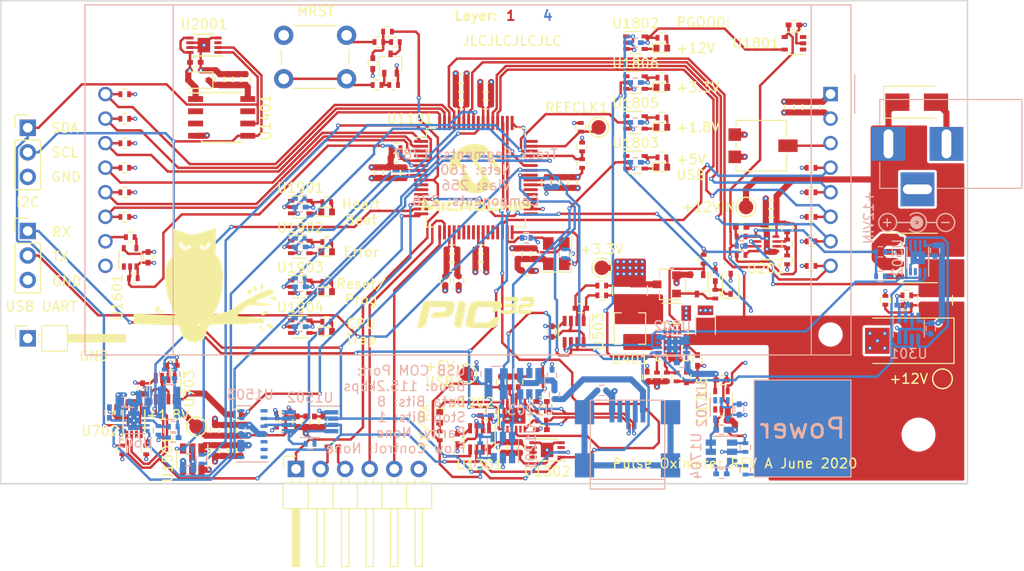
<source format=kicad_pcb>
(kicad_pcb (version 20171130) (host pcbnew "(5.1.4)-1")
  (layers (0 F.Cu mixed) (1 GND mixed) (2 PWR mixed) (31 B.Cu mixed) (34 B.Paste user) (35 F.Paste user) (36 B.SilkS user) (37 F.SilkS user) (38 B.Mask user) (39 F.Mask user) (44 Edge.Cuts user))
  (net 0 "")
  (net 1 +12Vin)
  (net 2 GND)
  (net 3 "Net-(C204-Pad1)")
  (net 4 +12V)
  (net 5 POS12_SNS-)
  (net 6 POS12_SNS+)
  (net 7 +3V3)
  (net 8 "Net-(C402-Pad1)")
  (net 9 "Net-(C403-Pad1)")
  (net 10 "Net-(C405-Pad1)")
  (net 11 POS3P3_SNS_OUT+)
  (net 12 POS3P3_SNS_OUT-)
  (net 13 "Net-(C602-Pad1)")
  (net 14 "Net-(C603-Pad1)")
  (net 15 +1.8V)
  (net 16 POS1P8_SNS_OUT-)
  (net 17 POS1P8_SNS_OUT+)
  (net 18 "Net-(C802-Pad1)")
  (net 19 GNDA_MZ)
  (net 20 +3.3VA_MZ)
  (net 21 "Net-(C1001-Pad1)")
  (net 22 +5V_USB)
  (net 23 "Net-(C1206-Pad1)")
  (net 24 "/USB UART Bridge/CONN_USB+")
  (net 25 "/USB UART Bridge/CONN_USB-")
  (net 26 "Net-(C1209-Pad1)")
  (net 27 POS5_USB_SNS+)
  (net 28 POS5_USB_SNS-)
  (net 29 "Net-(C1401-Pad1)")
  (net 30 POS3P3_POX_ADC)
  (net 31 +3.3V_POX)
  (net 32 "Net-(C1704-Pad1)")
  (net 33 "Net-(C1704-Pad2)")
  (net 34 "Net-(C1706-Pad1)")
  (net 35 "Net-(C1708-Pad1)")
  (net 36 "Net-(C1802-Pad1)")
  (net 37 "Net-(D1201-Pad2)")
  (net 38 ~USB_ACTIVE)
  (net 39 "Net-(D1801-Pad2)")
  (net 40 "Net-(D1801-Pad1)")
  (net 41 "Net-(D1802-Pad2)")
  (net 42 "Net-(D1802-Pad1)")
  (net 43 "Net-(D1804-Pad1)")
  (net 44 "Net-(D1804-Pad2)")
  (net 45 "Net-(D1805-Pad1)")
  (net 46 "Net-(D1805-Pad2)")
  (net 47 "Net-(D1901-Pad1)")
  (net 48 "Net-(D1901-Pad2)")
  (net 49 "Net-(D1902-Pad2)")
  (net 50 "Net-(D1902-Pad1)")
  (net 51 "Net-(D1903-Pad1)")
  (net 52 "Net-(D1903-Pad2)")
  (net 53 "Net-(D1904-Pad1)")
  (net 54 "Net-(D1904-Pad2)")
  (net 55 "Net-(J801-Pad6)")
  (net 56 PIC32MZ_ICSPCLK)
  (net 57 PIC32MZ_ICSPDAT)
  (net 58 ~PIC32MZ_MCLR)
  (net 59 "Net-(J1201-Pad1)")
  (net 60 "Net-(J1201-Pad4)")
  (net 61 "Net-(J1201-Pad6)")
  (net 62 I2C_SCL)
  (net 63 I2C_SDA)
  (net 64 USB_UART_RX)
  (net 65 USB_UART_TX)
  (net 66 "Net-(L401-Pad1)")
  (net 67 "Net-(Q201-Pad1)")
  (net 68 "Net-(Q201-Pad2)")
  (net 69 "Net-(Q201-Pad4)")
  (net 70 "Net-(Q201-Pad5)")
  (net 71 POS3P3_RUN)
  (net 72 "Net-(Q401-Pad3)")
  (net 73 "Net-(Q801-Pad3)")
  (net 74 "Net-(Q801-Pad1)")
  (net 75 POS3P3_PGOOD)
  (net 76 "Net-(R201-Pad2)")
  (net 77 "Net-(R202-Pad2)")
  (net 78 "Net-(R204-Pad2)")
  (net 79 "Net-(R205-Pad1)")
  (net 80 POS12_PGOOD)
  (net 81 "Net-(R410-Pad2)")
  (net 82 POS1P8_PGOOD)
  (net 83 POS1P8_RUN)
  (net 84 "Net-(R609-Pad2)")
  (net 85 "Net-(R801-Pad1)")
  (net 86 PIC32MZ_POSC_EC_Enable)
  (net 87 PIC32MZ_POSC_EC)
  (net 88 "Net-(R1002-Pad1)")
  (net 89 "Net-(R1201-Pad2)")
  (net 90 "Net-(R1202-Pad2)")
  (net 91 POS5_USB_PGOOD)
  (net 92 "Net-(R1206-Pad2)")
  (net 93 "/USB UART Bridge/BRIDGE_USB+")
  (net 94 "/USB UART Bridge/BRIDGE_USB-")
  (net 95 POS3P3_POX_Enable)
  (net 96 POX_I2C_Enable)
  (net 97 "Net-(R1505-Pad2)")
  (net 98 "Net-(R1506-Pad2)")
  (net 99 ~POX_INT)
  (net 100 LCD_BACKLIGHT_PWM)
  (net 101 LCD_PMP_RS)
  (net 102 LCD_PMP_R_W)
  (net 103 LCD_BACKLIGHT)
  (net 104 "Net-(R1604-Pad1)")
  (net 105 LCD_PMP_E)
  (net 106 "Net-(R1702-Pad1)")
  (net 107 "Net-(R1704-Pad1)")
  (net 108 Heartbeat_LED)
  (net 109 Error_LED)
  (net 110 Reset_LED)
  (net 111 CPU_Trap_LED)
  (net 112 Telemetry_Config)
  (net 113 LCD_PMP_DB0)
  (net 114 LCD_PMP_DB7)
  (net 115 LCD_PMP_DB1)
  (net 116 LCD_PMP_DB2)
  (net 117 LCD_PMP_DB3)
  (net 118 LCD_PMP_DB5)
  (net 119 LCD_PMP_DB4)
  (net 120 LCD_PMP_DB6)
  (net 121 LCD_CONTRAST)
  (net 122 "Net-(U302-Pad3)")
  (net 123 "Net-(U502-Pad3)")
  (net 124 "Net-(U702-Pad3)")
  (net 125 PIC32MZ_REFCLK1)
  (net 126 "Net-(U1101-Pad11)")
  (net 127 "Net-(U1101-Pad12)")
  (net 128 "Net-(U1101-Pad24)")
  (net 129 "Net-(U1101-Pad27)")
  (net 130 "Net-(U1101-Pad33)")
  (net 131 "Net-(U1101-Pad36)")
  (net 132 "Net-(U1101-Pad37)")
  (net 133 "Net-(U1101-Pad38)")
  (net 134 "Net-(U1202-Pad2)")
  (net 135 "Net-(U1202-Pad8)")
  (net 136 "Net-(U1202-Pad11)")
  (net 137 "Net-(U1302-Pad3)")
  (net 138 "Net-(U1401-Pad2)")
  (net 139 "Net-(U1401-Pad3)")
  (net 140 "Net-(U1401-Pad7)")
  (net 141 "Net-(U1503-Pad1)")
  (net 142 "Net-(U1503-Pad5)")
  (net 143 "Net-(U1503-Pad6)")
  (net 144 "Net-(U1503-Pad7)")
  (net 145 "Net-(U1503-Pad8)")
  (net 146 "Net-(U1503-Pad14)")
  (net 147 "Net-(U1702-Pad1)")
  (net 148 "Net-(U1702-Pad3)")
  (net 149 Cap_Touch_Power)
  (net 150 "Net-(U1801-Pad3)")
  (net 151 "Net-(U1801-Pad1)")
  (net 152 "Net-(U2001-Pad3)")
  (net 153 "Net-(U1101-Pad48)")
  (net 154 "Net-(U1101-Pad29)")
  (net 155 "Net-(U1101-Pad28)")
  (net 156 "Net-(U1101-Pad23)")
  (net 157 "Net-(U1101-Pad22)")
  (net 158 "Net-(U1101-Pad21)")
  (net 159 "Net-(U1101-Pad10)")
  (net 160 "Net-(U1101-Pad4)")
  (module "Custom Footprints Library:Microchip_Logo" (layer F.Cu) (at 152.4635 82.804)
    (fp_text reference G*** hide)
    (fp_text value Microchip_Logo hide)
  )
  (module "Custom Footprints Library:PIC32_Logo" (layer F.Cu) (at 152.4635 96.7105)
    (fp_text reference G*** hide)
    (fp_text value PIC32_Logo hide)
  )
  (module "Custom Footprints Library:Owl_1_Logo" (layer F.Cu) (at 124.841 93.98)
    (fp_text reference G*** hide)
    (fp_text value Owl_1_Logo hide)
  )
  (module Capacitors_SMD:C_0402 (layer F.Cu) (at 155.067 103.95 90)
    (fp_text reference C1204 hide)
    (fp_text value 4.7uF)
    (pad 2 smd rect (at 0.55 0 90) (size 0.6 0.5) (layers F.Cu F.Paste F.Mask) (net 2 GND))
    (pad 1 smd rect (at -0.55 0 90) (size 0.6 0.5) (layers F.Cu F.Paste F.Mask) (net 22 +5V_USB))
  )
  (module Symbol:Symbol_Barrel_Polarity (layer B.Cu) (at 198.056 87.376 180)
    (fp_text reference REF** hide)
    (fp_text value Symbol_Barrel_Polarity)
  )
  (module Package_SO:SOIC-8_3.9x4.9mm_P1.27mm (layer F.Cu) (at 198.247 91.1225)
    (fp_text reference Q201 hide)
    (fp_text value Si4946BEY)
    (pad 8 smd roundrect (at 2.475 -1.905) (size 1.95 0.6) (layers F.Cu F.Paste F.Mask) (net 1 +12Vin))
    (pad 7 smd roundrect (at 2.475 -0.635) (size 1.95 0.6) (layers F.Cu F.Paste F.Mask) (net 1 +12Vin))
    (pad 6 smd roundrect (at 2.475 0.635) (size 1.95 0.6) (layers F.Cu F.Paste F.Mask) (net 70 "Net-(Q201-Pad5)"))
    (pad 5 smd roundrect (at 2.475 1.905) (size 1.95 0.6) (layers F.Cu F.Paste F.Mask) (net 70 "Net-(Q201-Pad5)"))
    (pad 4 smd roundrect (at -2.475 1.905) (size 1.95 0.6) (layers F.Cu F.Paste F.Mask) (net 69 "Net-(Q201-Pad4)"))
    (pad 3 smd roundrect (at -2.475 0.635) (size 1.95 0.6) (layers F.Cu F.Paste F.Mask) (net 67 "Net-(Q201-Pad1)"))
    (pad 2 smd roundrect (at -2.475 -0.635) (size 1.95 0.6) (layers F.Cu F.Paste F.Mask) (net 68 "Net-(Q201-Pad2)"))
    (pad 1 smd roundrect (at -2.475 -1.905) (size 1.95 0.6) (layers F.Cu F.Paste F.Mask) (net 67 "Net-(Q201-Pad1)"))
  )
  (module Capacitors_SMD:C_0402 (layer F.Cu) (at 183.007 85.598 180)
    (fp_text reference C201 hide)
    (fp_text value 0.1uF)
    (pad 1 smd rect (at -0.55 0 180) (size 0.6 0.5) (layers F.Cu F.Paste F.Mask) (net 1 +12Vin))
    (pad 2 smd rect (at 0.55 0 180) (size 0.6 0.5) (layers F.Cu F.Paste F.Mask) (net 2 GND))
  )
  (module Capacitors_SMD:C_0402 (layer F.Cu) (at 183.007 86.487 180)
    (fp_text reference C202 hide)
    (fp_text value 10nF)
    (pad 1 smd rect (at -0.55 0 180) (size 0.6 0.5) (layers F.Cu F.Paste F.Mask) (net 1 +12Vin))
    (pad 2 smd rect (at 0.55 0 180) (size 0.6 0.5) (layers F.Cu F.Paste F.Mask) (net 2 GND))
  )
  (module Capacitors_SMD:C_0402 (layer F.Cu) (at 183.007 87.376 180)
    (fp_text reference C203 hide)
    (fp_text value 1nF)
    (pad 2 smd rect (at 0.55 0 180) (size 0.6 0.5) (layers F.Cu F.Paste F.Mask) (net 2 GND))
    (pad 1 smd rect (at -0.55 0 180) (size 0.6 0.5) (layers F.Cu F.Paste F.Mask) (net 1 +12Vin))
  )
  (module Capacitors_SMD:C_0402 (layer F.Cu) (at 179.896 87.9475)
    (fp_text reference C204 hide)
    (fp_text value 0.1uF)
    (pad 1 smd rect (at -0.55 0) (size 0.6 0.5) (layers F.Cu F.Paste F.Mask) (net 3 "Net-(C204-Pad1)"))
    (pad 2 smd rect (at 0.55 0) (size 0.6 0.5) (layers F.Cu F.Paste F.Mask) (net 2 GND))
  )
  (module Capacitors_Tantalum_SMD:CP_Tantalum_Case-X_EIA-7343-43_Reflow (layer F.Cu) (at 197.168 99.695 180)
    (fp_text reference C205 hide)
    (fp_text value 100uF)
    (pad 1 smd rect (at -3.175 0 180) (size 2.55 2.7) (layers F.Cu F.Paste F.Mask) (net 4 +12V))
    (pad 2 smd rect (at 3.175 0 180) (size 2.55 2.7) (layers F.Cu F.Paste F.Mask) (net 2 GND))
  )
  (module Capacitors_SMD:C_0402 (layer B.Cu) (at 196.596 96.012)
    (fp_text reference C301 hide)
    (fp_text value 0.1uF)
    (pad 2 smd rect (at 0.55 0) (size 0.6 0.5) (layers B.Cu B.Paste B.Mask) (net 5 POS12_SNS-))
    (pad 1 smd rect (at -0.55 0) (size 0.6 0.5) (layers B.Cu B.Paste B.Mask) (net 6 POS12_SNS+))
  )
  (module Capacitors_SMD:C_0402 (layer B.Cu) (at 199.517 98.425 270)
    (fp_text reference C302 hide)
    (fp_text value 0.1uF)
    (pad 2 smd rect (at 0.55 0 270) (size 0.6 0.5) (layers B.Cu B.Paste B.Mask) (net 2 GND))
    (pad 1 smd rect (at -0.55 0 270) (size 0.6 0.5) (layers B.Cu B.Paste B.Mask) (net 7 +3V3))
  )
  (module Capacitors_SMD:C_0402 (layer B.Cu) (at 199.962 90.3605 270)
    (fp_text reference C303 hide)
    (fp_text value 0.1uF)
    (pad 1 smd rect (at -0.55 0 270) (size 0.6 0.5) (layers B.Cu B.Paste B.Mask) (net 7 +3V3))
    (pad 2 smd rect (at 0.55 0 270) (size 0.6 0.5) (layers B.Cu B.Paste B.Mask) (net 2 GND))
  )
  (module Capacitors_SMD:C_1206 (layer F.Cu) (at 176.212 98.044 90)
    (fp_text reference C401 hide)
    (fp_text value 10uF)
    (pad 2 smd rect (at 1.5 0 90) (size 1 1.6) (layers F.Cu F.Paste F.Mask) (net 2 GND))
    (pad 1 smd rect (at -1.5 0 90) (size 1 1.6) (layers F.Cu F.Paste F.Mask) (net 4 +12V))
  )
  (module Capacitors_SMD:C_0402 (layer F.Cu) (at 177.228 92.964 90)
    (fp_text reference C402 hide)
    (fp_text value 10uF)
    (pad 2 smd rect (at 0.55 0 90) (size 0.6 0.5) (layers F.Cu F.Paste F.Mask) (net 2 GND))
    (pad 1 smd rect (at -0.55 0 90) (size 0.6 0.5) (layers F.Cu F.Paste F.Mask) (net 8 "Net-(C402-Pad1)"))
  )
  (module Capacitors_SMD:C_0402 (layer F.Cu) (at 174.244 103.442 270)
    (fp_text reference C403 hide)
    (fp_text value 10nF)
    (pad 2 smd rect (at 0.55 0 270) (size 0.6 0.5) (layers F.Cu F.Paste F.Mask) (net 2 GND))
    (pad 1 smd rect (at -0.55 0 270) (size 0.6 0.5) (layers F.Cu F.Paste F.Mask) (net 9 "Net-(C403-Pad1)"))
  )
  (module Capacitors_SMD:C_0402 (layer F.Cu) (at 175.387 101.727 270)
    (fp_text reference C404 hide)
    (fp_text value 0.1uF)
    (pad 1 smd rect (at -0.55 0 270) (size 0.6 0.5) (layers F.Cu F.Paste F.Mask) (net 4 +12V))
    (pad 2 smd rect (at 0.55 0 270) (size 0.6 0.5) (layers F.Cu F.Paste F.Mask) (net 2 GND))
  )
  (module Capacitors_SMD:C_1206 (layer F.Cu) (at 172.72 96.8375)
    (fp_text reference C405 hide)
    (fp_text value 100uF)
    (pad 1 smd rect (at -1.5 0) (size 1 1.6) (layers F.Cu F.Paste F.Mask) (net 10 "Net-(C405-Pad1)"))
    (pad 2 smd rect (at 1.5 0) (size 1 1.6) (layers F.Cu F.Paste F.Mask) (net 2 GND))
  )
  (module Capacitors_SMD:C_0402 (layer F.Cu) (at 170.18 103.442 90)
    (fp_text reference C406 hide)
    (fp_text value 0.1uF)
    (pad 1 smd rect (at -0.55 0 90) (size 0.6 0.5) (layers F.Cu F.Paste F.Mask) (net 7 +3V3))
    (pad 2 smd rect (at 0.55 0 90) (size 0.6 0.5) (layers F.Cu F.Paste F.Mask) (net 2 GND))
  )
  (module Capacitors_SMD:C_0402 (layer B.Cu) (at 173.8 101.981 180)
    (fp_text reference C503 hide)
    (fp_text value 0.1uF)
    (pad 1 smd rect (at -0.55 0 180) (size 0.6 0.5) (layers B.Cu B.Paste B.Mask) (net 7 +3V3))
    (pad 2 smd rect (at 0.55 0 180) (size 0.6 0.5) (layers B.Cu B.Paste B.Mask) (net 2 GND))
  )
  (module Capacitors_SMD:C_0402 (layer F.Cu) (at 163.322 96.3295 180)
    (fp_text reference C504 hide)
    (fp_text value 0.1uF)
    (pad 1 smd rect (at -0.55 0 180) (size 0.6 0.5) (layers F.Cu F.Paste F.Mask) (net 11 POS3P3_SNS_OUT+))
    (pad 2 smd rect (at 0.55 0 180) (size 0.6 0.5) (layers F.Cu F.Paste F.Mask) (net 12 POS3P3_SNS_OUT-))
  )
  (module Capacitors_SMD:C_0402 (layer F.Cu) (at 160.338 98.7425 270)
    (fp_text reference C505 hide)
    (fp_text value 0.1uF)
    (pad 2 smd rect (at 0.55 0 270) (size 0.6 0.5) (layers F.Cu F.Paste F.Mask) (net 2 GND))
    (pad 1 smd rect (at -0.55 0 270) (size 0.6 0.5) (layers F.Cu F.Paste F.Mask) (net 7 +3V3))
  )
  (module Capacitors_SMD:C_0402 (layer B.Cu) (at 116.078 105.982)
    (fp_text reference C601 hide)
    (fp_text value 10uF)
    (pad 2 smd rect (at 0.55 0) (size 0.6 0.5) (layers B.Cu B.Paste B.Mask) (net 2 GND))
    (pad 1 smd rect (at -0.55 0) (size 0.6 0.5) (layers B.Cu B.Paste B.Mask) (net 7 +3V3))
  )
  (module Capacitors_SMD:C_0402 (layer B.Cu) (at 114.554 107.124 90)
    (fp_text reference C602 hide)
    (fp_text value 0.1uF)
    (pad 2 smd rect (at 0.55 0 90) (size 0.6 0.5) (layers B.Cu B.Paste B.Mask) (net 2 GND))
    (pad 1 smd rect (at -0.55 0 90) (size 0.6 0.5) (layers B.Cu B.Paste B.Mask) (net 13 "Net-(C602-Pad1)"))
  )
  (module Capacitors_SMD:C_0402 (layer B.Cu) (at 118.174 105.982 180)
    (fp_text reference C603 hide)
    (fp_text value 10uF)
    (pad 2 smd rect (at 0.55 0 180) (size 0.6 0.5) (layers B.Cu B.Paste B.Mask) (net 2 GND))
    (pad 1 smd rect (at -0.55 0 180) (size 0.6 0.5) (layers B.Cu B.Paste B.Mask) (net 14 "Net-(C603-Pad1)"))
  )
  (module Capacitors_SMD:C_0402 (layer B.Cu) (at 118.174 105.092 180)
    (fp_text reference C604 hide)
    (fp_text value 10uF)
    (pad 1 smd rect (at -0.55 0 180) (size 0.6 0.5) (layers B.Cu B.Paste B.Mask) (net 14 "Net-(C603-Pad1)"))
    (pad 2 smd rect (at 0.55 0 180) (size 0.6 0.5) (layers B.Cu B.Paste B.Mask) (net 2 GND))
  )
  (module Capacitors_SMD:C_0402 (layer B.Cu) (at 121.158 109.728 180)
    (fp_text reference C605 hide)
    (fp_text value 0.1uF)
    (pad 1 smd rect (at -0.55 0 180) (size 0.6 0.5) (layers B.Cu B.Paste B.Mask) (net 15 +1.8V))
    (pad 2 smd rect (at 0.55 0 180) (size 0.6 0.5) (layers B.Cu B.Paste B.Mask) (net 2 GND))
  )
  (module Capacitors_SMD:C_0402 (layer F.Cu) (at 115.316 107.124 270)
    (fp_text reference C703 hide)
    (fp_text value 0.1uF)
    (pad 1 smd rect (at -0.55 0 270) (size 0.6 0.5) (layers F.Cu F.Paste F.Mask) (net 7 +3V3))
    (pad 2 smd rect (at 0.55 0 270) (size 0.6 0.5) (layers F.Cu F.Paste F.Mask) (net 2 GND))
  )
  (module Capacitors_SMD:C_0402 (layer F.Cu) (at 120.968 102.235 180)
    (fp_text reference C704 hide)
    (fp_text value 0.1uF)
    (pad 2 smd rect (at 0.55 0 180) (size 0.6 0.5) (layers F.Cu F.Paste F.Mask) (net 16 POS1P8_SNS_OUT-))
    (pad 1 smd rect (at -0.55 0 180) (size 0.6 0.5) (layers F.Cu F.Paste F.Mask) (net 17 POS1P8_SNS_OUT+))
  )
  (module Capacitors_SMD:C_0402 (layer F.Cu) (at 117.983 104.648 270)
    (fp_text reference C705 hide)
    (fp_text value 0.1uF)
    (pad 1 smd rect (at -0.55 0 270) (size 0.6 0.5) (layers F.Cu F.Paste F.Mask) (net 7 +3V3))
    (pad 2 smd rect (at 0.55 0 270) (size 0.6 0.5) (layers F.Cu F.Paste F.Mask) (net 2 GND))
  )
  (module Capacitors_SMD:C_0402 (layer F.Cu) (at 137.668 110.68)
    (fp_text reference C801 hide)
    (fp_text value 0.1uF)
    (pad 1 smd rect (at -0.55 0) (size 0.6 0.5) (layers F.Cu F.Paste F.Mask) (net 7 +3V3))
    (pad 2 smd rect (at 0.55 0) (size 0.6 0.5) (layers F.Cu F.Paste F.Mask) (net 2 GND))
  )
  (module Capacitors_SMD:C_0402 (layer F.Cu) (at 141.796 70.993 270)
    (fp_text reference C802 hide)
    (fp_text value 0.1uF)
    (pad 2 smd rect (at 0.55 0 270) (size 0.6 0.5) (layers F.Cu F.Paste F.Mask) (net 2 GND))
    (pad 1 smd rect (at -0.55 0 270) (size 0.6 0.5) (layers F.Cu F.Paste F.Mask) (net 18 "Net-(C802-Pad1)"))
  )
  (module Capacitors_SMD:C_0402 (layer F.Cu) (at 161.544 83.312 90)
    (fp_text reference C901 hide)
    (fp_text value 0.1uF)
    (pad 2 smd rect (at 0.55 0 90) (size 0.6 0.5) (layers F.Cu F.Paste F.Mask) (net 2 GND))
    (pad 1 smd rect (at -0.55 0 90) (size 0.6 0.5) (layers F.Cu F.Paste F.Mask) (net 7 +3V3))
  )
  (module Capacitors_SMD:C_0402 (layer F.Cu) (at 143.32 82.296 90)
    (fp_text reference C902 hide)
    (fp_text value 0.1uF)
    (pad 2 smd rect (at 0.55 0 90) (size 0.6 0.5) (layers F.Cu F.Paste F.Mask) (net 2 GND))
    (pad 1 smd rect (at -0.55 0 90) (size 0.6 0.5) (layers F.Cu F.Paste F.Mask) (net 7 +3V3))
  )
  (module Capacitors_SMD:C_0402 (layer F.Cu) (at 142.43 82.296 90)
    (fp_text reference C903 hide)
    (fp_text value 10uF)
    (pad 2 smd rect (at 0.55 0 90) (size 0.6 0.5) (layers F.Cu F.Paste F.Mask) (net 2 GND))
    (pad 1 smd rect (at -0.55 0 90) (size 0.6 0.5) (layers F.Cu F.Paste F.Mask) (net 7 +3V3))
  )
  (module Capacitors_SMD:C_0402 (layer F.Cu) (at 160.655 83.312 90)
    (fp_text reference C904 hide)
    (fp_text value 10nF)
    (pad 2 smd rect (at 0.55 0 90) (size 0.6 0.5) (layers F.Cu F.Paste F.Mask) (net 2 GND))
    (pad 1 smd rect (at -0.55 0 90) (size 0.6 0.5) (layers F.Cu F.Paste F.Mask) (net 7 +3V3))
  )
  (module Capacitors_SMD:C_0402 (layer F.Cu) (at 144.208 82.296 90)
    (fp_text reference C905 hide)
    (fp_text value 10nF)
    (pad 2 smd rect (at 0.55 0 90) (size 0.6 0.5) (layers F.Cu F.Paste F.Mask) (net 2 GND))
    (pad 1 smd rect (at -0.55 0 90) (size 0.6 0.5) (layers F.Cu F.Paste F.Mask) (net 7 +3V3))
  )
  (module Capacitors_SMD:C_0402 (layer F.Cu) (at 159.766 83.312 90)
    (fp_text reference C906 hide)
    (fp_text value 1nF)
    (pad 1 smd rect (at -0.55 0 90) (size 0.6 0.5) (layers F.Cu F.Paste F.Mask) (net 7 +3V3))
    (pad 2 smd rect (at 0.55 0 90) (size 0.6 0.5) (layers F.Cu F.Paste F.Mask) (net 2 GND))
  )
  (module Capacitors_SMD:C_0402 (layer F.Cu) (at 145.098 82.296 90)
    (fp_text reference C907 hide)
    (fp_text value 1nF)
    (pad 1 smd rect (at -0.55 0 90) (size 0.6 0.5) (layers F.Cu F.Paste F.Mask) (net 7 +3V3))
    (pad 2 smd rect (at 0.55 0 90) (size 0.6 0.5) (layers F.Cu F.Paste F.Mask) (net 2 GND))
  )
  (module Capacitors_SMD:C_0402 (layer F.Cu) (at 153.48 73.4695 180)
    (fp_text reference C908 hide)
    (fp_text value 0.1uF)
    (pad 1 smd rect (at -0.55 0 180) (size 0.6 0.5) (layers F.Cu F.Paste F.Mask) (net 7 +3V3))
    (pad 2 smd rect (at 0.55 0 180) (size 0.6 0.5) (layers F.Cu F.Paste F.Mask) (net 2 GND))
  )
  (module Capacitors_SMD:C_0402 (layer F.Cu) (at 150.94 72.5805)
    (fp_text reference C909 hide)
    (fp_text value 10uF)
    (pad 2 smd rect (at 0.55 0) (size 0.6 0.5) (layers F.Cu F.Paste F.Mask) (net 2 GND))
    (pad 1 smd rect (at -0.55 0) (size 0.6 0.5) (layers F.Cu F.Paste F.Mask) (net 7 +3V3))
  )
  (module Capacitors_SMD:C_0402 (layer F.Cu) (at 153.48 74.3585 180)
    (fp_text reference C910 hide)
    (fp_text value 10nF)
    (pad 1 smd rect (at -0.55 0 180) (size 0.6 0.5) (layers F.Cu F.Paste F.Mask) (net 7 +3V3))
    (pad 2 smd rect (at 0.55 0 180) (size 0.6 0.5) (layers F.Cu F.Paste F.Mask) (net 2 GND))
  )
  (module Capacitors_SMD:C_0402 (layer F.Cu) (at 153.48 75.2475 180)
    (fp_text reference C911 hide)
    (fp_text value 1nF)
    (pad 2 smd rect (at 0.55 0 180) (size 0.6 0.5) (layers F.Cu F.Paste F.Mask) (net 2 GND))
    (pad 1 smd rect (at -0.55 0 180) (size 0.6 0.5) (layers F.Cu F.Paste F.Mask) (net 7 +3V3))
  )
  (module Capacitors_SMD:C_0402 (layer F.Cu) (at 150.94 73.4695)
    (fp_text reference C912 hide)
    (fp_text value 0.1uF)
    (pad 2 smd rect (at 0.55 0) (size 0.6 0.5) (layers F.Cu F.Paste F.Mask) (net 2 GND))
    (pad 1 smd rect (at -0.55 0) (size 0.6 0.5) (layers F.Cu F.Paste F.Mask) (net 7 +3V3))
  )
  (module Capacitors_SMD:C_0402 (layer F.Cu) (at 162.433 83.312 90)
    (fp_text reference C913 hide)
    (fp_text value 10uF)
    (pad 2 smd rect (at 0.55 0 90) (size 0.6 0.5) (layers F.Cu F.Paste F.Mask) (net 2 GND))
    (pad 1 smd rect (at -0.55 0 90) (size 0.6 0.5) (layers F.Cu F.Paste F.Mask) (net 7 +3V3))
  )
  (module Capacitors_SMD:C_0402 (layer F.Cu) (at 150.94 74.3585)
    (fp_text reference C914 hide)
    (fp_text value 10nF)
    (pad 2 smd rect (at 0.55 0) (size 0.6 0.5) (layers F.Cu F.Paste F.Mask) (net 2 GND))
    (pad 1 smd rect (at -0.55 0) (size 0.6 0.5) (layers F.Cu F.Paste F.Mask) (net 7 +3V3))
  )
  (module Capacitors_SMD:C_0402 (layer F.Cu) (at 150.94 75.2475)
    (fp_text reference C915 hide)
    (fp_text value 1nF)
    (pad 1 smd rect (at -0.55 0) (size 0.6 0.5) (layers F.Cu F.Paste F.Mask) (net 7 +3V3))
    (pad 2 smd rect (at 0.55 0) (size 0.6 0.5) (layers F.Cu F.Paste F.Mask) (net 2 GND))
  )
  (module Capacitors_SMD:C_0402 (layer F.Cu) (at 152.972 91.948 180)
    (fp_text reference C916 hide)
    (fp_text value 0.1uF)
    (pad 1 smd rect (at -0.55 0 180) (size 0.6 0.5) (layers F.Cu F.Paste F.Mask) (net 7 +3V3))
    (pad 2 smd rect (at 0.55 0 180) (size 0.6 0.5) (layers F.Cu F.Paste F.Mask) (net 2 GND))
  )
  (module Capacitors_SMD:C_0402 (layer F.Cu) (at 149.987 92.0115)
    (fp_text reference C917 hide)
    (fp_text value 0.1uF)
    (pad 1 smd rect (at -0.55 0) (size 0.6 0.5) (layers F.Cu F.Paste F.Mask) (net 20 +3.3VA_MZ))
    (pad 2 smd rect (at 0.55 0) (size 0.6 0.5) (layers F.Cu F.Paste F.Mask) (net 19 GNDA_MZ))
  )
  (module Capacitors_SMD:C_0402 (layer F.Cu) (at 152.972 91.1225 180)
    (fp_text reference C918 hide)
    (fp_text value 10nF)
    (pad 1 smd rect (at -0.55 0 180) (size 0.6 0.5) (layers F.Cu F.Paste F.Mask) (net 7 +3V3))
    (pad 2 smd rect (at 0.55 0 180) (size 0.6 0.5) (layers F.Cu F.Paste F.Mask) (net 2 GND))
  )
  (module Capacitors_SMD:C_0402 (layer F.Cu) (at 149.987 91.1225)
    (fp_text reference C919 hide)
    (fp_text value 10nF)
    (pad 1 smd rect (at -0.55 0) (size 0.6 0.5) (layers F.Cu F.Paste F.Mask) (net 20 +3.3VA_MZ))
    (pad 2 smd rect (at 0.55 0) (size 0.6 0.5) (layers F.Cu F.Paste F.Mask) (net 19 GNDA_MZ))
  )
  (module Capacitors_SMD:C_0402 (layer F.Cu) (at 152.972 90.2335 180)
    (fp_text reference C920 hide)
    (fp_text value 1nF)
    (pad 2 smd rect (at 0.55 0 180) (size 0.6 0.5) (layers F.Cu F.Paste F.Mask) (net 2 GND))
    (pad 1 smd rect (at -0.55 0 180) (size 0.6 0.5) (layers F.Cu F.Paste F.Mask) (net 7 +3V3))
  )
  (module Capacitors_SMD:C_0402 (layer F.Cu) (at 149.987 90.2335)
    (fp_text reference C921 hide)
    (fp_text value 1nF)
    (pad 2 smd rect (at 0.55 0) (size 0.6 0.5) (layers F.Cu F.Paste F.Mask) (net 19 GNDA_MZ))
    (pad 1 smd rect (at -0.55 0) (size 0.6 0.5) (layers F.Cu F.Paste F.Mask) (net 20 +3.3VA_MZ))
  )
  (module Capacitors_SMD:C_0402 (layer F.Cu) (at 156.782 90.678 90)
    (fp_text reference C1001 hide)
    (fp_text value 0.1uF)
    (pad 1 smd rect (at -0.55 0 90) (size 0.6 0.5) (layers F.Cu F.Paste F.Mask) (net 21 "Net-(C1001-Pad1)"))
    (pad 2 smd rect (at 0.55 0 90) (size 0.6 0.5) (layers F.Cu F.Paste F.Mask) (net 2 GND))
  )
  (module Capacitors_SMD:C_0402 (layer F.Cu) (at 157.67 90.678 90)
    (fp_text reference C1003 hide)
    (fp_text value 10nF)
    (pad 1 smd rect (at -0.55 0 90) (size 0.6 0.5) (layers F.Cu F.Paste F.Mask) (net 21 "Net-(C1001-Pad1)"))
    (pad 2 smd rect (at 0.55 0 90) (size 0.6 0.5) (layers F.Cu F.Paste F.Mask) (net 2 GND))
  )
  (module Capacitors_SMD:C_0402 (layer F.Cu) (at 158.56 90.678 90)
    (fp_text reference C1005 hide)
    (fp_text value 1nF)
    (pad 2 smd rect (at 0.55 0 90) (size 0.6 0.5) (layers F.Cu F.Paste F.Mask) (net 2 GND))
    (pad 1 smd rect (at -0.55 0 90) (size 0.6 0.5) (layers F.Cu F.Paste F.Mask) (net 21 "Net-(C1001-Pad1)"))
  )
  (module Capacitors_SMD:C_0402 (layer F.Cu) (at 156.146 110.744 270)
    (fp_text reference C1201 hide)
    (fp_text value 0.1uF)
    (pad 1 smd rect (at -0.55 0 270) (size 0.6 0.5) (layers F.Cu F.Paste F.Mask) (net 7 +3V3))
    (pad 2 smd rect (at 0.55 0 270) (size 0.6 0.5) (layers F.Cu F.Paste F.Mask) (net 2 GND))
  )
  (module Capacitors_SMD:C_0402 (layer F.Cu) (at 155.258 110.744 270)
    (fp_text reference C1202 hide)
    (fp_text value 0.1uF)
    (pad 2 smd rect (at 0.55 0 270) (size 0.6 0.5) (layers F.Cu F.Paste F.Mask) (net 2 GND))
    (pad 1 smd rect (at -0.55 0 270) (size 0.6 0.5) (layers F.Cu F.Paste F.Mask) (net 7 +3V3))
  )
  (module Capacitors_SMD:C_0402 (layer F.Cu) (at 155.956 103.95 90)
    (fp_text reference C1203 hide)
    (fp_text value 0.1uF)
    (pad 1 smd rect (at -0.55 0 90) (size 0.6 0.5) (layers F.Cu F.Paste F.Mask) (net 22 +5V_USB))
    (pad 2 smd rect (at 0.55 0 90) (size 0.6 0.5) (layers F.Cu F.Paste F.Mask) (net 2 GND))
  )
  (module Capacitors_SMD:C_0402 (layer B.Cu) (at 152.527 103.124 90)
    (fp_text reference C1205 hide)
    (fp_text value 0.1uF)
    (pad 2 smd rect (at 0.55 0 90) (size 0.6 0.5) (layers B.Cu B.Paste B.Mask) (net 2 GND))
    (pad 1 smd rect (at -0.55 0 90) (size 0.6 0.5) (layers B.Cu B.Paste B.Mask) (net 22 +5V_USB))
  )
  (module Capacitors_SMD:C_0402 (layer F.Cu) (at 156.845 103.95 90)
    (fp_text reference C1206 hide)
    (fp_text value 0.1uF)
    (pad 2 smd rect (at 0.55 0 90) (size 0.6 0.5) (layers F.Cu F.Paste F.Mask) (net 2 GND))
    (pad 1 smd rect (at -0.55 0 90) (size 0.6 0.5) (layers F.Cu F.Paste F.Mask) (net 23 "Net-(C1206-Pad1)"))
  )
  (module Capacitors_SMD:C_0402 (layer F.Cu) (at 159.258 108.902 180)
    (fp_text reference C1207 hide)
    (fp_text value 47pF)
    (pad 1 smd rect (at -0.55 0 180) (size 0.6 0.5) (layers F.Cu F.Paste F.Mask) (net 24 "/USB UART Bridge/CONN_USB+"))
    (pad 2 smd rect (at 0.55 0 180) (size 0.6 0.5) (layers F.Cu F.Paste F.Mask) (net 2 GND))
  )
  (module Capacitors_SMD:C_0402 (layer F.Cu) (at 159.258 105.982 180)
    (fp_text reference C1208 hide)
    (fp_text value 47pF)
    (pad 2 smd rect (at 0.55 0 180) (size 0.6 0.5) (layers F.Cu F.Paste F.Mask) (net 2 GND))
    (pad 1 smd rect (at -0.55 0 180) (size 0.6 0.5) (layers F.Cu F.Paste F.Mask) (net 25 "/USB UART Bridge/CONN_USB-"))
  )
  (module Capacitors_SMD:C_0402 (layer B.Cu) (at 160.338 103.251 90)
    (fp_text reference C1209 hide)
    (fp_text value 0.1uF)
    (pad 1 smd rect (at -0.55 0 90) (size 0.6 0.5) (layers B.Cu B.Paste B.Mask) (net 26 "Net-(C1209-Pad1)"))
    (pad 2 smd rect (at 0.55 0 90) (size 0.6 0.5) (layers B.Cu B.Paste B.Mask) (net 2 GND))
  )
  (module Capacitors_SMD:C_0402 (layer F.Cu) (at 153.48 107.442 180)
    (fp_text reference C1301 hide)
    (fp_text value 0.1uF)
    (pad 1 smd rect (at -0.55 0 180) (size 0.6 0.5) (layers F.Cu F.Paste F.Mask) (net 27 POS5_USB_SNS+))
    (pad 2 smd rect (at 0.55 0 180) (size 0.6 0.5) (layers F.Cu F.Paste F.Mask) (net 28 POS5_USB_SNS-))
  )
  (module Capacitors_SMD:C_0402 (layer F.Cu) (at 150.558 109.855 270)
    (fp_text reference C1302 hide)
    (fp_text value 0.1uF)
    (pad 2 smd rect (at 0.55 0 270) (size 0.6 0.5) (layers F.Cu F.Paste F.Mask) (net 2 GND))
    (pad 1 smd rect (at -0.55 0 270) (size 0.6 0.5) (layers F.Cu F.Paste F.Mask) (net 7 +3V3))
  )
  (module Capacitors_SMD:C_0402 (layer F.Cu) (at 157.036 110.744 270)
    (fp_text reference C1303 hide)
    (fp_text value 0.1uF)
    (pad 2 smd rect (at 0.55 0 270) (size 0.6 0.5) (layers F.Cu F.Paste F.Mask) (net 2 GND))
    (pad 1 smd rect (at -0.55 0 270) (size 0.6 0.5) (layers F.Cu F.Paste F.Mask) (net 7 +3V3))
  )
  (module Capacitors_SMD:C_0402 (layer F.Cu) (at 125.984 72.644 90)
    (fp_text reference C1401 hide)
    (fp_text value 10uF)
    (pad 2 smd rect (at 0.55 0 90) (size 0.6 0.5) (layers F.Cu F.Paste F.Mask) (net 2 GND))
    (pad 1 smd rect (at -0.55 0 90) (size 0.6 0.5) (layers F.Cu F.Paste F.Mask) (net 29 "Net-(C1401-Pad1)"))
  )
  (module Capacitors_SMD:C_0402 (layer F.Cu) (at 127.762 72.644 90)
    (fp_text reference C1402 hide)
    (fp_text value 10uF)
    (pad 1 smd rect (at -0.55 0 90) (size 0.6 0.5) (layers F.Cu F.Paste F.Mask) (net 29 "Net-(C1401-Pad1)"))
    (pad 2 smd rect (at 0.55 0 90) (size 0.6 0.5) (layers F.Cu F.Paste F.Mask) (net 2 GND))
  )
  (module Capacitors_SMD:C_0402 (layer F.Cu) (at 126.873 72.644 90)
    (fp_text reference C1403 hide)
    (fp_text value 10uF)
    (pad 2 smd rect (at 0.55 0 90) (size 0.6 0.5) (layers F.Cu F.Paste F.Mask) (net 2 GND))
    (pad 1 smd rect (at -0.55 0 90) (size 0.6 0.5) (layers F.Cu F.Paste F.Mask) (net 29 "Net-(C1401-Pad1)"))
  )
  (module Capacitors_SMD:C_0402 (layer F.Cu) (at 128.651 72.644 90)
    (fp_text reference C1404 hide)
    (fp_text value 0.1uF)
    (pad 1 smd rect (at -0.55 0 90) (size 0.6 0.5) (layers F.Cu F.Paste F.Mask) (net 29 "Net-(C1401-Pad1)"))
    (pad 2 smd rect (at 0.55 0 90) (size 0.6 0.5) (layers F.Cu F.Paste F.Mask) (net 2 GND))
  )
  (module Capacitors_SMD:C_0402 (layer B.Cu) (at 122.682 113.094)
    (fp_text reference C1501 hide)
    (fp_text value 10uF)
    (pad 1 smd rect (at -0.55 0) (size 0.6 0.5) (layers B.Cu B.Paste B.Mask) (net 7 +3V3))
    (pad 2 smd rect (at 0.55 0) (size 0.6 0.5) (layers B.Cu B.Paste B.Mask) (net 2 GND))
  )
  (module Capacitors_SMD:C_0402 (layer F.Cu) (at 136.652 108.077 270)
    (fp_text reference C1502 hide)
    (fp_text value 0.1uF)
    (pad 1 smd rect (at -0.55 0 270) (size 0.6 0.5) (layers F.Cu F.Paste F.Mask) (net 7 +3V3))
    (pad 2 smd rect (at 0.55 0 270) (size 0.6 0.5) (layers F.Cu F.Paste F.Mask) (net 2 GND))
  )
  (module Capacitors_SMD:C_0402 (layer F.Cu) (at 135.763 108.077 270)
    (fp_text reference C1503 hide)
    (fp_text value 10uF)
    (pad 2 smd rect (at 0.55 0 270) (size 0.6 0.5) (layers F.Cu F.Paste F.Mask) (net 2 GND))
    (pad 1 smd rect (at -0.55 0 270) (size 0.6 0.5) (layers F.Cu F.Paste F.Mask) (net 7 +3V3))
  )
  (module Capacitors_SMD:C_0402 (layer F.Cu) (at 133.985 108.077 270)
    (fp_text reference C1504 hide)
    (fp_text value 0.1uF)
    (pad 1 smd rect (at -0.55 0 270) (size 0.6 0.5) (layers F.Cu F.Paste F.Mask) (net 15 +1.8V))
    (pad 2 smd rect (at 0.55 0 270) (size 0.6 0.5) (layers F.Cu F.Paste F.Mask) (net 2 GND))
  )
  (module Capacitors_SMD:C_0402 (layer F.Cu) (at 134.874 108.077 270)
    (fp_text reference C1505 hide)
    (fp_text value 10uF)
    (pad 2 smd rect (at 0.55 0 270) (size 0.6 0.5) (layers F.Cu F.Paste F.Mask) (net 2 GND))
    (pad 1 smd rect (at -0.55 0 270) (size 0.6 0.5) (layers F.Cu F.Paste F.Mask) (net 15 +1.8V))
  )
  (module Capacitors_SMD:C_0402 (layer F.Cu) (at 144.206 80.729 180)
    (fp_text reference C1506 hide)
    (fp_text value 10nF)
    (pad 1 smd rect (at -0.55 0 180) (size 0.6 0.5) (layers F.Cu F.Paste F.Mask) (net 30 POS3P3_POX_ADC))
    (pad 2 smd rect (at 0.55 0 180) (size 0.6 0.5) (layers F.Cu F.Paste F.Mask) (net 2 GND))
  )
  (module Capacitors_SMD:C_0402 (layer F.Cu) (at 125.476 108.966 90)
    (fp_text reference C1507 hide)
    (fp_text value 10uF)
    (pad 1 smd rect (at -0.55 0 90) (size 0.6 0.5) (layers F.Cu F.Paste F.Mask) (net 15 +1.8V))
    (pad 2 smd rect (at 0.55 0 90) (size 0.6 0.5) (layers F.Cu F.Paste F.Mask) (net 2 GND))
  )
  (module Capacitors_SMD:C_0402 (layer F.Cu) (at 126.365 108.966 90)
    (fp_text reference C1508 hide)
    (fp_text value 0.1uF)
    (pad 1 smd rect (at -0.55 0 90) (size 0.6 0.5) (layers F.Cu F.Paste F.Mask) (net 15 +1.8V))
    (pad 2 smd rect (at 0.55 0 90) (size 0.6 0.5) (layers F.Cu F.Paste F.Mask) (net 2 GND))
  )
  (module Capacitors_SMD:C_0402 (layer F.Cu) (at 127.254 108.966 90)
    (fp_text reference C1509 hide)
    (fp_text value 10nF)
    (pad 2 smd rect (at 0.55 0 90) (size 0.6 0.5) (layers F.Cu F.Paste F.Mask) (net 2 GND))
    (pad 1 smd rect (at -0.55 0 90) (size 0.6 0.5) (layers F.Cu F.Paste F.Mask) (net 15 +1.8V))
  )
  (module Capacitors_SMD:C_0402 (layer F.Cu) (at 128.143 108.966 90)
    (fp_text reference C1510 hide)
    (fp_text value 1nF)
    (pad 2 smd rect (at 0.55 0 90) (size 0.6 0.5) (layers F.Cu F.Paste F.Mask) (net 2 GND))
    (pad 1 smd rect (at -0.55 0 90) (size 0.6 0.5) (layers F.Cu F.Paste F.Mask) (net 15 +1.8V))
  )
  (module Capacitors_SMD:C_0402 (layer F.Cu) (at 126.365 111.062 270)
    (fp_text reference C1511 hide)
    (fp_text value 0.1uF)
    (pad 2 smd rect (at 0.55 0 270) (size 0.6 0.5) (layers F.Cu F.Paste F.Mask) (net 2 GND))
    (pad 1 smd rect (at -0.55 0 270) (size 0.6 0.5) (layers F.Cu F.Paste F.Mask) (net 31 +3.3V_POX))
  )
  (module Capacitors_SMD:C_0402 (layer F.Cu) (at 127.254 111.062 270)
    (fp_text reference C1512 hide)
    (fp_text value 10nF)
    (pad 1 smd rect (at -0.55 0 270) (size 0.6 0.5) (layers F.Cu F.Paste F.Mask) (net 31 +3.3V_POX))
    (pad 2 smd rect (at 0.55 0 270) (size 0.6 0.5) (layers F.Cu F.Paste F.Mask) (net 2 GND))
  )
  (module Capacitors_SMD:C_0402 (layer F.Cu) (at 128.143 111.062 270)
    (fp_text reference C1513 hide)
    (fp_text value 1nF)
    (pad 2 smd rect (at 0.55 0 270) (size 0.6 0.5) (layers F.Cu F.Paste F.Mask) (net 2 GND))
    (pad 1 smd rect (at -0.55 0 270) (size 0.6 0.5) (layers F.Cu F.Paste F.Mask) (net 31 +3.3V_POX))
  )
  (module Capacitors_SMD:C_0402 (layer F.Cu) (at 125.476 111.062 270)
    (fp_text reference C1514 hide)
    (fp_text value 10uF)
    (pad 1 smd rect (at -0.55 0 270) (size 0.6 0.5) (layers F.Cu F.Paste F.Mask) (net 31 +3.3V_POX))
    (pad 2 smd rect (at 0.55 0 270) (size 0.6 0.5) (layers F.Cu F.Paste F.Mask) (net 2 GND))
  )
  (module Capacitors_SMD:C_0402 (layer F.Cu) (at 185.801 75.5015 90)
    (fp_text reference C1601 hide)
    (fp_text value 0.1uF)
    (pad 1 smd rect (at -0.55 0 90) (size 0.6 0.5) (layers F.Cu F.Paste F.Mask) (net 7 +3V3))
    (pad 2 smd rect (at 0.55 0 90) (size 0.6 0.5) (layers F.Cu F.Paste F.Mask) (net 2 GND))
  )
  (module Capacitors_SMD:C_0402 (layer F.Cu) (at 184.912 75.5015 90)
    (fp_text reference C1602 hide)
    (fp_text value 10uF)
    (pad 1 smd rect (at -0.55 0 90) (size 0.6 0.5) (layers F.Cu F.Paste F.Mask) (net 7 +3V3))
    (pad 2 smd rect (at 0.55 0 90) (size 0.6 0.5) (layers F.Cu F.Paste F.Mask) (net 2 GND))
  )
  (module Capacitors_SMD:C_0402 (layer F.Cu) (at 118.554 91.059 270)
    (fp_text reference C1603 hide)
    (fp_text value 0.1uF)
    (pad 2 smd rect (at 0.55 0 270) (size 0.6 0.5) (layers F.Cu F.Paste F.Mask) (net 2 GND))
    (pad 1 smd rect (at -0.55 0 270) (size 0.6 0.5) (layers F.Cu F.Paste F.Mask) (net 7 +3V3))
  )
  (module Capacitors_SMD:C_0402 (layer F.Cu) (at 186.69 75.5015 90)
    (fp_text reference C1604 hide)
    (fp_text value 10nF)
    (pad 1 smd rect (at -0.55 0 90) (size 0.6 0.5) (layers F.Cu F.Paste F.Mask) (net 7 +3V3))
    (pad 2 smd rect (at 0.55 0 90) (size 0.6 0.5) (layers F.Cu F.Paste F.Mask) (net 2 GND))
  )
  (module Capacitors_SMD:C_0402 (layer F.Cu) (at 187.579 75.5015 90)
    (fp_text reference C1605 hide)
    (fp_text value 1nF)
    (pad 2 smd rect (at 0.55 0 90) (size 0.6 0.5) (layers F.Cu F.Paste F.Mask) (net 2 GND))
    (pad 1 smd rect (at -0.55 0 90) (size 0.6 0.5) (layers F.Cu F.Paste F.Mask) (net 7 +3V3))
  )
  (module Capacitors_SMD:C_0402 (layer B.Cu) (at 179.705 106.807 90)
    (fp_text reference C1702 hide)
    (fp_text value 0.1uF)
    (pad 2 smd rect (at 0.55 0 90) (size 0.6 0.5) (layers B.Cu B.Paste B.Mask) (net 2 GND))
    (pad 1 smd rect (at -0.55 0 90) (size 0.6 0.5) (layers B.Cu B.Paste B.Mask) (net 7 +3V3))
  )
  (module Capacitors_SMD:C_0402 (layer B.Cu) (at 177.864 113.474)
    (fp_text reference C1704 hide)
    (fp_text value 10nF)
    (pad 1 smd rect (at -0.55 0) (size 0.6 0.5) (layers B.Cu B.Paste B.Mask) (net 32 "Net-(C1704-Pad1)"))
    (pad 2 smd rect (at 0.55 0) (size 0.6 0.5) (layers B.Cu B.Paste B.Mask) (net 33 "Net-(C1704-Pad2)"))
  )
  (module Capacitors_SMD:C_0402 (layer B.Cu) (at 177.864 108.902)
    (fp_text reference C1706 hide)
    (fp_text value 10uF)
    (pad 1 smd rect (at -0.55 0) (size 0.6 0.5) (layers B.Cu B.Paste B.Mask) (net 34 "Net-(C1706-Pad1)"))
    (pad 2 smd rect (at 0.55 0) (size 0.6 0.5) (layers B.Cu B.Paste B.Mask) (net 2 GND))
  )
  (module Capacitors_SMD:C_0402 (layer F.Cu) (at 177.864 107.95)
    (fp_text reference C1708 hide)
    (fp_text value 10uF)
    (pad 2 smd rect (at 0.55 0) (size 0.6 0.5) (layers F.Cu F.Paste F.Mask) (net 2 GND))
    (pad 1 smd rect (at -0.55 0) (size 0.6 0.5) (layers F.Cu F.Paste F.Mask) (net 35 "Net-(C1708-Pad1)"))
  )
  (module Capacitors_SMD:C_0402 (layer F.Cu) (at 177.864 103.759)
    (fp_text reference C1710 hide)
    (fp_text value 0.1uF)
    (pad 1 smd rect (at -0.55 0) (size 0.6 0.5) (layers F.Cu F.Paste F.Mask) (net 7 +3V3))
    (pad 2 smd rect (at 0.55 0) (size 0.6 0.5) (layers F.Cu F.Paste F.Mask) (net 2 GND))
  )
  (module Capacitors_SMD:C_0402 (layer F.Cu) (at 185.356 66.9925)
    (fp_text reference C1801 hide)
    (fp_text value 0.1uF)
    (pad 1 smd rect (at -0.55 0) (size 0.6 0.5) (layers F.Cu F.Paste F.Mask) (net 4 +12V))
    (pad 2 smd rect (at 0.55 0) (size 0.6 0.5) (layers F.Cu F.Paste F.Mask) (net 2 GND))
  )
  (module Capacitors_SMD:C_0402 (layer B.Cu) (at 168.974 68.834 180)
    (fp_text reference C1802 hide)
    (fp_text value 10uF)
    (pad 2 smd rect (at 0.55 0 180) (size 0.6 0.5) (layers B.Cu B.Paste B.Mask) (net 2 GND))
    (pad 1 smd rect (at -0.55 0 180) (size 0.6 0.5) (layers B.Cu B.Paste B.Mask) (net 36 "Net-(C1802-Pad1)"))
  )
  (module Capacitors_SMD:C_0402 (layer B.Cu) (at 168.974 81.2165 180)
    (fp_text reference C1803 hide)
    (fp_text value 0.1uF)
    (pad 2 smd rect (at 0.55 0 180) (size 0.6 0.5) (layers B.Cu B.Paste B.Mask) (net 2 GND))
    (pad 1 smd rect (at -0.55 0 180) (size 0.6 0.5) (layers B.Cu B.Paste B.Mask) (net 7 +3V3))
  )
  (module Capacitors_SMD:C_0402 (layer B.Cu) (at 168.974 77.089 180)
    (fp_text reference C1805 hide)
    (fp_text value 0.1uF)
    (pad 1 smd rect (at -0.55 0 180) (size 0.6 0.5) (layers B.Cu B.Paste B.Mask) (net 7 +3V3))
    (pad 2 smd rect (at 0.55 0 180) (size 0.6 0.5) (layers B.Cu B.Paste B.Mask) (net 2 GND))
  )
  (module Capacitors_SMD:C_0402 (layer B.Cu) (at 168.974 72.9615 180)
    (fp_text reference C1806 hide)
    (fp_text value 0.1uF)
    (pad 2 smd rect (at 0.55 0 180) (size 0.6 0.5) (layers B.Cu B.Paste B.Mask) (net 2 GND))
    (pad 1 smd rect (at -0.55 0 180) (size 0.6 0.5) (layers B.Cu B.Paste B.Mask) (net 7 +3V3))
  )
  (module Capacitors_SMD:C_0402 (layer B.Cu) (at 134.302 85.852 180)
    (fp_text reference C1901 hide)
    (fp_text value 0.1uF)
    (pad 1 smd rect (at -0.55 0 180) (size 0.6 0.5) (layers B.Cu B.Paste B.Mask) (net 7 +3V3))
    (pad 2 smd rect (at 0.55 0 180) (size 0.6 0.5) (layers B.Cu B.Paste B.Mask) (net 2 GND))
  )
  (module Capacitors_SMD:C_0402 (layer B.Cu) (at 134.302 89.9795 180)
    (fp_text reference C1902 hide)
    (fp_text value 0.1uF)
    (pad 1 smd rect (at -0.55 0 180) (size 0.6 0.5) (layers B.Cu B.Paste B.Mask) (net 7 +3V3))
    (pad 2 smd rect (at 0.55 0 180) (size 0.6 0.5) (layers B.Cu B.Paste B.Mask) (net 2 GND))
  )
  (module Capacitors_SMD:C_0402 (layer B.Cu) (at 134.302 94.107 180)
    (fp_text reference C1903 hide)
    (fp_text value 0.1uF)
    (pad 2 smd rect (at 0.55 0 180) (size 0.6 0.5) (layers B.Cu B.Paste B.Mask) (net 2 GND))
    (pad 1 smd rect (at -0.55 0 180) (size 0.6 0.5) (layers B.Cu B.Paste B.Mask) (net 7 +3V3))
  )
  (module Capacitors_SMD:C_0402 (layer B.Cu) (at 134.302 98.2345 180)
    (fp_text reference C1904 hide)
    (fp_text value 0.1uF)
    (pad 1 smd rect (at -0.55 0 180) (size 0.6 0.5) (layers B.Cu B.Paste B.Mask) (net 7 +3V3))
    (pad 2 smd rect (at 0.55 0 180) (size 0.6 0.5) (layers B.Cu B.Paste B.Mask) (net 2 GND))
  )
  (module Capacitors_SMD:C_0402 (layer F.Cu) (at 123.444 70.866)
    (fp_text reference C2001 hide)
    (fp_text value 0.1uF)
    (pad 1 smd rect (at -0.55 0) (size 0.6 0.5) (layers F.Cu F.Paste F.Mask) (net 7 +3V3))
    (pad 2 smd rect (at 0.55 0) (size 0.6 0.5) (layers F.Cu F.Paste F.Mask) (net 2 GND))
  )
  (module Diodes_SMD:D_SMA (layer F.Cu) (at 198.056 74.9935)
    (fp_text reference D201 hide)
    (fp_text value 24V)
    (pad 1 smd rect (at -2 0) (size 2.5 1.8) (layers F.Cu F.Paste F.Mask) (net 1 +12Vin))
    (pad 2 smd rect (at 2 0) (size 2.5 1.8) (layers F.Cu F.Paste F.Mask) (net 2 GND))
  )
  (module Diode_SMD:D_SOD-323 (layer F.Cu) (at 178.816 93.7895 90)
    (fp_text reference D401 hide)
    (fp_text value BAT48JFILM)
    (pad 1 smd rect (at -1.05 0 90) (size 0.6 0.45) (layers F.Cu F.Paste F.Mask) (net 8 "Net-(C402-Pad1)"))
    (pad 2 smd rect (at 1.05 0 90) (size 0.6 0.45) (layers F.Cu F.Paste F.Mask) (net 7 +3V3))
  )
  (module LEDs:LED_0402 (layer F.Cu) (at 148.717 107.632 270)
    (fp_text reference D1201 hide)
    (fp_text value Yellow)
    (pad 2 smd rect (at 0.55 0 90) (size 0.6 0.7) (layers F.Cu F.Paste F.Mask) (net 37 "Net-(D1201-Pad2)"))
    (pad 1 smd rect (at -0.55 0 90) (size 0.6 0.7) (layers F.Cu F.Paste F.Mask) (net 38 ~USB_ACTIVE))
  )
  (module Diode_SMD:D_SOD-323 (layer F.Cu) (at 123.762 72.7075 180)
    (fp_text reference D1401 hide)
    (fp_text value BAT48JFILM)
    (pad 2 smd rect (at 1.05 0 180) (size 0.6 0.45) (layers F.Cu F.Paste F.Mask) (net 7 +3V3))
    (pad 1 smd rect (at -1.05 0 180) (size 0.6 0.45) (layers F.Cu F.Paste F.Mask) (net 29 "Net-(C1401-Pad1)"))
  )
  (module LEDs:LED_0402 (layer F.Cu) (at 171.704 69.4055)
    (fp_text reference D1801 hide)
    (fp_text value Green)
    (pad 2 smd rect (at 0.55 0 180) (size 0.6 0.7) (layers F.Cu F.Paste F.Mask) (net 39 "Net-(D1801-Pad2)"))
    (pad 1 smd rect (at -0.55 0 180) (size 0.6 0.7) (layers F.Cu F.Paste F.Mask) (net 40 "Net-(D1801-Pad1)"))
  )
  (module LEDs:LED_0402 (layer F.Cu) (at 171.704 81.7245)
    (fp_text reference D1802 hide)
    (fp_text value Green)
    (pad 2 smd rect (at 0.55 0 180) (size 0.6 0.7) (layers F.Cu F.Paste F.Mask) (net 41 "Net-(D1802-Pad2)"))
    (pad 1 smd rect (at -0.55 0 180) (size 0.6 0.7) (layers F.Cu F.Paste F.Mask) (net 42 "Net-(D1802-Pad1)"))
  )
  (module LEDs:LED_0402 (layer F.Cu) (at 171.704 77.597)
    (fp_text reference D1804 hide)
    (fp_text value Green)
    (pad 1 smd rect (at -0.55 0 180) (size 0.6 0.7) (layers F.Cu F.Paste F.Mask) (net 43 "Net-(D1804-Pad1)"))
    (pad 2 smd rect (at 0.55 0 180) (size 0.6 0.7) (layers F.Cu F.Paste F.Mask) (net 44 "Net-(D1804-Pad2)"))
  )
  (module LEDs:LED_0402 (layer F.Cu) (at 171.704 73.4695)
    (fp_text reference D1805 hide)
    (fp_text value Green)
    (pad 1 smd rect (at -0.55 0 180) (size 0.6 0.7) (layers F.Cu F.Paste F.Mask) (net 45 "Net-(D1805-Pad1)"))
    (pad 2 smd rect (at 0.55 0 180) (size 0.6 0.7) (layers F.Cu F.Paste F.Mask) (net 46 "Net-(D1805-Pad2)"))
  )
  (module LEDs:LED_0402 (layer F.Cu) (at 137.033 86.36)
    (fp_text reference D1901 hide)
    (fp_text value Green)
    (pad 1 smd rect (at -0.55 0 180) (size 0.6 0.7) (layers F.Cu F.Paste F.Mask) (net 47 "Net-(D1901-Pad1)"))
    (pad 2 smd rect (at 0.55 0 180) (size 0.6 0.7) (layers F.Cu F.Paste F.Mask) (net 48 "Net-(D1901-Pad2)"))
  )
  (module LEDs:LED_0402 (layer F.Cu) (at 137.033 90.4875)
    (fp_text reference D1902 hide)
    (fp_text value Red)
    (pad 2 smd rect (at 0.55 0 180) (size 0.6 0.7) (layers F.Cu F.Paste F.Mask) (net 49 "Net-(D1902-Pad2)"))
    (pad 1 smd rect (at -0.55 0 180) (size 0.6 0.7) (layers F.Cu F.Paste F.Mask) (net 50 "Net-(D1902-Pad1)"))
  )
  (module LEDs:LED_0402 (layer F.Cu) (at 137.033 94.615)
    (fp_text reference D1903 hide)
    (fp_text value Red)
    (pad 1 smd rect (at -0.55 0 180) (size 0.6 0.7) (layers F.Cu F.Paste F.Mask) (net 51 "Net-(D1903-Pad1)"))
    (pad 2 smd rect (at 0.55 0 180) (size 0.6 0.7) (layers F.Cu F.Paste F.Mask) (net 52 "Net-(D1903-Pad2)"))
  )
  (module LEDs:LED_0402 (layer F.Cu) (at 137.033 98.7425)
    (fp_text reference D1904 hide)
    (fp_text value Red)
    (pad 1 smd rect (at -0.55 0 180) (size 0.6 0.7) (layers F.Cu F.Paste F.Mask) (net 53 "Net-(D1904-Pad1)"))
    (pad 2 smd rect (at 0.55 0 180) (size 0.6 0.7) (layers F.Cu F.Paste F.Mask) (net 54 "Net-(D1904-Pad2)"))
  )
  (module MountingHole:MountingHole_3mm (layer F.Cu) (at 108.394 69.5325)
    (fp_text reference H2301 hide)
    (fp_text value MountingHole)
    (pad 1 np_thru_hole circle (at 0 0) (size 3 3) (drill 3) (layers *.Cu *.Mask))
  )
  (module MountingHole:MountingHole_3mm (layer F.Cu) (at 108.394 109.41)
    (fp_text reference H2302 hide)
    (fp_text value MountingHole)
    (pad 1 np_thru_hole circle (at 0 0) (size 3 3) (drill 3) (layers *.Cu *.Mask))
  )
  (module MountingHole:MountingHole_3mm (layer F.Cu) (at 198.247 69.5325)
    (fp_text reference H2303 hide)
    (fp_text value MountingHole)
    (pad 1 np_thru_hole circle (at 0 0) (size 3 3) (drill 3) (layers *.Cu *.Mask))
  )
  (module MountingHole:MountingHole_3mm (layer F.Cu) (at 198.247 109.41)
    (fp_text reference H2304 hide)
    (fp_text value MountingHole)
    (pad 1 np_thru_hole circle (at 0 0) (size 3 3) (drill 3) (layers *.Cu *.Mask))
  )
  (module Connectors:BARREL_JACK (layer B.Cu) (at 195.136 79.3115 180)
    (fp_text reference J201 hide)
    (fp_text value "+12V IN")
    (pad 1 thru_hole rect (at 0 0 180) (size 3.5 3.5) (drill oval 1 3) (layers *.Cu *.Mask) (net 1 +12Vin))
    (pad 2 thru_hole rect (at -6 0 180) (size 3.5 3.5) (drill oval 1 3) (layers *.Cu *.Mask) (net 2 GND))
    (pad 3 thru_hole rect (at -3 -4.7 180) (size 3.5 3.5) (drill oval 3 1) (layers *.Cu *.Mask) (net 2 GND))
  )
  (module "Custom Footprints Library:PICKIT3_Header" (layer F.Cu) (at 146.558 112.966 270)
    (fp_text reference J801 hide)
    (fp_text value PICKIT3)
    (pad 6 thru_hole oval (at 0 0 270) (size 1.7 1.7) (drill 1) (layers *.Cu *.Mask) (net 55 "Net-(J801-Pad6)"))
    (pad 5 thru_hole oval (at 0 2.54 270) (size 1.7 1.7) (drill 1) (layers *.Cu *.Mask) (net 56 PIC32MZ_ICSPCLK))
    (pad 4 thru_hole oval (at 0 5.08 270) (size 1.7 1.7) (drill 1) (layers *.Cu *.Mask) (net 57 PIC32MZ_ICSPDAT))
    (pad 3 thru_hole oval (at 0 7.62 270) (size 1.7 1.7) (drill 1) (layers *.Cu *.Mask) (net 2 GND))
    (pad 2 thru_hole oval (at 0 10.16 270) (size 1.7 1.7) (drill 1) (layers *.Cu *.Mask) (net 7 +3V3))
    (pad 1 thru_hole rect (at 0 12.7 270) (size 1.7 1.7) (drill 1) (layers *.Cu *.Mask) (net 58 ~PIC32MZ_MCLR))
  )
  (module Connectors:USB_Mini-B (layer B.Cu) (at 168.148 109.792 90)
    (fp_text reference J1201 hide)
    (fp_text value USB_B_Mini)
    (pad 1 smd rect (at 2.8 1.6 90) (size 2.3 0.5) (layers B.Cu B.Paste B.Mask) (net 59 "Net-(J1201-Pad1)"))
    (pad 2 smd rect (at 2.8 0.8 90) (size 2.3 0.5) (layers B.Cu B.Paste B.Mask) (net 25 "/USB UART Bridge/CONN_USB-"))
    (pad 3 smd rect (at 2.8 0 90) (size 2.3 0.5) (layers B.Cu B.Paste B.Mask) (net 24 "/USB UART Bridge/CONN_USB+"))
    (pad 4 smd rect (at 2.8 -0.8 90) (size 2.3 0.5) (layers B.Cu B.Paste B.Mask) (net 60 "Net-(J1201-Pad4)"))
    (pad 5 smd rect (at 2.8 -1.6 90) (size 2.3 0.5) (layers B.Cu B.Paste B.Mask) (net 2 GND))
    (pad 6 smd rect (at 2.7 4.45 90) (size 2.5 2) (layers B.Cu B.Paste B.Mask) (net 61 "Net-(J1201-Pad6)"))
    (pad 6 smd rect (at -2.8 4.45 90) (size 2.5 2) (layers B.Cu B.Paste B.Mask) (net 61 "Net-(J1201-Pad6)"))
    (pad 6 smd rect (at 2.7 -4.45 90) (size 2.5 2) (layers B.Cu B.Paste B.Mask) (net 61 "Net-(J1201-Pad6)"))
    (pad 6 smd rect (at -2.8 -4.45 90) (size 2.5 2) (layers B.Cu B.Paste B.Mask) (net 61 "Net-(J1201-Pad6)"))
    (pad "" np_thru_hole circle (at 0.2 2.2 90) (size 0.9 0.9) (drill 0.9) (layers *.Cu *.Mask))
    (pad "" np_thru_hole circle (at 0.2 -2.2 90) (size 0.9 0.9) (drill 0.9) (layers *.Cu *.Mask))
  )
  (module Connector_PinHeader_2.54mm:PinHeader_1x03_P2.54mm_Vertical (layer F.Cu) (at 106.109 77.647)
    (fp_text reference J2001 hide)
    (fp_text value I2C)
    (pad 3 thru_hole oval (at 0 5.08) (size 1.7 1.7) (drill 1) (layers *.Cu *.Mask) (net 2 GND))
    (pad 2 thru_hole oval (at 0 2.54) (size 1.7 1.7) (drill 1) (layers *.Cu *.Mask) (net 62 I2C_SCL))
    (pad 1 thru_hole rect (at 0 0) (size 1.7 1.7) (drill 1) (layers *.Cu *.Mask) (net 63 I2C_SDA))
  )
  (module Connector_PinHeader_2.54mm:PinHeader_1x03_P2.54mm_Vertical (layer F.Cu) (at 106.108 88.3285)
    (fp_text reference J2002 hide)
    (fp_text value "USB UART")
    (pad 1 thru_hole rect (at 0 0) (size 1.7 1.7) (drill 1) (layers *.Cu *.Mask) (net 64 USB_UART_RX))
    (pad 2 thru_hole oval (at 0 2.54) (size 1.7 1.7) (drill 1) (layers *.Cu *.Mask) (net 65 USB_UART_TX))
    (pad 3 thru_hole oval (at 0 5.08) (size 1.7 1.7) (drill 1) (layers *.Cu *.Mask) (net 2 GND))
  )
  (module Inductors_SMD:L_Vishay_IHLP-1212 (layer F.Cu) (at 168.402 98.425 90)
    (fp_text reference L401 hide)
    (fp_text value 3.3uH)
    (pad 1 smd rect (at -1.35 0 90) (size 1.5 1.2) (layers F.Cu F.Paste F.Mask) (net 66 "Net-(L401-Pad1)"))
    (pad 2 smd rect (at 1.35 0 90) (size 1.5 1.2) (layers F.Cu F.Paste F.Mask) (net 10 "Net-(C405-Pad1)"))
  )
  (module Inductors_SMD:L_0402 (layer F.Cu) (at 149.288 93.472 270)
    (fp_text reference L901 hide)
    (fp_text value "600R 0.5A")
    (pad 1 smd rect (at -0.45 0 270) (size 0.4 0.6) (layers F.Cu F.Paste F.Mask) (net 20 +3.3VA_MZ))
    (pad 2 smd rect (at 0.45 0 270) (size 0.4 0.6) (layers F.Cu F.Paste F.Mask) (net 7 +3V3))
  )
  (module Inductors_SMD:L_0402 (layer F.Cu) (at 150.686 93.472 270)
    (fp_text reference L902 hide)
    (fp_text value "600R 0.5A")
    (pad 2 smd rect (at 0.45 0 270) (size 0.4 0.6) (layers F.Cu F.Paste F.Mask) (net 2 GND))
    (pad 1 smd rect (at -0.45 0 270) (size 0.4 0.6) (layers F.Cu F.Paste F.Mask) (net 19 GNDA_MZ))
  )
  (module Inductors_SMD:L_0402 (layer F.Cu) (at 157.67 92.456)
    (fp_text reference L1001 hide)
    (fp_text value "600R 0.5A")
    (pad 1 smd rect (at -0.45 0) (size 0.4 0.6) (layers F.Cu F.Paste F.Mask) (net 21 "Net-(C1001-Pad1)"))
    (pad 2 smd rect (at 0.45 0) (size 0.4 0.6) (layers F.Cu F.Paste F.Mask) (net 7 +3V3))
  )
  (module Inductors_SMD:L_0402 (layer B.Cu) (at 160.592 105.283 90)
    (fp_text reference L1201 hide)
    (fp_text value "600R 0.5A")
    (pad 2 smd rect (at 0.45 0 90) (size 0.4 0.6) (layers B.Cu B.Paste B.Mask) (net 26 "Net-(C1209-Pad1)"))
    (pad 1 smd rect (at -0.45 0 90) (size 0.4 0.6) (layers B.Cu B.Paste B.Mask) (net 59 "Net-(J1201-Pad1)"))
  )
  (module Inductors_SMD:L_0402 (layer B.Cu) (at 165.481 104.838 180)
    (fp_text reference L1202 hide)
    (fp_text value "600R 0.5A")
    (pad 1 smd rect (at -0.45 0 180) (size 0.4 0.6) (layers B.Cu B.Paste B.Mask) (net 2 GND))
    (pad 2 smd rect (at 0.45 0 180) (size 0.4 0.6) (layers B.Cu B.Paste B.Mask) (net 61 "Net-(J1201-Pad6)"))
  )
  (module Package_TO_SOT_SMD:SOT-323_SC-70 (layer F.Cu) (at 175.324 93.853 270)
    (fp_text reference Q401 hide)
    (fp_text value BSS214NW)
    (pad 1 smd rect (at -1 -0.65 180) (size 0.45 0.7) (layers F.Cu F.Paste F.Mask) (net 71 POS3P3_RUN))
    (pad 2 smd rect (at -1 0.65 180) (size 0.45 0.7) (layers F.Cu F.Paste F.Mask) (net 2 GND))
    (pad 3 smd rect (at 1 0 180) (size 0.45 0.7) (layers F.Cu F.Paste F.Mask) (net 72 "Net-(Q401-Pad3)"))
  )
  (module Package_TO_SOT_SMD:SOT-23 (layer F.Cu) (at 172.212 93.853 180)
    (fp_text reference Q402 hide)
    (fp_text value ZXMS6004FFTA)
    (pad 1 smd rect (at -1 -0.95 180) (size 0.9 0.8) (layers F.Cu F.Paste F.Mask) (net 72 "Net-(Q401-Pad3)"))
    (pad 2 smd rect (at -1 0.95 180) (size 0.9 0.8) (layers F.Cu F.Paste F.Mask) (net 2 GND))
    (pad 3 smd rect (at 1 0 180) (size 0.9 0.8) (layers F.Cu F.Paste F.Mask) (net 7 +3V3))
  )
  (module Package_TO_SOT_SMD:SOT-323_SC-70 (layer F.Cu) (at 143.637 70.993 90)
    (fp_text reference Q801 hide)
    (fp_text value BSS214NW)
    (pad 3 smd rect (at 1 0) (size 0.45 0.7) (layers F.Cu F.Paste F.Mask) (net 73 "Net-(Q801-Pad3)"))
    (pad 2 smd rect (at -1 0.65) (size 0.45 0.7) (layers F.Cu F.Paste F.Mask) (net 2 GND))
    (pad 1 smd rect (at -1 -0.65) (size 0.45 0.7) (layers F.Cu F.Paste F.Mask) (net 74 "Net-(Q801-Pad1)"))
  )
  (module Resistors_SMD:R_0402 (layer F.Cu) (at 184.658 88.011 270)
    (fp_text reference R201 hide)
    (fp_text value 6.04M)
    (pad 1 smd rect (at -0.45 0 270) (size 0.4 0.6) (layers F.Cu F.Paste F.Mask) (net 1 +12Vin))
    (pad 2 smd rect (at 0.45 0 270) (size 0.4 0.6) (layers F.Cu F.Paste F.Mask) (net 76 "Net-(R201-Pad2)"))
  )
  (module Resistors_SMD:R_0402 (layer F.Cu) (at 184.658 89.662 270)
    (fp_text reference R202 hide)
    (fp_text value 86.6k)
    (pad 2 smd rect (at 0.45 0 270) (size 0.4 0.6) (layers F.Cu F.Paste F.Mask) (net 77 "Net-(R202-Pad2)"))
    (pad 1 smd rect (at -0.45 0 270) (size 0.4 0.6) (layers F.Cu F.Paste F.Mask) (net 76 "Net-(R201-Pad2)"))
  )
  (module Resistors_SMD:R_0402 (layer F.Cu) (at 184.658 91.313 270)
    (fp_text reference R203 hide)
    (fp_text value 243k)
    (pad 1 smd rect (at -0.45 0 270) (size 0.4 0.6) (layers F.Cu F.Paste F.Mask) (net 77 "Net-(R202-Pad2)"))
    (pad 2 smd rect (at 0.45 0 270) (size 0.4 0.6) (layers F.Cu F.Paste F.Mask) (net 2 GND))
  )
  (module Resistors_SMD:R_0402 (layer F.Cu) (at 179.896 90.805)
    (fp_text reference R204 hide)
    (fp_text value 243k)
    (pad 2 smd rect (at 0.45 0) (size 0.4 0.6) (layers F.Cu F.Paste F.Mask) (net 78 "Net-(R204-Pad2)"))
    (pad 1 smd rect (at -0.45 0) (size 0.4 0.6) (layers F.Cu F.Paste F.Mask) (net 1 +12Vin))
  )
  (module Resistors_SMD:R_0402 (layer B.Cu) (at 194.31 90.4875)
    (fp_text reference R205 hide)
    (fp_text value 10)
    (pad 2 smd rect (at 0.45 0) (size 0.4 0.6) (layers B.Cu B.Paste B.Mask) (net 68 "Net-(Q201-Pad2)"))
    (pad 1 smd rect (at -0.45 0) (size 0.4 0.6) (layers B.Cu B.Paste B.Mask) (net 79 "Net-(R205-Pad1)"))
  )
  (module Resistors_SMD:R_0402 (layer B.Cu) (at 194.31 93.0275 180)
    (fp_text reference R206 hide)
    (fp_text value 10)
    (pad 1 smd rect (at -0.45 0 180) (size 0.4 0.6) (layers B.Cu B.Paste B.Mask) (net 69 "Net-(Q201-Pad4)"))
    (pad 2 smd rect (at 0.45 0 180) (size 0.4 0.6) (layers B.Cu B.Paste B.Mask) (net 79 "Net-(R205-Pad1)"))
  )
  (module Resistors_SMD:R_0402 (layer F.Cu) (at 179.896 89.8525)
    (fp_text reference R207 hide)
    (fp_text value 13.7k)
    (pad 2 smd rect (at 0.45 0) (size 0.4 0.6) (layers F.Cu F.Paste F.Mask) (net 80 POS12_PGOOD))
    (pad 1 smd rect (at -0.45 0) (size 0.4 0.6) (layers F.Cu F.Paste F.Mask) (net 4 +12V))
  )
  (module Resistors_SMD:R_0402 (layer B.Cu) (at 179.896 89.8525 180)
    (fp_text reference R208 hide)
    (fp_text value 5.23k)
    (pad 1 smd rect (at -0.45 0 180) (size 0.4 0.6) (layers B.Cu B.Paste B.Mask) (net 80 POS12_PGOOD))
    (pad 2 smd rect (at 0.45 0 180) (size 0.4 0.6) (layers B.Cu B.Paste B.Mask) (net 2 GND))
  )
  (module Resistors_SMD:R_0402 (layer F.Cu) (at 197.04 94.996)
    (fp_text reference R209 hide)
    (fp_text value 10)
    (pad 2 smd rect (at 0.45 0) (size 0.4 0.6) (layers F.Cu F.Paste F.Mask) (net 70 "Net-(Q201-Pad5)"))
    (pad 1 smd rect (at -0.45 0) (size 0.4 0.6) (layers F.Cu F.Paste F.Mask) (net 6 POS12_SNS+))
  )
  (module Resistors_SMD:R_0612 (layer F.Cu) (at 199.962 95.504 270)
    (fp_text reference R210 hide)
    (fp_text value 0.02)
    (pad 1 smd rect (at -0.8 0 270) (size 0.8 3.2) (layers F.Cu F.Paste F.Mask) (net 70 "Net-(Q201-Pad5)"))
    (pad 2 smd rect (at 0.8 0 270) (size 0.8 3.2) (layers F.Cu F.Paste F.Mask) (net 4 +12V))
  )
  (module Resistors_SMD:R_0402 (layer F.Cu) (at 179.896 88.9 180)
    (fp_text reference R211 hide)
    (fp_text value 5.23k)
    (pad 1 smd rect (at -0.45 0 180) (size 0.4 0.6) (layers F.Cu F.Paste F.Mask) (net 79 "Net-(R205-Pad1)"))
    (pad 2 smd rect (at 0.45 0 180) (size 0.4 0.6) (layers F.Cu F.Paste F.Mask) (net 3 "Net-(C204-Pad1)"))
  )
  (module Resistors_SMD:R_0402 (layer F.Cu) (at 197.04 96.012)
    (fp_text reference R212 hide)
    (fp_text value 10)
    (pad 1 smd rect (at -0.45 0) (size 0.4 0.6) (layers F.Cu F.Paste F.Mask) (net 5 POS12_SNS-))
    (pad 2 smd rect (at 0.45 0) (size 0.4 0.6) (layers F.Cu F.Paste F.Mask) (net 4 +12V))
  )
  (module Resistors_SMD:R_0402 (layer F.Cu) (at 194.818 95.504 90)
    (fp_text reference R213 hide)
    (fp_text value 10k)
    (pad 2 smd rect (at 0.45 0 90) (size 0.4 0.6) (layers F.Cu F.Paste F.Mask) (net 2 GND))
    (pad 1 smd rect (at -0.45 0 90) (size 0.4 0.6) (layers F.Cu F.Paste F.Mask) (net 4 +12V))
  )
  (module Resistors_SMD:R_0402 (layer F.Cu) (at 176.022 91.2495 90)
    (fp_text reference R403 hide)
    (fp_text value 10)
    (pad 1 smd rect (at -0.45 0 90) (size 0.4 0.6) (layers F.Cu F.Paste F.Mask) (net 71 POS3P3_RUN))
    (pad 2 smd rect (at 0.45 0 90) (size 0.4 0.6) (layers F.Cu F.Paste F.Mask) (net 80 POS12_PGOOD))
  )
  (module Resistors_SMD:R_0402 (layer F.Cu) (at 171.196 103.442 90)
    (fp_text reference R405 hide)
    (fp_text value 10k)
    (pad 1 smd rect (at -0.45 0 90) (size 0.4 0.6) (layers F.Cu F.Paste F.Mask) (net 7 +3V3))
    (pad 2 smd rect (at 0.45 0 90) (size 0.4 0.6) (layers F.Cu F.Paste F.Mask) (net 75 POS3P3_PGOOD))
  )
  (module Resistors_SMD:R_0402 (layer F.Cu) (at 177.228 94.869 270)
    (fp_text reference R406 hide)
    (fp_text value 10k)
    (pad 2 smd rect (at 0.45 0 270) (size 0.4 0.6) (layers F.Cu F.Paste F.Mask) (net 72 "Net-(Q401-Pad3)"))
    (pad 1 smd rect (at -0.45 0 270) (size 0.4 0.6) (layers F.Cu F.Paste F.Mask) (net 8 "Net-(C402-Pad1)"))
  )
  (module Resistors_SMD:R_0402 (layer F.Cu) (at 165.481 94.996)
    (fp_text reference R407 hide)
    (fp_text value 10)
    (pad 2 smd rect (at 0.45 0) (size 0.4 0.6) (layers F.Cu F.Paste F.Mask) (net 10 "Net-(C405-Pad1)"))
    (pad 1 smd rect (at -0.45 0) (size 0.4 0.6) (layers F.Cu F.Paste F.Mask) (net 11 POS3P3_SNS_OUT+))
  )
  (module Resistors_SMD:R_0612 (layer F.Cu) (at 168.402 94.488 90)
    (fp_text reference R408 hide)
    (fp_text value 0.02)
    (pad 1 smd rect (at -0.8 0 90) (size 0.8 3.2) (layers F.Cu F.Paste F.Mask) (net 10 "Net-(C405-Pad1)"))
    (pad 2 smd rect (at 0.8 0 90) (size 0.8 3.2) (layers F.Cu F.Paste F.Mask) (net 7 +3V3))
  )
  (module Resistors_SMD:R_0402 (layer F.Cu) (at 165.481 93.98)
    (fp_text reference R409 hide)
    (fp_text value 10)
    (pad 1 smd rect (at -0.45 0) (size 0.4 0.6) (layers F.Cu F.Paste F.Mask) (net 12 POS3P3_SNS_OUT-))
    (pad 2 smd rect (at 0.45 0) (size 0.4 0.6) (layers F.Cu F.Paste F.Mask) (net 7 +3V3))
  )
  (module Resistors_SMD:R_0402 (layer F.Cu) (at 172.212 103.442 90)
    (fp_text reference R410 hide)
    (fp_text value 562k)
    (pad 2 smd rect (at 0.45 0 90) (size 0.4 0.6) (layers F.Cu F.Paste F.Mask) (net 81 "Net-(R410-Pad2)"))
    (pad 1 smd rect (at -0.45 0 90) (size 0.4 0.6) (layers F.Cu F.Paste F.Mask) (net 7 +3V3))
  )
  (module Resistors_SMD:R_0402 (layer F.Cu) (at 173.228 103.442 270)
    (fp_text reference R411 hide)
    (fp_text value 180k)
    (pad 1 smd rect (at -0.45 0 270) (size 0.4 0.6) (layers F.Cu F.Paste F.Mask) (net 81 "Net-(R410-Pad2)"))
    (pad 2 smd rect (at 0.45 0 270) (size 0.4 0.6) (layers F.Cu F.Paste F.Mask) (net 2 GND))
  )
  (module Resistors_SMD:R_0402 (layer F.Cu) (at 118.364 110.998 90)
    (fp_text reference R601 hide)
    (fp_text value 10k)
    (pad 1 smd rect (at -0.45 0 90) (size 0.4 0.6) (layers F.Cu F.Paste F.Mask) (net 7 +3V3))
    (pad 2 smd rect (at 0.45 0 90) (size 0.4 0.6) (layers F.Cu F.Paste F.Mask) (net 82 POS1P8_PGOOD))
  )
  (module Resistors_SMD:R_0402 (layer F.Cu) (at 115.888 110.998 270)
    (fp_text reference R602 hide)
    (fp_text value 10k)
    (pad 2 smd rect (at 0.45 0 270) (size 0.4 0.6) (layers F.Cu F.Paste F.Mask) (net 2 GND))
    (pad 1 smd rect (at -0.45 0 270) (size 0.4 0.6) (layers F.Cu F.Paste F.Mask) (net 83 POS1P8_RUN))
  )
  (module Resistors_SMD:R_0402 (layer B.Cu) (at 120.269 103.124 270)
    (fp_text reference R606 hide)
    (fp_text value 10)
    (pad 2 smd rect (at 0.45 0 270) (size 0.4 0.6) (layers B.Cu B.Paste B.Mask) (net 14 "Net-(C603-Pad1)"))
    (pad 1 smd rect (at -0.45 0 270) (size 0.4 0.6) (layers B.Cu B.Paste B.Mask) (net 17 POS1P8_SNS_OUT+))
  )
  (module Resistors_SMD:R_0612 (layer B.Cu) (at 120.777 106.045)
    (fp_text reference R607 hide)
    (fp_text value 0.02)
    (pad 1 smd rect (at -0.8 0) (size 0.8 3.2) (layers B.Cu B.Paste B.Mask) (net 14 "Net-(C603-Pad1)"))
    (pad 2 smd rect (at 0.8 0) (size 0.8 3.2) (layers B.Cu B.Paste B.Mask) (net 15 +1.8V))
  )
  (module Resistors_SMD:R_0402 (layer B.Cu) (at 121.285 103.124 270)
    (fp_text reference R608 hide)
    (fp_text value 10)
    (pad 1 smd rect (at -0.45 0 270) (size 0.4 0.6) (layers B.Cu B.Paste B.Mask) (net 16 POS1P8_SNS_OUT-))
    (pad 2 smd rect (at 0.45 0 270) (size 0.4 0.6) (layers B.Cu B.Paste B.Mask) (net 15 +1.8V))
  )
  (module Resistors_SMD:R_0402 (layer B.Cu) (at 121.158 108.585 180)
    (fp_text reference R609 hide)
    (fp_text value 1.87k)
    (pad 2 smd rect (at 0.45 0 180) (size 0.4 0.6) (layers B.Cu B.Paste B.Mask) (net 84 "Net-(R609-Pad2)"))
    (pad 1 smd rect (at -0.45 0 180) (size 0.4 0.6) (layers B.Cu B.Paste B.Mask) (net 15 +1.8V))
  )
  (module Resistors_SMD:R_0402 (layer B.Cu) (at 119.634 108.966 270)
    (fp_text reference R610 hide)
    (fp_text value 1.5k)
    (pad 1 smd rect (at -0.45 0 270) (size 0.4 0.6) (layers B.Cu B.Paste B.Mask) (net 84 "Net-(R609-Pad2)"))
    (pad 2 smd rect (at 0.45 0 270) (size 0.4 0.6) (layers B.Cu B.Paste B.Mask) (net 2 GND))
  )
  (module Resistors_SMD:R_0402 (layer F.Cu) (at 142.24 73.2155)
    (fp_text reference R801 hide)
    (fp_text value 10)
    (pad 1 smd rect (at -0.45 0) (size 0.4 0.6) (layers F.Cu F.Paste F.Mask) (net 85 "Net-(R801-Pad1)"))
    (pad 2 smd rect (at 0.45 0) (size 0.4 0.6) (layers F.Cu F.Paste F.Mask) (net 74 "Net-(Q801-Pad1)"))
  )
  (module Resistors_SMD:R_0402 (layer F.Cu) (at 143.954 73.2155)
    (fp_text reference R802 hide)
    (fp_text value 10k)
    (pad 2 smd rect (at 0.45 0) (size 0.4 0.6) (layers F.Cu F.Paste F.Mask) (net 2 GND))
    (pad 1 smd rect (at -0.45 0) (size 0.4 0.6) (layers F.Cu F.Paste F.Mask) (net 74 "Net-(Q801-Pad1)"))
  )
  (module Resistors_SMD:R_0402 (layer F.Cu) (at 144.145 68.7705 180)
    (fp_text reference R803 hide)
    (fp_text value 10)
    (pad 2 smd rect (at 0.45 0 180) (size 0.4 0.6) (layers F.Cu F.Paste F.Mask) (net 18 "Net-(C802-Pad1)"))
    (pad 1 smd rect (at -0.45 0 180) (size 0.4 0.6) (layers F.Cu F.Paste F.Mask) (net 73 "Net-(Q801-Pad3)"))
  )
  (module Resistors_SMD:R_0402 (layer F.Cu) (at 142.43 68.7705)
    (fp_text reference R804 hide)
    (fp_text value 10k)
    (pad 1 smd rect (at -0.45 0) (size 0.4 0.6) (layers F.Cu F.Paste F.Mask) (net 7 +3V3))
    (pad 2 smd rect (at 0.45 0) (size 0.4 0.6) (layers F.Cu F.Paste F.Mask) (net 18 "Net-(C802-Pad1)"))
  )
  (module Resistors_SMD:R_0402 (layer F.Cu) (at 143.32 67.691 180)
    (fp_text reference R805 hide)
    (fp_text value 1k)
    (pad 2 smd rect (at 0.45 0 180) (size 0.4 0.6) (layers F.Cu F.Paste F.Mask) (net 18 "Net-(C802-Pad1)"))
    (pad 1 smd rect (at -0.45 0 180) (size 0.4 0.6) (layers F.Cu F.Paste F.Mask) (net 58 ~PIC32MZ_MCLR))
  )
  (module Resistors_SMD:R_0402 (layer B.Cu) (at 161.608 90.678 90)
    (fp_text reference R1001 hide)
    (fp_text value 10k)
    (pad 2 smd rect (at 0.45 0 90) (size 0.4 0.6) (layers B.Cu B.Paste B.Mask) (net 2 GND))
    (pad 1 smd rect (at -0.45 0 90) (size 0.4 0.6) (layers B.Cu B.Paste B.Mask) (net 86 PIC32MZ_POSC_EC_Enable))
  )
  (module Resistors_SMD:R_0402 (layer F.Cu) (at 157.67 89.027 180)
    (fp_text reference R1002 hide)
    (fp_text value 100)
    (pad 1 smd rect (at -0.45 0 180) (size 0.4 0.6) (layers F.Cu F.Paste F.Mask) (net 88 "Net-(R1002-Pad1)"))
    (pad 2 smd rect (at 0.45 0 180) (size 0.4 0.6) (layers F.Cu F.Paste F.Mask) (net 87 PIC32MZ_POSC_EC))
  )
  (module Resistors_SMD:R_0402 (layer B.Cu) (at 157.67 89.027)
    (fp_text reference R1004 hide)
    (fp_text value 10k)
    (pad 2 smd rect (at 0.45 0) (size 0.4 0.6) (layers B.Cu B.Paste B.Mask) (net 2 GND))
    (pad 1 smd rect (at -0.45 0) (size 0.4 0.6) (layers B.Cu B.Paste B.Mask) (net 87 PIC32MZ_POSC_EC))
  )
  (module Resistors_SMD:R_0402 (layer B.Cu) (at 159.766 83.312 90)
    (fp_text reference R1101 hide)
    (fp_text value 10k)
    (pad 1 smd rect (at -0.45 0 90) (size 0.4 0.6) (layers B.Cu B.Paste B.Mask) (net 7 +3V3))
    (pad 2 smd rect (at 0.45 0 90) (size 0.4 0.6) (layers B.Cu B.Paste B.Mask) (net 63 I2C_SDA))
  )
  (module Resistors_SMD:R_0402 (layer B.Cu) (at 160.782 83.312 90)
    (fp_text reference R1102 hide)
    (fp_text value 10k)
    (pad 2 smd rect (at 0.45 0 90) (size 0.4 0.6) (layers B.Cu B.Paste B.Mask) (net 62 I2C_SCL))
    (pad 1 smd rect (at -0.45 0 90) (size 0.4 0.6) (layers B.Cu B.Paste B.Mask) (net 7 +3V3))
  )
  (module Resistors_SMD:R_0402 (layer B.Cu) (at 152.908 112.458 90)
    (fp_text reference R1201 hide)
    (fp_text value 487k)
    (pad 2 smd rect (at 0.45 0 90) (size 0.4 0.6) (layers B.Cu B.Paste B.Mask) (net 89 "Net-(R1201-Pad2)"))
    (pad 1 smd rect (at -0.45 0 90) (size 0.4 0.6) (layers B.Cu B.Paste B.Mask) (net 22 +5V_USB))
  )
  (module Resistors_SMD:R_0402 (layer B.Cu) (at 152.908 110.744 90)
    (fp_text reference R1202 hide)
    (fp_text value 6.04k)
    (pad 1 smd rect (at -0.45 0 90) (size 0.4 0.6) (layers B.Cu B.Paste B.Mask) (net 89 "Net-(R1201-Pad2)"))
    (pad 2 smd rect (at 0.45 0 90) (size 0.4 0.6) (layers B.Cu B.Paste B.Mask) (net 90 "Net-(R1202-Pad2)"))
  )
  (module Resistors_SMD:R_0402 (layer B.Cu) (at 152.908 109.03 90)
    (fp_text reference R1203 hide)
    (fp_text value 40.2k)
    (pad 2 smd rect (at 0.45 0 90) (size 0.4 0.6) (layers B.Cu B.Paste B.Mask) (net 2 GND))
    (pad 1 smd rect (at -0.45 0 90) (size 0.4 0.6) (layers B.Cu B.Paste B.Mask) (net 90 "Net-(R1202-Pad2)"))
  )
  (module Resistors_SMD:R_0402 (layer B.Cu) (at 155.702 108.331)
    (fp_text reference R1204 hide)
    (fp_text value 10k)
    (pad 2 smd rect (at 0.45 0) (size 0.4 0.6) (layers B.Cu B.Paste B.Mask) (net 91 POS5_USB_PGOOD))
    (pad 1 smd rect (at -0.45 0) (size 0.4 0.6) (layers B.Cu B.Paste B.Mask) (net 7 +3V3))
  )
  (module Resistors_SMD:R_0402 (layer B.Cu) (at 154.051 106.998 90)
    (fp_text reference R1205 hide)
    (fp_text value 10)
    (pad 1 smd rect (at -0.45 0 90) (size 0.4 0.6) (layers B.Cu B.Paste B.Mask) (net 28 POS5_USB_SNS-))
    (pad 2 smd rect (at 0.45 0 90) (size 0.4 0.6) (layers B.Cu B.Paste B.Mask) (net 22 +5V_USB))
  )
  (module Resistors_SMD:R_0612 (layer B.Cu) (at 154.559 104.14)
    (fp_text reference R1206 hide)
    (fp_text value 0.02)
    (pad 2 smd rect (at 0.8 0) (size 0.8 3.2) (layers B.Cu B.Paste B.Mask) (net 92 "Net-(R1206-Pad2)"))
    (pad 1 smd rect (at -0.8 0) (size 0.8 3.2) (layers B.Cu B.Paste B.Mask) (net 22 +5V_USB))
  )
  (module Resistors_SMD:R_0402 (layer F.Cu) (at 159.258 107.95 180)
    (fp_text reference R1207 hide)
    (fp_text value 27)
    (pad 2 smd rect (at 0.45 0 180) (size 0.4 0.6) (layers F.Cu F.Paste F.Mask) (net 93 "/USB UART Bridge/BRIDGE_USB+"))
    (pad 1 smd rect (at -0.45 0 180) (size 0.4 0.6) (layers F.Cu F.Paste F.Mask) (net 24 "/USB UART Bridge/CONN_USB+"))
  )
  (module Resistors_SMD:R_0402 (layer F.Cu) (at 159.258 106.934 180)
    (fp_text reference R1208 hide)
    (fp_text value 27)
    (pad 2 smd rect (at 0.45 0 180) (size 0.4 0.6) (layers F.Cu F.Paste F.Mask) (net 94 "/USB UART Bridge/BRIDGE_USB-"))
    (pad 1 smd rect (at -0.45 0 180) (size 0.4 0.6) (layers F.Cu F.Paste F.Mask) (net 25 "/USB UART Bridge/CONN_USB-"))
  )
  (module Resistors_SMD:R_0402 (layer B.Cu) (at 155.067 106.998 90)
    (fp_text reference R1209 hide)
    (fp_text value 10)
    (pad 2 smd rect (at 0.45 0 90) (size 0.4 0.6) (layers B.Cu B.Paste B.Mask) (net 92 "Net-(R1206-Pad2)"))
    (pad 1 smd rect (at -0.45 0 90) (size 0.4 0.6) (layers B.Cu B.Paste B.Mask) (net 27 POS5_USB_SNS+))
  )
  (module Resistors_SMD:R_0402 (layer F.Cu) (at 148.717 109.538 90)
    (fp_text reference R1210 hide)
    (fp_text value 1k)
    (pad 1 smd rect (at -0.45 0 90) (size 0.4 0.6) (layers F.Cu F.Paste F.Mask) (net 22 +5V_USB))
    (pad 2 smd rect (at 0.45 0 90) (size 0.4 0.6) (layers F.Cu F.Paste F.Mask) (net 37 "Net-(D1201-Pad2)"))
  )
  (module Resistors_SMD:R_0402 (layer B.Cu) (at 122.682 110.871)
    (fp_text reference R1501 hide)
    (fp_text value 10k)
    (pad 2 smd rect (at 0.45 0) (size 0.4 0.6) (layers B.Cu B.Paste B.Mask) (net 2 GND))
    (pad 1 smd rect (at -0.45 0) (size 0.4 0.6) (layers B.Cu B.Paste B.Mask) (net 95 POS3P3_POX_Enable))
  )
  (module Resistors_SMD:R_0402 (layer B.Cu) (at 135.318 110.363)
    (fp_text reference R1502 hide)
    (fp_text value 10k)
    (pad 1 smd rect (at -0.45 0) (size 0.4 0.6) (layers B.Cu B.Paste B.Mask) (net 96 POX_I2C_Enable))
    (pad 2 smd rect (at 0.45 0) (size 0.4 0.6) (layers B.Cu B.Paste B.Mask) (net 2 GND))
  )
  (module Resistors_SMD:R_0402 (layer B.Cu) (at 124.079 111.95 270)
    (fp_text reference R1503 hide)
    (fp_text value 10k)
    (pad 1 smd rect (at -0.45 0 270) (size 0.4 0.6) (layers B.Cu B.Paste B.Mask) (net 31 +3.3V_POX))
    (pad 2 smd rect (at 0.45 0 270) (size 0.4 0.6) (layers B.Cu B.Paste B.Mask) (net 30 POS3P3_POX_ADC))
  )
  (module Resistors_SMD:R_0402 (layer F.Cu) (at 144.208 79.756 180)
    (fp_text reference R1504 hide)
    (fp_text value 10k)
    (pad 2 smd rect (at 0.45 0 180) (size 0.4 0.6) (layers F.Cu F.Paste F.Mask) (net 2 GND))
    (pad 1 smd rect (at -0.45 0 180) (size 0.4 0.6) (layers F.Cu F.Paste F.Mask) (net 30 POS3P3_POX_ADC))
  )
  (module Resistors_SMD:R_0402 (layer F.Cu) (at 132.334 107.632 180)
    (fp_text reference R1505 hide)
    (fp_text value 10k)
    (pad 2 smd rect (at 0.45 0 180) (size 0.4 0.6) (layers F.Cu F.Paste F.Mask) (net 97 "Net-(R1505-Pad2)"))
    (pad 1 smd rect (at -0.45 0 180) (size 0.4 0.6) (layers F.Cu F.Paste F.Mask) (net 15 +1.8V))
  )
  (module Resistors_SMD:R_0402 (layer F.Cu) (at 132.334 108.585 180)
    (fp_text reference R1506 hide)
    (fp_text value 10k)
    (pad 1 smd rect (at -0.45 0 180) (size 0.4 0.6) (layers F.Cu F.Paste F.Mask) (net 15 +1.8V))
    (pad 2 smd rect (at 0.45 0 180) (size 0.4 0.6) (layers F.Cu F.Paste F.Mask) (net 98 "Net-(R1506-Pad2)"))
  )
  (module Resistors_SMD:R_0402 (layer F.Cu) (at 127.698 107.315)
    (fp_text reference R1507 hide)
    (fp_text value 10k)
    (pad 2 smd rect (at 0.45 0) (size 0.4 0.6) (layers F.Cu F.Paste F.Mask) (net 99 ~POX_INT))
    (pad 1 smd rect (at -0.45 0) (size 0.4 0.6) (layers F.Cu F.Paste F.Mask) (net 7 +3V3))
  )
  (module Resistors_SMD:R_0402 (layer F.Cu) (at 117.03 93.218)
    (fp_text reference R1601 hide)
    (fp_text value 10k)
    (pad 2 smd rect (at 0.45 0) (size 0.4 0.6) (layers F.Cu F.Paste F.Mask) (net 2 GND))
    (pad 1 smd rect (at -0.45 0) (size 0.4 0.6) (layers F.Cu F.Paste F.Mask) (net 100 LCD_BACKLIGHT_PWM))
  )
  (module Resistors_SMD:R_0402 (layer F.Cu) (at 187.134 81.788 180)
    (fp_text reference R1602 hide)
    (fp_text value 10k)
    (pad 2 smd rect (at 0.45 0 180) (size 0.4 0.6) (layers F.Cu F.Paste F.Mask) (net 2 GND))
    (pad 1 smd rect (at -0.45 0 180) (size 0.4 0.6) (layers F.Cu F.Paste F.Mask) (net 101 LCD_PMP_RS))
  )
  (module Resistors_SMD:R_0402 (layer F.Cu) (at 187.134 84.328 180)
    (fp_text reference R1603 hide)
    (fp_text value 10k)
    (pad 2 smd rect (at 0.45 0 180) (size 0.4 0.6) (layers F.Cu F.Paste F.Mask) (net 2 GND))
    (pad 1 smd rect (at -0.45 0 180) (size 0.4 0.6) (layers F.Cu F.Paste F.Mask) (net 102 LCD_PMP_R_W))
  )
  (module Resistors_SMD:R_0402 (layer F.Cu) (at 116.713 88.9635 180)
    (fp_text reference R1604 hide)
    (fp_text value 499)
    (pad 1 smd rect (at -0.45 0 180) (size 0.4 0.6) (layers F.Cu F.Paste F.Mask) (net 104 "Net-(R1604-Pad1)"))
    (pad 2 smd rect (at 0.45 0 180) (size 0.4 0.6) (layers F.Cu F.Paste F.Mask) (net 103 LCD_BACKLIGHT))
  )
  (module Resistors_SMD:R_0402 (layer F.Cu) (at 187.134 86.868)
    (fp_text reference R1605 hide)
    (fp_text value 10k)
    (pad 1 smd rect (at -0.45 0) (size 0.4 0.6) (layers F.Cu F.Paste F.Mask) (net 7 +3V3))
    (pad 2 smd rect (at 0.45 0) (size 0.4 0.6) (layers F.Cu F.Paste F.Mask) (net 105 LCD_PMP_E))
  )
  (module Resistors_SMD:R_0402 (layer B.Cu) (at 180.34 113.094 90)
    (fp_text reference R1702 hide)
    (fp_text value 499)
    (pad 2 smd rect (at 0.45 0 90) (size 0.4 0.6) (layers B.Cu B.Paste B.Mask) (net 33 "Net-(C1704-Pad2)"))
    (pad 1 smd rect (at -0.45 0 90) (size 0.4 0.6) (layers B.Cu B.Paste B.Mask) (net 106 "Net-(R1702-Pad1)"))
  )
  (module Resistors_SMD:R_0402 (layer B.Cu) (at 180.34 110.744 270)
    (fp_text reference R1704 hide)
    (fp_text value 10k)
    (pad 1 smd rect (at -0.45 0 270) (size 0.4 0.6) (layers B.Cu B.Paste B.Mask) (net 107 "Net-(R1704-Pad1)"))
    (pad 2 smd rect (at 0.45 0 270) (size 0.4 0.6) (layers B.Cu B.Paste B.Mask) (net 2 GND))
  )
  (module Resistors_SMD:R_0402 (layer F.Cu) (at 177.864 108.902)
    (fp_text reference R1706 hide)
    (fp_text value 10k)
    (pad 2 smd rect (at 0.45 0) (size 0.4 0.6) (layers F.Cu F.Paste F.Mask) (net 107 "Net-(R1704-Pad1)"))
    (pad 1 smd rect (at -0.45 0) (size 0.4 0.6) (layers F.Cu F.Paste F.Mask) (net 35 "Net-(C1708-Pad1)"))
  )
  (module Resistors_SMD:R_0402 (layer F.Cu) (at 171.704 68.326)
    (fp_text reference R1801 hide)
    (fp_text value 1k)
    (pad 1 smd rect (at -0.45 0) (size 0.4 0.6) (layers F.Cu F.Paste F.Mask) (net 36 "Net-(C1802-Pad1)"))
    (pad 2 smd rect (at 0.45 0) (size 0.4 0.6) (layers F.Cu F.Paste F.Mask) (net 39 "Net-(D1801-Pad2)"))
  )
  (module Resistors_SMD:R_0402 (layer F.Cu) (at 171.704 80.7085)
    (fp_text reference R1802 hide)
    (fp_text value 1k)
    (pad 1 smd rect (at -0.45 0) (size 0.4 0.6) (layers F.Cu F.Paste F.Mask) (net 7 +3V3))
    (pad 2 smd rect (at 0.45 0) (size 0.4 0.6) (layers F.Cu F.Paste F.Mask) (net 41 "Net-(D1802-Pad2)"))
  )
  (module Resistors_SMD:R_0402 (layer F.Cu) (at 171.704 76.581)
    (fp_text reference R1804 hide)
    (fp_text value 1k)
    (pad 1 smd rect (at -0.45 0) (size 0.4 0.6) (layers F.Cu F.Paste F.Mask) (net 7 +3V3))
    (pad 2 smd rect (at 0.45 0) (size 0.4 0.6) (layers F.Cu F.Paste F.Mask) (net 44 "Net-(D1804-Pad2)"))
  )
  (module Resistors_SMD:R_0402 (layer F.Cu) (at 171.704 72.4535)
    (fp_text reference R1805 hide)
    (fp_text value 1k)
    (pad 1 smd rect (at -0.45 0) (size 0.4 0.6) (layers F.Cu F.Paste F.Mask) (net 7 +3V3))
    (pad 2 smd rect (at 0.45 0) (size 0.4 0.6) (layers F.Cu F.Paste F.Mask) (net 46 "Net-(D1805-Pad2)"))
  )
  (module Resistors_SMD:R_0402 (layer B.Cu) (at 134.302 84.8995)
    (fp_text reference R1901 hide)
    (fp_text value 10k)
    (pad 1 smd rect (at -0.45 0) (size 0.4 0.6) (layers B.Cu B.Paste B.Mask) (net 108 Heartbeat_LED))
    (pad 2 smd rect (at 0.45 0) (size 0.4 0.6) (layers B.Cu B.Paste B.Mask) (net 2 GND))
  )
  (module Resistors_SMD:R_0402 (layer B.Cu) (at 134.302 89.027)
    (fp_text reference R1902 hide)
    (fp_text value 10k)
    (pad 2 smd rect (at 0.45 0) (size 0.4 0.6) (layers B.Cu B.Paste B.Mask) (net 2 GND))
    (pad 1 smd rect (at -0.45 0) (size 0.4 0.6) (layers B.Cu B.Paste B.Mask) (net 109 Error_LED))
  )
  (module Resistors_SMD:R_0402 (layer F.Cu) (at 137.033 85.344)
    (fp_text reference R1903 hide)
    (fp_text value 1k)
    (pad 2 smd rect (at 0.45 0) (size 0.4 0.6) (layers F.Cu F.Paste F.Mask) (net 48 "Net-(D1901-Pad2)"))
    (pad 1 smd rect (at -0.45 0) (size 0.4 0.6) (layers F.Cu F.Paste F.Mask) (net 7 +3V3))
  )
  (module Resistors_SMD:R_0402 (layer F.Cu) (at 137.033 89.4715)
    (fp_text reference R1904 hide)
    (fp_text value 1k)
    (pad 1 smd rect (at -0.45 0) (size 0.4 0.6) (layers F.Cu F.Paste F.Mask) (net 7 +3V3))
    (pad 2 smd rect (at 0.45 0) (size 0.4 0.6) (layers F.Cu F.Paste F.Mask) (net 49 "Net-(D1902-Pad2)"))
  )
  (module Resistors_SMD:R_0402 (layer B.Cu) (at 134.302 93.1545 180)
    (fp_text reference R1905 hide)
    (fp_text value 10k)
    (pad 2 smd rect (at 0.45 0 180) (size 0.4 0.6) (layers B.Cu B.Paste B.Mask) (net 110 Reset_LED))
    (pad 1 smd rect (at -0.45 0 180) (size 0.4 0.6) (layers B.Cu B.Paste B.Mask) (net 7 +3V3))
  )
  (module Resistors_SMD:R_0402 (layer B.Cu) (at 134.302 97.282)
    (fp_text reference R1906 hide)
    (fp_text value 10k)
    (pad 2 smd rect (at 0.45 0) (size 0.4 0.6) (layers B.Cu B.Paste B.Mask) (net 2 GND))
    (pad 1 smd rect (at -0.45 0) (size 0.4 0.6) (layers B.Cu B.Paste B.Mask) (net 111 CPU_Trap_LED))
  )
  (module Resistors_SMD:R_0402 (layer F.Cu) (at 137.033 93.599)
    (fp_text reference R1907 hide)
    (fp_text value 1k)
    (pad 2 smd rect (at 0.45 0) (size 0.4 0.6) (layers F.Cu F.Paste F.Mask) (net 52 "Net-(D1903-Pad2)"))
    (pad 1 smd rect (at -0.45 0) (size 0.4 0.6) (layers F.Cu F.Paste F.Mask) (net 7 +3V3))
  )
  (module Resistors_SMD:R_0402 (layer F.Cu) (at 137.033 97.7265)
    (fp_text reference R1908 hide)
    (fp_text value 1k)
    (pad 2 smd rect (at 0.45 0) (size 0.4 0.6) (layers F.Cu F.Paste F.Mask) (net 54 "Net-(D1904-Pad2)"))
    (pad 1 smd rect (at -0.45 0) (size 0.4 0.6) (layers F.Cu F.Paste F.Mask) (net 7 +3V3))
  )
  (module Resistors_SMD:R_0402 (layer F.Cu) (at 163.449 79.629 270)
    (fp_text reference R2001 hide)
    (fp_text value 10k)
    (pad 1 smd rect (at -0.45 0 270) (size 0.4 0.6) (layers F.Cu F.Paste F.Mask) (net 7 +3V3))
    (pad 2 smd rect (at 0.45 0 270) (size 0.4 0.6) (layers F.Cu F.Paste F.Mask) (net 112 Telemetry_Config))
  )
  (module Resistors_SMD:R_0402 (layer F.Cu) (at 163.449 81.3435 270)
    (fp_text reference R2002 hide)
    (fp_text value 10)
    (pad 1 smd rect (at -0.45 0 270) (size 0.4 0.6) (layers F.Cu F.Paste F.Mask) (net 112 Telemetry_Config))
    (pad 2 smd rect (at 0.45 0 270) (size 0.4 0.6) (layers F.Cu F.Paste F.Mask) (net 2 GND))
  )
  (module Potentiometer_SMD:Potentiometer_Vishay_TS53YL_Vertical (layer F.Cu) (at 181.991 79.502 180)
    (fp_text reference RV1601 hide)
    (fp_text value 10k)
    (pad 3 smd rect (at 2.75 1.15 180) (size 1.3 1.3) (layers F.Cu F.Paste F.Mask) (net 2 GND))
    (pad 2 smd rect (at -2.75 0 180) (size 2 1.3) (layers F.Cu F.Paste F.Mask) (net 121 LCD_CONTRAST))
    (pad 1 smd rect (at 2.75 -1.15 180) (size 1.3 1.3) (layers F.Cu F.Paste F.Mask) (net 7 +3V3))
  )
  (module Buttons_Switches_THT:SW_PUSH_6mm (layer F.Cu) (at 132.588 68.072)
    (fp_text reference SW801 hide)
    (fp_text value MRST)
    (pad 2 thru_hole circle (at 0 4.5 90) (size 2 2) (drill 1.1) (layers *.Cu *.Mask) (net 85 "Net-(R801-Pad1)"))
    (pad 1 thru_hole circle (at 0 0 90) (size 2 2) (drill 1.1) (layers *.Cu *.Mask) (net 7 +3V3))
    (pad 2 thru_hole circle (at 6.5 4.5 90) (size 2 2) (drill 1.1) (layers *.Cu *.Mask) (net 85 "Net-(R801-Pad1)"))
    (pad 1 thru_hole circle (at 6.5 0 90) (size 2 2) (drill 1.1) (layers *.Cu *.Mask) (net 7 +3V3))
  )
  (module "Custom Footprints Library:Capacitive_Touch_Pad" (layer B.Cu) (at 186.246 108.776 180)
    (fp_text reference SW1702 hide)
    (fp_text value Cap_Touch)
    (pad 1 smd rect (at 0 0 180) (size 10 10) (layers B.Cu) (net 106 "Net-(R1702-Pad1)"))
  )
  (module Pin_Headers:Pin_Header_Angled_1x01_Pitch2.54mm (layer F.Cu) (at 106.108 99.441)
    (fp_text reference TP201 hide)
    (fp_text value TP)
    (pad 1 thru_hole rect (at 0 0) (size 1.7 1.7) (drill 1) (layers *.Cu *.Mask) (net 2 GND))
  )
  (module "Custom Footprints Library:Test_Point" (layer F.Cu) (at 180.404 85.852 270)
    (fp_text reference TP202 hide)
    (fp_text value TP)
    (pad 1 smd circle (at 0 0 270) (size 1.5 1.5) (layers F.Cu F.Mask) (net 1 +12Vin))
  )
  (module "Custom Footprints Library:Test_Point" (layer F.Cu) (at 200.724 103.632 270)
    (fp_text reference TP203 hide)
    (fp_text value TP)
    (pad 1 smd circle (at 0 0 270) (size 1.5 1.5) (layers F.Cu F.Mask) (net 4 +12V))
  )
  (module "Custom Footprints Library:Test_Point" (layer F.Cu) (at 165.481 92.1385 180)
    (fp_text reference TP401 hide)
    (fp_text value TP)
    (pad 1 smd circle (at 0 0 180) (size 1.5 1.5) (layers F.Cu F.Mask) (net 7 +3V3))
  )
  (module "Custom Footprints Library:Test_Point" (layer F.Cu) (at 123.571 108.585)
    (fp_text reference TP601 hide)
    (fp_text value TP)
    (pad 1 smd circle (at 0 0) (size 1.5 1.5) (layers F.Cu F.Mask) (net 15 +1.8V))
  )
  (module Housings_DFN_QFN:DFN-8-1EP_2x3mm_Pitch0.5mm (layer F.Cu) (at 182.562 89.662 180)
    (fp_text reference U201 (at 0.127 -2.55) (layer F.SilkS))
    (fp_text value LTC4365DDB)
    (pad 1 smd rect (at -0.925 -0.75 180) (size 0.7 0.25) (layers F.Cu F.Paste F.Mask) (net 2 GND))
    (pad 2 smd rect (at -0.925 -0.25 180) (size 0.7 0.25) (layers F.Cu F.Paste F.Mask) (net 77 "Net-(R202-Pad2)"))
    (pad 3 smd rect (at -0.925 0.25 180) (size 0.7 0.25) (layers F.Cu F.Paste F.Mask) (net 76 "Net-(R201-Pad2)"))
    (pad 4 smd rect (at -0.925 0.75 180) (size 0.7 0.25) (layers F.Cu F.Paste F.Mask) (net 1 +12Vin))
    (pad 5 smd rect (at 0.925 0.75 180) (size 0.7 0.25) (layers F.Cu F.Paste F.Mask) (net 79 "Net-(R205-Pad1)"))
    (pad 6 smd rect (at 0.925 0.25 180) (size 0.7 0.25) (layers F.Cu F.Paste F.Mask) (net 70 "Net-(Q201-Pad5)"))
    (pad 7 smd rect (at 0.925 -0.25 180) (size 0.7 0.25) (layers F.Cu F.Paste F.Mask) (net 80 POS12_PGOOD))
    (pad 8 smd rect (at 0.925 -0.75 180) (size 0.7 0.25) (layers F.Cu F.Paste F.Mask) (net 78 "Net-(R204-Pad2)"))
    (pad 9 smd rect (at 0 0.55 180) (size 0.61 1.1) (layers F.Cu F.Paste F.Mask) (net 2 GND))
    (pad 9 smd rect (at 0 -0.55 180) (size 0.61 1.1) (layers F.Cu F.Paste F.Mask) (net 2 GND))
  )
  (module Package_TO_SOT_SMD:SOT-23-8 (layer B.Cu) (at 197.238 98.4205 270)
    (fp_text reference U301 (at 2.607999 0.006501) (layer B.SilkS) (effects (justify mirror)))
    (fp_text value INA219BxDCN)
    (pad 8 smd rect (at 1.1 0.98 270) (size 1.06 0.4) (layers B.Cu B.Paste B.Mask) (net 2 GND))
    (pad 7 smd rect (at 1.1 0.33 270) (size 1.06 0.4) (layers B.Cu B.Paste B.Mask) (net 2 GND))
    (pad 6 smd rect (at 1.1 -0.33 270) (size 1.06 0.4) (layers B.Cu B.Paste B.Mask) (net 63 I2C_SDA))
    (pad 5 smd rect (at 1.1 -0.98 270) (size 1.06 0.4) (layers B.Cu B.Paste B.Mask) (net 62 I2C_SCL))
    (pad 4 smd rect (at -1.1 -0.98 270) (size 1.06 0.4) (layers B.Cu B.Paste B.Mask) (net 7 +3V3))
    (pad 3 smd rect (at -1.1 -0.33 270) (size 1.06 0.4) (layers B.Cu B.Paste B.Mask) (net 2 GND))
    (pad 2 smd rect (at -1.1 0.33 270) (size 1.06 0.4) (layers B.Cu B.Paste B.Mask) (net 5 POS12_SNS-))
    (pad 1 smd rect (at -1.1 0.98 270) (size 1.06 0.4) (layers B.Cu B.Paste B.Mask) (net 6 POS12_SNS+))
  )
  (module Package_DFN_QFN:DFN-8-1EP_3x2mm_P0.5mm_EP1.3x1.5mm (layer B.Cu) (at 198.169 91.097 90)
    (fp_text reference U302 (at 0 -2.080999 90) (layer B.SilkS) (effects (justify mirror)))
    (fp_text value MCP9804)
    (pad 1 smd rect (at -1.45 0.75 90) (size 0.75 0.3) (layers B.Cu B.Paste B.Mask) (net 63 I2C_SDA))
    (pad 2 smd rect (at -1.45 0.25 90) (size 0.75 0.3) (layers B.Cu B.Paste B.Mask) (net 62 I2C_SCL))
    (pad 3 smd rect (at -1.45 -0.25 90) (size 0.75 0.3) (layers B.Cu B.Paste B.Mask) (net 122 "Net-(U302-Pad3)"))
    (pad 4 smd rect (at -1.45 -0.75 90) (size 0.75 0.3) (layers B.Cu B.Paste B.Mask) (net 2 GND))
    (pad 5 smd rect (at 1.45 -0.75 90) (size 0.75 0.3) (layers B.Cu B.Paste B.Mask) (net 2 GND))
    (pad 6 smd rect (at 1.45 -0.25 90) (size 0.75 0.3) (layers B.Cu B.Paste B.Mask) (net 2 GND))
    (pad 7 smd rect (at 1.45 0.25 90) (size 0.75 0.3) (layers B.Cu B.Paste B.Mask) (net 2 GND))
    (pad 8 smd rect (at 1.45 0.75 90) (size 0.75 0.3) (layers B.Cu B.Paste B.Mask) (net 7 +3V3))
    (pad 9 smd rect (at 0 0 90) (size 1.3 1.5) (layers B.Cu B.Mask) (net 2 GND))
  )
  (module Package_DFN_QFN:QFN-16-1EP_3x3mm_P0.5mm_EP1.8x1.8mm (layer F.Cu) (at 172.784 100.14)
    (fp_text reference U401 (at -4.3815 1.4605) (layer F.SilkS))
    (fp_text value TPS62150)
    (pad 1 smd oval (at -1.475 -0.75) (size 0.75 0.3) (layers F.Cu F.Paste F.Mask) (net 66 "Net-(L401-Pad1)"))
    (pad 2 smd oval (at -1.475 -0.25) (size 0.75 0.3) (layers F.Cu F.Paste F.Mask) (net 66 "Net-(L401-Pad1)"))
    (pad 3 smd oval (at -1.475 0.25) (size 0.75 0.3) (layers F.Cu F.Paste F.Mask) (net 66 "Net-(L401-Pad1)"))
    (pad 4 smd oval (at -1.475 0.75) (size 0.75 0.3) (layers F.Cu F.Paste F.Mask) (net 75 POS3P3_PGOOD))
    (pad 5 smd oval (at -0.75 1.475 90) (size 0.75 0.3) (layers F.Cu F.Paste F.Mask) (net 81 "Net-(R410-Pad2)"))
    (pad 6 smd oval (at -0.25 1.475 90) (size 0.75 0.3) (layers F.Cu F.Paste F.Mask) (net 2 GND))
    (pad 7 smd oval (at 0.25 1.475 90) (size 0.75 0.3) (layers F.Cu F.Paste F.Mask) (net 2 GND))
    (pad 8 smd oval (at 0.75 1.475 90) (size 0.75 0.3) (layers F.Cu F.Paste F.Mask) (net 2 GND))
    (pad 9 smd oval (at 1.475 0.75) (size 0.75 0.3) (layers F.Cu F.Paste F.Mask) (net 9 "Net-(C403-Pad1)"))
    (pad 10 smd oval (at 1.475 0.25) (size 0.75 0.3) (layers F.Cu F.Paste F.Mask) (net 4 +12V))
    (pad 11 smd oval (at 1.475 -0.25) (size 0.75 0.3) (layers F.Cu F.Paste F.Mask) (net 4 +12V))
    (pad 12 smd oval (at 1.475 -0.75) (size 0.75 0.3) (layers F.Cu F.Paste F.Mask) (net 4 +12V))
    (pad 13 smd oval (at 0.75 -1.475 90) (size 0.75 0.3) (layers F.Cu F.Paste F.Mask) (net 71 POS3P3_RUN))
    (pad 14 smd oval (at 0.25 -1.475 90) (size 0.75 0.3) (layers F.Cu F.Paste F.Mask) (net 7 +3V3))
    (pad 15 smd oval (at -0.25 -1.475 90) (size 0.75 0.3) (layers F.Cu F.Paste F.Mask) (net 2 GND))
    (pad 16 smd oval (at -0.75 -1.475 90) (size 0.75 0.3) (layers F.Cu F.Paste F.Mask) (net 2 GND))
    (pad 17 smd rect (at 0 0) (size 1.8 1.8) (layers F.Cu F.Mask) (net 2 GND))
  )
  (module Package_DFN_QFN:DFN-8-1EP_3x2mm_P0.5mm_EP1.3x1.5mm (layer B.Cu) (at 172.8 100.16)
    (fp_text reference U502 (at -0.016001 -1.989499 180) (layer B.SilkS) (effects (justify mirror)))
    (fp_text value MCP9804)
    (pad 1 smd rect (at -1.45 0.75) (size 0.75 0.3) (layers B.Cu B.Paste B.Mask) (net 63 I2C_SDA))
    (pad 2 smd rect (at -1.45 0.25) (size 0.75 0.3) (layers B.Cu B.Paste B.Mask) (net 62 I2C_SCL))
    (pad 3 smd rect (at -1.45 -0.25) (size 0.75 0.3) (layers B.Cu B.Paste B.Mask) (net 123 "Net-(U502-Pad3)"))
    (pad 4 smd rect (at -1.45 -0.75) (size 0.75 0.3) (layers B.Cu B.Paste B.Mask) (net 2 GND))
    (pad 5 smd rect (at 1.45 -0.75) (size 0.75 0.3) (layers B.Cu B.Paste B.Mask) (net 2 GND))
    (pad 6 smd rect (at 1.45 -0.25) (size 0.75 0.3) (layers B.Cu B.Paste B.Mask) (net 2 GND))
    (pad 7 smd rect (at 1.45 0.25) (size 0.75 0.3) (layers B.Cu B.Paste B.Mask) (net 7 +3V3))
    (pad 8 smd rect (at 1.45 0.75) (size 0.75 0.3) (layers B.Cu B.Paste B.Mask) (net 7 +3V3))
    (pad 9 smd rect (at 0 0) (size 1.3 1.5) (layers B.Cu B.Mask) (net 2 GND))
  )
  (module Package_TO_SOT_SMD:SOT-23-8 (layer F.Cu) (at 162.624 98.7425 270)
    (fp_text reference U503 (at 0 -2.5 90) (layer F.SilkS))
    (fp_text value INA219BxDCN)
    (pad 8 smd rect (at 1.1 -0.98 270) (size 1.06 0.4) (layers F.Cu F.Paste F.Mask) (net 2 GND))
    (pad 7 smd rect (at 1.1 -0.33 270) (size 1.06 0.4) (layers F.Cu F.Paste F.Mask) (net 63 I2C_SDA))
    (pad 6 smd rect (at 1.1 0.33 270) (size 1.06 0.4) (layers F.Cu F.Paste F.Mask) (net 63 I2C_SDA))
    (pad 5 smd rect (at 1.1 0.98 270) (size 1.06 0.4) (layers F.Cu F.Paste F.Mask) (net 62 I2C_SCL))
    (pad 4 smd rect (at -1.1 0.98 270) (size 1.06 0.4) (layers F.Cu F.Paste F.Mask) (net 7 +3V3))
    (pad 3 smd rect (at -1.1 0.33 270) (size 1.06 0.4) (layers F.Cu F.Paste F.Mask) (net 2 GND))
    (pad 2 smd rect (at -1.1 -0.33 270) (size 1.06 0.4) (layers F.Cu F.Paste F.Mask) (net 12 POS3P3_SNS_OUT-))
    (pad 1 smd rect (at -1.1 -0.98 270) (size 1.06 0.4) (layers F.Cu F.Paste F.Mask) (net 11 POS3P3_SNS_OUT+))
  )
  (module Package_DFN_QFN:Texas_S-PDSO-N10_EP1.2x2mm (layer B.Cu) (at 117.094 107.95 180)
    (fp_text reference U601 (at 0 -2.286) (layer B.SilkS) (effects (justify mirror)))
    (fp_text value TPS7A91)
    (pad 1 smd roundrect (at -1.2125 1 180) (size 0.825 0.25) (layers B.Cu B.Paste B.Mask) (net 14 "Net-(C603-Pad1)"))
    (pad 2 smd roundrect (at -1.2125 0.5 180) (size 0.825 0.25) (layers B.Cu B.Paste B.Mask) (net 14 "Net-(C603-Pad1)"))
    (pad 3 smd roundrect (at -1.2125 0 180) (size 0.825 0.25) (layers B.Cu B.Paste B.Mask) (net 84 "Net-(R609-Pad2)"))
    (pad 4 smd roundrect (at -1.2125 -0.5 180) (size 0.825 0.25) (layers B.Cu B.Paste B.Mask) (net 2 GND))
    (pad 5 smd roundrect (at -1.2125 -1 180) (size 0.825 0.25) (layers B.Cu B.Paste B.Mask) (net 82 POS1P8_PGOOD))
    (pad 6 smd roundrect (at 1.2125 -1 180) (size 0.825 0.25) (layers B.Cu B.Paste B.Mask) (net 7 +3V3))
    (pad 7 smd roundrect (at 1.2125 -0.5 180) (size 0.825 0.25) (layers B.Cu B.Paste B.Mask) (net 83 POS1P8_RUN))
    (pad 8 smd roundrect (at 1.2125 0 180) (size 0.825 0.25) (layers B.Cu B.Paste B.Mask) (net 13 "Net-(C602-Pad1)"))
    (pad 9 smd roundrect (at 1.2125 0.5 180) (size 0.825 0.25) (layers B.Cu B.Paste B.Mask) (net 7 +3V3))
    (pad 10 smd roundrect (at 1.2125 1 180) (size 0.825 0.25) (layers B.Cu B.Paste B.Mask) (net 7 +3V3))
    (pad 11 smd rect (at 0 0 180) (size 1.2 2) (layers B.Cu B.Mask) (net 2 GND))
  )
  (module Package_DFN_QFN:DFN-8-1EP_3x2mm_P0.5mm_EP1.3x1.5mm (layer F.Cu) (at 117.098 107.94 90)
    (fp_text reference U702 (at -1.09 -3.4965 180) (layer F.SilkS))
    (fp_text value MCP9804)
    (pad 1 smd rect (at -1.45 -0.75 90) (size 0.75 0.3) (layers F.Cu F.Paste F.Mask) (net 63 I2C_SDA))
    (pad 2 smd rect (at -1.45 -0.25 90) (size 0.75 0.3) (layers F.Cu F.Paste F.Mask) (net 62 I2C_SCL))
    (pad 3 smd rect (at -1.45 0.25 90) (size 0.75 0.3) (layers F.Cu F.Paste F.Mask) (net 124 "Net-(U702-Pad3)"))
    (pad 4 smd rect (at -1.45 0.75 90) (size 0.75 0.3) (layers F.Cu F.Paste F.Mask) (net 2 GND))
    (pad 5 smd rect (at 1.45 0.75 90) (size 0.75 0.3) (layers F.Cu F.Paste F.Mask) (net 2 GND))
    (pad 6 smd rect (at 1.45 0.25 90) (size 0.75 0.3) (layers F.Cu F.Paste F.Mask) (net 7 +3V3))
    (pad 7 smd rect (at 1.45 -0.25 90) (size 0.75 0.3) (layers F.Cu F.Paste F.Mask) (net 2 GND))
    (pad 8 smd rect (at 1.45 -0.75 90) (size 0.75 0.3) (layers F.Cu F.Paste F.Mask) (net 7 +3V3))
    (pad 9 smd rect (at 0 0 90) (size 1.3 1.5) (layers F.Cu F.Mask) (net 2 GND))
  )
  (module Package_TO_SOT_SMD:SOT-23-8 (layer F.Cu) (at 120.332 104.648 270)
    (fp_text reference U703 (at 0 -2.5 270) (layer F.SilkS))
    (fp_text value INA219BxDCN)
    (pad 1 smd rect (at -1.1 -0.98 270) (size 1.06 0.4) (layers F.Cu F.Paste F.Mask) (net 17 POS1P8_SNS_OUT+))
    (pad 2 smd rect (at -1.1 -0.33 270) (size 1.06 0.4) (layers F.Cu F.Paste F.Mask) (net 16 POS1P8_SNS_OUT-))
    (pad 3 smd rect (at -1.1 0.33 270) (size 1.06 0.4) (layers F.Cu F.Paste F.Mask) (net 2 GND))
    (pad 4 smd rect (at -1.1 0.98 270) (size 1.06 0.4) (layers F.Cu F.Paste F.Mask) (net 7 +3V3))
    (pad 5 smd rect (at 1.1 0.98 270) (size 1.06 0.4) (layers F.Cu F.Paste F.Mask) (net 62 I2C_SCL))
    (pad 6 smd rect (at 1.1 0.33 270) (size 1.06 0.4) (layers F.Cu F.Paste F.Mask) (net 63 I2C_SDA))
    (pad 7 smd rect (at 1.1 -0.33 270) (size 1.06 0.4) (layers F.Cu F.Paste F.Mask) (net 2 GND))
    (pad 8 smd rect (at 1.1 -0.98 270) (size 1.06 0.4) (layers F.Cu F.Paste F.Mask) (net 7 +3V3))
  )
  (module Package_QFP:TQFP-64_10x10mm_P0.5mm (layer F.Cu) (at 152.464 82.804)
    (fp_text reference U1101 (at -6.7945 -6.096) (layer F.SilkS))
    (fp_text value PIC32MZ0512EFE064T-I_PT)
    (pad 64 smd roundrect (at -3.75 -5.6625) (size 0.3 1.475) (layers F.Cu F.Paste F.Mask) (net 119 LCD_PMP_DB4))
    (pad 63 smd roundrect (at -3.25 -5.6625) (size 0.3 1.475) (layers F.Cu F.Paste F.Mask) (net 117 LCD_PMP_DB3))
    (pad 62 smd roundrect (at -2.75 -5.6625) (size 0.3 1.475) (layers F.Cu F.Paste F.Mask) (net 116 LCD_PMP_DB2))
    (pad 61 smd roundrect (at -2.25 -5.6625) (size 0.3 1.475) (layers F.Cu F.Paste F.Mask) (net 115 LCD_PMP_DB1))
    (pad 60 smd roundrect (at -1.75 -5.6625) (size 0.3 1.475) (layers F.Cu F.Paste F.Mask) (net 7 +3V3))
    (pad 59 smd roundrect (at -1.25 -5.6625) (size 0.3 1.475) (layers F.Cu F.Paste F.Mask) (net 2 GND))
    (pad 58 smd roundrect (at -0.75 -5.6625) (size 0.3 1.475) (layers F.Cu F.Paste F.Mask) (net 113 LCD_PMP_DB0))
    (pad 57 smd roundrect (at -0.25 -5.6625) (size 0.3 1.475) (layers F.Cu F.Paste F.Mask) (net 108 Heartbeat_LED))
    (pad 56 smd roundrect (at 0.25 -5.6625) (size 0.3 1.475) (layers F.Cu F.Paste F.Mask) (net 110 Reset_LED))
    (pad 55 smd roundrect (at 0.75 -5.6625) (size 0.3 1.475) (layers F.Cu F.Paste F.Mask) (net 2 GND))
    (pad 54 smd roundrect (at 1.25 -5.6625) (size 0.3 1.475) (layers F.Cu F.Paste F.Mask) (net 7 +3V3))
    (pad 53 smd roundrect (at 1.75 -5.6625) (size 0.3 1.475) (layers F.Cu F.Paste F.Mask) (net 102 LCD_PMP_R_W))
    (pad 52 smd roundrect (at 2.25 -5.6625) (size 0.3 1.475) (layers F.Cu F.Paste F.Mask) (net 105 LCD_PMP_E))
    (pad 51 smd roundrect (at 2.75 -5.6625) (size 0.3 1.475) (layers F.Cu F.Paste F.Mask) (net 65 USB_UART_TX))
    (pad 50 smd roundrect (at 3.25 -5.6625) (size 0.3 1.475) (layers F.Cu F.Paste F.Mask) (net 64 USB_UART_RX))
    (pad 49 smd roundrect (at 3.75 -5.6625) (size 0.3 1.475) (layers F.Cu F.Paste F.Mask) (net 83 POS1P8_RUN))
    (pad 48 smd roundrect (at 5.6625 -3.75) (size 1.475 0.3) (layers F.Cu F.Paste F.Mask) (net 153 "Net-(U1101-Pad48)"))
    (pad 47 smd roundrect (at 5.6625 -3.25) (size 1.475 0.3) (layers F.Cu F.Paste F.Mask) (net 125 PIC32MZ_REFCLK1))
    (pad 46 smd roundrect (at 5.6625 -2.75) (size 1.475 0.3) (layers F.Cu F.Paste F.Mask) (net 82 POS1P8_PGOOD))
    (pad 45 smd roundrect (at 5.6625 -2.25) (size 1.475 0.3) (layers F.Cu F.Paste F.Mask) (net 112 Telemetry_Config))
    (pad 44 smd roundrect (at 5.6625 -1.75) (size 1.475 0.3) (layers F.Cu F.Paste F.Mask) (net 111 CPU_Trap_LED))
    (pad 43 smd roundrect (at 5.6625 -1.25) (size 1.475 0.3) (layers F.Cu F.Paste F.Mask) (net 109 Error_LED))
    (pad 42 smd roundrect (at 5.6625 -0.75) (size 1.475 0.3) (layers F.Cu F.Paste F.Mask) (net 62 I2C_SCL))
    (pad 41 smd roundrect (at 5.6625 -0.25) (size 1.475 0.3) (layers F.Cu F.Paste F.Mask) (net 63 I2C_SDA))
    (pad 40 smd roundrect (at 5.6625 0.25) (size 1.475 0.3) (layers F.Cu F.Paste F.Mask) (net 2 GND))
    (pad 39 smd roundrect (at 5.6625 0.75) (size 1.475 0.3) (layers F.Cu F.Paste F.Mask) (net 7 +3V3))
    (pad 38 smd roundrect (at 5.6625 1.25) (size 1.475 0.3) (layers F.Cu F.Paste F.Mask) (net 133 "Net-(U1101-Pad38)"))
    (pad 37 smd roundrect (at 5.6625 1.75) (size 1.475 0.3) (layers F.Cu F.Paste F.Mask) (net 132 "Net-(U1101-Pad37)"))
    (pad 36 smd roundrect (at 5.6625 2.25) (size 1.475 0.3) (layers F.Cu F.Paste F.Mask) (net 131 "Net-(U1101-Pad36)"))
    (pad 35 smd roundrect (at 5.6625 2.75) (size 1.475 0.3) (layers F.Cu F.Paste F.Mask) (net 2 GND))
    (pad 34 smd roundrect (at 5.6625 3.25) (size 1.475 0.3) (layers F.Cu F.Paste F.Mask) (net 2 GND))
    (pad 33 smd roundrect (at 5.6625 3.75) (size 1.475 0.3) (layers F.Cu F.Paste F.Mask) (net 130 "Net-(U1101-Pad33)"))
    (pad 32 smd roundrect (at 3.75 5.6625) (size 0.3 1.475) (layers F.Cu F.Paste F.Mask) (net 86 PIC32MZ_POSC_EC_Enable))
    (pad 31 smd roundrect (at 3.25 5.6625) (size 0.3 1.475) (layers F.Cu F.Paste F.Mask) (net 87 PIC32MZ_POSC_EC))
    (pad 30 smd roundrect (at 2.75 5.6625) (size 0.3 1.475) (layers F.Cu F.Paste F.Mask) (net 101 LCD_PMP_RS))
    (pad 29 smd roundrect (at 2.25 5.6625) (size 0.3 1.475) (layers F.Cu F.Paste F.Mask) (net 154 "Net-(U1101-Pad29)"))
    (pad 28 smd roundrect (at 1.75 5.6625) (size 0.3 1.475) (layers F.Cu F.Paste F.Mask) (net 155 "Net-(U1101-Pad28)"))
    (pad 27 smd roundrect (at 1.25 5.6625) (size 0.3 1.475) (layers F.Cu F.Paste F.Mask) (net 129 "Net-(U1101-Pad27)"))
    (pad 26 smd roundrect (at 0.75 5.6625) (size 0.3 1.475) (layers F.Cu F.Paste F.Mask) (net 7 +3V3))
    (pad 25 smd roundrect (at 0.25 5.6625) (size 0.3 1.475) (layers F.Cu F.Paste F.Mask) (net 2 GND))
    (pad 24 smd roundrect (at -0.25 5.6625) (size 0.3 1.475) (layers F.Cu F.Paste F.Mask) (net 128 "Net-(U1101-Pad24)"))
    (pad 23 smd roundrect (at -0.75 5.6625) (size 0.3 1.475) (layers F.Cu F.Paste F.Mask) (net 156 "Net-(U1101-Pad23)"))
    (pad 22 smd roundrect (at -1.25 5.6625) (size 0.3 1.475) (layers F.Cu F.Paste F.Mask) (net 157 "Net-(U1101-Pad22)"))
    (pad 21 smd roundrect (at -1.75 5.6625) (size 0.3 1.475) (layers F.Cu F.Paste F.Mask) (net 158 "Net-(U1101-Pad21)"))
    (pad 20 smd roundrect (at -2.25 5.6625) (size 0.3 1.475) (layers F.Cu F.Paste F.Mask) (net 19 GNDA_MZ))
    (pad 19 smd roundrect (at -2.75 5.6625) (size 0.3 1.475) (layers F.Cu F.Paste F.Mask) (net 20 +3.3VA_MZ))
    (pad 18 smd roundrect (at -3.25 5.6625) (size 0.3 1.475) (layers F.Cu F.Paste F.Mask) (net 57 PIC32MZ_ICSPDAT))
    (pad 17 smd roundrect (at -3.75 5.6625) (size 0.3 1.475) (layers F.Cu F.Paste F.Mask) (net 56 PIC32MZ_ICSPCLK))
    (pad 16 smd roundrect (at -5.6625 3.75) (size 1.475 0.3) (layers F.Cu F.Paste F.Mask) (net 96 POX_I2C_Enable))
    (pad 15 smd roundrect (at -5.6625 3.25) (size 1.475 0.3) (layers F.Cu F.Paste F.Mask) (net 95 POS3P3_POX_Enable))
    (pad 14 smd roundrect (at -5.6625 2.75) (size 1.475 0.3) (layers F.Cu F.Paste F.Mask) (net 99 ~POX_INT))
    (pad 13 smd roundrect (at -5.6625 2.25) (size 1.475 0.3) (layers F.Cu F.Paste F.Mask) (net 149 Cap_Touch_Power))
    (pad 12 smd roundrect (at -5.6625 1.75) (size 1.475 0.3) (layers F.Cu F.Paste F.Mask) (net 127 "Net-(U1101-Pad12)"))
    (pad 11 smd roundrect (at -5.6625 1.25) (size 1.475 0.3) (layers F.Cu F.Paste F.Mask) (net 126 "Net-(U1101-Pad11)"))
    (pad 10 smd roundrect (at -5.6625 0.75) (size 1.475 0.3) (layers F.Cu F.Paste F.Mask) (net 159 "Net-(U1101-Pad10)"))
    (pad 9 smd roundrect (at -5.6625 0.25) (size 1.475 0.3) (layers F.Cu F.Paste F.Mask) (net 58 ~PIC32MZ_MCLR))
    (pad 8 smd roundrect (at -5.6625 -0.25) (size 1.475 0.3) (layers F.Cu F.Paste F.Mask) (net 7 +3V3))
    (pad 7 smd roundrect (at -5.6625 -0.75) (size 1.475 0.3) (layers F.Cu F.Paste F.Mask) (net 2 GND))
    (pad 6 smd roundrect (at -5.6625 -1.25) (size 1.475 0.3) (layers F.Cu F.Paste F.Mask) (net 100 LCD_BACKLIGHT_PWM))
    (pad 5 smd roundrect (at -5.6625 -1.75) (size 1.475 0.3) (layers F.Cu F.Paste F.Mask) (net 30 POS3P3_POX_ADC))
    (pad 4 smd roundrect (at -5.6625 -2.25) (size 1.475 0.3) (layers F.Cu F.Paste F.Mask) (net 160 "Net-(U1101-Pad4)"))
    (pad 3 smd roundrect (at -5.6625 -2.75) (size 1.475 0.3) (layers F.Cu F.Paste F.Mask) (net 114 LCD_PMP_DB7))
    (pad 2 smd roundrect (at -5.6625 -3.25) (size 1.475 0.3) (layers F.Cu F.Paste F.Mask) (net 120 LCD_PMP_DB6))
    (pad 1 smd roundrect (at -5.6625 -3.75) (size 1.475 0.3) (layers F.Cu F.Paste F.Mask) (net 118 LCD_PMP_DB5))
  )
  (module Package_TO_SOT_SMD:SOT-23-6 (layer B.Cu) (at 155.258 110.744 90)
    (fp_text reference U1201 (at 0 2.9 90) (layer B.SilkS) (effects (justify mirror)))
    (fp_text value TLV6700)
    (pad 5 smd rect (at 1.1 0 90) (size 1.06 0.65) (layers B.Cu B.Paste B.Mask) (net 7 +3V3))
    (pad 6 smd rect (at 1.1 0.95 90) (size 1.06 0.65) (layers B.Cu B.Paste B.Mask) (net 91 POS5_USB_PGOOD))
    (pad 4 smd rect (at 1.1 -0.95 90) (size 1.06 0.65) (layers B.Cu B.Paste B.Mask) (net 90 "Net-(R1202-Pad2)"))
    (pad 3 smd rect (at -1.1 -0.95 90) (size 1.06 0.65) (layers B.Cu B.Paste B.Mask) (net 89 "Net-(R1201-Pad2)"))
    (pad 2 smd rect (at -1.1 0 90) (size 1.06 0.65) (layers B.Cu B.Paste B.Mask) (net 2 GND))
    (pad 1 smd rect (at -1.1 0.95 90) (size 1.06 0.65) (layers B.Cu B.Paste B.Mask) (net 91 POS5_USB_PGOOD))
  )
  (module Housings_DFN_QFN:DFN-12-1EP_3x3mm_Pitch0.45mm (layer F.Cu) (at 156.4 107.442 270)
    (fp_text reference U1202 (at -1.3335 4.445) (layer F.SilkS))
    (fp_text value FT234XD)
    (pad 1 smd rect (at -1.4 -1.125 270) (size 0.7 0.25) (layers F.Cu F.Paste F.Mask) (net 94 "/USB UART Bridge/BRIDGE_USB-"))
    (pad 2 smd rect (at -1.4 -0.675 270) (size 0.7 0.25) (layers F.Cu F.Paste F.Mask) (net 134 "Net-(U1202-Pad2)"))
    (pad 3 smd rect (at -1.4 -0.225 270) (size 0.7 0.25) (layers F.Cu F.Paste F.Mask) (net 23 "Net-(C1206-Pad1)"))
    (pad 4 smd rect (at -1.4 0.225 270) (size 0.7 0.25) (layers F.Cu F.Paste F.Mask) (net 22 +5V_USB))
    (pad 5 smd rect (at -1.4 0.675 270) (size 0.7 0.25) (layers F.Cu F.Paste F.Mask) (net 2 GND))
    (pad 6 smd rect (at -1.4 1.125 270) (size 0.7 0.25) (layers F.Cu F.Paste F.Mask) (net 38 ~USB_ACTIVE))
    (pad 7 smd rect (at 1.4 1.125 270) (size 0.7 0.25) (layers F.Cu F.Paste F.Mask) (net 64 USB_UART_RX))
    (pad 8 smd rect (at 1.4 0.675 270) (size 0.7 0.25) (layers F.Cu F.Paste F.Mask) (net 135 "Net-(U1202-Pad8)"))
    (pad 9 smd rect (at 1.4 0.225 270) (size 0.7 0.25) (layers F.Cu F.Paste F.Mask) (net 7 +3V3))
    (pad 10 smd rect (at 1.4 -0.225 270) (size 0.7 0.25) (layers F.Cu F.Paste F.Mask) (net 65 USB_UART_TX))
    (pad 11 smd rect (at 1.4 -0.675 270) (size 0.7 0.25) (layers F.Cu F.Paste F.Mask) (net 136 "Net-(U1202-Pad11)"))
    (pad 12 smd rect (at 1.4 -1.125 270) (size 0.7 0.25) (layers F.Cu F.Paste F.Mask) (net 93 "/USB UART Bridge/BRIDGE_USB+"))
    (pad 13 smd rect (at 0.415 0.595 270) (size 0.83 1.19) (layers F.Cu F.Paste F.Mask) (net 2 GND))
    (pad 13 smd rect (at 0.415 -0.595 270) (size 0.83 1.19) (layers F.Cu F.Paste F.Mask) (net 2 GND))
    (pad 13 smd rect (at -0.415 0.595 270) (size 0.83 1.19) (layers F.Cu F.Paste F.Mask) (net 2 GND))
    (pad 13 smd rect (at -0.415 -0.595 270) (size 0.83 1.19) (layers F.Cu F.Paste F.Mask) (net 2 GND))
  )
  (module TO_SOT_Packages_SMD:SOT-23-6 (layer B.Cu) (at 157.988 104.14 270)
    (fp_text reference U1203 (at 2.7305 -0.127) (layer B.SilkS) (effects (justify mirror)))
    (fp_text value TPD3S014DBVR)
    (pad 5 smd rect (at 1.1 0 270) (size 1.06 0.65) (layers B.Cu B.Paste B.Mask) (net 25 "/USB UART Bridge/CONN_USB-"))
    (pad 6 smd rect (at 1.1 0.95 270) (size 1.06 0.65) (layers B.Cu B.Paste B.Mask) (net 24 "/USB UART Bridge/CONN_USB+"))
    (pad 4 smd rect (at 1.1 -0.95 270) (size 1.06 0.65) (layers B.Cu B.Paste B.Mask) (net 92 "Net-(R1206-Pad2)"))
    (pad 3 smd rect (at -1.1 -0.95 270) (size 1.06 0.65) (layers B.Cu B.Paste B.Mask) (net 26 "Net-(C1209-Pad1)"))
    (pad 2 smd rect (at -1.1 0 270) (size 1.06 0.65) (layers B.Cu B.Paste B.Mask) (net 2 GND))
    (pad 1 smd rect (at -1.1 0.95 270) (size 1.06 0.65) (layers B.Cu B.Paste B.Mask) (net 26 "Net-(C1209-Pad1)"))
  )
  (module Package_TO_SOT_SMD:SOT-23-8 (layer F.Cu) (at 152.844 109.855 270)
    (fp_text reference U1301 (at 2.667 0) (layer F.SilkS))
    (fp_text value INA219BxDCN)
    (pad 1 smd rect (at -1.1 -0.98 270) (size 1.06 0.4) (layers F.Cu F.Paste F.Mask) (net 27 POS5_USB_SNS+))
    (pad 2 smd rect (at -1.1 -0.33 270) (size 1.06 0.4) (layers F.Cu F.Paste F.Mask) (net 28 POS5_USB_SNS-))
    (pad 3 smd rect (at -1.1 0.33 270) (size 1.06 0.4) (layers F.Cu F.Paste F.Mask) (net 2 GND))
    (pad 4 smd rect (at -1.1 0.98 270) (size 1.06 0.4) (layers F.Cu F.Paste F.Mask) (net 7 +3V3))
    (pad 5 smd rect (at 1.1 0.98 270) (size 1.06 0.4) (layers F.Cu F.Paste F.Mask) (net 62 I2C_SCL))
    (pad 6 smd rect (at 1.1 0.33 270) (size 1.06 0.4) (layers F.Cu F.Paste F.Mask) (net 63 I2C_SDA))
    (pad 7 smd rect (at 1.1 -0.33 270) (size 1.06 0.4) (layers F.Cu F.Paste F.Mask) (net 7 +3V3))
    (pad 8 smd rect (at 1.1 -0.98 270) (size 1.06 0.4) (layers F.Cu F.Paste F.Mask) (net 7 +3V3))
  )
  (module Package_DFN_QFN:DFN-8-1EP_3x2mm_P0.5mm_EP1.3x1.5mm (layer F.Cu) (at 159.83 110.998 180)
    (fp_text reference U1302 (at 0 -2.2225) (layer F.SilkS))
    (fp_text value MCP9804)
    (pad 9 smd rect (at 0 0 180) (size 1.3 1.5) (layers F.Cu F.Mask) (net 2 GND))
    (pad 8 smd rect (at 1.45 -0.75 180) (size 0.75 0.3) (layers F.Cu F.Paste F.Mask) (net 7 +3V3))
    (pad 7 smd rect (at 1.45 -0.25 180) (size 0.75 0.3) (layers F.Cu F.Paste F.Mask) (net 7 +3V3))
    (pad 6 smd rect (at 1.45 0.25 180) (size 0.75 0.3) (layers F.Cu F.Paste F.Mask) (net 7 +3V3))
    (pad 5 smd rect (at 1.45 0.75 180) (size 0.75 0.3) (layers F.Cu F.Paste F.Mask) (net 2 GND))
    (pad 4 smd rect (at -1.45 0.75 180) (size 0.75 0.3) (layers F.Cu F.Paste F.Mask) (net 2 GND))
    (pad 3 smd rect (at -1.45 0.25 180) (size 0.75 0.3) (layers F.Cu F.Paste F.Mask) (net 137 "Net-(U1302-Pad3)"))
    (pad 2 smd rect (at -1.45 -0.25 180) (size 0.75 0.3) (layers F.Cu F.Paste F.Mask) (net 62 I2C_SCL))
    (pad 1 smd rect (at -1.45 -0.75 180) (size 0.75 0.3) (layers F.Cu F.Paste F.Mask) (net 63 I2C_SDA))
  )
  (module Housings_SOIC:SOIC-8_3.9x4.9mm_Pitch1.27mm (layer F.Cu) (at 126.17 76.5685)
    (fp_text reference U1401 (at 4.576999 0.012499 90) (layer F.SilkS))
    (fp_text value DS1683)
    (pad 1 smd rect (at -2.7 -1.905) (size 1.55 0.6) (layers F.Cu F.Paste F.Mask) (net 7 +3V3))
    (pad 2 smd rect (at -2.7 -0.635) (size 1.55 0.6) (layers F.Cu F.Paste F.Mask) (net 138 "Net-(U1401-Pad2)"))
    (pad 3 smd rect (at -2.7 0.635) (size 1.55 0.6) (layers F.Cu F.Paste F.Mask) (net 139 "Net-(U1401-Pad3)"))
    (pad 4 smd rect (at -2.7 1.905) (size 1.55 0.6) (layers F.Cu F.Paste F.Mask) (net 2 GND))
    (pad 5 smd rect (at 2.7 1.905) (size 1.55 0.6) (layers F.Cu F.Paste F.Mask) (net 62 I2C_SCL))
    (pad 6 smd rect (at 2.7 0.635) (size 1.55 0.6) (layers F.Cu F.Paste F.Mask) (net 63 I2C_SDA))
    (pad 7 smd rect (at 2.7 -0.635) (size 1.55 0.6) (layers F.Cu F.Paste F.Mask) (net 140 "Net-(U1401-Pad7)"))
    (pad 8 smd rect (at 2.7 -1.905) (size 1.55 0.6) (layers F.Cu F.Paste F.Mask) (net 29 "Net-(C1401-Pad1)"))
  )
  (module Package_TO_SOT_SMD:SOT-23-6 (layer F.Cu) (at 123.126 111.95 270)
    (fp_text reference U1501 (at 0 2.54 270) (layer F.SilkS))
    (fp_text value TPS22929D)
    (pad 1 smd rect (at -1.1 -0.95 270) (size 1.06 0.65) (layers F.Cu F.Paste F.Mask) (net 31 +3.3V_POX))
    (pad 2 smd rect (at -1.1 0 270) (size 1.06 0.65) (layers F.Cu F.Paste F.Mask) (net 2 GND))
    (pad 3 smd rect (at -1.1 0.95 270) (size 1.06 0.65) (layers F.Cu F.Paste F.Mask) (net 95 POS3P3_POX_Enable))
    (pad 4 smd rect (at 1.1 0.95 270) (size 1.06 0.65) (layers F.Cu F.Paste F.Mask) (net 7 +3V3))
    (pad 6 smd rect (at 1.1 -0.95 270) (size 1.06 0.65) (layers F.Cu F.Paste F.Mask) (net 7 +3V3))
    (pad 5 smd rect (at 1.1 0 270) (size 1.06 0.65) (layers F.Cu F.Paste F.Mask) (net 2 GND))
  )
  (module Package_SO:VSSOP-8_3.0x3.0mm_P0.65mm (layer B.Cu) (at 135.318 108.077 180)
    (fp_text reference U1502 (at 0 2.5) (layer B.SilkS) (effects (justify mirror)))
    (fp_text value TCA9803)
    (pad 1 smd rect (at -2.2 0.975 270) (size 0.45 1.45) (layers B.Cu B.Paste B.Mask) (net 7 +3V3))
    (pad 2 smd rect (at -2.2 0.325 270) (size 0.45 1.45) (layers B.Cu B.Paste B.Mask) (net 62 I2C_SCL))
    (pad 3 smd rect (at -2.2 -0.325 270) (size 0.45 1.45) (layers B.Cu B.Paste B.Mask) (net 63 I2C_SDA))
    (pad 4 smd rect (at -2.2 -0.975 270) (size 0.45 1.45) (layers B.Cu B.Paste B.Mask) (net 2 GND))
    (pad 5 smd rect (at 2.2 -0.975 270) (size 0.45 1.45) (layers B.Cu B.Paste B.Mask) (net 96 POX_I2C_Enable))
    (pad 6 smd rect (at 2.2 -0.325 270) (size 0.45 1.45) (layers B.Cu B.Paste B.Mask) (net 98 "Net-(R1506-Pad2)"))
    (pad 7 smd rect (at 2.2 0.325 270) (size 0.45 1.45) (layers B.Cu B.Paste B.Mask) (net 97 "Net-(R1505-Pad2)"))
    (pad 8 smd rect (at 2.2 0.975 270) (size 0.45 1.45) (layers B.Cu B.Paste B.Mask) (net 15 +1.8V))
  )
  (module OptoDevice:Maxim_OLGA-14_3.3x5.6mm_P0.8mm (layer B.Cu) (at 129.35 109.347 180)
    (fp_text reference U1503 (at 0.22 4.07) (layer B.SilkS) (effects (justify mirror)))
    (fp_text value MAX30102)
    (pad 1 smd roundrect (at -1.2 2.4 180) (size 0.75 0.35) (layers B.Cu B.Paste B.Mask) (net 141 "Net-(U1503-Pad1)"))
    (pad 2 smd roundrect (at -1.2 1.6 180) (size 0.75 0.35) (layers B.Cu B.Paste B.Mask) (net 97 "Net-(R1505-Pad2)"))
    (pad 3 smd roundrect (at -1.2 0.8 180) (size 0.75 0.35) (layers B.Cu B.Paste B.Mask) (net 98 "Net-(R1506-Pad2)"))
    (pad 4 smd roundrect (at -1.2 0 180) (size 0.75 0.35) (layers B.Cu B.Paste B.Mask) (net 2 GND))
    (pad 5 smd roundrect (at -1.2 -0.8 180) (size 0.75 0.35) (layers B.Cu B.Paste B.Mask) (net 142 "Net-(U1503-Pad5)"))
    (pad 6 smd roundrect (at -1.2 -1.6 180) (size 0.75 0.35) (layers B.Cu B.Paste B.Mask) (net 143 "Net-(U1503-Pad6)"))
    (pad 7 smd roundrect (at -1.2 -2.4 180) (size 0.75 0.35) (layers B.Cu B.Paste B.Mask) (net 144 "Net-(U1503-Pad7)"))
    (pad 8 smd roundrect (at 1.2 -2.4 180) (size 0.75 0.35) (layers B.Cu B.Paste B.Mask) (net 145 "Net-(U1503-Pad8)"))
    (pad 9 smd roundrect (at 1.2 -1.6 180) (size 0.75 0.35) (layers B.Cu B.Paste B.Mask) (net 31 +3.3V_POX))
    (pad 10 smd roundrect (at 1.2 -0.8 180) (size 0.75 0.35) (layers B.Cu B.Paste B.Mask) (net 31 +3.3V_POX))
    (pad 11 smd roundrect (at 1.2 0 180) (size 0.75 0.35) (layers B.Cu B.Paste B.Mask) (net 15 +1.8V))
    (pad 12 smd roundrect (at 1.2 0.8 180) (size 0.75 0.35) (layers B.Cu B.Paste B.Mask) (net 2 GND))
    (pad 13 smd roundrect (at 1.2 1.6 180) (size 0.75 0.35) (layers B.Cu B.Paste B.Mask) (net 99 ~POX_INT))
    (pad 14 smd roundrect (at 1.2 2.4 180) (size 0.75 0.35) (layers B.Cu B.Paste B.Mask) (net 146 "Net-(U1503-Pad14)"))
  )
  (module TO_SOT_Packages_SMD:SOT-353_SC-70-5 (layer F.Cu) (at 116.699 91.062 90)
    (fp_text reference U1601 (at -4.124501 -1.319501 270) (layer F.SilkS))
    (fp_text value 74LVC1G17)
    (pad 1 smd rect (at -0.95 -0.65 90) (size 0.65 0.4) (layers F.Cu F.Paste F.Mask))
    (pad 3 smd rect (at -0.95 0.65 90) (size 0.65 0.4) (layers F.Cu F.Paste F.Mask) (net 2 GND))
    (pad 2 smd rect (at -0.95 0 90) (size 0.65 0.4) (layers F.Cu F.Paste F.Mask) (net 100 LCD_BACKLIGHT_PWM))
    (pad 4 smd rect (at 0.95 0.65 90) (size 0.65 0.4) (layers F.Cu F.Paste F.Mask) (net 104 "Net-(R1604-Pad1)"))
    (pad 5 smd rect (at 0.95 -0.65 90) (size 0.65 0.4) (layers F.Cu F.Paste F.Mask) (net 7 +3V3))
  )
  (module Display:NHD-0420H1Z (layer B.Cu) (at 189.146 74.155 180)
    (fp_text reference U1602 hide)
    (fp_text value NHD-0420H1Z)
    (pad 15 thru_hole circle (at 75 -15.24 180) (size 1.5 1.5) (drill 1) (layers *.Cu *.Mask) (net 103 LCD_BACKLIGHT))
    (pad 16 thru_hole circle (at 75 -17.78 180) (size 1.5 1.5) (drill 1) (layers *.Cu *.Mask) (net 2 GND))
    (pad 9 thru_hole circle (at 75 0 180) (size 1.5 1.5) (drill 1) (layers *.Cu *.Mask) (net 116 LCD_PMP_DB2))
    (pad "" np_thru_hole circle (at 0 -24.89 180) (size 2 2) (drill 2) (layers *.Cu *.Mask))
    (pad "" np_thru_hole circle (at 75 7.11 180) (size 2 2) (drill 2) (layers *.Cu *.Mask))
    (pad 14 thru_hole circle (at 75 -12.7 180) (size 1.5 1.5) (drill 1) (layers *.Cu *.Mask) (net 114 LCD_PMP_DB7))
    (pad 13 thru_hole circle (at 75 -10.16 180) (size 1.5 1.5) (drill 1) (layers *.Cu *.Mask) (net 120 LCD_PMP_DB6))
    (pad 12 thru_hole circle (at 75 -7.62 180) (size 1.5 1.5) (drill 1) (layers *.Cu *.Mask) (net 118 LCD_PMP_DB5))
    (pad 11 thru_hole circle (at 75 -5.08 180) (size 1.5 1.5) (drill 1) (layers *.Cu *.Mask) (net 119 LCD_PMP_DB4))
    (pad 10 thru_hole circle (at 75 -2.54 180) (size 1.5 1.5) (drill 1) (layers *.Cu *.Mask) (net 117 LCD_PMP_DB3))
    (pad 8 thru_hole circle (at 0 -17.78 180) (size 1.5 1.5) (drill 1) (layers *.Cu *.Mask) (net 115 LCD_PMP_DB1))
    (pad 7 thru_hole circle (at 0 -15.24 180) (size 1.5 1.5) (drill 1) (layers *.Cu *.Mask) (net 113 LCD_PMP_DB0))
    (pad 6 thru_hole circle (at 0 -12.7 180) (size 1.5 1.5) (drill 1) (layers *.Cu *.Mask) (net 105 LCD_PMP_E))
    (pad 5 thru_hole circle (at 0 -10.16 180) (size 1.5 1.5) (drill 1) (layers *.Cu *.Mask) (net 102 LCD_PMP_R_W))
    (pad 4 thru_hole circle (at 0 -7.62 180) (size 1.5 1.5) (drill 1) (layers *.Cu *.Mask) (net 101 LCD_PMP_RS))
    (pad 3 thru_hole circle (at 0 -5.08 180) (size 1.5 1.5) (drill 1) (layers *.Cu *.Mask) (net 121 LCD_CONTRAST))
    (pad 2 thru_hole circle (at 0 -2.54 180) (size 1.5 1.5) (drill 1) (layers *.Cu *.Mask) (net 7 +3V3))
    (pad 1 thru_hole rect (at 0 0 180) (size 1.5 1.5) (drill 1) (layers *.Cu *.Mask) (net 2 GND))
  )
  (module Package_TO_SOT_SMD:SOT-353_SC-70-5 (layer B.Cu) (at 177.864 106.807 270)
    (fp_text reference U1702 (at -0.5715 2.032 270) (layer B.SilkS) (effects (justify mirror)))
    (fp_text value TPS71530)
    (pad 1 smd rect (at -0.95 0.65 270) (size 0.65 0.4) (layers B.Cu B.Paste B.Mask) (net 147 "Net-(U1702-Pad1)"))
    (pad 3 smd rect (at -0.95 -0.65 270) (size 0.65 0.4) (layers B.Cu B.Paste B.Mask) (net 148 "Net-(U1702-Pad3)"))
    (pad 2 smd rect (at -0.95 0 270) (size 0.65 0.4) (layers B.Cu B.Paste B.Mask) (net 2 GND))
    (pad 4 smd rect (at 0.95 -0.65 270) (size 0.65 0.4) (layers B.Cu B.Paste B.Mask) (net 7 +3V3))
    (pad 5 smd rect (at 0.95 0.65 270) (size 0.65 0.4) (layers B.Cu B.Paste B.Mask) (net 34 "Net-(C1706-Pad1)"))
  )
  (module TO_SOT_Packages_SMD:SOT-23-6 (layer B.Cu) (at 177.864 111.188 180)
    (fp_text reference U1704 (at 2.6035 -0.4445 270) (layer B.SilkS) (effects (justify mirror)))
    (fp_text value AT42QT1010-TSHR)
    (pad 1 smd rect (at -1.1 0.95 180) (size 1.06 0.65) (layers B.Cu B.Paste B.Mask) (net 107 "Net-(R1704-Pad1)"))
    (pad 2 smd rect (at -1.1 0 180) (size 1.06 0.65) (layers B.Cu B.Paste B.Mask) (net 2 GND))
    (pad 3 smd rect (at -1.1 -0.95 180) (size 1.06 0.65) (layers B.Cu B.Paste B.Mask) (net 33 "Net-(C1704-Pad2)"))
    (pad 4 smd rect (at 1.1 -0.95 180) (size 1.06 0.65) (layers B.Cu B.Paste B.Mask) (net 32 "Net-(C1704-Pad1)"))
    (pad 6 smd rect (at 1.1 0.95 180) (size 1.06 0.65) (layers B.Cu B.Paste B.Mask) (net 34 "Net-(C1706-Pad1)"))
    (pad 5 smd rect (at 1.1 0 180) (size 1.06 0.65) (layers B.Cu B.Paste B.Mask) (net 34 "Net-(C1706-Pad1)"))
  )
  (module TO_SOT_Packages_SMD:SOT-353_SC-70-5 (layer F.Cu) (at 177.864 105.854 90)
    (fp_text reference U1706 (at 0 -2 270) (layer F.SilkS))
    (fp_text value 74LVC1G17)
    (pad 5 smd rect (at 0.95 -0.65 90) (size 0.65 0.4) (layers F.Cu F.Paste F.Mask) (net 7 +3V3))
    (pad 4 smd rect (at 0.95 0.65 90) (size 0.65 0.4) (layers F.Cu F.Paste F.Mask) (net 149 Cap_Touch_Power))
    (pad 2 smd rect (at -0.95 0 90) (size 0.65 0.4) (layers F.Cu F.Paste F.Mask) (net 35 "Net-(C1708-Pad1)"))
    (pad 3 smd rect (at -0.95 0.65 90) (size 0.65 0.4) (layers F.Cu F.Paste F.Mask) (net 2 GND))
    (pad 1 smd rect (at -0.95 -0.65 90) (size 0.65 0.4) (layers F.Cu F.Paste F.Mask))
  )
  (module Package_TO_SOT_SMD:SOT-353_SC-70-5 (layer F.Cu) (at 185.356 68.8975 180)
    (fp_text reference U1801 (at 3.937 0) (layer F.SilkS))
    (fp_text value TPS71530)
    (pad 5 smd rect (at 0.95 -0.65 180) (size 0.65 0.4) (layers F.Cu F.Paste F.Mask) (net 36 "Net-(C1802-Pad1)"))
    (pad 4 smd rect (at 0.95 0.65 180) (size 0.65 0.4) (layers F.Cu F.Paste F.Mask) (net 4 +12V))
    (pad 2 smd rect (at -0.95 0 180) (size 0.65 0.4) (layers F.Cu F.Paste F.Mask) (net 2 GND))
    (pad 3 smd rect (at -0.95 0.65 180) (size 0.65 0.4) (layers F.Cu F.Paste F.Mask) (net 150 "Net-(U1801-Pad3)"))
    (pad 1 smd rect (at -0.95 -0.65 180) (size 0.65 0.4) (layers F.Cu F.Paste F.Mask) (net 151 "Net-(U1801-Pad1)"))
  )
  (module TO_SOT_Packages_SMD:SOT-353_SC-70-5 (layer F.Cu) (at 168.974 68.834)
    (fp_text reference U1802 (at 0 -2) (layer F.SilkS))
    (fp_text value 74LVC1G06)
    (pad 5 smd rect (at 0.95 -0.65) (size 0.65 0.4) (layers F.Cu F.Paste F.Mask) (net 36 "Net-(C1802-Pad1)"))
    (pad 4 smd rect (at 0.95 0.65) (size 0.65 0.4) (layers F.Cu F.Paste F.Mask) (net 40 "Net-(D1801-Pad1)"))
    (pad 2 smd rect (at -0.95 0) (size 0.65 0.4) (layers F.Cu F.Paste F.Mask) (net 80 POS12_PGOOD))
    (pad 3 smd rect (at -0.95 0.65) (size 0.65 0.4) (layers F.Cu F.Paste F.Mask) (net 2 GND))
    (pad 1 smd rect (at -0.95 -0.65) (size 0.65 0.4) (layers F.Cu F.Paste F.Mask))
  )
  (module TO_SOT_Packages_SMD:SOT-353_SC-70-5 (layer F.Cu) (at 168.974 81.2165)
    (fp_text reference U1803 (at 0 -2) (layer F.SilkS))
    (fp_text value 74LVC1G06)
    (pad 5 smd rect (at 0.95 -0.65) (size 0.65 0.4) (layers F.Cu F.Paste F.Mask) (net 7 +3V3))
    (pad 4 smd rect (at 0.95 0.65) (size 0.65 0.4) (layers F.Cu F.Paste F.Mask) (net 42 "Net-(D1802-Pad1)"))
    (pad 2 smd rect (at -0.95 0) (size 0.65 0.4) (layers F.Cu F.Paste F.Mask) (net 91 POS5_USB_PGOOD))
    (pad 3 smd rect (at -0.95 0.65) (size 0.65 0.4) (layers F.Cu F.Paste F.Mask) (net 2 GND))
    (pad 1 smd rect (at -0.95 -0.65) (size 0.65 0.4) (layers F.Cu F.Paste F.Mask))
  )
  (module TO_SOT_Packages_SMD:SOT-353_SC-70-5 (layer F.Cu) (at 168.974 77.089)
    (fp_text reference U1805 (at 0 -2) (layer F.SilkS))
    (fp_text value 74LVC1G06)
    (pad 5 smd rect (at 0.95 -0.65) (size 0.65 0.4) (layers F.Cu F.Paste F.Mask) (net 7 +3V3))
    (pad 4 smd rect (at 0.95 0.65) (size 0.65 0.4) (layers F.Cu F.Paste F.Mask) (net 43 "Net-(D1804-Pad1)"))
    (pad 2 smd rect (at -0.95 0) (size 0.65 0.4) (layers F.Cu F.Paste F.Mask) (net 82 POS1P8_PGOOD))
    (pad 3 smd rect (at -0.95 0.65) (size 0.65 0.4) (layers F.Cu F.Paste F.Mask) (net 2 GND))
    (pad 1 smd rect (at -0.95 -0.65) (size 0.65 0.4) (layers F.Cu F.Paste F.Mask))
  )
  (module TO_SOT_Packages_SMD:SOT-353_SC-70-5 (layer F.Cu) (at 168.974 72.9615)
    (fp_text reference U1806 (at 0 -2) (layer F.SilkS))
    (fp_text value 74LVC1G06)
    (pad 1 smd rect (at -0.95 -0.65) (size 0.65 0.4) (layers F.Cu F.Paste F.Mask))
    (pad 3 smd rect (at -0.95 0.65) (size 0.65 0.4) (layers F.Cu F.Paste F.Mask) (net 2 GND))
    (pad 2 smd rect (at -0.95 0) (size 0.65 0.4) (layers F.Cu F.Paste F.Mask) (net 75 POS3P3_PGOOD))
    (pad 4 smd rect (at 0.95 0.65) (size 0.65 0.4) (layers F.Cu F.Paste F.Mask) (net 45 "Net-(D1805-Pad1)"))
    (pad 5 smd rect (at 0.95 -0.65) (size 0.65 0.4) (layers F.Cu F.Paste F.Mask) (net 7 +3V3))
  )
  (module TO_SOT_Packages_SMD:SOT-353_SC-70-5 (layer F.Cu) (at 134.302 85.852)
    (fp_text reference U1901 (at 0 -2) (layer F.SilkS))
    (fp_text value 74LVC1G06)
    (pad 1 smd rect (at -0.95 -0.65) (size 0.65 0.4) (layers F.Cu F.Paste F.Mask))
    (pad 3 smd rect (at -0.95 0.65) (size 0.65 0.4) (layers F.Cu F.Paste F.Mask) (net 2 GND))
    (pad 2 smd rect (at -0.95 0) (size 0.65 0.4) (layers F.Cu F.Paste F.Mask) (net 108 Heartbeat_LED))
    (pad 4 smd rect (at 0.95 0.65) (size 0.65 0.4) (layers F.Cu F.Paste F.Mask) (net 47 "Net-(D1901-Pad1)"))
    (pad 5 smd rect (at 0.95 -0.65) (size 0.65 0.4) (layers F.Cu F.Paste F.Mask) (net 7 +3V3))
  )
  (module TO_SOT_Packages_SMD:SOT-353_SC-70-5 (layer F.Cu) (at 134.302 89.9795)
    (fp_text reference U1902 (at 0 -2) (layer F.SilkS))
    (fp_text value 74LVC1G06)
    (pad 1 smd rect (at -0.95 -0.65) (size 0.65 0.4) (layers F.Cu F.Paste F.Mask))
    (pad 3 smd rect (at -0.95 0.65) (size 0.65 0.4) (layers F.Cu F.Paste F.Mask) (net 2 GND))
    (pad 2 smd rect (at -0.95 0) (size 0.65 0.4) (layers F.Cu F.Paste F.Mask) (net 109 Error_LED))
    (pad 4 smd rect (at 0.95 0.65) (size 0.65 0.4) (layers F.Cu F.Paste F.Mask) (net 50 "Net-(D1902-Pad1)"))
    (pad 5 smd rect (at 0.95 -0.65) (size 0.65 0.4) (layers F.Cu F.Paste F.Mask) (net 7 +3V3))
  )
  (module TO_SOT_Packages_SMD:SOT-353_SC-70-5 (layer F.Cu) (at 134.302 94.107)
    (fp_text reference U1903 (at 0 -2) (layer F.SilkS))
    (fp_text value 74LVC1G06)
    (pad 1 smd rect (at -0.95 -0.65) (size 0.65 0.4) (layers F.Cu F.Paste F.Mask))
    (pad 3 smd rect (at -0.95 0.65) (size 0.65 0.4) (layers F.Cu F.Paste F.Mask) (net 2 GND))
    (pad 2 smd rect (at -0.95 0) (size 0.65 0.4) (layers F.Cu F.Paste F.Mask) (net 110 Reset_LED))
    (pad 4 smd rect (at 0.95 0.65) (size 0.65 0.4) (layers F.Cu F.Paste F.Mask) (net 51 "Net-(D1903-Pad1)"))
    (pad 5 smd rect (at 0.95 -0.65) (size 0.65 0.4) (layers F.Cu F.Paste F.Mask) (net 7 +3V3))
  )
  (module TO_SOT_Packages_SMD:SOT-353_SC-70-5 (layer F.Cu) (at 134.302 98.2345)
    (fp_text reference U1904 (at 0 -2) (layer F.SilkS))
    (fp_text value 74LVC1G06)
    (pad 5 smd rect (at 0.95 -0.65) (size 0.65 0.4) (layers F.Cu F.Paste F.Mask) (net 7 +3V3))
    (pad 4 smd rect (at 0.95 0.65) (size 0.65 0.4) (layers F.Cu F.Paste F.Mask) (net 53 "Net-(D1904-Pad1)"))
    (pad 2 smd rect (at -0.95 0) (size 0.65 0.4) (layers F.Cu F.Paste F.Mask) (net 111 CPU_Trap_LED))
    (pad 3 smd rect (at -0.95 0.65) (size 0.65 0.4) (layers F.Cu F.Paste F.Mask) (net 2 GND))
    (pad 1 smd rect (at -0.95 -0.65) (size 0.65 0.4) (layers F.Cu F.Paste F.Mask))
  )
  (module Package_DFN_QFN:DFN-8-1EP_3x2mm_P0.5mm_EP1.3x1.5mm (layer F.Cu) (at 124.333 69.088 180)
    (fp_text reference U2001 (at 0 2.159) (layer F.SilkS))
    (fp_text value MCP9804)
    (pad 9 smd rect (at 0 0 180) (size 1.3 1.5) (layers F.Cu F.Mask) (net 2 GND))
    (pad 8 smd rect (at 1.45 -0.75 180) (size 0.75 0.3) (layers F.Cu F.Paste F.Mask) (net 7 +3V3))
    (pad 7 smd rect (at 1.45 -0.25 180) (size 0.75 0.3) (layers F.Cu F.Paste F.Mask) (net 2 GND))
    (pad 6 smd rect (at 1.45 0.25 180) (size 0.75 0.3) (layers F.Cu F.Paste F.Mask) (net 2 GND))
    (pad 5 smd rect (at 1.45 0.75 180) (size 0.75 0.3) (layers F.Cu F.Paste F.Mask) (net 7 +3V3))
    (pad 4 smd rect (at -1.45 0.75 180) (size 0.75 0.3) (layers F.Cu F.Paste F.Mask) (net 2 GND))
    (pad 3 smd rect (at -1.45 0.25 180) (size 0.75 0.3) (layers F.Cu F.Paste F.Mask) (net 152 "Net-(U2001-Pad3)"))
    (pad 2 smd rect (at -1.45 -0.25 180) (size 0.75 0.3) (layers F.Cu F.Paste F.Mask) (net 62 I2C_SCL))
    (pad 1 smd rect (at -1.45 -0.75 180) (size 0.75 0.3) (layers F.Cu F.Paste F.Mask) (net 63 I2C_SDA))
  )
  (module Oscillator:Oscillator_SMD_Abracon_ASE-4Pin_3.2x2.5mm (layer F.Cu) (at 160.782 90.678 90)
    (fp_text reference X1001 hide)
    (fp_text value ASE-8.000MHz)
    (pad 4 smd rect (at -1.05 -0.825 90) (size 1.3 1.1) (layers F.Cu F.Paste F.Mask) (net 21 "Net-(C1001-Pad1)"))
    (pad 3 smd rect (at 1.05 -0.825 90) (size 1.3 1.1) (layers F.Cu F.Paste F.Mask) (net 88 "Net-(R1002-Pad1)"))
    (pad 2 smd rect (at 1.05 0.825 90) (size 1.3 1.1) (layers F.Cu F.Paste F.Mask) (net 2 GND))
    (pad 1 smd rect (at -1.05 0.825 90) (size 1.3 1.1) (layers F.Cu F.Paste F.Mask) (net 86 PIC32MZ_POSC_EC_Enable))
  )
  (module Resistors_SMD:R_0402 (layer F.Cu) (at 163.322 77.597 90)
    (fp_text reference R1006 hide)
    (fp_text value 10k)
    (pad 2 smd rect (at 0.45 0 90) (size 0.4 0.6) (layers F.Cu F.Paste F.Mask) (net 2 GND))
    (pad 1 smd rect (at -0.45 0 90) (size 0.4 0.6) (layers F.Cu F.Paste F.Mask) (net 125 PIC32MZ_REFCLK1))
  )
  (module Resistors_SMD:R_0402 (layer F.Cu) (at 187.134 89.408 180)
    (fp_text reference R1606 hide)
    (fp_text value 10k)
    (pad 1 smd rect (at -0.45 0 180) (size 0.4 0.6) (layers F.Cu F.Paste F.Mask) (net 113 LCD_PMP_DB0))
    (pad 2 smd rect (at 0.45 0 180) (size 0.4 0.6) (layers F.Cu F.Paste F.Mask) (net 2 GND))
  )
  (module Resistors_SMD:R_0402 (layer F.Cu) (at 187.134 91.948 180)
    (fp_text reference R1607 hide)
    (fp_text value 10k)
    (pad 2 smd rect (at 0.45 0 180) (size 0.4 0.6) (layers F.Cu F.Paste F.Mask) (net 2 GND))
    (pad 1 smd rect (at -0.45 0 180) (size 0.4 0.6) (layers F.Cu F.Paste F.Mask) (net 115 LCD_PMP_DB1))
  )
  (module Resistors_SMD:R_0402 (layer F.Cu) (at 116.142 74.168)
    (fp_text reference R1608 hide)
    (fp_text value 10k)
    (pad 1 smd rect (at -0.45 0) (size 0.4 0.6) (layers F.Cu F.Paste F.Mask) (net 116 LCD_PMP_DB2))
    (pad 2 smd rect (at 0.45 0) (size 0.4 0.6) (layers F.Cu F.Paste F.Mask) (net 2 GND))
  )
  (module Resistors_SMD:R_0402 (layer F.Cu) (at 116.142 76.708)
    (fp_text reference R1609 hide)
    (fp_text value 10k)
    (pad 2 smd rect (at 0.45 0) (size 0.4 0.6) (layers F.Cu F.Paste F.Mask) (net 2 GND))
    (pad 1 smd rect (at -0.45 0) (size 0.4 0.6) (layers F.Cu F.Paste F.Mask) (net 117 LCD_PMP_DB3))
  )
  (module Resistors_SMD:R_0402 (layer F.Cu) (at 116.142 79.248)
    (fp_text reference R1610 hide)
    (fp_text value 10k)
    (pad 1 smd rect (at -0.45 0) (size 0.4 0.6) (layers F.Cu F.Paste F.Mask) (net 119 LCD_PMP_DB4))
    (pad 2 smd rect (at 0.45 0) (size 0.4 0.6) (layers F.Cu F.Paste F.Mask) (net 2 GND))
  )
  (module Resistors_SMD:R_0402 (layer F.Cu) (at 116.142 81.788)
    (fp_text reference R1611 hide)
    (fp_text value 10k)
    (pad 2 smd rect (at 0.45 0) (size 0.4 0.6) (layers F.Cu F.Paste F.Mask) (net 2 GND))
    (pad 1 smd rect (at -0.45 0) (size 0.4 0.6) (layers F.Cu F.Paste F.Mask) (net 118 LCD_PMP_DB5))
  )
  (module Resistors_SMD:R_0402 (layer F.Cu) (at 116.142 84.328)
    (fp_text reference R1612 hide)
    (fp_text value 10k)
    (pad 1 smd rect (at -0.45 0) (size 0.4 0.6) (layers F.Cu F.Paste F.Mask) (net 120 LCD_PMP_DB6))
    (pad 2 smd rect (at 0.45 0) (size 0.4 0.6) (layers F.Cu F.Paste F.Mask) (net 2 GND))
  )
  (module Resistors_SMD:R_0402 (layer F.Cu) (at 116.142 86.868)
    (fp_text reference R1613 hide)
    (fp_text value 10k)
    (pad 2 smd rect (at 0.45 0) (size 0.4 0.6) (layers F.Cu F.Paste F.Mask) (net 2 GND))
    (pad 1 smd rect (at -0.45 0) (size 0.4 0.6) (layers F.Cu F.Paste F.Mask) (net 114 LCD_PMP_DB7))
  )
  (module "Custom Footprints Library:Test_Point" (layer F.Cu) (at 165.164 77.597)
    (fp_text reference TP1001 hide)
    (fp_text value TP)
    (pad 1 smd circle (at 0 0) (size 1.5 1.5) (layers F.Cu F.Mask) (net 125 PIC32MZ_REFCLK1))
  )
  (module "Custom Footprints Library:Test_Point" (layer F.Cu) (at 151.511 103.124 180)
    (fp_text reference TP1201 hide)
    (fp_text value TP)
    (pad 1 smd circle (at 0 0 180) (size 1.5 1.5) (layers F.Cu F.Mask) (net 22 +5V_USB))
  )
  (gr_text "USB COM Port:\nBaud: 115.2kbps\nData Bits: 8\nStop Bits: 1\nParity: None\nFlow Control: None" (at 151.511 106.807) (layer B.SilkS) (effects (font (size 1 1)) (justify left mirror)))
  (gr_text "Track Segments: 1787\nNets: 160\nVias: 256\nComponents: 276" (at 152.4635 82.804) (layer B.SilkS) (effects (font (size 1 1)) (justify mirror)))
  (gr_text JLCJLCJLCJLC (at 156.21 68.6435) (layer F.SilkS) (effects (font (size 1 1))))
  (gr_text "Pulse Oximeter REV A June 2020" (at 179.2605 112.395) (layer F.SilkS) (effects (font (size 1 1))))
  (gr_text Layer: (at 152.4635 66.04) (layer F.SilkS) (effects (font (size 1 1) (thickness 0.2))))
  (gr_text 4 (at 159.893 66.04) (layer B.Cu) (effects (font (size 1 1) (thickness 0.2))))
  (gr_text 1 (at 156.083 66.04) (layer F.Cu) (effects (font (size 1 1) (thickness 0.2))))
  (gr_text +12VIN (at 193.1035 86.9315 90) (layer B.SilkS) (effects (font (size 1 1)) (justify mirror)))
  (gr_text GND (at 112.9665 101.2825) (layer F.SilkS) (effects (font (size 1 1))))
  (gr_text REFCLK1 (at 162.8775 75.565) (layer F.SilkS) (effects (font (size 1 1))))
  (gr_text +3.3V (at 165.481 90.2335) (layer F.SilkS) (effects (font (size 1 1))))
  (gr_line (start 103.3145 64.4905) (end 103.3145 114.4905) (layer Edge.Cuts) (width 0.15))
  (gr_line (start 203.3145 64.4905) (end 103.3145 64.4905) (layer Edge.Cuts) (width 0.15))
  (gr_line (start 203.3145 114.4905) (end 203.3145 64.4905) (layer Edge.Cuts) (width 0.15))
  (gr_line (start 103.3145 114.4905) (end 203.3145 114.4905) (layer Edge.Cuts) (width 0.15))
  (gr_text RX (at 108.5215 88.4555) (layer F.SilkS) (effects (font (size 1 1)) (justify left)))
  (gr_text "USB UART" (at 107.5055 96.139) (layer F.SilkS) (effects (font (size 1 1))))
  (gr_text GND (at 108.5215 93.5355) (layer F.SilkS) (effects (font (size 1 1)) (justify left)))
  (gr_text TX (at 108.5215 90.9955) (layer F.SilkS) (effects (font (size 1 1)) (justify left)))
  (gr_text I2C (at 106.1085 85.344) (layer F.SilkS) (effects (font (size 1 1))))
  (gr_text GND (at 108.458 82.7405) (layer F.SilkS) (effects (font (size 1 1)) (justify left)))
  (gr_text SCL (at 108.458 80.2005) (layer F.SilkS) (effects (font (size 1 1)) (justify left)))
  (gr_text SDA (at 108.458 77.6605) (layer F.SilkS) (effects (font (size 1 1)) (justify left)))
  (gr_text Power (at 186.2455 108.7755) (layer B.SilkS) (effects (font (size 2 2) (thickness 0.3)) (justify mirror)))
  (gr_text MRST (at 135.89 65.5955) (layer F.SilkS) (effects (font (size 1 1))))
  (gr_text "CPU\nTrap" (at 140.589 98.7425) (layer F.SilkS) (effects (font (size 1 1))))
  (gr_text "Reset/\nProg" (at 140.589 94.615) (layer F.SilkS) (effects (font (size 1 1))))
  (gr_text Error (at 140.589 90.4875) (layer F.SilkS) (effects (font (size 1 1))))
  (gr_text "Heart\nBeat" (at 140.589 86.36) (layer F.SilkS) (effects (font (size 1 1))))
  (gr_text PGOOD: (at 173.101 66.7385) (layer F.SilkS) (effects (font (size 1 1)) (justify left)))
  (gr_text "+5V\nUSB" (at 173.101 81.7245) (layer F.SilkS) (effects (font (size 1 1)) (justify left)))
  (gr_text +1.8V (at 173.101 77.597) (layer F.SilkS) (effects (font (size 1 1)) (justify left)))
  (gr_text +3.3V (at 173.101 73.4695) (layer F.SilkS) (effects (font (size 1 1)) (justify left)))
  (gr_text +12V (at 173.101 69.4055) (layer F.SilkS) (effects (font (size 1 1)) (justify left)))
  (gr_text "+5V\nUSB" (at 148.717 103.124) (layer F.SilkS) (effects (font (size 1 1))))
  (gr_text TX/RX (at 147.1295 108.5215 90) (layer F.SilkS) (effects (font (size 1 1))))
  (gr_text +1.8V (at 120.5865 107.3785) (layer F.SilkS) (effects (font (size 1 1))))
  (gr_text +12V (at 197.231 103.632) (layer F.SilkS) (effects (font (size 1 1))))
  (gr_text +12VIN (at 176.53 85.852) (layer F.SilkS) (effects (font (size 1 1))))
  (gr_text - (at 201.041 87.376) (layer B.SilkS) (effects (font (size 1 1)) (justify mirror)))
  (gr_text + (at 195.0085 87.376) (layer B.SilkS) (effects (font (size 1 1)) (justify mirror)))
  (segment (start 183.557 86.487) (end 183.557 87.376) (width 0.635) (layer F.Cu) (net 1))
  (segment (start 183.557 85.598) (end 183.557 86.487) (width 0.635) (layer F.Cu) (net 1))
  (segment (start 179.446 90.805) (end 179.446 91.359) (width 0.254) (layer F.Cu) (net 1))
  (segment (start 179.446 91.359) (end 179.59 91.5035) (width 0.254) (layer F.Cu) (net 1))
  (segment (start 179.59 91.5035) (end 182.816 91.5035) (width 0.254) (layer F.Cu) (net 1))
  (segment (start 182.816 91.5035) (end 184.112 92.7989) (width 0.254) (layer F.Cu) (net 1))
  (segment (start 184.112 92.7989) (end 185.268 92.7989) (width 0.254) (layer F.Cu) (net 1))
  (segment (start 185.268 92.7989) (end 185.547 92.5195) (width 0.254) (layer F.Cu) (net 1))
  (segment (start 185.547 92.5195) (end 185.547 87.8205) (width 0.254) (layer F.Cu) (net 1))
  (segment (start 185.547 87.8205) (end 185.288 87.561) (width 0.254) (layer F.Cu) (net 1))
  (segment (start 185.288 87.561) (end 184.658 87.561) (width 0.254) (layer F.Cu) (net 1))
  (segment (start 180.404 85.852) (end 180.404 84.0105) (width 0.635) (layer F.Cu) (net 1))
  (segment (start 180.404 84.0105) (end 181.42 82.9945) (width 0.635) (layer F.Cu) (net 1))
  (segment (start 181.42 82.9945) (end 185.276 82.9945) (width 0.635) (layer F.Cu) (net 1))
  (segment (start 185.276 82.9945) (end 194.564 82.9945) (width 0.635) (layer F.Cu) (net 1))
  (segment (start 194.564 82.9945) (end 195.136 82.423) (width 0.635) (layer F.Cu) (net 1))
  (segment (start 195.136 82.423) (end 195.136 79.3115) (width 0.635) (layer F.Cu) (net 1))
  (segment (start 183.557 85.598) (end 183.557 84.713) (width 0.635) (layer F.Cu) (net 1))
  (segment (start 183.557 84.713) (end 185.276 82.9945) (width 0.635) (layer F.Cu) (net 1))
  (segment (start 195.136 79.3115) (end 195.136 75.9145) (width 0.635) (layer F.Cu) (net 1))
  (segment (start 195.136 75.9145) (end 196.056 74.9935) (width 0.635) (layer F.Cu) (net 1))
  (segment (start 183.557 87.376) (end 184.473 87.376) (width 0.254) (layer F.Cu) (net 1))
  (segment (start 184.473 87.376) (end 184.658 87.561) (width 0.254) (layer F.Cu) (net 1))
  (segment (start 183.557 87.376) (end 183.557 88.8425) (width 0.254) (layer F.Cu) (net 1))
  (segment (start 183.557 88.8425) (end 183.488 88.912) (width 0.254) (layer F.Cu) (net 1))
  (segment (start 183.4151 90.4839) (end 183.487 90.412) (width 0.2498) (layer F.Cu) (net 2))
  (segment (start 182.562 90.212) (end 182.8339 90.4839) (width 0.635) (layer F.Cu) (net 2))
  (segment (start 182.8339 90.4839) (end 183.4151 90.4839) (width 0.635) (layer F.Cu) (net 2))
  (segment (start 171.4449 99.3151) (end 171.35 99.41) (width 0.2998) (layer B.Cu) (net 2))
  (segment (start 171.7 99.3151) (end 171.4449 99.3151) (width 0.635) (layer B.Cu) (net 2))
  (segment (start 171.7 99.4105) (end 171.7 99.3151) (width 0.2998) (layer B.Cu) (net 2))
  (segment (start 171.7 99.4105) (end 172.05 99.4105) (width 0.254) (layer B.Cu) (net 2))
  (segment (start 172.05 99.4105) (end 172.8 100.16) (width 0.254) (layer B.Cu) (net 2))
  (segment (start 171.35 99.4105) (end 171.7 99.4105) (width 0.254) (layer B.Cu) (net 2))
  (segment (start 174.2495 99.4105) (end 174.25 99.41) (width 0.635) (layer B.Cu) (net 2))
  (segment (start 174.2495 99.4105) (end 173.55 99.4105) (width 0.254) (layer B.Cu) (net 2))
  (segment (start 173.55 99.4105) (end 172.8 100.16) (width 0.254) (layer B.Cu) (net 2))
  (segment (start 174.25 99.4105) (end 174.2495 99.4105) (width 0.254) (layer B.Cu) (net 2))
  (segment (start 174.1551 99.8151) (end 174.25 99.91) (width 0.2998) (layer B.Cu) (net 2))
  (segment (start 173.65 99.8153) (end 173.6502 99.8151) (width 0.635) (layer B.Cu) (net 2))
  (segment (start 173.6502 99.8151) (end 174.1551 99.8151) (width 0.635) (layer B.Cu) (net 2))
  (segment (start 173.65 99.9105) (end 173.05 99.9105) (width 0.254) (layer B.Cu) (net 2))
  (segment (start 173.05 99.9105) (end 172.8 100.16) (width 0.254) (layer B.Cu) (net 2))
  (segment (start 174.25 99.9105) (end 173.65 99.9105) (width 0.254) (layer B.Cu) (net 2))
  (segment (start 173.65 99.9105) (end 173.65 99.8153) (width 0.2998) (layer B.Cu) (net 2))
  (segment (start 172.6289 101.5201) (end 172.534 101.615) (width 0.2998) (layer F.Cu) (net 2))
  (segment (start 172.534 101.002) (end 172.6289 101.0969) (width 0.635) (layer F.Cu) (net 2))
  (segment (start 172.6289 101.0969) (end 172.6289 101.5201) (width 0.635) (layer F.Cu) (net 2))
  (segment (start 172.534 101.002) (end 172.534 100.39) (width 0.254) (layer F.Cu) (net 2))
  (segment (start 172.534 100.39) (end 172.784 100.14) (width 0.254) (layer F.Cu) (net 2))
  (segment (start 172.534 101.614) (end 172.534 101.002) (width 0.254) (layer F.Cu) (net 2))
  (segment (start 173.034 101.614) (end 173.034 101.615) (width 0.635) (layer F.Cu) (net 2))
  (segment (start 173.034 101.614) (end 173.034 100.39) (width 0.254) (layer F.Cu) (net 2))
  (segment (start 173.534 101.614) (end 173.534 101.615) (width 0.635) (layer F.Cu) (net 2))
  (segment (start 173.534 101.614) (end 173.534 100.89) (width 0.254) (layer F.Cu) (net 2))
  (segment (start 173.534 100.89) (end 173.034 100.39) (width 0.254) (layer F.Cu) (net 2))
  (segment (start 118.306 108.45) (end 118.3065 108.45) (width 0.2502) (layer B.Cu) (net 2))
  (segment (start 118.306 108.45) (end 117.594 108.45) (width 0.254) (layer B.Cu) (net 2))
  (segment (start 117.594 108.45) (end 117.094 107.95) (width 0.254) (layer B.Cu) (net 2))
  (segment (start 158.1265 85.6493) (end 158.1265 85.554) (width 0.3004) (layer F.Cu) (net 2))
  (segment (start 158.126 85.804) (end 158.1265 85.8035) (width 0.635) (layer F.Cu) (net 2))
  (segment (start 158.1265 85.8035) (end 158.1265 85.6493) (width 0.635) (layer F.Cu) (net 2))
  (segment (start 158.126 85.804) (end 158.126 85.554) (width 0.254) (layer F.Cu) (net 2))
  (segment (start 158.1265 86.054) (end 158.126 86.054) (width 0.254) (layer F.Cu) (net 2))
  (segment (start 158.126 86.054) (end 158.126 85.804) (width 0.254) (layer F.Cu) (net 2))
  (segment (start 146.801 82.054) (end 146.8015 82.054) (width 0.3004) (layer F.Cu) (net 2))
  (segment (start 146.801 82.054) (end 145.406 82.054) (width 0.254) (layer F.Cu) (net 2))
  (segment (start 145.406 82.054) (end 145.098 81.746) (width 0.254) (layer F.Cu) (net 2))
  (segment (start 155.726 106.4945) (end 155.725 106.4935) (width 0.2498) (layer F.Cu) (net 2))
  (segment (start 155.725 106.4935) (end 155.725 106.042) (width 0.2498) (layer F.Cu) (net 2))
  (segment (start 155.726 106.4945) (end 155.726 106.947) (width 0.254) (layer F.Cu) (net 2))
  (segment (start 155.726 106.947) (end 155.806 107.027) (width 0.254) (layer F.Cu) (net 2))
  (segment (start 155.726 106.042) (end 155.726 106.4945) (width 0.254) (layer F.Cu) (net 2))
  (segment (start 155.806 107.85) (end 155.805 107.851) (width 0.635) (layer F.Cu) (net 2))
  (segment (start 155.805 107.851) (end 155.805 107.857) (width 0.635) (layer F.Cu) (net 2))
  (segment (start 155.806 107.85) (end 155.806 107.843) (width 0.635) (layer F.Cu) (net 2))
  (segment (start 155.806 107.843) (end 155.731 107.769) (width 0.635) (layer F.Cu) (net 2))
  (segment (start 155.806 107.857) (end 155.806 107.85) (width 0.635) (layer F.Cu) (net 2))
  (segment (start 156.996 107.857) (end 156.995 107.857) (width 0.635) (layer F.Cu) (net 2))
  (segment (start 155.806 107.027) (end 155.805 107.027) (width 0.635) (layer F.Cu) (net 2))
  (segment (start 156.996 107.027) (end 156.995 107.027) (width 0.635) (layer F.Cu) (net 2))
  (segment (start 172.784 100.14) (end 172.8 100.156) (width 0.635) (layer B.Cu) (net 2))
  (segment (start 172.8 100.156) (end 172.8 100.16) (width 0.635) (layer B.Cu) (net 2))
  (segment (start 126.873 72.094) (end 125.984 72.094) (width 0.635) (layer F.Cu) (net 2))
  (segment (start 127.762 72.094) (end 126.873 72.094) (width 0.635) (layer F.Cu) (net 2))
  (segment (start 126.365 111.612) (end 127.254 111.612) (width 0.635) (layer F.Cu) (net 2))
  (segment (start 125.476 111.612) (end 126.365 111.612) (width 0.635) (layer F.Cu) (net 2))
  (segment (start 127.254 108.416) (end 128.143 108.416) (width 0.635) (layer F.Cu) (net 2))
  (segment (start 126.365 108.416) (end 127.254 108.416) (width 0.635) (layer F.Cu) (net 2))
  (segment (start 185.801 74.9515) (end 186.69 74.9515) (width 0.635) (layer F.Cu) (net 2))
  (segment (start 184.912 74.9515) (end 185.801 74.9515) (width 0.635) (layer F.Cu) (net 2))
  (segment (start 144.208 81.746) (end 143.32 81.746) (width 0.635) (layer F.Cu) (net 2))
  (segment (start 145.098 81.746) (end 144.208 81.746) (width 0.635) (layer F.Cu) (net 2))
  (segment (start 151.49 73.4695) (end 151.49 72.5805) (width 0.635) (layer F.Cu) (net 2))
  (segment (start 151.49 74.3585) (end 151.49 73.4695) (width 0.635) (layer F.Cu) (net 2))
  (segment (start 161.544 82.762) (end 160.655 82.762) (width 0.635) (layer F.Cu) (net 2))
  (segment (start 162.433 82.762) (end 161.544 82.762) (width 0.635) (layer F.Cu) (net 2))
  (segment (start 152.422 91.1225) (end 152.422 90.2335) (width 0.635) (layer F.Cu) (net 2))
  (segment (start 152.422 91.948) (end 152.422 91.1225) (width 0.635) (layer F.Cu) (net 2))
  (segment (start 157.67 90.128) (end 158.56 90.128) (width 0.635) (layer F.Cu) (net 2))
  (segment (start 156.782 90.128) (end 157.67 90.128) (width 0.635) (layer F.Cu) (net 2))
  (segment (start 160.655 82.762) (end 159.766 82.762) (width 0.635) (layer F.Cu) (net 2))
  (segment (start 182.457 86.487) (end 182.457 87.376) (width 0.635) (layer F.Cu) (net 2))
  (segment (start 182.457 85.598) (end 182.457 86.487) (width 0.635) (layer F.Cu) (net 2))
  (segment (start 158.126 83.054) (end 158.1265 83.054) (width 0.254) (layer F.Cu) (net 2))
  (segment (start 151.49 75.2475) (end 151.49 74.3585) (width 0.635) (layer F.Cu) (net 2))
  (segment (start 152.93 74.3585) (end 152.93 73.4695) (width 0.635) (layer F.Cu) (net 2))
  (segment (start 152.93 75.2475) (end 152.93 74.3585) (width 0.635) (layer F.Cu) (net 2))
  (segment (start 143.32 81.746) (end 142.43 81.746) (width 0.635) (layer F.Cu) (net 2))
  (segment (start 156.146 111.294) (end 155.258 111.294) (width 0.635) (layer F.Cu) (net 2))
  (segment (start 157.036 111.294) (end 156.146 111.294) (width 0.635) (layer F.Cu) (net 2))
  (segment (start 186.69 74.9515) (end 187.579 74.9515) (width 0.635) (layer F.Cu) (net 2))
  (segment (start 155.956 103.4) (end 155.067 103.4) (width 0.635) (layer F.Cu) (net 2))
  (segment (start 156.845 103.4) (end 155.956 103.4) (width 0.635) (layer F.Cu) (net 2))
  (segment (start 125.476 108.416) (end 126.365 108.416) (width 0.635) (layer F.Cu) (net 2))
  (segment (start 127.254 111.612) (end 128.143 111.612) (width 0.635) (layer F.Cu) (net 2))
  (segment (start 172.534 98.6645) (end 172.534 98.665) (width 0.254) (layer F.Cu) (net 2))
  (segment (start 172.034 98.6645) (end 172.034 98.665) (width 0.254) (layer F.Cu) (net 2))
  (segment (start 197.919 90.847) (end 198.169 91.097) (width 0.254) (layer B.Cu) (net 2))
  (segment (start 128.651 72.094) (end 127.762 72.094) (width 0.635) (layer F.Cu) (net 2))
  (segment (start 166.548 105.456) (end 166.548 105.168) (width 0.635) (layer B.Cu) (net 2))
  (segment (start 166.548 105.168) (end 166.814 104.902) (width 0.635) (layer B.Cu) (net 2))
  (segment (start 166.548 106.992) (end 166.548 105.456) (width 0.635) (layer B.Cu) (net 2))
  (segment (start 158.1265 86.054) (end 159.374 86.054) (width 0.254) (layer F.Cu) (net 2))
  (segment (start 159.374 86.054) (end 159.385 86.0425) (width 0.254) (layer F.Cu) (net 2))
  (segment (start 197.676 98.4885) (end 197.231 98.4885) (width 0.254) (layer B.Cu) (net 2))
  (segment (start 199.517 98.975) (end 199.013 98.975) (width 0.254) (layer B.Cu) (net 2))
  (segment (start 199.013 98.975) (end 198.526 98.4885) (width 0.254) (layer B.Cu) (net 2))
  (segment (start 198.526 98.4885) (end 197.676 98.4885) (width 0.254) (layer B.Cu) (net 2))
  (segment (start 196.66 98.4885) (end 196.469 98.4885) (width 0.254) (layer B.Cu) (net 2))
  (segment (start 197.156 98.4885) (end 196.66 98.4885) (width 0.254) (layer B.Cu) (net 2))
  (segment (start 197.231 98.4885) (end 197.156 98.4885) (width 0.254) (layer B.Cu) (net 2))
  (segment (start 117.094 106.511) (end 117.094 107.95) (width 0.635) (layer B.Cu) (net 2))
  (segment (start 135.763 108.627) (end 136.652 108.627) (width 0.635) (layer F.Cu) (net 2))
  (segment (start 134.874 108.627) (end 135.763 108.627) (width 0.635) (layer F.Cu) (net 2))
  (segment (start 133.985 108.627) (end 134.874 108.627) (width 0.635) (layer F.Cu) (net 2))
  (segment (start 173.034 100.39) (end 172.784 100.14) (width 0.254) (layer F.Cu) (net 2))
  (segment (start 124.083 69.338) (end 124.333 69.088) (width 0.254) (layer F.Cu) (net 2))
  (segment (start 123.994 70.866) (end 123.994 69.427) (width 0.254) (layer F.Cu) (net 2))
  (segment (start 123.994 69.427) (end 124.083 69.338) (width 0.254) (layer F.Cu) (net 2))
  (segment (start 179.705 106.257) (end 180.318 106.257) (width 0.254) (layer B.Cu) (net 2))
  (segment (start 180.318 106.257) (end 180.34 106.236) (width 0.254) (layer B.Cu) (net 2))
  (segment (start 157.036 111.294) (end 157.036 111.95) (width 0.254) (layer F.Cu) (net 2))
  (segment (start 157.036 111.95) (end 157.48 112.395) (width 0.254) (layer F.Cu) (net 2))
  (segment (start 157.48 112.395) (end 159.639 112.395) (width 0.254) (layer F.Cu) (net 2))
  (segment (start 159.639 112.395) (end 159.83 112.204) (width 0.254) (layer F.Cu) (net 2))
  (segment (start 159.83 112.204) (end 159.83 110.998) (width 0.254) (layer F.Cu) (net 2))
  (segment (start 161.28 110.248) (end 160.58 110.248) (width 0.254) (layer F.Cu) (net 2))
  (segment (start 160.58 110.248) (end 159.83 110.998) (width 0.254) (layer F.Cu) (net 2))
  (segment (start 158.38 110.248) (end 159.08 110.248) (width 0.254) (layer F.Cu) (net 2))
  (segment (start 159.08 110.248) (end 159.83 110.998) (width 0.254) (layer F.Cu) (net 2))
  (segment (start 158.708 108.902) (end 159.038 108.902) (width 0.254) (layer F.Cu) (net 2))
  (segment (start 159.038 108.902) (end 159.165 108.776) (width 0.254) (layer F.Cu) (net 2))
  (segment (start 158.708 105.982) (end 159.034 105.982) (width 0.254) (layer F.Cu) (net 2))
  (segment (start 159.034 105.982) (end 159.165 106.113) (width 0.254) (layer F.Cu) (net 2))
  (segment (start 152.527 102.574) (end 152.527 101.918) (width 0.254) (layer B.Cu) (net 2))
  (segment (start 152.503 108.011) (end 152.503 108.743) (width 0.254) (layer F.Cu) (net 2))
  (segment (start 152.503 108.743) (end 152.514 108.755) (width 0.254) (layer F.Cu) (net 2))
  (segment (start 152.908 108.58) (end 152.908 108.416) (width 0.254) (layer B.Cu) (net 2))
  (segment (start 152.908 108.416) (end 152.503 108.011) (width 0.254) (layer B.Cu) (net 2))
  (segment (start 150.558 110.405) (end 150.558 111.125) (width 0.254) (layer F.Cu) (net 2))
  (segment (start 150.558 110.405) (end 151.062 110.405) (width 0.254) (layer F.Cu) (net 2))
  (segment (start 151.062 110.405) (end 151.612 109.855) (width 0.254) (layer F.Cu) (net 2))
  (segment (start 151.612 109.855) (end 152.336 109.855) (width 0.254) (layer F.Cu) (net 2))
  (segment (start 152.336 109.855) (end 152.514 109.677) (width 0.254) (layer F.Cu) (net 2))
  (segment (start 152.514 109.677) (end 152.514 108.755) (width 0.254) (layer F.Cu) (net 2))
  (segment (start 155.258 112.776) (end 155.258 111.844) (width 0.254) (layer B.Cu) (net 2))
  (segment (start 155.258 111.294) (end 155.258 112.776) (width 0.254) (layer F.Cu) (net 2))
  (segment (start 156.845 103.4) (end 157.712 103.4) (width 0.254) (layer F.Cu) (net 2))
  (segment (start 157.712 103.4) (end 157.988 103.124) (width 0.254) (layer F.Cu) (net 2))
  (segment (start 157.988 103.124) (end 157.988 102.172) (width 0.254) (layer F.Cu) (net 2))
  (segment (start 157.988 103.04) (end 157.988 102.172) (width 0.254) (layer B.Cu) (net 2))
  (segment (start 138.218 110.68) (end 138.218 112.246) (width 0.254) (layer F.Cu) (net 2))
  (segment (start 138.218 112.246) (end 138.938 112.966) (width 0.254) (layer F.Cu) (net 2))
  (segment (start 135.768 110.363) (end 135.768 110.178) (width 0.254) (layer B.Cu) (net 2))
  (segment (start 135.768 110.178) (end 134.874 109.284) (width 0.254) (layer B.Cu) (net 2))
  (segment (start 115.888 111.448) (end 115.888 111.95) (width 0.254) (layer F.Cu) (net 2))
  (segment (start 114.618 107.032) (end 114.618 106.638) (width 0.254) (layer B.Cu) (net 2))
  (segment (start 114.618 106.638) (end 114.554 106.574) (width 0.254) (layer B.Cu) (net 2))
  (segment (start 115.316 107.674) (end 115.26 107.674) (width 0.254) (layer F.Cu) (net 2))
  (segment (start 115.26 107.674) (end 114.618 107.032) (width 0.254) (layer F.Cu) (net 2))
  (segment (start 115.316 107.674) (end 116.833 107.674) (width 0.254) (layer F.Cu) (net 2))
  (segment (start 116.833 107.674) (end 117.098 107.94) (width 0.254) (layer F.Cu) (net 2))
  (segment (start 117.624 105.092) (end 117.03 105.092) (width 0.254) (layer B.Cu) (net 2))
  (segment (start 117.03 105.092) (end 116.967 105.156) (width 0.254) (layer B.Cu) (net 2))
  (segment (start 117.983 105.198) (end 117.009 105.198) (width 0.254) (layer F.Cu) (net 2))
  (segment (start 117.009 105.198) (end 116.967 105.156) (width 0.254) (layer F.Cu) (net 2))
  (segment (start 120.662 105.748) (end 120.662 104.964) (width 0.254) (layer F.Cu) (net 2))
  (segment (start 120.662 104.964) (end 120.41 104.712) (width 0.254) (layer F.Cu) (net 2))
  (segment (start 120.41 104.712) (end 119.824 104.712) (width 0.254) (layer F.Cu) (net 2))
  (segment (start 119.824 104.712) (end 120.002 104.534) (width 0.254) (layer F.Cu) (net 2))
  (segment (start 120.002 104.534) (end 120.002 103.548) (width 0.254) (layer F.Cu) (net 2))
  (segment (start 117.983 105.198) (end 118.715 105.198) (width 0.254) (layer F.Cu) (net 2))
  (segment (start 118.715 105.198) (end 119.202 104.712) (width 0.254) (layer F.Cu) (net 2))
  (segment (start 119.202 104.712) (end 119.824 104.712) (width 0.254) (layer F.Cu) (net 2))
  (segment (start 117.624 105.092) (end 117.624 105.982) (width 0.635) (layer B.Cu) (net 2))
  (segment (start 117.624 105.982) (end 117.094 106.511) (width 0.635) (layer B.Cu) (net 2))
  (segment (start 117.094 106.511) (end 117.094 107.95) (width 0.635) (layer B.Cu) (net 2))
  (segment (start 116.628 105.982) (end 117.094 106.448) (width 0.635) (layer B.Cu) (net 2))
  (segment (start 117.094 106.448) (end 117.094 106.511) (width 0.635) (layer B.Cu) (net 2))
  (segment (start 137.518 109.052) (end 135.106 109.052) (width 0.254) (layer B.Cu) (net 2))
  (segment (start 135.106 109.052) (end 134.874 109.284) (width 0.254) (layer B.Cu) (net 2))
  (segment (start 134.874 108.627) (end 134.874 109.284) (width 0.635) (layer F.Cu) (net 2))
  (segment (start 163.449 81.7935) (end 163.449 82.296) (width 0.254) (layer F.Cu) (net 2))
  (segment (start 163.449 82.296) (end 163.004 82.7405) (width 0.254) (layer F.Cu) (net 2))
  (segment (start 160.338 99.2925) (end 159.724 99.2925) (width 0.254) (layer F.Cu) (net 2))
  (segment (start 159.724 99.2925) (end 159.639 99.3775) (width 0.254) (layer F.Cu) (net 2))
  (segment (start 163.604 99.8425) (end 163.604 99.0585) (width 0.254) (layer F.Cu) (net 2))
  (segment (start 163.604 99.0585) (end 163.224 98.679) (width 0.254) (layer F.Cu) (net 2))
  (segment (start 163.224 98.679) (end 162.041 98.679) (width 0.254) (layer F.Cu) (net 2))
  (segment (start 162.041 98.679) (end 162.294 98.4265) (width 0.254) (layer F.Cu) (net 2))
  (segment (start 162.294 98.4265) (end 162.294 97.6425) (width 0.254) (layer F.Cu) (net 2))
  (segment (start 160.338 99.2925) (end 160.842 99.2925) (width 0.254) (layer F.Cu) (net 2))
  (segment (start 160.842 99.2925) (end 161.455 98.679) (width 0.254) (layer F.Cu) (net 2))
  (segment (start 161.455 98.679) (end 162.041 98.679) (width 0.254) (layer F.Cu) (net 2))
  (segment (start 180.446 87.9475) (end 180.636 87.757) (width 0.254) (layer F.Cu) (net 2))
  (segment (start 180.636 87.757) (end 181.928 87.757) (width 0.254) (layer F.Cu) (net 2))
  (segment (start 181.928 87.757) (end 182.562 88.392) (width 0.254) (layer F.Cu) (net 2))
  (segment (start 177.228 92.414) (end 177.228 91.7575) (width 0.254) (layer F.Cu) (net 2))
  (segment (start 173.212 92.903) (end 173.212 93.71) (width 0.635) (layer F.Cu) (net 2))
  (segment (start 173.212 93.71) (end 173.228 93.726) (width 0.635) (layer F.Cu) (net 2))
  (segment (start 174.674 92.853) (end 173.262 92.853) (width 0.635) (layer F.Cu) (net 2))
  (segment (start 173.262 92.853) (end 173.212 92.903) (width 0.635) (layer F.Cu) (net 2))
  (segment (start 194.818 95.054) (end 194.818 94.5515) (width 0.254) (layer F.Cu) (net 2))
  (segment (start 196.66 98.4885) (end 196.469 98.4885) (width 0.254) (layer B.Cu) (net 2))
  (segment (start 197.568 97.3205) (end 197.568 98.3805) (width 0.254) (layer B.Cu) (net 2))
  (segment (start 197.568 98.3805) (end 197.676 98.4885) (width 0.254) (layer B.Cu) (net 2))
  (segment (start 196.908 99.5205) (end 196.908 98.7365) (width 0.254) (layer B.Cu) (net 2))
  (segment (start 196.908 98.7365) (end 197.156 98.4885) (width 0.254) (layer B.Cu) (net 2))
  (segment (start 197.156 98.4885) (end 197.231 98.4885) (width 0.254) (layer B.Cu) (net 2))
  (segment (start 196.469 98.4885) (end 196.258 98.7) (width 0.254) (layer B.Cu) (net 2))
  (segment (start 196.258 98.7) (end 196.258 99.5205) (width 0.254) (layer B.Cu) (net 2))
  (segment (start 178.414 103.759) (end 178.414 103.166) (width 0.254) (layer F.Cu) (net 2))
  (segment (start 178.414 103.166) (end 178.372 103.124) (width 0.254) (layer F.Cu) (net 2))
  (segment (start 178.964 111.188) (end 177.927 111.188) (width 0.254) (layer B.Cu) (net 2))
  (segment (start 180.34 111.194) (end 178.969 111.194) (width 0.254) (layer B.Cu) (net 2))
  (segment (start 178.969 111.194) (end 178.964 111.188) (width 0.254) (layer B.Cu) (net 2))
  (segment (start 173.25 101.981) (end 173.25 100.61) (width 0.254) (layer B.Cu) (net 2))
  (segment (start 173.25 100.61) (end 172.8 100.16) (width 0.254) (layer B.Cu) (net 2))
  (segment (start 170.18 102.892) (end 170.18 102.298) (width 0.254) (layer F.Cu) (net 2))
  (segment (start 175.387 102.277) (end 176.064 102.277) (width 0.254) (layer F.Cu) (net 2))
  (segment (start 176.064 102.277) (end 176.086 102.298) (width 0.254) (layer F.Cu) (net 2))
  (segment (start 174.244 103.992) (end 174.964 103.992) (width 0.254) (layer F.Cu) (net 2))
  (segment (start 174.964 103.992) (end 175.387 103.568) (width 0.254) (layer F.Cu) (net 2))
  (segment (start 175.387 103.568) (end 175.387 102.277) (width 0.254) (layer F.Cu) (net 2))
  (segment (start 173.228 103.892) (end 174.144 103.892) (width 0.254) (layer F.Cu) (net 2))
  (segment (start 174.144 103.892) (end 174.244 103.992) (width 0.254) (layer F.Cu) (net 2))
  (segment (start 179.446 89.8525) (end 179.446 89.2985) (width 0.254) (layer B.Cu) (net 2))
  (segment (start 179.446 89.2985) (end 179.908 88.8365) (width 0.254) (layer B.Cu) (net 2))
  (segment (start 179.908 88.8365) (end 181.728 88.8365) (width 0.254) (layer B.Cu) (net 2))
  (segment (start 181.728 88.8365) (end 182.004 89.112) (width 0.254) (layer B.Cu) (net 2))
  (segment (start 182.004 89.112) (end 182.562 89.112) (width 0.254) (layer B.Cu) (net 2))
  (segment (start 199.962 90.9105) (end 198.355 90.9105) (width 0.254) (layer B.Cu) (net 2))
  (segment (start 198.355 90.9105) (end 198.169 91.097) (width 0.254) (layer B.Cu) (net 2))
  (segment (start 125.984 72.094) (end 125.582 71.6915) (width 0.635) (layer F.Cu) (net 2))
  (segment (start 125.582 71.6915) (end 124.016 71.6915) (width 0.635) (layer F.Cu) (net 2))
  (segment (start 123.994 70.866) (end 123.994 71.67) (width 0.254) (layer F.Cu) (net 2))
  (segment (start 123.994 71.67) (end 124.016 71.6915) (width 0.254) (layer F.Cu) (net 2))
  (segment (start 125.783 68.338) (end 125.083 68.338) (width 0.254) (layer F.Cu) (net 2))
  (segment (start 125.083 68.338) (end 124.333 69.088) (width 0.254) (layer F.Cu) (net 2))
  (segment (start 122.883 68.838) (end 124.083 68.838) (width 0.254) (layer F.Cu) (net 2))
  (segment (start 124.083 68.838) (end 124.333 69.088) (width 0.254) (layer F.Cu) (net 2))
  (segment (start 122.883 69.338) (end 124.083 69.338) (width 0.254) (layer F.Cu) (net 2))
  (segment (start 124.083 69.338) (end 124.333 69.088) (width 0.254) (layer F.Cu) (net 2))
  (segment (start 117.848 106.49) (end 117.848 107.19) (width 0.254) (layer F.Cu) (net 2))
  (segment (start 117.848 107.19) (end 117.098 107.94) (width 0.254) (layer F.Cu) (net 2))
  (segment (start 116.848 106.49) (end 116.848 107.69) (width 0.254) (layer F.Cu) (net 2))
  (segment (start 116.848 107.69) (end 117.098 107.94) (width 0.254) (layer F.Cu) (net 2))
  (segment (start 117.848 109.39) (end 117.848 108.69) (width 0.254) (layer F.Cu) (net 2))
  (segment (start 117.848 108.69) (end 117.098 107.94) (width 0.254) (layer F.Cu) (net 2))
  (segment (start 198.419 89.647) (end 198.419 90.847) (width 0.254) (layer B.Cu) (net 2))
  (segment (start 198.419 90.847) (end 198.169 91.097) (width 0.254) (layer B.Cu) (net 2))
  (segment (start 197.919 89.647) (end 197.919 90.847) (width 0.254) (layer B.Cu) (net 2))
  (segment (start 197.919 90.847) (end 198.169 91.097) (width 0.254) (layer B.Cu) (net 2))
  (segment (start 197.419 89.647) (end 197.419 90.347) (width 0.254) (layer B.Cu) (net 2))
  (segment (start 197.419 90.347) (end 197.919 90.847) (width 0.254) (layer B.Cu) (net 2))
  (segment (start 197.419 92.547) (end 197.419 91.847) (width 0.254) (layer B.Cu) (net 2))
  (segment (start 197.419 91.847) (end 198.169 91.097) (width 0.254) (layer B.Cu) (net 2))
  (segment (start 173.034 100.39) (end 172.784 100.14) (width 0.254) (layer F.Cu) (net 2))
  (segment (start 172.034 98.665) (end 172.034 99.3895) (width 0.254) (layer F.Cu) (net 2))
  (segment (start 172.034 99.3895) (end 172.784 100.14) (width 0.254) (layer F.Cu) (net 2))
  (segment (start 172.534 98.665) (end 172.534 99.8895) (width 0.254) (layer F.Cu) (net 2))
  (segment (start 172.534 99.8895) (end 172.784 100.14) (width 0.254) (layer F.Cu) (net 2))
  (segment (start 119.634 109.416) (end 119.634 109.982) (width 0.254) (layer B.Cu) (net 2))
  (segment (start 120.608 109.728) (end 119.946 109.728) (width 0.254) (layer B.Cu) (net 2))
  (segment (start 119.946 109.728) (end 119.634 109.416) (width 0.254) (layer B.Cu) (net 2))
  (segment (start 125.476 108.416) (end 125.476 107.76) (width 0.635) (layer F.Cu) (net 2))
  (segment (start 123.132 110.871) (end 123.132 112.146) (width 0.254) (layer B.Cu) (net 2))
  (segment (start 123.132 112.146) (end 123.19 112.204) (width 0.254) (layer B.Cu) (net 2))
  (segment (start 123.126 110.85) (end 123.126 112.141) (width 0.635) (layer F.Cu) (net 2))
  (segment (start 123.126 112.141) (end 123.19 112.204) (width 0.635) (layer F.Cu) (net 2))
  (segment (start 123.19 112.204) (end 123.19 112.987) (width 0.635) (layer F.Cu) (net 2))
  (segment (start 123.19 112.987) (end 123.126 113.05) (width 0.635) (layer F.Cu) (net 2))
  (segment (start 123.232 113.094) (end 123.232 112.246) (width 0.635) (layer B.Cu) (net 2))
  (segment (start 123.232 112.246) (end 123.19 112.204) (width 0.635) (layer B.Cu) (net 2))
  (segment (start 125.476 111.612) (end 125.476 112.204) (width 0.635) (layer F.Cu) (net 2))
  (segment (start 130.55 109.347) (end 129.984 109.347) (width 0.635) (layer B.Cu) (net 2))
  (segment (start 129.984 109.347) (end 129.032 108.394) (width 0.635) (layer B.Cu) (net 2))
  (segment (start 129.032 108.394) (end 128.164 108.394) (width 0.635) (layer F.Cu) (net 2))
  (segment (start 128.164 108.394) (end 128.143 108.416) (width 0.635) (layer F.Cu) (net 2))
  (segment (start 128.15 108.547) (end 128.88 108.547) (width 0.635) (layer B.Cu) (net 2))
  (segment (start 128.88 108.547) (end 129.032 108.394) (width 0.635) (layer B.Cu) (net 2))
  (segment (start 151.49 75.2475) (end 151.214 75.5235) (width 0.254) (layer F.Cu) (net 2))
  (segment (start 151.214 75.5235) (end 151.214 77.1415) (width 0.254) (layer F.Cu) (net 2))
  (segment (start 152.93 75.2475) (end 153.214 75.5315) (width 0.254) (layer F.Cu) (net 2))
  (segment (start 153.214 75.5315) (end 153.214 77.1415) (width 0.254) (layer F.Cu) (net 2))
  (segment (start 133.752 85.852) (end 133.8 85.852) (width 0.254) (layer B.Cu) (net 2))
  (segment (start 133.8 85.852) (end 134.752 84.8995) (width 0.254) (layer B.Cu) (net 2))
  (segment (start 133.752 89.9795) (end 133.8 89.9795) (width 0.254) (layer B.Cu) (net 2))
  (segment (start 133.8 89.9795) (end 134.752 89.027) (width 0.254) (layer B.Cu) (net 2))
  (segment (start 133.752 98.2345) (end 133.8 98.2345) (width 0.254) (layer B.Cu) (net 2))
  (segment (start 133.8 98.2345) (end 134.752 97.282) (width 0.254) (layer B.Cu) (net 2))
  (segment (start 133.985 98.8695) (end 133.368 98.8695) (width 0.254) (layer F.Cu) (net 2))
  (segment (start 133.368 98.8695) (end 133.352 98.8845) (width 0.254) (layer F.Cu) (net 2))
  (segment (start 133.752 98.2345) (end 133.752 98.637) (width 0.254) (layer B.Cu) (net 2))
  (segment (start 133.752 98.637) (end 133.985 98.8695) (width 0.254) (layer B.Cu) (net 2))
  (segment (start 134.048 94.8055) (end 133.401 94.8055) (width 0.254) (layer F.Cu) (net 2))
  (segment (start 133.401 94.8055) (end 133.352 94.757) (width 0.254) (layer F.Cu) (net 2))
  (segment (start 133.752 94.107) (end 133.752 94.5095) (width 0.254) (layer B.Cu) (net 2))
  (segment (start 133.752 94.5095) (end 134.048 94.8055) (width 0.254) (layer B.Cu) (net 2))
  (segment (start 134.176 90.6145) (end 133.368 90.6145) (width 0.254) (layer F.Cu) (net 2))
  (segment (start 133.368 90.6145) (end 133.352 90.6295) (width 0.254) (layer F.Cu) (net 2))
  (segment (start 133.752 89.9795) (end 133.752 90.1915) (width 0.254) (layer B.Cu) (net 2))
  (segment (start 133.752 90.1915) (end 134.176 90.6145) (width 0.254) (layer B.Cu) (net 2))
  (segment (start 134.048 86.5505) (end 133.401 86.5505) (width 0.254) (layer F.Cu) (net 2))
  (segment (start 133.401 86.5505) (end 133.352 86.502) (width 0.254) (layer F.Cu) (net 2))
  (segment (start 133.752 85.852) (end 133.752 86.2545) (width 0.254) (layer B.Cu) (net 2))
  (segment (start 133.752 86.2545) (end 134.048 86.5505) (width 0.254) (layer B.Cu) (net 2))
  (segment (start 168.72 81.8515) (end 168.038 81.8515) (width 0.254) (layer F.Cu) (net 2))
  (segment (start 168.038 81.8515) (end 168.024 81.8665) (width 0.254) (layer F.Cu) (net 2))
  (segment (start 168.424 81.2165) (end 168.424 81.5555) (width 0.254) (layer B.Cu) (net 2))
  (segment (start 168.424 81.5555) (end 168.72 81.8515) (width 0.254) (layer B.Cu) (net 2))
  (segment (start 168.72 77.7875) (end 168.072 77.7875) (width 0.254) (layer F.Cu) (net 2))
  (segment (start 168.072 77.7875) (end 168.024 77.739) (width 0.254) (layer F.Cu) (net 2))
  (segment (start 168.424 77.089) (end 168.424 77.4915) (width 0.254) (layer B.Cu) (net 2))
  (segment (start 168.424 77.4915) (end 168.72 77.7875) (width 0.254) (layer B.Cu) (net 2))
  (segment (start 168.846 73.66) (end 168.072 73.66) (width 0.254) (layer F.Cu) (net 2))
  (segment (start 168.072 73.66) (end 168.024 73.6115) (width 0.254) (layer F.Cu) (net 2))
  (segment (start 168.424 72.9615) (end 168.424 73.237) (width 0.254) (layer B.Cu) (net 2))
  (segment (start 168.424 73.237) (end 168.846 73.66) (width 0.254) (layer B.Cu) (net 2))
  (segment (start 118.554 91.609) (end 119.168 91.609) (width 0.254) (layer F.Cu) (net 2))
  (segment (start 119.168 91.609) (end 119.19 91.6305) (width 0.254) (layer F.Cu) (net 2))
  (segment (start 185.906 66.9925) (end 186.5 66.9925) (width 0.254) (layer F.Cu) (net 2))
  (segment (start 179.241 78.352) (end 180.27 78.352) (width 0.635) (layer F.Cu) (net 2))
  (segment (start 180.27 78.352) (end 180.276 78.359) (width 0.635) (layer F.Cu) (net 2))
  (segment (start 201.136 79.3115) (end 201.136 76.0725) (width 0.635) (layer F.Cu) (net 2))
  (segment (start 201.136 76.0725) (end 200.056 74.9935) (width 0.635) (layer F.Cu) (net 2))
  (segment (start 184.912 74.9515) (end 184.362 74.9515) (width 0.635) (layer F.Cu) (net 2))
  (segment (start 184.362 74.9515) (end 184.34 74.93) (width 0.635) (layer F.Cu) (net 2))
  (segment (start 178.414 103.759) (end 178.364 103.759) (width 0.254) (layer F.Cu) (net 2))
  (segment (start 178.364 103.759) (end 178.059 104.063) (width 0.254) (layer F.Cu) (net 2))
  (segment (start 178.059 104.063) (end 178.059 105.771) (width 0.254) (layer F.Cu) (net 2))
  (segment (start 178.059 105.771) (end 178.514 106.226) (width 0.254) (layer F.Cu) (net 2))
  (segment (start 178.514 106.226) (end 178.514 106.804) (width 0.254) (layer F.Cu) (net 2))
  (segment (start 177.864 105.857) (end 177.864 106.436) (width 0.254) (layer B.Cu) (net 2))
  (segment (start 177.864 106.436) (end 178.006 106.578) (width 0.254) (layer B.Cu) (net 2))
  (segment (start 178.006 106.578) (end 178.88 106.578) (width 0.254) (layer B.Cu) (net 2))
  (segment (start 178.88 106.578) (end 179.201 106.257) (width 0.254) (layer B.Cu) (net 2))
  (segment (start 179.201 106.257) (end 179.705 106.257) (width 0.254) (layer B.Cu) (net 2))
  (segment (start 178.514 106.804) (end 178.514 107.85) (width 0.635) (layer F.Cu) (net 2))
  (segment (start 178.514 107.85) (end 178.414 107.95) (width 0.635) (layer F.Cu) (net 2))
  (segment (start 179.26 108.902) (end 179.26 108.268) (width 0.635) (layer F.Cu) (net 2))
  (segment (start 179.26 108.268) (end 178.943 107.95) (width 0.635) (layer F.Cu) (net 2))
  (segment (start 178.943 107.95) (end 178.414 107.95) (width 0.635) (layer F.Cu) (net 2))
  (segment (start 178.414 108.902) (end 179.26 108.902) (width 0.635) (layer B.Cu) (net 2))
  (segment (start 187.579 74.9515) (end 188.35 74.9515) (width 0.635) (layer F.Cu) (net 2))
  (segment (start 188.35 74.9515) (end 189.146 74.155) (width 0.635) (layer F.Cu) (net 2))
  (segment (start 166.548 106.992) (end 166.548 105.456) (width 0.635) (layer B.Cu) (net 2))
  (segment (start 166.548 105.456) (end 165.931 104.838) (width 0.635) (layer B.Cu) (net 2))
  (segment (start 168.846 69.596) (end 168.846 69.257) (width 0.254) (layer B.Cu) (net 2))
  (segment (start 168.846 69.257) (end 168.424 68.834) (width 0.254) (layer B.Cu) (net 2))
  (segment (start 168.024 69.484) (end 168.734 69.484) (width 0.254) (layer F.Cu) (net 2))
  (segment (start 168.734 69.484) (end 168.846 69.596) (width 0.254) (layer F.Cu) (net 2))
  (segment (start 144.287 71.993) (end 144.287 71.1985) (width 0.254) (layer F.Cu) (net 2))
  (segment (start 144.287 71.1985) (end 144.272 71.1835) (width 0.254) (layer F.Cu) (net 2))
  (segment (start 144.404 73.2155) (end 144.404 72.1105) (width 0.254) (layer F.Cu) (net 2))
  (segment (start 144.404 72.1105) (end 144.287 71.993) (width 0.254) (layer F.Cu) (net 2))
  (segment (start 141.796 71.543) (end 141.796 72.263) (width 0.254) (layer F.Cu) (net 2))
  (segment (start 151.49 72.5805) (end 151.49 72.0305) (width 0.635) (layer F.Cu) (net 2))
  (segment (start 151.49 72.0305) (end 151.511 72.009) (width 0.635) (layer F.Cu) (net 2))
  (segment (start 152.93 73.4695) (end 152.93 72.9195) (width 0.635) (layer F.Cu) (net 2))
  (segment (start 152.93 72.9195) (end 152.908 72.898) (width 0.635) (layer F.Cu) (net 2))
  (segment (start 162.433 82.762) (end 162.983 82.762) (width 0.635) (layer F.Cu) (net 2))
  (segment (start 162.983 82.762) (end 163.004 82.7405) (width 0.635) (layer F.Cu) (net 2))
  (segment (start 158.12 89.027) (end 158.407 89.027) (width 0.254) (layer B.Cu) (net 2))
  (segment (start 158.407 89.027) (end 158.877 89.4969) (width 0.254) (layer B.Cu) (net 2))
  (segment (start 161.608 90.228) (end 162.046 90.228) (width 0.254) (layer B.Cu) (net 2))
  (segment (start 162.046 90.228) (end 162.496 90.678) (width 0.254) (layer B.Cu) (net 2))
  (segment (start 161.607 89.628) (end 161.607 89.728) (width 0.254) (layer F.Cu) (net 2))
  (segment (start 161.607 89.728) (end 160.803 90.532) (width 0.254) (layer F.Cu) (net 2))
  (segment (start 160.803 90.532) (end 158.964 90.532) (width 0.254) (layer F.Cu) (net 2))
  (segment (start 158.964 90.532) (end 158.56 90.128) (width 0.254) (layer F.Cu) (net 2))
  (segment (start 156.782 90.128) (end 156.232 90.128) (width 0.635) (layer F.Cu) (net 2))
  (segment (start 156.232 90.128) (end 156.21 90.1065) (width 0.635) (layer F.Cu) (net 2))
  (segment (start 150.686 93.922) (end 150.686 94.488) (width 0.635) (layer F.Cu) (net 2))
  (segment (start 152.422 91.948) (end 152.422 92.5615) (width 0.635) (layer F.Cu) (net 2))
  (segment (start 152.422 92.5615) (end 152.4 92.583) (width 0.635) (layer F.Cu) (net 2))
  (segment (start 142.43 81.746) (end 141.69 81.746) (width 0.635) (layer F.Cu) (net 2))
  (segment (start 141.69 81.746) (end 141.668 81.7245) (width 0.635) (layer F.Cu) (net 2))
  (segment (start 143.656 80.729) (end 143.656 81.409) (width 0.635) (layer F.Cu) (net 2))
  (segment (start 143.656 81.409) (end 143.32 81.746) (width 0.635) (layer F.Cu) (net 2))
  (segment (start 143.758 79.756) (end 143.758 80.627) (width 0.635) (layer F.Cu) (net 2))
  (segment (start 143.758 80.627) (end 143.656 80.729) (width 0.635) (layer F.Cu) (net 2))
  (segment (start 117.48 93.218) (end 117.48 92.1435) (width 0.254) (layer F.Cu) (net 2))
  (segment (start 117.48 92.1435) (end 117.349 92.012) (width 0.254) (layer F.Cu) (net 2))
  (segment (start 118.554 91.609) (end 117.752 91.609) (width 0.254) (layer F.Cu) (net 2))
  (segment (start 117.752 91.609) (end 117.349 92.012) (width 0.254) (layer F.Cu) (net 2))
  (segment (start 116.592 86.868) (end 117.221 86.868) (width 0.254) (layer F.Cu) (net 2))
  (segment (start 116.592 84.328) (end 117.221 84.328) (width 0.254) (layer F.Cu) (net 2))
  (segment (start 116.592 81.788) (end 117.221 81.788) (width 0.254) (layer F.Cu) (net 2))
  (segment (start 116.592 79.248) (end 117.221 79.248) (width 0.254) (layer F.Cu) (net 2))
  (segment (start 116.592 76.708) (end 117.221 76.708) (width 0.254) (layer F.Cu) (net 2))
  (segment (start 116.592 74.168) (end 117.221 74.168) (width 0.254) (layer F.Cu) (net 2))
  (segment (start 158.1265 83.054) (end 159.474 83.054) (width 0.254) (layer F.Cu) (net 2))
  (segment (start 159.474 83.054) (end 159.766 82.762) (width 0.254) (layer F.Cu) (net 2))
  (segment (start 152.714 88.4665) (end 152.714 89.9415) (width 0.254) (layer F.Cu) (net 2))
  (segment (start 152.714 89.9415) (end 152.422 90.2335) (width 0.254) (layer F.Cu) (net 2))
  (segment (start 182.457 85.598) (end 182.457 84.9845) (width 0.635) (layer F.Cu) (net 2))
  (segment (start 182.457 84.9845) (end 182.436 84.963) (width 0.635) (layer F.Cu) (net 2))
  (segment (start 182.562 88.392) (end 182.457 88.2865) (width 0.635) (layer F.Cu) (net 2))
  (segment (start 182.457 88.2865) (end 182.457 87.376) (width 0.635) (layer F.Cu) (net 2))
  (segment (start 182.562 89.112) (end 182.562 88.392) (width 0.635) (layer F.Cu) (net 2))
  (segment (start 184.658 91.763) (end 184.658 92.329) (width 0.254) (layer F.Cu) (net 2))
  (segment (start 186.684 91.948) (end 186.182 91.948) (width 0.254) (layer F.Cu) (net 2))
  (segment (start 186.684 89.408) (end 186.182 89.408) (width 0.254) (layer F.Cu) (net 2))
  (segment (start 186.684 84.328) (end 186.182 84.328) (width 0.254) (layer F.Cu) (net 2))
  (segment (start 186.684 81.788) (end 186.182 81.788) (width 0.254) (layer F.Cu) (net 2))
  (via (at 180.34 106.236) (size 0.4318) (layers F.Cu B.Cu) (net 2))
  (via (at 159.165 108.776) (size 0.4318) (layers F.Cu B.Cu) (net 2))
  (via (at 159.165 106.113) (size 0.4318) (layers F.Cu B.Cu) (net 2))
  (via (at 152.527 101.918) (size 0.4318) (layers F.Cu B.Cu) (net 2))
  (via (at 152.503 108.011) (size 0.4318) (layers F.Cu B.Cu) (net 2))
  (via (at 150.558 111.125) (size 0.4318) (layers F.Cu B.Cu) (net 2))
  (via (at 155.258 112.776) (size 0.4318) (layers F.Cu B.Cu) (net 2))
  (via (at 157.988 102.172) (size 0.4318) (layers F.Cu B.Cu) (net 2))
  (via (at 115.888 111.95) (size 0.4318) (layers F.Cu B.Cu) (net 2))
  (via (at 114.618 107.032) (size 0.4318) (layers F.Cu B.Cu) (net 2))
  (via (at 116.967 105.156) (size 0.4318) (layers F.Cu B.Cu) (net 2))
  (via (at 116.713 108.331) (size 0.4318) (layers F.Cu B.Cu) (net 2))
  (via (at 117.475 107.569) (size 0.4318) (layers F.Cu B.Cu) (net 2))
  (via (at 117.475 108.331) (size 0.4318) (layers F.Cu B.Cu) (net 2))
  (via (at 116.713 107.569) (size 0.4318) (layers F.Cu B.Cu) (net 2))
  (via (at 134.874 109.284) (size 0.4318) (layers F.Cu B.Cu) (net 2))
  (via (at 172.148 99.5045) (size 0.4318) (layers F.Cu B.Cu) (net 2))
  (via (at 172.784 100.774) (size 0.4318) (layers F.Cu B.Cu) (net 2))
  (via (at 172.784 99.5045) (size 0.4318) (layers F.Cu B.Cu) (net 2))
  (via (at 172.148 100.774) (size 0.4318) (layers F.Cu B.Cu) (net 2))
  (via (at 173.418 100.14) (size 0.4318) (layers F.Cu B.Cu) (net 2))
  (via (at 172.784 100.14) (size 0.4318) (layers F.Cu B.Cu) (net 2))
  (via (at 172.148 100.14) (size 0.4318) (layers F.Cu B.Cu) (net 2))
  (via (at 173.418 99.5045) (size 0.4318) (layers F.Cu B.Cu) (net 2))
  (via (at 173.418 100.774) (size 0.4318) (layers F.Cu B.Cu) (net 2))
  (via (at 176.72 96.544) (size 0.4318) (layers F.Cu B.Cu) (net 2))
  (via (at 176.212 96.544) (size 0.4318) (layers F.Cu B.Cu) (net 2))
  (via (at 175.704 96.544) (size 0.4318) (layers F.Cu B.Cu) (net 2))
  (via (at 174.22 97.3455) (size 0.4318) (layers F.Cu B.Cu) (net 2))
  (via (at 174.22 96.3295) (size 0.4318) (layers F.Cu B.Cu) (net 2))
  (via (at 174.22 96.8375) (size 0.4318) (layers F.Cu B.Cu) (net 2))
  (via (at 159.639 99.3775) (size 0.4318) (layers F.Cu B.Cu) (net 2))
  (via (at 177.228 91.7575) (size 0.4318) (layers F.Cu B.Cu) (net 2))
  (via (at 173.228 93.726) (size 0.4318) (layers F.Cu B.Cu) (net 2))
  (via (at 194.818 94.5515) (size 0.4318) (layers F.Cu B.Cu) (net 2))
  (via (at 178.372 103.124) (size 0.4318) (layers F.Cu B.Cu) (net 2))
  (via (at 177.927 111.188) (size 0.4318) (layers F.Cu B.Cu) (net 2))
  (via (at 159.385 86.0425) (size 0.4318) (layers F.Cu B.Cu) (net 2))
  (via (at 170.18 102.298) (size 0.4318) (layers F.Cu B.Cu) (net 2))
  (via (at 176.086 102.298) (size 0.4318) (layers F.Cu B.Cu) (net 2))
  (via (at 166.814 104.902) (size 0.4318) (layers F.Cu B.Cu) (net 2))
  (via (at 124.016 71.6915) (size 0.4318) (layers F.Cu B.Cu) (net 2))
  (via (at 124.333 69.088) (size 0.4318) (layers F.Cu B.Cu) (net 2))
  (via (at 119.634 109.982) (size 0.4318) (layers F.Cu B.Cu) (net 2))
  (via (at 125.476 107.76) (size 0.4318) (layers F.Cu B.Cu) (net 2))
  (via (at 123.19 112.204) (size 0.4318) (layers F.Cu B.Cu) (net 2))
  (via (at 125.476 112.204) (size 0.4318) (layers F.Cu B.Cu) (net 2))
  (via (at 129.032 108.394) (size 0.4318) (layers F.Cu B.Cu) (net 2))
  (via (at 133.985 98.8695) (size 0.4318) (layers F.Cu B.Cu) (net 2))
  (via (at 134.048 94.8055) (size 0.4318) (layers F.Cu B.Cu) (net 2))
  (via (at 134.176 90.6145) (size 0.4318) (layers F.Cu B.Cu) (net 2))
  (via (at 134.048 86.5505) (size 0.4318) (layers F.Cu B.Cu) (net 2))
  (via (at 168.72 81.8515) (size 0.4318) (layers F.Cu B.Cu) (net 2))
  (via (at 168.72 77.7875) (size 0.4318) (layers F.Cu B.Cu) (net 2))
  (via (at 168.846 73.66) (size 0.4318) (layers F.Cu B.Cu) (net 2))
  (via (at 119.19 91.6305) (size 0.4318) (layers F.Cu B.Cu) (net 2))
  (via (at 186.5 66.9925) (size 0.4318) (layers F.Cu B.Cu) (net 2))
  (via (at 180.276 78.359) (size 0.4318) (layers F.Cu B.Cu) (net 2))
  (via (at 198.169 91.097) (size 0.4318) (layers F.Cu B.Cu) (net 2))
  (via (at 184.34 74.93) (size 0.4318) (layers F.Cu B.Cu) (net 2))
  (via (at 179.26 108.902) (size 0.4318) (layers F.Cu B.Cu) (net 2))
  (via (at 117.094 107.95) (size 0.4318) (layers F.Cu B.Cu) (net 2))
  (via (at 159.83 110.998) (size 0.4318) (layers F.Cu B.Cu) (net 2))
  (via (at 155.731 107.769) (size 0.4318) (layers F.Cu B.Cu) (net 2))
  (via (at 155.806 107.027) (size 0.4318) (layers F.Cu B.Cu) (net 2))
  (via (at 156.996 107.027) (size 0.4318) (layers F.Cu B.Cu) (net 2))
  (via (at 156.996 107.857) (size 0.4318) (layers F.Cu B.Cu) (net 2))
  (via (at 168.846 69.596) (size 0.4318) (layers F.Cu B.Cu) (net 2))
  (via (at 144.272 71.1835) (size 0.4318) (layers F.Cu B.Cu) (net 2))
  (via (at 141.796 72.263) (size 0.4318) (layers F.Cu B.Cu) (net 2))
  (via (at 151.511 72.009) (size 0.4318) (layers F.Cu B.Cu) (net 2))
  (via (at 152.908 72.898) (size 0.4318) (layers F.Cu B.Cu) (net 2))
  (via (at 163.004 82.7405) (size 0.4318) (layers F.Cu B.Cu) (net 2))
  (via (at 158.877 89.4969) (size 0.4318) (layers F.Cu B.Cu) (net 2))
  (via (at 162.496 90.678) (size 0.4318) (layers F.Cu B.Cu) (net 2))
  (via (at 156.21 90.1065) (size 0.4318) (layers F.Cu B.Cu) (net 2))
  (via (at 150.686 94.488) (size 0.4318) (layers F.Cu B.Cu) (net 2))
  (via (at 152.4 92.583) (size 0.4318) (layers F.Cu B.Cu) (net 2))
  (via (at 141.668 81.7245) (size 0.4318) (layers F.Cu B.Cu) (net 2))
  (via (at 117.221 86.868) (size 0.4318) (layers F.Cu B.Cu) (net 2))
  (via (at 117.221 84.328) (size 0.4318) (layers F.Cu B.Cu) (net 2))
  (via (at 117.221 81.788) (size 0.4318) (layers F.Cu B.Cu) (net 2))
  (via (at 117.221 79.248) (size 0.4318) (layers F.Cu B.Cu) (net 2))
  (via (at 117.221 76.708) (size 0.4318) (layers F.Cu B.Cu) (net 2))
  (via (at 117.221 74.168) (size 0.4318) (layers F.Cu B.Cu) (net 2))
  (via (at 182.436 84.963) (size 0.4318) (layers F.Cu B.Cu) (net 2))
  (via (at 184.658 92.329) (size 0.4318) (layers F.Cu B.Cu) (net 2))
  (via (at 186.182 91.948) (size 0.4318) (layers F.Cu B.Cu) (net 2))
  (via (at 186.182 89.408) (size 0.4318) (layers F.Cu B.Cu) (net 2))
  (via (at 186.182 84.328) (size 0.4318) (layers F.Cu B.Cu) (net 2))
  (via (at 186.182 81.788) (size 0.4318) (layers F.Cu B.Cu) (net 2))
  (via (at 182.562 90.212) (size 0.4318) (layers F.Cu B.Cu) (net 2))
  (via (at 182.562 89.112) (size 0.4318) (layers F.Cu B.Cu) (net 2))
  (via (at 124.6505 78.4225) (size 0.4318) (drill 0.2) (layers F.Cu B.Cu) (net 2))
  (segment (start 123.47 78.4735) (end 124.5995 78.4735) (width 0.635) (layer F.Cu) (net 2))
  (segment (start 124.5995 78.4735) (end 124.6505 78.4225) (width 0.635) (layer F.Cu) (net 2))
  (via (at 162.6235 77.1525) (size 0.4318) (drill 0.2) (layers F.Cu B.Cu) (net 2))
  (segment (start 163.322 77.147) (end 162.629 77.147) (width 0.254) (layer F.Cu) (net 2))
  (segment (start 162.629 77.147) (end 162.6235 77.1525) (width 0.254) (layer F.Cu) (net 2))
  (via (at 160.338 102.13341) (size 0.4318) (drill 0.2) (layers F.Cu B.Cu) (net 2))
  (segment (start 160.338 102.701) (end 160.338 102.13341) (width 0.254) (layer B.Cu) (net 2))
  (via (at 193.993 99.695) (size 0.4318) (drill 0.2) (layers F.Cu B.Cu) (net 2))
  (via (at 193.2305 98.933) (size 0.4318) (drill 0.2) (layers F.Cu B.Cu) (net 2))
  (via (at 194.7545 98.933) (size 0.4318) (drill 0.2) (layers F.Cu B.Cu) (net 2))
  (via (at 194.7545 100.457) (size 0.4318) (drill 0.2) (layers F.Cu B.Cu) (net 2))
  (via (at 193.2305 100.457) (size 0.4318) (drill 0.2) (layers F.Cu B.Cu) (net 2))
  (via (at 196.0245 98.3615) (size 0.4318) (drill 0.2) (layers F.Cu B.Cu) (net 2))
  (segment (start 196.469 98.4885) (end 196.1515 98.4885) (width 0.254) (layer B.Cu) (net 2))
  (segment (start 196.1515 98.4885) (end 196.0245 98.3615) (width 0.254) (layer B.Cu) (net 2))
  (segment (start 185.6105 67.792) (end 185.6105 68.8975) (width 0.254) (layer F.Cu) (net 2))
  (segment (start 185.6105 68.8975) (end 186.306 68.8975) (width 0.254) (layer F.Cu) (net 2))
  (segment (start 185.906 67.4965) (end 185.6105 67.792) (width 0.254) (layer F.Cu) (net 2))
  (segment (start 185.906 66.9925) (end 185.906 67.4965) (width 0.254) (layer F.Cu) (net 2))
  (segment (start 179.346 87.9475) (end 179.346 88.8) (width 0.254) (layer F.Cu) (net 3))
  (segment (start 179.346 88.8) (end 179.446 88.9) (width 0.254) (layer F.Cu) (net 3))
  (segment (start 174.259 100.295) (end 174.259 100.39) (width 0.2998) (layer F.Cu) (net 4))
  (segment (start 174.259 99.89) (end 174.259 100.295) (width 0.635) (layer F.Cu) (net 4))
  (segment (start 174.259 100.39) (end 174.258 100.39) (width 0.254) (layer F.Cu) (net 4))
  (segment (start 175.387 101.177) (end 174.6 100.39) (width 0.254) (layer F.Cu) (net 4))
  (segment (start 174.6 100.39) (end 174.259 100.39) (width 0.254) (layer F.Cu) (net 4))
  (segment (start 184.806 67.8475) (end 184.806 66.9925) (width 0.254) (layer F.Cu) (net 4))
  (segment (start 180.213 92.71) (end 180.213 97.917) (width 0.254) (layer F.Cu) (net 4))
  (segment (start 180.213 97.917) (end 178.586 99.544) (width 0.254) (layer F.Cu) (net 4))
  (segment (start 178.586 99.544) (end 176.212 99.544) (width 0.254) (layer F.Cu) (net 4))
  (segment (start 178.752 90.9955) (end 178.752 91.2495) (width 0.254) (layer B.Cu) (net 4))
  (segment (start 178.752 91.2495) (end 180.213 92.71) (width 0.254) (layer B.Cu) (net 4))
  (segment (start 178.992 89.8525) (end 178.752 90.0915) (width 0.254) (layer F.Cu) (net 4))
  (segment (start 178.752 90.0915) (end 178.752 90.9955) (width 0.254) (layer F.Cu) (net 4))
  (segment (start 179.446 89.8525) (end 178.992 89.8525) (width 0.254) (layer F.Cu) (net 4))
  (segment (start 194.818 95.954) (end 194.818 96.408) (width 0.254) (layer F.Cu) (net 4))
  (segment (start 194.818 96.408) (end 195.184 96.774) (width 0.254) (layer F.Cu) (net 4))
  (segment (start 195.184 96.774) (end 197.358 96.774) (width 0.254) (layer F.Cu) (net 4))
  (segment (start 197.358 96.774) (end 197.49 96.6415) (width 0.254) (layer F.Cu) (net 4))
  (segment (start 197.49 96.6415) (end 197.49 96.012) (width 0.254) (layer F.Cu) (net 4))
  (segment (start 197.49 96.012) (end 199.67 96.012) (width 0.254) (layer F.Cu) (net 4))
  (segment (start 199.67 96.012) (end 199.962 96.304) (width 0.254) (layer F.Cu) (net 4))
  (segment (start 184.806 66.9925) (end 184.806 67.8475) (width 0.254) (layer F.Cu) (net 4))
  (segment (start 184.806 67.8475) (end 184.406 68.2475) (width 0.254) (layer F.Cu) (net 4))
  (via (at 180.213 92.71) (size 0.4318) (layers F.Cu B.Cu) (net 4))
  (via (at 178.752 90.9955) (size 0.4318) (layers F.Cu B.Cu) (net 4))
  (segment (start 181.864 73.279) (end 185.229489 69.913511) (width 0.254) (layer F.Cu) (net 4))
  (segment (start 185.229489 69.913511) (end 185.229489 68.270989) (width 0.254) (layer F.Cu) (net 4))
  (segment (start 178.992 89.8525) (end 178.816 89.677) (width 0.254) (layer F.Cu) (net 4))
  (segment (start 178.791 84.035) (end 181.864 80.9625) (width 0.254) (layer F.Cu) (net 4))
  (segment (start 185.229489 68.270989) (end 184.806 67.8475) (width 0.254) (layer F.Cu) (net 4))
  (segment (start 178.791 88.4007) (end 178.791 84.035) (width 0.254) (layer F.Cu) (net 4))
  (segment (start 178.816 88.4252) (end 178.791 88.4007) (width 0.254) (layer F.Cu) (net 4))
  (segment (start 181.864 80.9625) (end 181.864 73.279) (width 0.254) (layer F.Cu) (net 4))
  (segment (start 178.816 89.677) (end 178.816 88.4252) (width 0.254) (layer F.Cu) (net 4))
  (segment (start 196.964 95.6063) (end 196.964 95.6382) (width 0.254) (layer F.Cu) (net 5))
  (segment (start 196.964 95.6382) (end 196.59 96.012) (width 0.254) (layer F.Cu) (net 5))
  (segment (start 197.146 96.012) (end 197.146 95.788) (width 0.254) (layer B.Cu) (net 5))
  (segment (start 197.146 95.788) (end 196.964 95.6063) (width 0.254) (layer B.Cu) (net 5))
  (segment (start 196.908 97.3205) (end 196.908 96.2505) (width 0.254) (layer B.Cu) (net 5))
  (segment (start 196.908 96.2505) (end 197.146 96.012) (width 0.254) (layer B.Cu) (net 5))
  (via (at 196.964 95.6063) (size 0.4318) (layers F.Cu B.Cu) (net 5))
  (segment (start 196.024 95.0595) (end 196.527 95.0595) (width 0.254) (layer F.Cu) (net 6))
  (segment (start 196.527 95.0595) (end 196.59 94.996) (width 0.254) (layer F.Cu) (net 6))
  (segment (start 196.046 96.012) (end 196.046 95.081) (width 0.254) (layer B.Cu) (net 6))
  (segment (start 196.046 95.081) (end 196.024 95.0595) (width 0.254) (layer B.Cu) (net 6))
  (segment (start 196.258 97.3205) (end 196.258 96.2235) (width 0.254) (layer B.Cu) (net 6))
  (segment (start 196.258 96.2235) (end 196.046 96.012) (width 0.254) (layer B.Cu) (net 6))
  (via (at 196.024 95.0595) (size 0.4318) (layers F.Cu B.Cu) (net 6))
  (segment (start 160.655 83.862) (end 159.766 83.862) (width 0.635) (layer F.Cu) (net 7))
  (segment (start 161.544 83.862) (end 160.655 83.862) (width 0.635) (layer F.Cu) (net 7))
  (segment (start 174.35 101.981) (end 174.35 102.6758) (width 0.635) (layer B.Cu) (net 7))
  (segment (start 177.292 103.124) (end 174.7982 103.124) (width 0.635) (layer B.Cu) (net 7))
  (segment (start 174.7982 103.124) (end 174.35 102.6758) (width 0.635) (layer B.Cu) (net 7))
  (segment (start 159.766 83.762) (end 160.782 83.762) (width 0.635) (layer B.Cu) (net 7))
  (segment (start 127.248 107.315) (end 126.6032 107.315) (width 0.635) (layer F.Cu) (net 7))
  (segment (start 122.809 105.156) (end 124.4442 105.156) (width 0.635) (layer F.Cu) (net 7))
  (segment (start 124.4442 105.156) (end 126.6032 107.315) (width 0.635) (layer F.Cu) (net 7))
  (segment (start 173.034 98.6645) (end 173.034 98.665) (width 0.2998) (layer F.Cu) (net 7))
  (segment (start 173.034 98.6645) (end 173.034 98.294) (width 0.254) (layer F.Cu) (net 7))
  (segment (start 173.034 98.294) (end 172.593 97.8535) (width 0.254) (layer F.Cu) (net 7))
  (segment (start 115.8815 109.022) (end 115.8815 108.95) (width 0.2502) (layer B.Cu) (net 7))
  (segment (start 115.882 109.12) (end 115.8815 109.1195) (width 0.635) (layer B.Cu) (net 7))
  (segment (start 115.8815 109.1195) (end 115.8815 109.022) (width 0.635) (layer B.Cu) (net 7))
  (segment (start 115.882 109.12) (end 115.882 109.29) (width 0.254) (layer B.Cu) (net 7))
  (segment (start 115.882 109.29) (end 115.76 109.41) (width 0.254) (layer B.Cu) (net 7))
  (segment (start 115.882 108.95) (end 115.882 109.12) (width 0.254) (layer B.Cu) (net 7))
  (segment (start 146.801 82.554) (end 146.8015 82.554) (width 0.3004) (layer F.Cu) (net 7))
  (segment (start 146.801 82.554) (end 145.39 82.554) (width 0.254) (layer F.Cu) (net 7))
  (segment (start 145.39 82.554) (end 145.098 82.846) (width 0.254) (layer F.Cu) (net 7))
  (segment (start 156.176 109.5035) (end 156.175 109.5025) (width 0.2498) (layer F.Cu) (net 7))
  (segment (start 156.175 109.5025) (end 156.175 108.842) (width 0.2498) (layer F.Cu) (net 7))
  (segment (start 156.176 109.5035) (end 156.176 110.165) (width 0.254) (layer F.Cu) (net 7))
  (segment (start 156.176 110.165) (end 156.146 110.194) (width 0.254) (layer F.Cu) (net 7))
  (segment (start 156.176 108.842) (end 156.176 109.5035) (width 0.254) (layer F.Cu) (net 7))
  (segment (start 199.962 89.8105) (end 200.6568 89.8105) (width 0.635) (layer B.Cu) (net 7))
  (segment (start 200.279 97.8535) (end 200.6568 97.4757) (width 0.635) (layer B.Cu) (net 7))
  (segment (start 200.6568 97.4757) (end 200.6568 89.8105) (width 0.635) (layer B.Cu) (net 7))
  (segment (start 177.214 104.904) (end 177.214 103.859) (width 0.254) (layer F.Cu) (net 7))
  (segment (start 177.214 103.859) (end 177.314 103.759) (width 0.254) (layer F.Cu) (net 7))
  (segment (start 185.801 76.0515) (end 184.912 76.0515) (width 0.635) (layer F.Cu) (net 7))
  (segment (start 186.69 76.0515) (end 185.801 76.0515) (width 0.635) (layer F.Cu) (net 7))
  (segment (start 150.39 73.4695) (end 150.39 72.5805) (width 0.635) (layer F.Cu) (net 7))
  (segment (start 150.39 74.3585) (end 150.39 73.4695) (width 0.635) (layer F.Cu) (net 7))
  (segment (start 143.32 82.846) (end 142.43 82.846) (width 0.635) (layer F.Cu) (net 7))
  (segment (start 144.208 82.846) (end 143.32 82.846) (width 0.635) (layer F.Cu) (net 7))
  (segment (start 162.433 83.862) (end 161.544 83.862) (width 0.635) (layer F.Cu) (net 7))
  (segment (start 153.522 91.1225) (end 153.522 90.2335) (width 0.635) (layer F.Cu) (net 7))
  (segment (start 153.522 91.948) (end 153.522 91.1225) (width 0.635) (layer F.Cu) (net 7))
  (segment (start 158.126 83.554) (end 158.1265 83.554) (width 0.254) (layer F.Cu) (net 7))
  (segment (start 145.098 82.846) (end 144.208 82.846) (width 0.635) (layer F.Cu) (net 7))
  (segment (start 150.39 75.2475) (end 150.39 74.3585) (width 0.635) (layer F.Cu) (net 7))
  (segment (start 154.03 74.3585) (end 154.03 73.4695) (width 0.635) (layer F.Cu) (net 7))
  (segment (start 154.03 75.2475) (end 154.03 74.3585) (width 0.635) (layer F.Cu) (net 7))
  (segment (start 187.579 76.0515) (end 186.69 76.0515) (width 0.635) (layer F.Cu) (net 7))
  (segment (start 135.394 93.599) (end 135.252 93.457) (width 0.254) (layer F.Cu) (net 7))
  (segment (start 135.394 89.4715) (end 135.252 89.3295) (width 0.254) (layer F.Cu) (net 7))
  (segment (start 170.066 72.4535) (end 169.924 72.3115) (width 0.254) (layer F.Cu) (net 7))
  (segment (start 136.652 107.527) (end 136.652 107.315) (width 0.254) (layer F.Cu) (net 7))
  (segment (start 136.652 107.315) (end 136.271 106.934) (width 0.254) (layer F.Cu) (net 7))
  (segment (start 135.763 107.527) (end 136.652 107.527) (width 0.254) (layer F.Cu) (net 7))
  (segment (start 156.146 110.194) (end 155.258 110.194) (width 0.635) (layer F.Cu) (net 7))
  (segment (start 157.036 110.194) (end 156.146 110.194) (width 0.635) (layer F.Cu) (net 7))
  (segment (start 158.38 111.248) (end 158.38 110.748) (width 0.254) (layer F.Cu) (net 7))
  (segment (start 158.38 111.748) (end 158.38 111.248) (width 0.254) (layer F.Cu) (net 7))
  (segment (start 179.705 107.357) (end 180.318 107.357) (width 0.254) (layer B.Cu) (net 7))
  (segment (start 180.318 107.357) (end 180.34 107.378) (width 0.254) (layer B.Cu) (net 7))
  (segment (start 157.036 110.194) (end 157.59 110.748) (width 0.254) (layer F.Cu) (net 7))
  (segment (start 157.59 110.748) (end 158.38 110.748) (width 0.254) (layer F.Cu) (net 7))
  (segment (start 150.558 109.305) (end 150.558 108.712) (width 0.254) (layer F.Cu) (net 7))
  (segment (start 150.558 109.305) (end 151.314 109.305) (width 0.254) (layer F.Cu) (net 7))
  (segment (start 151.314 109.305) (end 151.864 108.755) (width 0.254) (layer F.Cu) (net 7))
  (segment (start 154.75 110.744) (end 154.75 110.702) (width 0.254) (layer F.Cu) (net 7))
  (segment (start 154.75 110.702) (end 155.258 110.194) (width 0.254) (layer F.Cu) (net 7))
  (segment (start 155.258 109.644) (end 155.258 110.236) (width 0.254) (layer B.Cu) (net 7))
  (segment (start 155.258 110.236) (end 154.75 110.744) (width 0.254) (layer B.Cu) (net 7))
  (segment (start 155.258 109.644) (end 155.258 108.336) (width 0.254) (layer B.Cu) (net 7))
  (segment (start 155.258 108.336) (end 155.252 108.331) (width 0.254) (layer B.Cu) (net 7))
  (segment (start 155.258 110.194) (end 154.586 110.194) (width 0.254) (layer F.Cu) (net 7))
  (segment (start 154.586 110.194) (end 153.824 110.955) (width 0.254) (layer F.Cu) (net 7))
  (segment (start 153.174 110.955) (end 153.824 110.955) (width 0.254) (layer F.Cu) (net 7))
  (segment (start 121.312 105.748) (end 122.217 105.748) (width 0.254) (layer F.Cu) (net 7))
  (segment (start 122.217 105.748) (end 122.809 105.156) (width 0.254) (layer F.Cu) (net 7))
  (segment (start 137.118 110.68) (end 137.118 112.246) (width 0.254) (layer F.Cu) (net 7))
  (segment (start 137.118 112.246) (end 136.398 112.966) (width 0.254) (layer F.Cu) (net 7))
  (segment (start 118.364 111.448) (end 118.364 111.95) (width 0.254) (layer F.Cu) (net 7))
  (segment (start 115.316 106.574) (end 115.316 105.41) (width 0.254) (layer F.Cu) (net 7))
  (segment (start 115.316 105.41) (end 115.443 105.283) (width 0.254) (layer F.Cu) (net 7))
  (segment (start 117.348 106.49) (end 117.348 106.007) (width 0.254) (layer F.Cu) (net 7))
  (segment (start 117.348 106.007) (end 117.201 105.86) (width 0.254) (layer F.Cu) (net 7))
  (segment (start 117.201 105.86) (end 116.348 105.86) (width 0.254) (layer F.Cu) (net 7))
  (segment (start 116.348 105.86) (end 116.348 106.49) (width 0.254) (layer F.Cu) (net 7))
  (segment (start 115.316 106.574) (end 116.263 106.574) (width 0.254) (layer F.Cu) (net 7))
  (segment (start 116.263 106.574) (end 116.348 106.49) (width 0.254) (layer F.Cu) (net 7))
  (segment (start 117.983 104.098) (end 117.306 104.098) (width 0.254) (layer F.Cu) (net 7))
  (segment (start 117.306 104.098) (end 117.221 104.013) (width 0.254) (layer F.Cu) (net 7))
  (segment (start 117.983 104.098) (end 118.802 104.098) (width 0.254) (layer F.Cu) (net 7))
  (segment (start 118.802 104.098) (end 119.352 103.548) (width 0.254) (layer F.Cu) (net 7))
  (segment (start 137.518 107.102) (end 136.439 107.102) (width 0.254) (layer B.Cu) (net 7))
  (segment (start 136.439 107.102) (end 136.271 106.934) (width 0.254) (layer B.Cu) (net 7))
  (segment (start 163.449 79.179) (end 163.449 78.6765) (width 0.254) (layer F.Cu) (net 7))
  (segment (start 160.338 98.1925) (end 159.66 98.1925) (width 0.254) (layer F.Cu) (net 7))
  (segment (start 159.66 98.1925) (end 159.639 98.171) (width 0.254) (layer F.Cu) (net 7))
  (segment (start 160.338 98.1925) (end 161.094 98.1925) (width 0.254) (layer F.Cu) (net 7))
  (segment (start 161.094 98.1925) (end 161.644 97.6425) (width 0.254) (layer F.Cu) (net 7))
  (segment (start 165.481 92.1385) (end 166.852 92.1385) (width 0.635) (layer F.Cu) (net 7))
  (segment (start 166.852 92.1385) (end 168.402 93.688) (width 0.635) (layer F.Cu) (net 7))
  (segment (start 178.816 92.7395) (end 178.816 93.472) (width 0.254) (layer F.Cu) (net 7))
  (segment (start 171.212 93.853) (end 168.567 93.853) (width 0.635) (layer F.Cu) (net 7))
  (segment (start 168.567 93.853) (end 168.402 93.688) (width 0.635) (layer F.Cu) (net 7))
  (segment (start 199.517 97.875) (end 200.258 97.875) (width 0.254) (layer B.Cu) (net 7))
  (segment (start 200.258 97.875) (end 200.279 97.8535) (width 0.254) (layer B.Cu) (net 7))
  (segment (start 199.517 97.875) (end 198.772 97.875) (width 0.254) (layer B.Cu) (net 7))
  (segment (start 198.772 97.875) (end 198.218 97.3205) (width 0.254) (layer B.Cu) (net 7))
  (segment (start 177.314 103.759) (end 177.314 103.146) (width 0.254) (layer F.Cu) (net 7))
  (segment (start 177.314 103.146) (end 177.292 103.124) (width 0.254) (layer F.Cu) (net 7))
  (segment (start 171.254 72.4535) (end 170.066 72.4535) (width 0.254) (layer F.Cu) (net 7))
  (segment (start 170.066 72.4535) (end 169.924 72.3115) (width 0.254) (layer F.Cu) (net 7))
  (segment (start 171.254 76.581) (end 170.066 76.581) (width 0.254) (layer F.Cu) (net 7))
  (segment (start 170.066 76.581) (end 169.924 76.439) (width 0.254) (layer F.Cu) (net 7))
  (segment (start 171.254 80.7085) (end 170.066 80.7085) (width 0.254) (layer F.Cu) (net 7))
  (segment (start 170.066 80.7085) (end 169.924 80.5665) (width 0.254) (layer F.Cu) (net 7))
  (segment (start 165.931 93.98) (end 168.11 93.98) (width 0.254) (layer F.Cu) (net 7))
  (segment (start 168.11 93.98) (end 168.402 93.688) (width 0.254) (layer F.Cu) (net 7))
  (segment (start 174.35 101.981) (end 174.35 101.01) (width 0.254) (layer B.Cu) (net 7))
  (segment (start 174.35 101.01) (end 174.25 100.91) (width 0.254) (layer B.Cu) (net 7))
  (segment (start 174.25 100.91) (end 174.25 100.41) (width 0.254) (layer B.Cu) (net 7))
  (segment (start 171.196 103.892) (end 171.196 104.458) (width 0.635) (layer F.Cu) (net 7))
  (segment (start 171.196 103.892) (end 170.28 103.892) (width 0.635) (layer F.Cu) (net 7))
  (segment (start 170.28 103.892) (end 170.18 103.992) (width 0.635) (layer F.Cu) (net 7))
  (segment (start 172.212 103.892) (end 171.196 103.892) (width 0.635) (layer F.Cu) (net 7))
  (segment (start 199.962 89.8105) (end 199.082 89.8105) (width 0.254) (layer B.Cu) (net 7))
  (segment (start 199.082 89.8105) (end 198.919 89.647) (width 0.254) (layer B.Cu) (net 7))
  (segment (start 122.883 68.338) (end 122.254 68.338) (width 0.254) (layer F.Cu) (net 7))
  (segment (start 122.254 68.338) (end 121.92 68.672) (width 0.254) (layer F.Cu) (net 7))
  (segment (start 121.92 68.672) (end 121.92 69.469) (width 0.254) (layer F.Cu) (net 7))
  (segment (start 121.92 69.469) (end 122.289 69.838) (width 0.254) (layer F.Cu) (net 7))
  (segment (start 122.289 69.838) (end 122.883 69.838) (width 0.254) (layer F.Cu) (net 7))
  (segment (start 122.712 72.7075) (end 122.712 71.8525) (width 0.635) (layer F.Cu) (net 7))
  (segment (start 122.712 71.8525) (end 122.872 71.6915) (width 0.635) (layer F.Cu) (net 7))
  (segment (start 122.894 70.866) (end 122.894 71.67) (width 0.254) (layer F.Cu) (net 7))
  (segment (start 122.894 71.67) (end 122.872 71.6915) (width 0.254) (layer F.Cu) (net 7))
  (segment (start 122.894 70.866) (end 122.894 69.849) (width 0.254) (layer F.Cu) (net 7))
  (segment (start 122.894 69.849) (end 122.883 69.838) (width 0.254) (layer F.Cu) (net 7))
  (segment (start 122.174 112.141) (end 122.174 113.052) (width 0.635) (layer B.Cu) (net 7))
  (segment (start 122.174 113.052) (end 122.132 113.094) (width 0.635) (layer B.Cu) (net 7))
  (segment (start 122.176 113.05) (end 122.176 112.144) (width 0.635) (layer F.Cu) (net 7))
  (segment (start 122.176 112.144) (end 122.174 112.141) (width 0.635) (layer F.Cu) (net 7))
  (segment (start 124.076 113.05) (end 124.82 113.05) (width 0.635) (layer F.Cu) (net 7))
  (segment (start 124.82 113.05) (end 124.841 113.03) (width 0.635) (layer F.Cu) (net 7))
  (segment (start 150.39 75.2475) (end 150.714 75.5715) (width 0.254) (layer F.Cu) (net 7))
  (segment (start 150.714 75.5715) (end 150.714 77.1415) (width 0.254) (layer F.Cu) (net 7))
  (segment (start 154.03 75.2475) (end 153.714 75.5635) (width 0.254) (layer F.Cu) (net 7))
  (segment (start 153.714 75.5635) (end 153.714 77.1415) (width 0.254) (layer F.Cu) (net 7))
  (segment (start 134.752 93.1545) (end 134.752 94.007) (width 0.254) (layer B.Cu) (net 7))
  (segment (start 134.752 94.007) (end 134.852 94.107) (width 0.254) (layer B.Cu) (net 7))
  (segment (start 136.583 85.344) (end 135.394 85.344) (width 0.254) (layer F.Cu) (net 7))
  (segment (start 135.394 85.344) (end 135.252 85.202) (width 0.254) (layer F.Cu) (net 7))
  (segment (start 136.583 89.4715) (end 135.394 89.4715) (width 0.254) (layer F.Cu) (net 7))
  (segment (start 135.394 89.4715) (end 135.252 89.3295) (width 0.254) (layer F.Cu) (net 7))
  (segment (start 136.583 93.599) (end 135.394 93.599) (width 0.254) (layer F.Cu) (net 7))
  (segment (start 135.394 93.599) (end 135.252 93.457) (width 0.254) (layer F.Cu) (net 7))
  (segment (start 136.583 97.7265) (end 135.394 97.7265) (width 0.254) (layer F.Cu) (net 7))
  (segment (start 135.394 97.7265) (end 135.252 97.5845) (width 0.254) (layer F.Cu) (net 7))
  (segment (start 135.572 98.2345) (end 135.572 97.9292) (width 0.254) (layer F.Cu) (net 7))
  (segment (start 135.572 97.9292) (end 135.433 97.79) (width 0.254) (layer F.Cu) (net 7))
  (segment (start 135.433 97.79) (end 135.433 97.7653) (width 0.254) (layer F.Cu) (net 7))
  (segment (start 135.433 97.7653) (end 135.252 97.5845) (width 0.254) (layer F.Cu) (net 7))
  (segment (start 134.852 98.2345) (end 135.572 98.2345) (width 0.254) (layer B.Cu) (net 7))
  (segment (start 135.572 94.107) (end 135.572 93.777) (width 0.254) (layer F.Cu) (net 7))
  (segment (start 135.572 93.777) (end 135.394 93.599) (width 0.254) (layer F.Cu) (net 7))
  (segment (start 134.852 94.107) (end 135.572 94.107) (width 0.254) (layer B.Cu) (net 7))
  (segment (start 135.572 89.916) (end 135.572 89.6495) (width 0.254) (layer F.Cu) (net 7))
  (segment (start 135.572 89.6495) (end 135.394 89.4715) (width 0.254) (layer F.Cu) (net 7))
  (segment (start 134.852 89.9795) (end 135.509 89.9795) (width 0.254) (layer B.Cu) (net 7))
  (segment (start 135.509 89.9795) (end 135.572 89.916) (width 0.254) (layer B.Cu) (net 7))
  (segment (start 135.636 85.9155) (end 135.636 85.5855) (width 0.254) (layer F.Cu) (net 7))
  (segment (start 135.636 85.5855) (end 135.252 85.202) (width 0.254) (layer F.Cu) (net 7))
  (segment (start 134.852 85.852) (end 135.572 85.852) (width 0.254) (layer B.Cu) (net 7))
  (segment (start 135.572 85.852) (end 135.636 85.9155) (width 0.254) (layer B.Cu) (net 7))
  (segment (start 170.244 81.2165) (end 170.244 80.9112) (width 0.254) (layer F.Cu) (net 7))
  (segment (start 170.244 80.9112) (end 170.116 80.7842) (width 0.254) (layer F.Cu) (net 7))
  (segment (start 170.116 80.7842) (end 170.116 80.7595) (width 0.254) (layer F.Cu) (net 7))
  (segment (start 170.116 80.7595) (end 169.924 80.5665) (width 0.254) (layer F.Cu) (net 7))
  (segment (start 169.524 81.2165) (end 170.244 81.2165) (width 0.254) (layer B.Cu) (net 7))
  (segment (start 170.18 77.089) (end 170.18 76.6955) (width 0.254) (layer F.Cu) (net 7))
  (segment (start 170.18 76.6955) (end 169.924 76.439) (width 0.254) (layer F.Cu) (net 7))
  (segment (start 169.524 77.089) (end 170.18 77.089) (width 0.254) (layer B.Cu) (net 7))
  (segment (start 170.244 72.9615) (end 170.244 72.6315) (width 0.254) (layer F.Cu) (net 7))
  (segment (start 170.244 72.6315) (end 170.066 72.4535) (width 0.254) (layer F.Cu) (net 7))
  (segment (start 169.524 72.9615) (end 170.244 72.9615) (width 0.254) (layer B.Cu) (net 7))
  (segment (start 118.554 90.509) (end 119.168 90.509) (width 0.254) (layer F.Cu) (net 7))
  (segment (start 119.168 90.509) (end 119.19 90.4875) (width 0.254) (layer F.Cu) (net 7))
  (segment (start 179.241 80.652) (end 180.27 80.652) (width 0.635) (layer F.Cu) (net 7))
  (segment (start 180.27 80.652) (end 180.276 80.645) (width 0.635) (layer F.Cu) (net 7))
  (segment (start 184.912 76.0515) (end 184.362 76.0515) (width 0.635) (layer F.Cu) (net 7))
  (segment (start 184.362 76.0515) (end 184.34 76.073) (width 0.635) (layer F.Cu) (net 7))
  (segment (start 179.705 107.357) (end 178.914 107.357) (width 0.254) (layer B.Cu) (net 7))
  (segment (start 178.914 107.357) (end 178.514 107.757) (width 0.254) (layer B.Cu) (net 7))
  (segment (start 187.579 76.0515) (end 188.503 76.0515) (width 0.635) (layer F.Cu) (net 7))
  (segment (start 188.503 76.0515) (end 189.146 76.695) (width 0.635) (layer F.Cu) (net 7))
  (segment (start 123.47 74.6635) (end 123.47 73.4655) (width 0.635) (layer F.Cu) (net 7))
  (segment (start 123.47 73.4655) (end 122.712 72.7075) (width 0.635) (layer F.Cu) (net 7))
  (segment (start 141.98 68.7705) (end 139.786 68.7705) (width 0.254) (layer F.Cu) (net 7))
  (segment (start 139.786 68.7705) (end 139.088 68.072) (width 0.254) (layer F.Cu) (net 7))
  (segment (start 150.39 72.5805) (end 150.39 72.0305) (width 0.635) (layer F.Cu) (net 7))
  (segment (start 150.39 72.0305) (end 150.368 72.009) (width 0.635) (layer F.Cu) (net 7))
  (segment (start 154.03 73.4695) (end 154.03 72.9195) (width 0.635) (layer F.Cu) (net 7))
  (segment (start 154.03 72.9195) (end 154.051 72.898) (width 0.635) (layer F.Cu) (net 7))
  (segment (start 162.433 83.862) (end 162.983 83.862) (width 0.635) (layer F.Cu) (net 7))
  (segment (start 162.983 83.862) (end 163.004 83.8835) (width 0.635) (layer F.Cu) (net 7))
  (segment (start 158.12 92.456) (end 158.686 92.456) (width 0.635) (layer F.Cu) (net 7))
  (segment (start 149.288 93.922) (end 149.288 94.488) (width 0.635) (layer F.Cu) (net 7))
  (segment (start 153.522 91.948) (end 153.522 92.5615) (width 0.635) (layer F.Cu) (net 7))
  (segment (start 153.522 92.5615) (end 153.543 92.583) (width 0.635) (layer F.Cu) (net 7))
  (segment (start 142.43 82.846) (end 141.69 82.846) (width 0.635) (layer F.Cu) (net 7))
  (segment (start 141.69 82.846) (end 141.668 82.8675) (width 0.635) (layer F.Cu) (net 7))
  (segment (start 118.554 90.509) (end 118.05 90.509) (width 0.254) (layer F.Cu) (net 7))
  (segment (start 118.05 90.509) (end 117.868 90.691) (width 0.254) (layer F.Cu) (net 7))
  (segment (start 117.868 90.691) (end 116.503 90.691) (width 0.254) (layer F.Cu) (net 7))
  (segment (start 116.503 90.691) (end 116.049 90.237) (width 0.254) (layer F.Cu) (net 7))
  (segment (start 116.049 90.237) (end 116.049 90.112) (width 0.254) (layer F.Cu) (net 7))
  (segment (start 158.1265 83.554) (end 159.458 83.554) (width 0.254) (layer F.Cu) (net 7))
  (segment (start 159.458 83.554) (end 159.766 83.862) (width 0.254) (layer F.Cu) (net 7))
  (segment (start 153.214 88.4665) (end 153.214 89.9255) (width 0.254) (layer F.Cu) (net 7))
  (segment (start 153.214 89.9255) (end 153.522 90.2335) (width 0.254) (layer F.Cu) (net 7))
  (segment (start 186.684 86.868) (end 186.182 86.868) (width 0.254) (layer F.Cu) (net 7))
  (via (at 180.34 107.378) (size 0.4318) (layers F.Cu B.Cu) (net 7))
  (via (at 150.558 108.712) (size 0.4318) (layers F.Cu B.Cu) (net 7))
  (via (at 154.75 110.744) (size 0.4318) (layers F.Cu B.Cu) (net 7))
  (via (at 122.809 105.156) (size 0.4318) (layers F.Cu B.Cu) (net 7))
  (via (at 118.364 111.95) (size 0.4318) (layers F.Cu B.Cu) (net 7))
  (via (at 115.76 109.41) (size 0.4318) (layers F.Cu B.Cu) (net 7))
  (via (at 117.221 104.013) (size 0.4318) (layers F.Cu B.Cu) (net 7))
  (via (at 116.014 105.283) (size 0.4318) (layers F.Cu B.Cu) (net 7))
  (via (at 115.443 105.283) (size 0.4318) (layers F.Cu B.Cu) (net 7))
  (via (at 136.271 106.934) (size 0.4318) (layers F.Cu B.Cu) (net 7))
  (via (at 163.449 78.6765) (size 0.4318) (layers F.Cu B.Cu) (net 7))
  (via (at 159.639 98.171) (size 0.4318) (layers F.Cu B.Cu) (net 7))
  (via (at 169.672 92.7735) (size 0.4318) (layers F.Cu B.Cu) (net 7))
  (via (at 169.037 92.7735) (size 0.4318) (layers F.Cu B.Cu) (net 7))
  (via (at 168.402 92.7735) (size 0.4318) (layers F.Cu B.Cu) (net 7))
  (via (at 167.767 92.7735) (size 0.4318) (layers F.Cu B.Cu) (net 7))
  (via (at 167.132 92.7735) (size 0.4318) (layers F.Cu B.Cu) (net 7))
  (via (at 169.672 92.1385) (size 0.4318) (layers F.Cu B.Cu) (net 7))
  (via (at 169.037 92.1385) (size 0.4318) (layers F.Cu B.Cu) (net 7))
  (via (at 168.402 92.1385) (size 0.4318) (layers F.Cu B.Cu) (net 7))
  (via (at 167.767 92.1385) (size 0.4318) (layers F.Cu B.Cu) (net 7))
  (via (at 167.132 92.1385) (size 0.4318) (layers F.Cu B.Cu) (net 7))
  (via (at 169.672 91.5035) (size 0.4318) (layers F.Cu B.Cu) (net 7))
  (via (at 169.037 91.5035) (size 0.4318) (layers F.Cu B.Cu) (net 7))
  (via (at 168.402 91.5035) (size 0.4318) (layers F.Cu B.Cu) (net 7))
  (via (at 167.767 91.5035) (size 0.4318) (layers F.Cu B.Cu) (net 7))
  (via (at 167.132 91.5035) (size 0.4318) (layers F.Cu B.Cu) (net 7))
  (via (at 178.816 93.472) (size 0.4318) (layers F.Cu B.Cu) (net 7))
  (via (at 200.279 97.8535) (size 0.4318) (layers F.Cu B.Cu) (net 7))
  (via (at 177.292 103.124) (size 0.4318) (layers F.Cu B.Cu) (net 7))
  (via (at 172.593 97.8535) (size 0.4318) (layers F.Cu B.Cu) (net 7))
  (via (at 171.196 104.458) (size 0.4318) (layers F.Cu B.Cu) (net 7))
  (via (at 122.872 71.6915) (size 0.4318) (layers F.Cu B.Cu) (net 7))
  (via (at 122.174 112.141) (size 0.4318) (layers F.Cu B.Cu) (net 7))
  (via (at 124.841 113.03) (size 0.4318) (layers F.Cu B.Cu) (net 7))
  (via (at 135.572 98.2345) (size 0.4318) (layers F.Cu B.Cu) (net 7))
  (via (at 135.572 94.107) (size 0.4318) (layers F.Cu B.Cu) (net 7))
  (via (at 135.572 89.916) (size 0.4318) (layers F.Cu B.Cu) (net 7))
  (via (at 135.636 85.9155) (size 0.4318) (layers F.Cu B.Cu) (net 7))
  (via (at 170.244 81.2165) (size 0.4318) (layers F.Cu B.Cu) (net 7))
  (via (at 170.18 77.089) (size 0.4318) (layers F.Cu B.Cu) (net 7))
  (via (at 170.244 72.9615) (size 0.4318) (layers F.Cu B.Cu) (net 7))
  (via (at 119.19 90.4875) (size 0.4318) (layers F.Cu B.Cu) (net 7))
  (via (at 180.276 80.645) (size 0.4318) (layers F.Cu B.Cu) (net 7))
  (via (at 184.34 76.073) (size 0.4318) (layers F.Cu B.Cu) (net 7))
  (via (at 150.368 72.009) (size 0.4318) (layers F.Cu B.Cu) (net 7))
  (via (at 154.051 72.898) (size 0.4318) (layers F.Cu B.Cu) (net 7))
  (via (at 163.004 83.8835) (size 0.4318) (layers F.Cu B.Cu) (net 7))
  (via (at 158.686 92.456) (size 0.4318) (layers F.Cu B.Cu) (net 7))
  (via (at 149.288 94.488) (size 0.4318) (layers F.Cu B.Cu) (net 7))
  (via (at 153.543 92.583) (size 0.4318) (layers F.Cu B.Cu) (net 7))
  (via (at 141.668 82.8675) (size 0.4318) (layers F.Cu B.Cu) (net 7))
  (via (at 186.182 86.868) (size 0.4318) (layers F.Cu B.Cu) (net 7))
  (via (at 159.766 84.455) (size 0.4318) (drill 0.2) (layers F.Cu B.Cu) (net 7))
  (segment (start 159.766 83.762) (end 159.766 84.455) (width 0.254) (layer B.Cu) (net 7))
  (segment (start 177.228 94.419) (end 177.858 94.419) (width 0.254) (layer F.Cu) (net 8))
  (segment (start 177.858 94.419) (end 178.278 94.8395) (width 0.254) (layer F.Cu) (net 8))
  (segment (start 178.278 94.8395) (end 178.816 94.8395) (width 0.254) (layer F.Cu) (net 8))
  (segment (start 177.228 94.419) (end 177.228 93.514) (width 0.254) (layer F.Cu) (net 8))
  (segment (start 174.258 101.8835) (end 174.259 101.8825) (width 0.254) (layer F.Cu) (net 9))
  (segment (start 174.259 101.8825) (end 174.259 100.89) (width 0.254) (layer F.Cu) (net 9))
  (segment (start 174.258 101.8835) (end 174.258 102.877) (width 0.254) (layer F.Cu) (net 9))
  (segment (start 174.258 102.877) (end 174.244 102.892) (width 0.254) (layer F.Cu) (net 9))
  (segment (start 174.258 100.89) (end 174.258 101.8835) (width 0.254) (layer F.Cu) (net 9))
  (segment (start 165.931 94.996) (end 168.11 94.996) (width 0.254) (layer F.Cu) (net 10))
  (segment (start 168.11 94.996) (end 168.402 95.288) (width 0.254) (layer F.Cu) (net 10))
  (segment (start 163.872 96.3295) (end 163.872 95.2715) (width 0.254) (layer F.Cu) (net 11))
  (segment (start 163.872 95.2715) (end 164.148 94.996) (width 0.254) (layer F.Cu) (net 11))
  (segment (start 164.148 94.996) (end 165.031 94.996) (width 0.254) (layer F.Cu) (net 11))
  (segment (start 163.604 97.6425) (end 163.604 96.598) (width 0.254) (layer F.Cu) (net 11))
  (segment (start 163.604 96.598) (end 163.872 96.3295) (width 0.254) (layer F.Cu) (net 11))
  (segment (start 162.772 96.3295) (end 162.772 95.038) (width 0.254) (layer F.Cu) (net 12))
  (segment (start 162.772 95.038) (end 163.83 93.98) (width 0.254) (layer F.Cu) (net 12))
  (segment (start 163.83 93.98) (end 165.031 93.98) (width 0.254) (layer F.Cu) (net 12))
  (segment (start 162.954 97.6425) (end 162.954 96.511) (width 0.254) (layer F.Cu) (net 12))
  (segment (start 162.954 96.511) (end 162.772 96.3295) (width 0.254) (layer F.Cu) (net 12))
  (segment (start 115.8815 107.95) (end 115.882 107.95) (width 0.254) (layer B.Cu) (net 13))
  (segment (start 114.554 107.674) (end 114.83 107.95) (width 0.254) (layer B.Cu) (net 13))
  (segment (start 114.83 107.95) (end 115.8815 107.95) (width 0.254) (layer B.Cu) (net 13))
  (segment (start 120.269 103.574) (end 120.269 105.753) (width 0.254) (layer B.Cu) (net 14))
  (segment (start 120.269 105.753) (end 119.977 106.045) (width 0.254) (layer B.Cu) (net 14))
  (segment (start 127.254 109.516) (end 126.365 109.516) (width 0.635) (layer F.Cu) (net 15))
  (segment (start 128.143 109.516) (end 127.254 109.516) (width 0.635) (layer F.Cu) (net 15))
  (segment (start 126.365 109.516) (end 125.476 109.516) (width 0.635) (layer F.Cu) (net 15))
  (segment (start 121.577 106.045) (end 121.577 106.591) (width 0.635) (layer B.Cu) (net 15))
  (segment (start 121.577 106.591) (end 122.174 107.188) (width 0.635) (layer B.Cu) (net 15))
  (segment (start 123.571 108.585) (end 122.174 107.188) (width 0.635) (layer F.Cu) (net 15))
  (segment (start 121.285 103.574) (end 121.285 105.753) (width 0.254) (layer B.Cu) (net 15))
  (segment (start 121.285 105.753) (end 121.577 106.045) (width 0.254) (layer B.Cu) (net 15))
  (segment (start 121.708 109.728) (end 121.708 108.685) (width 0.254) (layer B.Cu) (net 15))
  (segment (start 121.708 108.685) (end 121.608 108.585) (width 0.254) (layer B.Cu) (net 15))
  (segment (start 121.608 108.585) (end 121.608 106.076) (width 0.254) (layer B.Cu) (net 15))
  (segment (start 121.608 106.076) (end 121.577 106.045) (width 0.254) (layer B.Cu) (net 15))
  (segment (start 125.476 109.516) (end 124.502 109.516) (width 0.635) (layer F.Cu) (net 15))
  (segment (start 124.502 109.516) (end 123.571 108.585) (width 0.635) (layer F.Cu) (net 15))
  (segment (start 128.968 109.474) (end 132.588 109.474) (width 0.254) (layer F.Cu) (net 15))
  (segment (start 132.588 109.474) (end 132.784 109.278) (width 0.254) (layer F.Cu) (net 15))
  (segment (start 132.784 109.278) (end 132.784 108.585) (width 0.254) (layer F.Cu) (net 15))
  (segment (start 133.096 106.616) (end 133.096 107.08) (width 0.254) (layer B.Cu) (net 15))
  (segment (start 133.096 107.08) (end 133.118 107.102) (width 0.254) (layer B.Cu) (net 15))
  (segment (start 133.985 107.527) (end 133.985 107.506) (width 0.254) (layer F.Cu) (net 15))
  (segment (start 133.985 107.506) (end 133.096 106.616) (width 0.254) (layer F.Cu) (net 15))
  (segment (start 133.985 107.527) (end 132.89 107.527) (width 0.254) (layer F.Cu) (net 15))
  (segment (start 132.89 107.527) (end 132.784 107.632) (width 0.254) (layer F.Cu) (net 15))
  (segment (start 134.874 107.527) (end 133.985 107.527) (width 0.254) (layer F.Cu) (net 15))
  (segment (start 132.784 108.585) (end 132.784 107.632) (width 0.254) (layer F.Cu) (net 15))
  (segment (start 128.968 109.474) (end 128.276 109.474) (width 0.635) (layer B.Cu) (net 15))
  (segment (start 128.276 109.474) (end 128.15 109.347) (width 0.635) (layer B.Cu) (net 15))
  (segment (start 128.143 109.516) (end 128.926 109.516) (width 0.635) (layer F.Cu) (net 15))
  (segment (start 128.926 109.516) (end 128.968 109.474) (width 0.635) (layer F.Cu) (net 15))
  (via (at 122.174 107.188) (size 0.4318) (layers F.Cu B.Cu) (net 15))
  (via (at 133.096 106.616) (size 0.4318) (layers F.Cu B.Cu) (net 15))
  (via (at 128.968 109.474) (size 0.4318) (layers F.Cu B.Cu) (net 15))
  (segment (start 120.886 101.896) (end 120.757 101.896) (width 0.254) (layer F.Cu) (net 16))
  (segment (start 120.757 101.896) (end 120.418 102.235) (width 0.254) (layer F.Cu) (net 16))
  (segment (start 121.285 102.674) (end 121.285 102.294) (width 0.254) (layer B.Cu) (net 16))
  (segment (start 121.285 102.294) (end 120.886 101.896) (width 0.254) (layer B.Cu) (net 16))
  (segment (start 120.662 103.548) (end 120.662 102.48) (width 0.254) (layer F.Cu) (net 16))
  (segment (start 120.662 102.48) (end 120.418 102.235) (width 0.254) (layer F.Cu) (net 16))
  (via (at 120.886 101.896) (size 0.4318) (layers F.Cu B.Cu) (net 16))
  (segment (start 120.269 102.674) (end 120.269 101.727) (width 0.254) (layer B.Cu) (net 17))
  (segment (start 120.269 101.727) (end 120.586 101.41) (width 0.254) (layer B.Cu) (net 17))
  (segment (start 120.586 101.41) (end 121.539 101.41) (width 0.254) (layer B.Cu) (net 17))
  (segment (start 121.518 102.235) (end 121.518 101.431) (width 0.254) (layer F.Cu) (net 17))
  (segment (start 121.518 101.431) (end 121.539 101.41) (width 0.254) (layer F.Cu) (net 17))
  (segment (start 121.312 103.548) (end 121.312 102.44) (width 0.254) (layer F.Cu) (net 17))
  (segment (start 121.312 102.44) (end 121.518 102.235) (width 0.254) (layer F.Cu) (net 17))
  (via (at 121.539 101.41) (size 0.4318) (layers F.Cu B.Cu) (net 17))
  (segment (start 141.796 70.443) (end 141.796 69.889) (width 0.254) (layer F.Cu) (net 18))
  (segment (start 141.796 69.889) (end 142.025 69.6595) (width 0.254) (layer F.Cu) (net 18))
  (segment (start 142.025 69.6595) (end 142.748 69.6595) (width 0.254) (layer F.Cu) (net 18))
  (segment (start 142.748 69.6595) (end 142.88 69.527) (width 0.254) (layer F.Cu) (net 18))
  (segment (start 142.88 69.527) (end 142.88 68.7705) (width 0.254) (layer F.Cu) (net 18))
  (segment (start 142.88 68.7705) (end 142.88 67.702) (width 0.254) (layer F.Cu) (net 18))
  (segment (start 142.88 67.702) (end 142.87 67.691) (width 0.254) (layer F.Cu) (net 18))
  (segment (start 142.88 68.7705) (end 143.695 68.7705) (width 0.254) (layer F.Cu) (net 18))
  (segment (start 150.537 91.1225) (end 150.537 92.0115) (width 0.635) (layer F.Cu) (net 19))
  (segment (start 150.537 90.2335) (end 150.537 91.1225) (width 0.635) (layer F.Cu) (net 19))
  (segment (start 150.214 88.4665) (end 150.214 89.91) (width 0.254) (layer F.Cu) (net 19))
  (segment (start 150.214 89.91) (end 150.537 90.2335) (width 0.254) (layer F.Cu) (net 19))
  (segment (start 150.537 92.0115) (end 150.537 92.8735) (width 0.635) (layer F.Cu) (net 19))
  (segment (start 150.537 92.8735) (end 150.686 93.022) (width 0.635) (layer F.Cu) (net 19))
  (segment (start 149.437 91.1225) (end 149.437 90.2335) (width 0.635) (layer F.Cu) (net 20))
  (segment (start 149.437 92.0115) (end 149.437 91.1225) (width 0.635) (layer F.Cu) (net 20))
  (segment (start 149.714 88.4665) (end 149.714 89.957) (width 0.254) (layer F.Cu) (net 20))
  (segment (start 149.714 89.957) (end 149.437 90.2335) (width 0.254) (layer F.Cu) (net 20))
  (segment (start 149.437 92.0115) (end 149.437 92.8735) (width 0.635) (layer F.Cu) (net 20))
  (segment (start 149.437 92.8735) (end 149.288 93.022) (width 0.635) (layer F.Cu) (net 20))
  (segment (start 157.67 91.228) (end 158.56 91.228) (width 0.635) (layer F.Cu) (net 21))
  (segment (start 156.782 91.228) (end 157.67 91.228) (width 0.635) (layer F.Cu) (net 21))
  (segment (start 158.56 91.228) (end 159.457 91.228) (width 0.635) (layer F.Cu) (net 21))
  (segment (start 159.457 91.228) (end 159.957 91.728) (width 0.635) (layer F.Cu) (net 21))
  (segment (start 157.22 92.456) (end 157.22 92.387) (width 0.635) (layer F.Cu) (net 21))
  (segment (start 157.22 92.387) (end 157.006 92.387) (width 0.635) (layer F.Cu) (net 21))
  (segment (start 157.006 92.387) (end 156.782 92.163) (width 0.635) (layer F.Cu) (net 21))
  (segment (start 156.782 92.163) (end 156.782 91.228) (width 0.635) (layer F.Cu) (net 21))
  (segment (start 156.176 105.74) (end 156.175 105.741) (width 0.2498) (layer F.Cu) (net 22))
  (segment (start 156.175 105.741) (end 156.175 106.042) (width 0.2498) (layer F.Cu) (net 22))
  (segment (start 156.176 105.74) (end 156.176 106.042) (width 0.254) (layer F.Cu) (net 22))
  (segment (start 155.956 104.5) (end 155.956 105.22) (width 0.254) (layer F.Cu) (net 22))
  (segment (start 155.956 105.22) (end 155.957 105.22) (width 0.254) (layer F.Cu) (net 22))
  (segment (start 155.957 105.22) (end 156.176 105.438) (width 0.254) (layer F.Cu) (net 22))
  (segment (start 156.176 105.438) (end 156.176 105.74) (width 0.254) (layer F.Cu) (net 22))
  (segment (start 148.717 109.988) (end 148.617 109.988) (width 0.254) (layer F.Cu) (net 22))
  (segment (start 148.617 109.988) (end 148.018 109.389) (width 0.254) (layer F.Cu) (net 22))
  (segment (start 148.018 109.389) (end 148.018 105.982) (width 0.254) (layer F.Cu) (net 22))
  (segment (start 148.018 105.982) (end 149.86 104.14) (width 0.254) (layer F.Cu) (net 22))
  (segment (start 149.86 104.14) (end 152.527 104.14) (width 0.254) (layer F.Cu) (net 22))
  (segment (start 148.717 109.988) (end 148.717 112.458) (width 0.254) (layer F.Cu) (net 22))
  (segment (start 148.717 112.458) (end 150.05 113.792) (width 0.254) (layer F.Cu) (net 22))
  (segment (start 150.05 113.792) (end 152.908 113.792) (width 0.254) (layer F.Cu) (net 22))
  (segment (start 152.908 113.792) (end 152.908 112.908) (width 0.254) (layer B.Cu) (net 22))
  (segment (start 153.759 104.14) (end 152.527 104.14) (width 0.254) (layer F.Cu) (net 22))
  (segment (start 152.527 104.14) (end 151.511 103.124) (width 0.254) (layer F.Cu) (net 22))
  (segment (start 153.759 104.14) (end 152.993 104.14) (width 0.254) (layer B.Cu) (net 22))
  (segment (start 152.993 104.14) (end 152.527 103.674) (width 0.254) (layer B.Cu) (net 22))
  (segment (start 155.067 104.5) (end 154.118 104.5) (width 0.254) (layer F.Cu) (net 22))
  (segment (start 154.118 104.5) (end 153.759 104.14) (width 0.254) (layer F.Cu) (net 22))
  (segment (start 154.051 106.548) (end 154.051 104.432) (width 0.254) (layer B.Cu) (net 22))
  (segment (start 154.051 104.432) (end 153.759 104.14) (width 0.254) (layer B.Cu) (net 22))
  (segment (start 155.067 104.5) (end 155.956 104.5) (width 0.254) (layer F.Cu) (net 22))
  (via (at 152.908 113.792) (size 0.4318) (layers F.Cu B.Cu) (net 22))
  (via (at 153.759 104.14) (size 0.4318) (layers F.Cu B.Cu) (net 22))
  (segment (start 156.626 105.645) (end 156.625 105.646) (width 0.254) (layer F.Cu) (net 23))
  (segment (start 156.625 105.646) (end 156.625 106.042) (width 0.254) (layer F.Cu) (net 23))
  (segment (start 156.626 105.645) (end 156.626 105.248) (width 0.254) (layer F.Cu) (net 23))
  (segment (start 156.626 105.248) (end 156.65 105.248) (width 0.254) (layer F.Cu) (net 23))
  (segment (start 156.65 105.248) (end 156.845 105.054) (width 0.254) (layer F.Cu) (net 23))
  (segment (start 156.845 105.054) (end 156.845 104.5) (width 0.254) (layer F.Cu) (net 23))
  (segment (start 156.626 106.042) (end 156.626 105.645) (width 0.254) (layer F.Cu) (net 23))
  (segment (start 162.116 107.632) (end 161.988 107.632) (width 0.254) (layer F.Cu) (net 24))
  (segment (start 168.269 109.284) (end 168.358 109.195) (width 0.254) (layer F.Cu) (net 24))
  (segment (start 168.358 109.195) (end 168.358 108.365) (width 0.254) (layer F.Cu) (net 24))
  (segment (start 168.358 108.365) (end 167.625 107.632) (width 0.254) (layer F.Cu) (net 24))
  (segment (start 167.625 107.632) (end 162.116 107.632) (width 0.254) (layer F.Cu) (net 24))
  (segment (start 161.988 107.632) (end 160.476 107.632) (width 0.254) (layer F.Cu) (net 24))
  (segment (start 160.476 107.632) (end 160.158 107.95) (width 0.254) (layer F.Cu) (net 24))
  (segment (start 160.158 107.95) (end 159.708 107.95) (width 0.254) (layer F.Cu) (net 24))
  (segment (start 161.29 108.331) (end 161.988 107.632) (width 0.254) (layer F.Cu) (net 24))
  (segment (start 161.988 107.632) (end 162.116 107.632) (width 0.254) (layer F.Cu) (net 24))
  (segment (start 157.038 105.24) (end 157.038 106.024) (width 0.254) (layer B.Cu) (net 24))
  (segment (start 157.038 106.024) (end 159.345 108.331) (width 0.254) (layer B.Cu) (net 24))
  (segment (start 159.345 108.331) (end 161.29 108.331) (width 0.254) (layer B.Cu) (net 24))
  (segment (start 168.148 106.992) (end 168.148 108.717) (width 0.254) (layer B.Cu) (net 24))
  (segment (start 168.148 108.717) (end 168.358 108.926) (width 0.254) (layer B.Cu) (net 24))
  (segment (start 168.358 108.926) (end 168.358 109.195) (width 0.254) (layer B.Cu) (net 24))
  (segment (start 168.358 109.195) (end 168.269 109.284) (width 0.254) (layer B.Cu) (net 24))
  (segment (start 159.808 108.902) (end 159.808 108.05) (width 0.254) (layer F.Cu) (net 24))
  (segment (start 159.808 108.05) (end 159.708 107.95) (width 0.254) (layer F.Cu) (net 24))
  (via (at 161.29 108.331) (size 0.4318) (layers F.Cu B.Cu) (net 24))
  (via (at 168.269 109.284) (size 0.4318) (layers F.Cu B.Cu) (net 24))
  (segment (start 162.116 107.252) (end 161.798 107.252) (width 0.254) (layer F.Cu) (net 25))
  (segment (start 168.827 109.284) (end 168.738 109.195) (width 0.254) (layer F.Cu) (net 25))
  (segment (start 168.738 109.195) (end 168.738 108.208) (width 0.254) (layer F.Cu) (net 25))
  (segment (start 168.738 108.208) (end 167.782 107.252) (width 0.254) (layer F.Cu) (net 25))
  (segment (start 167.782 107.252) (end 162.116 107.252) (width 0.254) (layer F.Cu) (net 25))
  (segment (start 161.798 107.252) (end 160.476 107.252) (width 0.254) (layer F.Cu) (net 25))
  (segment (start 160.476 107.252) (end 160.158 106.934) (width 0.254) (layer F.Cu) (net 25))
  (segment (start 160.158 106.934) (end 159.708 106.934) (width 0.254) (layer F.Cu) (net 25))
  (segment (start 161.29 106.744) (end 161.798 107.252) (width 0.254) (layer F.Cu) (net 25))
  (segment (start 161.798 107.252) (end 162.116 107.252) (width 0.254) (layer F.Cu) (net 25))
  (segment (start 157.988 105.24) (end 157.988 106.024) (width 0.254) (layer B.Cu) (net 25))
  (segment (start 157.988 106.024) (end 158.708 106.744) (width 0.254) (layer B.Cu) (net 25))
  (segment (start 158.708 106.744) (end 161.29 106.744) (width 0.254) (layer B.Cu) (net 25))
  (segment (start 168.948 106.992) (end 168.948 108.717) (width 0.254) (layer B.Cu) (net 25))
  (segment (start 168.948 108.717) (end 168.738 108.926) (width 0.254) (layer B.Cu) (net 25))
  (segment (start 168.738 108.926) (end 168.738 109.195) (width 0.254) (layer B.Cu) (net 25))
  (segment (start 168.738 109.195) (end 168.827 109.284) (width 0.254) (layer B.Cu) (net 25))
  (segment (start 159.808 105.982) (end 159.808 106.834) (width 0.254) (layer F.Cu) (net 25))
  (segment (start 159.808 106.834) (end 159.708 106.934) (width 0.254) (layer F.Cu) (net 25))
  (via (at 161.29 106.744) (size 0.4318) (layers F.Cu B.Cu) (net 25))
  (via (at 168.827 109.284) (size 0.4318) (layers F.Cu B.Cu) (net 25))
  (segment (start 160.592 104.833) (end 160.592 104.055) (width 0.635) (layer B.Cu) (net 26))
  (segment (start 160.592 104.055) (end 160.338 103.801) (width 0.635) (layer B.Cu) (net 26))
  (segment (start 158.75 104.076) (end 159.026 103.801) (width 0.635) (layer B.Cu) (net 26))
  (segment (start 159.026 103.801) (end 160.338 103.801) (width 0.635) (layer B.Cu) (net 26))
  (segment (start 158.75 104.076) (end 158.938 103.888) (width 0.635) (layer B.Cu) (net 26))
  (segment (start 158.938 103.888) (end 158.938 103.04) (width 0.635) (layer B.Cu) (net 26))
  (segment (start 157.038 103.04) (end 157.038 103.745) (width 0.635) (layer B.Cu) (net 26))
  (segment (start 157.038 103.745) (end 157.369 104.076) (width 0.635) (layer B.Cu) (net 26))
  (segment (start 157.369 104.076) (end 158.75 104.076) (width 0.635) (layer B.Cu) (net 26))
  (segment (start 154.305 108.077) (end 154.438 108.077) (width 0.254) (layer B.Cu) (net 27))
  (segment (start 154.438 108.077) (end 155.067 107.448) (width 0.254) (layer B.Cu) (net 27))
  (segment (start 154.03 107.442) (end 154.03 107.802) (width 0.254) (layer F.Cu) (net 27))
  (segment (start 154.03 107.802) (end 154.305 108.077) (width 0.254) (layer F.Cu) (net 27))
  (segment (start 153.824 108.755) (end 153.824 107.647) (width 0.254) (layer F.Cu) (net 27))
  (segment (start 153.824 107.647) (end 154.03 107.442) (width 0.254) (layer F.Cu) (net 27))
  (via (at 154.305 108.077) (size 0.4318) (layers F.Cu B.Cu) (net 27))
  (segment (start 153.174 108.755) (end 153.174 107.687) (width 0.254) (layer F.Cu) (net 28))
  (segment (start 153.174 107.687) (end 152.93 107.442) (width 0.254) (layer F.Cu) (net 28))
  (segment (start 152.21 107.442) (end 152.93 107.442) (width 0.254) (layer F.Cu) (net 28))
  (segment (start 154.051 107.448) (end 152.215 107.448) (width 0.254) (layer B.Cu) (net 28))
  (segment (start 152.215 107.448) (end 152.21 107.442) (width 0.254) (layer B.Cu) (net 28))
  (via (at 152.21 107.442) (size 0.4318) (layers F.Cu B.Cu) (net 28))
  (segment (start 127.3175 73.237) (end 125.984 73.237) (width 0.635) (layer F.Cu) (net 29))
  (segment (start 128.651 73.237) (end 127.3175 73.237) (width 0.635) (layer F.Cu) (net 29))
  (segment (start 127.3175 73.194) (end 127.762 73.194) (width 0.635) (layer F.Cu) (net 29))
  (segment (start 126.873 73.194) (end 127.3175 73.194) (width 0.635) (layer F.Cu) (net 29))
  (segment (start 127.3175 73.194) (end 127.3175 73.237) (width 0.254) (layer F.Cu) (net 29))
  (segment (start 125.984 73.194) (end 126.873 73.194) (width 0.635) (layer F.Cu) (net 29))
  (segment (start 127.762 73.194) (end 128.651 73.194) (width 0.635) (layer F.Cu) (net 29))
  (segment (start 125.984 73.194) (end 125.298 73.194) (width 0.635) (layer F.Cu) (net 29))
  (segment (start 125.298 73.194) (end 124.812 72.7075) (width 0.635) (layer F.Cu) (net 29))
  (segment (start 128.87 74.6635) (end 128.87 73.4125) (width 0.635) (layer F.Cu) (net 29))
  (segment (start 128.87 73.4125) (end 128.651 73.194) (width 0.635) (layer F.Cu) (net 29))
  (segment (start 138.2057 77.4071) (end 138.2057 77.6943) (width 0.254) (layer B.Cu) (net 30))
  (segment (start 138.2057 77.6943) (end 126.5817 89.3183) (width 0.254) (layer B.Cu) (net 30))
  (segment (start 126.5817 89.3183) (end 126.5817 110.0651) (width 0.254) (layer B.Cu) (net 30))
  (segment (start 126.5817 110.0651) (end 124.6333 112.0135) (width 0.254) (layer B.Cu) (net 30))
  (segment (start 124.6333 112.0135) (end 124.6333 112.4) (width 0.254) (layer B.Cu) (net 30))
  (segment (start 124.079 112.4) (end 124.6333 112.4) (width 0.254) (layer B.Cu) (net 30))
  (segment (start 146.8015 81.054) (end 147.5076 81.054) (width 0.254) (layer F.Cu) (net 30))
  (segment (start 147.5076 81.054) (end 147.7937 80.7679) (width 0.254) (layer F.Cu) (net 30))
  (segment (start 147.7937 80.7679) (end 147.7937 78.837) (width 0.254) (layer F.Cu) (net 30))
  (segment (start 147.7937 78.837) (end 146.3638 77.4071) (width 0.254) (layer F.Cu) (net 30))
  (segment (start 146.3638 77.4071) (end 138.2057 77.4071) (width 0.254) (layer F.Cu) (net 30))
  (segment (start 146.801 81.054) (end 146.8015 81.054) (width 0.254) (layer F.Cu) (net 30))
  (segment (start 144.756 80.729) (end 145.082 81.054) (width 0.254) (layer F.Cu) (net 30))
  (segment (start 145.082 81.054) (end 146.801 81.054) (width 0.254) (layer F.Cu) (net 30))
  (segment (start 144.756 80.729) (end 144.756 79.854) (width 0.254) (layer F.Cu) (net 30))
  (segment (start 144.756 79.854) (end 144.658 79.756) (width 0.254) (layer F.Cu) (net 30))
  (via (at 138.2057 77.4071) (size 0.4318) (layers F.Cu B.Cu) (net 30))
  (segment (start 128.15 110.236) (end 128.15 110.147) (width 0.3504) (layer B.Cu) (net 31))
  (segment (start 128.15 110.672) (end 128.15 110.236) (width 0.635) (layer B.Cu) (net 31))
  (segment (start 126.365 110.512) (end 125.476 110.512) (width 0.635) (layer F.Cu) (net 31))
  (segment (start 127.254 110.512) (end 126.365 110.512) (width 0.635) (layer F.Cu) (net 31))
  (segment (start 128.143 110.512) (end 127.254 110.512) (width 0.635) (layer F.Cu) (net 31))
  (segment (start 124.841 111.125) (end 124.351 111.125) (width 0.254) (layer F.Cu) (net 31))
  (segment (start 124.351 111.125) (end 124.076 110.85) (width 0.254) (layer F.Cu) (net 31))
  (segment (start 124.079 111.5) (end 124.466 111.5) (width 0.254) (layer B.Cu) (net 31))
  (segment (start 124.466 111.5) (end 124.841 111.125) (width 0.254) (layer B.Cu) (net 31))
  (segment (start 128.968 110.49) (end 128.663 110.49) (width 0.635) (layer B.Cu) (net 31))
  (segment (start 128.663 110.49) (end 128.481 110.672) (width 0.635) (layer B.Cu) (net 31))
  (segment (start 128.481 110.672) (end 128.15 110.672) (width 0.635) (layer B.Cu) (net 31))
  (segment (start 128.143 110.512) (end 128.947 110.512) (width 0.635) (layer F.Cu) (net 31))
  (segment (start 128.947 110.512) (end 128.968 110.49) (width 0.635) (layer F.Cu) (net 31))
  (segment (start 128.15 110.947) (end 128.15 110.672) (width 0.635) (layer B.Cu) (net 31))
  (segment (start 125.476 110.512) (end 124.416 110.512) (width 0.635) (layer F.Cu) (net 31))
  (segment (start 124.416 110.512) (end 124.076 110.85) (width 0.635) (layer F.Cu) (net 31))
  (via (at 124.841 111.125) (size 0.4318) (layers F.Cu B.Cu) (net 31))
  (via (at 128.968 110.49) (size 0.4318) (layers F.Cu B.Cu) (net 31))
  (segment (start 177.314 113.474) (end 177.314 112.688) (width 0.254) (layer B.Cu) (net 32))
  (segment (start 177.314 112.688) (end 176.764 112.138) (width 0.254) (layer B.Cu) (net 32))
  (segment (start 178.414 113.474) (end 178.414 112.688) (width 0.254) (layer B.Cu) (net 33))
  (segment (start 178.414 112.688) (end 178.964 112.138) (width 0.254) (layer B.Cu) (net 33))
  (segment (start 180.34 112.644) (end 179.468 112.644) (width 0.254) (layer B.Cu) (net 33))
  (segment (start 179.468 112.644) (end 178.964 112.138) (width 0.254) (layer B.Cu) (net 33))
  (segment (start 176.764 111.188) (end 176.764 110.238) (width 0.254) (layer B.Cu) (net 34))
  (segment (start 177.214 107.757) (end 177.214 108.802) (width 0.254) (layer B.Cu) (net 34))
  (segment (start 177.214 108.802) (end 177.314 108.902) (width 0.254) (layer B.Cu) (net 34))
  (segment (start 176.764 110.238) (end 176.764 109.452) (width 0.254) (layer B.Cu) (net 34))
  (segment (start 176.764 109.452) (end 177.314 108.902) (width 0.254) (layer B.Cu) (net 34))
  (segment (start 177.864 106.804) (end 177.864 107.4) (width 0.254) (layer F.Cu) (net 35))
  (segment (start 177.864 107.4) (end 177.314 107.95) (width 0.254) (layer F.Cu) (net 35))
  (segment (start 177.414 108.902) (end 177.414 108.05) (width 0.254) (layer F.Cu) (net 35))
  (segment (start 177.414 108.05) (end 177.314 107.95) (width 0.254) (layer F.Cu) (net 35))
  (segment (start 170.066 68.326) (end 169.924 68.184) (width 0.254) (layer F.Cu) (net 36))
  (segment (start 170.244 68.834) (end 170.244 68.504) (width 0.254) (layer F.Cu) (net 36))
  (segment (start 170.244 68.504) (end 170.066 68.326) (width 0.254) (layer F.Cu) (net 36))
  (segment (start 184.406 69.5475) (end 180.355 69.5475) (width 0.254) (layer F.Cu) (net 36))
  (segment (start 180.355 69.5475) (end 178.181 67.3735) (width 0.254) (layer F.Cu) (net 36))
  (segment (start 178.181 67.3735) (end 171.313 67.3735) (width 0.254) (layer F.Cu) (net 36))
  (segment (start 171.313 67.3735) (end 170.502 68.184) (width 0.254) (layer F.Cu) (net 36))
  (segment (start 170.502 68.184) (end 169.924 68.184) (width 0.254) (layer F.Cu) (net 36))
  (segment (start 169.524 68.834) (end 170.244 68.834) (width 0.254) (layer B.Cu) (net 36))
  (segment (start 171.254 68.326) (end 170.066 68.326) (width 0.254) (layer F.Cu) (net 36))
  (segment (start 170.066 68.326) (end 169.924 68.184) (width 0.254) (layer F.Cu) (net 36))
  (via (at 170.244 68.834) (size 0.4318) (layers F.Cu B.Cu) (net 36))
  (segment (start 148.717 109.088) (end 148.717 108.182) (width 0.254) (layer F.Cu) (net 37))
  (segment (start 155.275 106.042) (end 155.276 106.042) (width 0.254) (layer F.Cu) (net 38))
  (segment (start 148.717 107.082) (end 148.717 106.528) (width 0.254) (layer F.Cu) (net 38))
  (segment (start 148.717 106.528) (end 149.204 106.042) (width 0.254) (layer F.Cu) (net 38))
  (segment (start 149.204 106.042) (end 155.275 106.042) (width 0.254) (layer F.Cu) (net 38))
  (segment (start 172.254 69.4055) (end 172.254 68.426) (width 0.254) (layer F.Cu) (net 39))
  (segment (start 172.254 68.426) (end 172.154 68.326) (width 0.254) (layer F.Cu) (net 39))
  (segment (start 169.924 69.484) (end 171.076 69.484) (width 0.254) (layer F.Cu) (net 40))
  (segment (start 171.076 69.484) (end 171.154 69.4055) (width 0.254) (layer F.Cu) (net 40))
  (segment (start 172.254 81.7245) (end 172.254 80.8085) (width 0.254) (layer F.Cu) (net 41))
  (segment (start 172.254 80.8085) (end 172.154 80.7085) (width 0.254) (layer F.Cu) (net 41))
  (segment (start 169.924 81.8665) (end 171.012 81.8665) (width 0.254) (layer F.Cu) (net 42))
  (segment (start 171.012 81.8665) (end 171.154 81.7245) (width 0.254) (layer F.Cu) (net 42))
  (segment (start 169.924 77.739) (end 171.012 77.739) (width 0.254) (layer F.Cu) (net 43))
  (segment (start 171.012 77.739) (end 171.154 77.597) (width 0.254) (layer F.Cu) (net 43))
  (segment (start 172.254 77.597) (end 172.254 76.681) (width 0.254) (layer F.Cu) (net 44))
  (segment (start 172.254 76.681) (end 172.154 76.581) (width 0.254) (layer F.Cu) (net 44))
  (segment (start 169.924 73.6115) (end 171.012 73.6115) (width 0.254) (layer F.Cu) (net 45))
  (segment (start 171.012 73.6115) (end 171.154 73.4695) (width 0.254) (layer F.Cu) (net 45))
  (segment (start 172.254 73.4695) (end 172.254 72.5535) (width 0.254) (layer F.Cu) (net 46))
  (segment (start 172.254 72.5535) (end 172.154 72.4535) (width 0.254) (layer F.Cu) (net 46))
  (segment (start 135.252 86.502) (end 136.341 86.502) (width 0.254) (layer F.Cu) (net 47))
  (segment (start 136.341 86.502) (end 136.483 86.36) (width 0.254) (layer F.Cu) (net 47))
  (segment (start 137.583 86.36) (end 137.583 85.444) (width 0.254) (layer F.Cu) (net 48))
  (segment (start 137.583 85.444) (end 137.483 85.344) (width 0.254) (layer F.Cu) (net 48))
  (segment (start 137.583 90.4875) (end 137.583 89.5715) (width 0.254) (layer F.Cu) (net 49))
  (segment (start 137.583 89.5715) (end 137.483 89.4715) (width 0.254) (layer F.Cu) (net 49))
  (segment (start 135.252 90.6295) (end 136.341 90.6295) (width 0.254) (layer F.Cu) (net 50))
  (segment (start 136.341 90.6295) (end 136.483 90.4875) (width 0.254) (layer F.Cu) (net 50))
  (segment (start 135.252 94.757) (end 136.341 94.757) (width 0.254) (layer F.Cu) (net 51))
  (segment (start 136.341 94.757) (end 136.483 94.615) (width 0.254) (layer F.Cu) (net 51))
  (segment (start 137.583 94.615) (end 137.583 93.699) (width 0.254) (layer F.Cu) (net 52))
  (segment (start 137.583 93.699) (end 137.483 93.599) (width 0.254) (layer F.Cu) (net 52))
  (segment (start 135.252 98.8845) (end 136.341 98.8845) (width 0.254) (layer F.Cu) (net 53))
  (segment (start 136.341 98.8845) (end 136.483 98.7425) (width 0.254) (layer F.Cu) (net 53))
  (segment (start 137.583 98.7425) (end 137.583 97.8265) (width 0.254) (layer F.Cu) (net 54))
  (segment (start 137.583 97.8265) (end 137.483 97.7265) (width 0.254) (layer F.Cu) (net 54))
  (segment (start 144.018 112.966) (end 144.018 94.488) (width 0.254) (layer F.Cu) (net 56))
  (segment (start 144.018 94.488) (end 148.714 89.7925) (width 0.254) (layer F.Cu) (net 56))
  (segment (start 148.714 89.7925) (end 148.714 88.4665) (width 0.254) (layer F.Cu) (net 56))
  (segment (start 149.214 88.4665) (end 149.214 87.555) (width 0.254) (layer F.Cu) (net 57))
  (segment (start 149.214 87.555) (end 148.939 87.2808) (width 0.254) (layer F.Cu) (net 57))
  (segment (start 148.939 87.2808) (end 148.368 87.2808) (width 0.254) (layer F.Cu) (net 57))
  (segment (start 148.368 87.2808) (end 147.955 87.6935) (width 0.254) (layer F.Cu) (net 57))
  (segment (start 147.955 87.6935) (end 147.955 89.535) (width 0.254) (layer F.Cu) (net 57))
  (segment (start 147.955 89.535) (end 141.478 96.012) (width 0.254) (layer F.Cu) (net 57))
  (segment (start 141.478 96.012) (end 141.478 112.966) (width 0.254) (layer F.Cu) (net 57))
  (segment (start 146.8015 83.054) (end 148.086 83.054) (width 0.254) (layer F.Cu) (net 58))
  (segment (start 146.801 83.054) (end 146.8015 83.054) (width 0.254) (layer F.Cu) (net 58))
  (segment (start 148.086 83.054) (end 148.526 82.6135) (width 0.254) (layer F.Cu) (net 58))
  (segment (start 148.526 82.6135) (end 148.526 78.6765) (width 0.254) (layer F.Cu) (net 58))
  (segment (start 148.526 78.6765) (end 146.558 76.708) (width 0.254) (layer F.Cu) (net 58))
  (segment (start 133.858 112.966) (end 133.858 111.316) (width 0.254) (layer F.Cu) (net 58))
  (segment (start 133.858 111.316) (end 135.255 109.918) (width 0.254) (layer F.Cu) (net 58))
  (segment (start 135.255 109.918) (end 139.51 109.918) (width 0.254) (layer F.Cu) (net 58))
  (segment (start 139.51 109.918) (end 140.78 108.648) (width 0.254) (layer F.Cu) (net 58))
  (segment (start 140.78 108.648) (end 140.78 95.6945) (width 0.254) (layer F.Cu) (net 58))
  (segment (start 140.78 95.6945) (end 147.447 89.027) (width 0.254) (layer F.Cu) (net 58))
  (segment (start 147.447 89.027) (end 147.447 87.4395) (width 0.254) (layer F.Cu) (net 58))
  (segment (start 147.447 87.4395) (end 148.526 86.36) (width 0.254) (layer F.Cu) (net 58))
  (segment (start 148.526 86.36) (end 148.526 83.4945) (width 0.254) (layer F.Cu) (net 58))
  (segment (start 148.526 83.4945) (end 148.086 83.054) (width 0.254) (layer F.Cu) (net 58))
  (segment (start 146.558 74.549) (end 146.558 68.0085) (width 0.254) (layer F.Cu) (net 58))
  (segment (start 146.558 68.0085) (end 146.24 67.691) (width 0.254) (layer F.Cu) (net 58))
  (segment (start 146.24 67.691) (end 143.77 67.691) (width 0.254) (layer F.Cu) (net 58))
  (segment (start 146.558 76.708) (end 146.558 74.549) (width 0.254) (layer B.Cu) (net 58))
  (via (at 146.558 74.549) (size 0.4318) (layers F.Cu B.Cu) (net 58))
  (via (at 146.558 76.708) (size 0.4318) (layers F.Cu B.Cu) (net 58))
  (segment (start 160.592 105.733) (end 161.526 105.733) (width 0.635) (layer B.Cu) (net 59))
  (segment (start 161.526 105.733) (end 163.564 103.696) (width 0.635) (layer B.Cu) (net 59))
  (segment (start 163.564 103.696) (end 168.529 103.696) (width 0.635) (layer B.Cu) (net 59))
  (segment (start 168.529 103.696) (end 169.748 104.914) (width 0.635) (layer B.Cu) (net 59))
  (segment (start 169.748 104.914) (end 169.748 106.992) (width 0.635) (layer B.Cu) (net 59))
  (segment (start 172.598 112.592) (end 172.598 107.092) (width 0.635) (layer B.Cu) (net 61))
  (segment (start 163.698 112.592) (end 172.598 112.592) (width 0.635) (layer B.Cu) (net 61))
  (segment (start 163.698 107.092) (end 163.698 112.592) (width 0.635) (layer B.Cu) (net 61))
  (segment (start 163.698 107.092) (end 163.698 106.172) (width 0.635) (layer B.Cu) (net 61))
  (segment (start 163.698 106.172) (end 165.031 104.838) (width 0.635) (layer B.Cu) (net 61))
  (segment (start 163.1573 100.1356) (end 162.4052 100.1356) (width 0.254) (layer B.Cu) (net 62))
  (segment (start 162.4052 100.1356) (end 161.8221 100.7187) (width 0.254) (layer B.Cu) (net 62))
  (segment (start 170.6963 100.1356) (end 163.1573 100.1356) (width 0.254) (layer B.Cu) (net 62))
  (segment (start 163.1573 100.1356) (end 163.1573 85.7764) (width 0.254) (layer B.Cu) (net 62))
  (segment (start 163.1573 85.7764) (end 161.8657 84.4848) (width 0.254) (layer B.Cu) (net 62))
  (segment (start 161.8657 84.4848) (end 161.8657 83.9457) (width 0.254) (layer B.Cu) (net 62))
  (segment (start 161.8657 83.9457) (end 160.782 82.862) (width 0.254) (layer B.Cu) (net 62))
  (segment (start 196.9784 93.1763) (end 196.3187 93.1763) (width 0.254) (layer B.Cu) (net 62))
  (segment (start 196.3187 93.1763) (end 195.9131 93.5819) (width 0.254) (layer B.Cu) (net 62))
  (segment (start 195.9131 93.5819) (end 191.7426 93.5819) (width 0.254) (layer B.Cu) (net 62))
  (segment (start 191.7426 93.5819) (end 186.6025 98.722) (width 0.254) (layer B.Cu) (net 62))
  (segment (start 186.6025 98.722) (end 171.1183 98.722) (width 0.254) (layer B.Cu) (net 62))
  (segment (start 171.1183 98.722) (end 170.6963 99.144) (width 0.254) (layer B.Cu) (net 62))
  (segment (start 170.6963 99.144) (end 170.6963 100.1356) (width 0.254) (layer B.Cu) (net 62))
  (segment (start 198.419 93.1763) (end 196.9784 93.1763) (width 0.254) (layer B.Cu) (net 62))
  (segment (start 198.218 100.3048) (end 199.1199 100.3048) (width 0.254) (layer B.Cu) (net 62))
  (segment (start 199.1199 100.3048) (end 201.2682 98.1565) (width 0.254) (layer B.Cu) (net 62))
  (segment (start 201.2682 98.1565) (end 201.2682 89.5569) (width 0.254) (layer B.Cu) (net 62))
  (segment (start 201.2682 89.5569) (end 200.7289 89.0176) (width 0.254) (layer B.Cu) (net 62))
  (segment (start 200.7289 89.0176) (end 197.1307 89.0176) (width 0.254) (layer B.Cu) (net 62))
  (segment (start 197.1307 89.0176) (end 196.9784 89.1699) (width 0.254) (layer B.Cu) (net 62))
  (segment (start 196.9784 89.1699) (end 196.9784 93.1763) (width 0.254) (layer B.Cu) (net 62))
  (segment (start 198.218 99.5205) (end 198.218 100.3048) (width 0.254) (layer B.Cu) (net 62))
  (segment (start 198.419 92.547) (end 198.419 93.1763) (width 0.254) (layer B.Cu) (net 62))
  (segment (start 171.35 100.41) (end 170.7207 100.41) (width 0.254) (layer B.Cu) (net 62))
  (segment (start 170.7207 100.41) (end 170.7207 100.16) (width 0.254) (layer B.Cu) (net 62))
  (segment (start 170.7207 100.16) (end 170.6963 100.1356) (width 0.254) (layer B.Cu) (net 62))
  (segment (start 149.2402 111.6396) (end 150.4042 111.6396) (width 0.254) (layer B.Cu) (net 62))
  (segment (start 150.4042 111.6396) (end 152.0182 113.2536) (width 0.254) (layer B.Cu) (net 62))
  (segment (start 138.4973 107.752) (end 145.3526 107.752) (width 0.254) (layer B.Cu) (net 62))
  (segment (start 145.3526 107.752) (end 149.2402 111.6396) (width 0.254) (layer B.Cu) (net 62))
  (segment (start 151.864 111.6396) (end 149.2402 111.6396) (width 0.254) (layer F.Cu) (net 62))
  (segment (start 152.0182 113.2536) (end 153.2846 113.2536) (width 0.254) (layer F.Cu) (net 62))
  (segment (start 153.2846 113.2536) (end 153.9613 113.9303) (width 0.254) (layer F.Cu) (net 62))
  (segment (start 153.9613 113.9303) (end 157.58 113.9303) (width 0.254) (layer F.Cu) (net 62))
  (segment (start 161.28 111.248) (end 162.0009 111.248) (width 0.254) (layer F.Cu) (net 62))
  (segment (start 157.58 113.9303) (end 160.2623 111.248) (width 0.254) (layer B.Cu) (net 62))
  (segment (start 160.2623 111.248) (end 162.0009 111.248) (width 0.254) (layer B.Cu) (net 62))
  (segment (start 123.4096 98.0426) (end 121.2012 95.8342) (width 0.254) (layer B.Cu) (net 62))
  (segment (start 121.2012 95.8342) (end 121.2012 79.0479) (width 0.254) (layer B.Cu) (net 62))
  (segment (start 123.8417 98.0426) (end 123.4096 98.0426) (width 0.254) (layer B.Cu) (net 62))
  (segment (start 123.4096 98.0426) (end 119.3226 102.1296) (width 0.254) (layer B.Cu) (net 62))
  (segment (start 119.3226 102.1296) (end 119.3226 106.6454) (width 0.254) (layer B.Cu) (net 62))
  (segment (start 119.3226 106.6454) (end 119.2202 106.7478) (width 0.254) (layer B.Cu) (net 62))
  (segment (start 123.8417 98.0426) (end 126.2066 100.4075) (width 0.254) (layer F.Cu) (net 62))
  (segment (start 126.2066 100.4075) (end 138.4973 100.4075) (width 0.254) (layer F.Cu) (net 62))
  (segment (start 138.4973 100.4075) (end 138.4973 107.752) (width 0.254) (layer B.Cu) (net 62))
  (segment (start 157.036 81.9785) (end 156.8252 81.9785) (width 0.254) (layer B.Cu) (net 62))
  (segment (start 156.8252 81.9785) (end 138.4973 100.3064) (width 0.254) (layer B.Cu) (net 62))
  (segment (start 138.4973 100.3064) (end 138.4973 100.4075) (width 0.254) (layer B.Cu) (net 62))
  (segment (start 161.644 99.8425) (end 161.644 100.6268) (width 0.254) (layer F.Cu) (net 62))
  (segment (start 161.644 100.6268) (end 161.7302 100.6268) (width 0.254) (layer F.Cu) (net 62))
  (segment (start 161.7302 100.6268) (end 161.8221 100.7187) (width 0.254) (layer F.Cu) (net 62))
  (segment (start 107.2133 80.187) (end 109.1952 78.2051) (width 0.254) (layer B.Cu) (net 62))
  (segment (start 109.1952 78.2051) (end 120.3584 78.2051) (width 0.254) (layer B.Cu) (net 62))
  (segment (start 120.3584 78.2051) (end 121.2012 79.0479) (width 0.254) (layer B.Cu) (net 62))
  (segment (start 127.8407 78.4735) (end 127.2663 79.0479) (width 0.254) (layer F.Cu) (net 62))
  (segment (start 127.2663 79.0479) (end 121.2012 79.0479) (width 0.254) (layer F.Cu) (net 62))
  (segment (start 119.352 106.7478) (end 119.352 107.2082) (width 0.254) (layer F.Cu) (net 62))
  (segment (start 119.352 107.2082) (end 120.1263 107.9825) (width 0.254) (layer F.Cu) (net 62))
  (segment (start 120.1263 107.9825) (end 120.1263 110.9215) (width 0.254) (layer F.Cu) (net 62))
  (segment (start 120.1263 110.9215) (end 118.6205 112.4273) (width 0.254) (layer F.Cu) (net 62))
  (segment (start 118.6205 112.4273) (end 118.1029 112.4273) (width 0.254) (layer F.Cu) (net 62))
  (segment (start 118.1029 112.4273) (end 116.8481 111.1725) (width 0.254) (layer F.Cu) (net 62))
  (segment (start 116.8481 111.1725) (end 116.8481 110.0193) (width 0.254) (layer F.Cu) (net 62))
  (segment (start 116.8481 110.0193) (end 116.848 110.0193) (width 0.254) (layer F.Cu) (net 62))
  (segment (start 119.352 105.748) (end 119.352 106.7478) (width 0.254) (layer F.Cu) (net 62))
  (segment (start 119.352 106.7478) (end 119.2202 106.7478) (width 0.254) (layer F.Cu) (net 62))
  (segment (start 116.848 109.39) (end 116.848 110.0193) (width 0.254) (layer F.Cu) (net 62))
  (segment (start 151.864 110.955) (end 151.864 111.6396) (width 0.254) (layer F.Cu) (net 62))
  (segment (start 106.109 80.187) (end 107.2133 80.187) (width 0.254) (layer B.Cu) (net 62))
  (segment (start 128.87 78.4735) (end 127.8407 78.4735) (width 0.254) (layer F.Cu) (net 62))
  (segment (start 129.3847 78.4735) (end 128.87 78.4735) (width 0.254) (layer F.Cu) (net 62))
  (segment (start 129.3847 78.4735) (end 129.8993 78.4735) (width 0.254) (layer F.Cu) (net 62))
  (segment (start 129.8993 78.4735) (end 130.2812 78.0916) (width 0.254) (layer F.Cu) (net 62))
  (segment (start 130.2812 78.0916) (end 130.2812 72.2237) (width 0.254) (layer F.Cu) (net 62))
  (segment (start 130.2812 72.2237) (end 127.3955 69.338) (width 0.254) (layer F.Cu) (net 62))
  (segment (start 127.3955 69.338) (end 125.783 69.338) (width 0.254) (layer F.Cu) (net 62))
  (segment (start 137.518 107.752) (end 138.4973 107.752) (width 0.254) (layer B.Cu) (net 62))
  (segment (start 158.126 82.054) (end 158.1265 82.054) (width 0.254) (layer F.Cu) (net 62))
  (segment (start 158.126 82.054) (end 157.111 82.054) (width 0.254) (layer F.Cu) (net 62))
  (segment (start 157.111 82.054) (end 157.036 81.9785) (width 0.254) (layer F.Cu) (net 62))
  (segment (start 160.782 82.862) (end 160.682 82.862) (width 0.254) (layer B.Cu) (net 62))
  (segment (start 160.682 82.862) (end 159.862 82.042) (width 0.254) (layer B.Cu) (net 62))
  (segment (start 159.862 82.042) (end 157.099 82.042) (width 0.254) (layer B.Cu) (net 62))
  (segment (start 157.099 82.042) (end 157.036 81.9785) (width 0.254) (layer B.Cu) (net 62))
  (via (at 162.0009 111.248) (size 0.4318) (layers F.Cu B.Cu) (net 62))
  (via (at 157.58 113.9303) (size 0.4318) (layers F.Cu B.Cu) (net 62))
  (via (at 152.0182 113.2536) (size 0.4318) (layers F.Cu B.Cu) (net 62))
  (via (at 123.8417 98.0426) (size 0.4318) (layers F.Cu B.Cu) (net 62))
  (via (at 138.4973 100.4075) (size 0.4318) (layers F.Cu B.Cu) (net 62))
  (via (at 119.2202 106.7478) (size 0.4318) (layers F.Cu B.Cu) (net 62))
  (via (at 161.8221 100.7187) (size 0.4318) (layers F.Cu B.Cu) (net 62))
  (via (at 149.2402 111.6396) (size 0.4318) (layers F.Cu B.Cu) (net 62))
  (via (at 121.2012 79.0479) (size 0.4318) (layers F.Cu B.Cu) (net 62))
  (via (at 157.036 81.9785) (size 0.4318) (layers F.Cu B.Cu) (net 62))
  (segment (start 159.766 82.862) (end 157.348 82.862) (width 0.254) (layer B.Cu) (net 63))
  (segment (start 157.348 82.862) (end 157.036 82.55) (width 0.254) (layer B.Cu) (net 63))
  (segment (start 162.294 99.8425) (end 162.294 100.6268) (width 0.254) (layer F.Cu) (net 63))
  (segment (start 162.294 100.6268) (end 162.954 100.6268) (width 0.254) (layer F.Cu) (net 63))
  (segment (start 195.4514 99.8098) (end 195.9464 100.3048) (width 0.254) (layer B.Cu) (net 63))
  (segment (start 195.9464 100.3048) (end 197.568 100.3048) (width 0.254) (layer B.Cu) (net 63))
  (segment (start 198.919 93.1763) (end 198.9189 93.1763) (width 0.254) (layer B.Cu) (net 63))
  (segment (start 198.9189 93.1763) (end 198.9189 93.2156) (width 0.254) (layer B.Cu) (net 63))
  (segment (start 198.9189 93.2156) (end 198.5769 93.5576) (width 0.254) (layer B.Cu) (net 63))
  (segment (start 198.5769 93.5576) (end 196.8361 93.5576) (width 0.254) (layer B.Cu) (net 63))
  (segment (start 196.8361 93.5576) (end 195.4514 94.9423) (width 0.254) (layer B.Cu) (net 63))
  (segment (start 195.4514 94.9423) (end 195.4514 99.8098) (width 0.254) (layer B.Cu) (net 63))
  (segment (start 137.518 108.402) (end 138.4973 108.402) (width 0.254) (layer B.Cu) (net 63))
  (segment (start 138.4973 109.4082) (end 138.4973 108.402) (width 0.254) (layer B.Cu) (net 63))
  (segment (start 129.8677 113.9411) (end 132.8447 110.9641) (width 0.254) (layer B.Cu) (net 63))
  (segment (start 132.8447 110.9641) (end 136.9414 110.9641) (width 0.254) (layer B.Cu) (net 63))
  (segment (start 136.9414 110.9641) (end 138.4973 109.4082) (width 0.254) (layer B.Cu) (net 63))
  (segment (start 138.4973 109.4082) (end 145.4976 109.4082) (width 0.254) (layer B.Cu) (net 63))
  (segment (start 145.4976 109.4082) (end 148.3029 112.2135) (width 0.254) (layer B.Cu) (net 63))
  (segment (start 148.3029 112.2135) (end 149.2232 112.2135) (width 0.254) (layer B.Cu) (net 63))
  (segment (start 152.514 112.2135) (end 149.2232 112.2135) (width 0.254) (layer F.Cu) (net 63))
  (segment (start 161.28 111.748) (end 159.7744 113.2536) (width 0.254) (layer F.Cu) (net 63))
  (segment (start 159.7744 113.2536) (end 154.0933 113.2536) (width 0.254) (layer F.Cu) (net 63))
  (segment (start 154.0933 113.2536) (end 153.0532 112.2135) (width 0.254) (layer F.Cu) (net 63))
  (segment (start 153.0532 112.2135) (end 152.514 112.2135) (width 0.254) (layer F.Cu) (net 63))
  (segment (start 119.7327 111.8957) (end 120.5077 111.1207) (width 0.254) (layer F.Cu) (net 63))
  (segment (start 120.5077 111.1207) (end 120.5077 107.4635) (width 0.254) (layer F.Cu) (net 63))
  (segment (start 120.5077 107.4635) (end 120.002 106.9578) (width 0.254) (layer F.Cu) (net 63))
  (segment (start 120.002 106.9578) (end 120.002 105.748) (width 0.254) (layer F.Cu) (net 63))
  (segment (start 116.348 110.0193) (end 116.4424 110.1137) (width 0.254) (layer F.Cu) (net 63))
  (segment (start 116.4424 110.1137) (end 116.4424 111.3367) (width 0.254) (layer F.Cu) (net 63))
  (segment (start 116.4424 111.3367) (end 117.9357 112.83) (width 0.254) (layer F.Cu) (net 63))
  (segment (start 117.9357 112.83) (end 118.7984 112.83) (width 0.254) (layer F.Cu) (net 63))
  (segment (start 118.7984 112.83) (end 119.7327 111.8957) (width 0.254) (layer F.Cu) (net 63))
  (segment (start 119.7327 111.8957) (end 121.778 113.9411) (width 0.254) (layer F.Cu) (net 63))
  (segment (start 121.778 113.9411) (end 129.8677 113.9411) (width 0.254) (layer F.Cu) (net 63))
  (segment (start 169.7083 101.5695) (end 165.6678 101.5695) (width 0.254) (layer B.Cu) (net 63))
  (segment (start 165.6678 101.5695) (end 164.7251 100.6268) (width 0.254) (layer B.Cu) (net 63))
  (segment (start 162.954 100.6268) (end 164.7251 100.6268) (width 0.254) (layer F.Cu) (net 63))
  (segment (start 152.514 111.7393) (end 152.514 112.2135) (width 0.254) (layer F.Cu) (net 63))
  (segment (start 106.109 77.647) (end 106.109 78.7513) (width 0.254) (layer B.Cu) (net 63))
  (segment (start 113.9881 108.4491) (end 115.4894 108.4491) (width 0.254) (layer F.Cu) (net 63))
  (segment (start 115.4894 108.4491) (end 116.348 109.3077) (width 0.254) (layer F.Cu) (net 63))
  (segment (start 116.348 109.3077) (end 116.348 109.39) (width 0.254) (layer F.Cu) (net 63))
  (segment (start 106.109 78.7513) (end 105.971 78.7513) (width 0.254) (layer B.Cu) (net 63))
  (segment (start 105.971 78.7513) (end 105.0036 79.7187) (width 0.254) (layer B.Cu) (net 63))
  (segment (start 105.0036 79.7187) (end 105.0036 89.2837) (width 0.254) (layer B.Cu) (net 63))
  (segment (start 105.0036 89.2837) (end 105.1835 89.4636) (width 0.254) (layer B.Cu) (net 63))
  (segment (start 105.1835 89.4636) (end 106.3248 89.4636) (width 0.254) (layer B.Cu) (net 63))
  (segment (start 106.3248 89.4636) (end 113.9881 97.1269) (width 0.254) (layer B.Cu) (net 63))
  (segment (start 113.9881 97.1269) (end 113.9881 108.4491) (width 0.254) (layer B.Cu) (net 63))
  (segment (start 198.919 92.547) (end 198.919 93.1763) (width 0.254) (layer B.Cu) (net 63))
  (segment (start 197.568 99.5205) (end 197.568 100.3048) (width 0.254) (layer B.Cu) (net 63))
  (segment (start 161.28 111.748) (end 163.9477 111.748) (width 0.254) (layer F.Cu) (net 63))
  (segment (start 163.9477 111.748) (end 164.7057 110.99) (width 0.254) (layer F.Cu) (net 63))
  (segment (start 169.7083 101.5695) (end 169.7083 103.8504) (width 0.254) (layer B.Cu) (net 63))
  (segment (start 169.7083 103.8504) (end 170.3263 104.4684) (width 0.254) (layer B.Cu) (net 63))
  (segment (start 170.3263 104.4684) (end 170.3263 108.4498) (width 0.254) (layer B.Cu) (net 63))
  (segment (start 170.3263 108.4498) (end 167.7861 110.99) (width 0.254) (layer B.Cu) (net 63))
  (segment (start 167.7861 110.99) (end 164.7057 110.99) (width 0.254) (layer B.Cu) (net 63))
  (segment (start 170.7207 100.91) (end 170.0612 101.5695) (width 0.254) (layer B.Cu) (net 63))
  (segment (start 170.0612 101.5695) (end 169.7083 101.5695) (width 0.254) (layer B.Cu) (net 63))
  (segment (start 162.954 99.8425) (end 162.954 100.6268) (width 0.254) (layer F.Cu) (net 63))
  (segment (start 171.35 100.91) (end 170.7207 100.91) (width 0.254) (layer B.Cu) (net 63))
  (segment (start 116.348 109.39) (end 116.348 110.0193) (width 0.254) (layer F.Cu) (net 63))
  (segment (start 152.514 110.955) (end 152.514 111.7393) (width 0.254) (layer F.Cu) (net 63))
  (segment (start 129.8993 75.2397) (end 129.8993 72.3871) (width 0.254) (layer F.Cu) (net 63))
  (segment (start 129.8993 72.3871) (end 127.3502 69.838) (width 0.254) (layer F.Cu) (net 63))
  (segment (start 127.3502 69.838) (end 125.783 69.838) (width 0.254) (layer F.Cu) (net 63))
  (segment (start 129.8993 77.2035) (end 129.8993 75.2397) (width 0.254) (layer F.Cu) (net 63))
  (segment (start 129.8993 75.2397) (end 122.5602 75.2397) (width 0.254) (layer F.Cu) (net 63))
  (segment (start 122.5602 75.2397) (end 120.4681 73.1476) (width 0.254) (layer F.Cu) (net 63))
  (segment (start 120.4681 73.1476) (end 111.7127 73.1476) (width 0.254) (layer F.Cu) (net 63))
  (segment (start 111.7127 73.1476) (end 107.2133 77.647) (width 0.254) (layer F.Cu) (net 63))
  (segment (start 106.109 77.647) (end 107.2133 77.647) (width 0.254) (layer F.Cu) (net 63))
  (segment (start 128.87 77.2035) (end 129.8993 77.2035) (width 0.254) (layer F.Cu) (net 63))
  (segment (start 158.124 82.552) (end 158.1245 82.552) (width 0.254) (layer F.Cu) (net 63))
  (segment (start 158.1245 82.552) (end 158.1265 82.554) (width 0.254) (layer F.Cu) (net 63))
  (segment (start 158.124 82.552) (end 158.126 82.554) (width 0.254) (layer F.Cu) (net 63))
  (segment (start 157.036 82.55) (end 158.122 82.55) (width 0.254) (layer F.Cu) (net 63))
  (segment (start 158.122 82.55) (end 158.124 82.552) (width 0.254) (layer F.Cu) (net 63))
  (via (at 129.8677 113.9411) (size 0.4318) (layers F.Cu B.Cu) (net 63))
  (via (at 164.7251 100.6268) (size 0.4318) (layers F.Cu B.Cu) (net 63))
  (via (at 149.2232 112.2135) (size 0.4318) (layers F.Cu B.Cu) (net 63))
  (via (at 113.9881 108.4491) (size 0.4318) (layers F.Cu B.Cu) (net 63))
  (via (at 164.7057 110.99) (size 0.4318) (layers F.Cu B.Cu) (net 63))
  (via (at 157.036 82.55) (size 0.4318) (layers F.Cu B.Cu) (net 63))
  (segment (start 157.036 82.55) (end 157.036 84.011) (width 0.254) (layer B.Cu) (net 63))
  (segment (start 157.036 84.011) (end 158.3055 85.2805) (width 0.254) (layer B.Cu) (net 63))
  (segment (start 162.1155 85.2805) (end 162.687 85.852) (width 0.254) (layer B.Cu) (net 63))
  (segment (start 158.3055 85.2805) (end 162.1155 85.2805) (width 0.254) (layer B.Cu) (net 63))
  (segment (start 162.687 88.065428) (end 160.655 90.097428) (width 0.254) (layer B.Cu) (net 63))
  (segment (start 162.687 85.852) (end 162.687 88.065428) (width 0.254) (layer B.Cu) (net 63))
  (segment (start 160.655 90.097428) (end 160.655 95.3135) (width 0.254) (layer B.Cu) (net 63))
  (via (at 160.8455 100.6475) (size 0.4318) (drill 0.2) (layers F.Cu B.Cu) (net 63))
  (segment (start 160.655 95.3135) (end 160.8455 95.504) (width 0.254) (layer B.Cu) (net 63))
  (segment (start 160.8455 95.504) (end 160.8455 100.6475) (width 0.254) (layer B.Cu) (net 63))
  (segment (start 162.294 100.942254) (end 162.294 100.6268) (width 0.254) (layer F.Cu) (net 63))
  (segment (start 162.047653 101.188601) (end 162.294 100.942254) (width 0.254) (layer F.Cu) (net 63))
  (segment (start 161.081273 101.188601) (end 162.047653 101.188601) (width 0.254) (layer F.Cu) (net 63))
  (segment (start 160.8455 100.6475) (end 160.8455 100.952828) (width 0.254) (layer F.Cu) (net 63))
  (segment (start 160.8455 100.952828) (end 161.081273 101.188601) (width 0.254) (layer F.Cu) (net 63))
  (segment (start 195.4514 101.9191) (end 193.967 103.4035) (width 0.254) (layer B.Cu) (net 63))
  (segment (start 195.4514 99.8098) (end 195.4514 101.9191) (width 0.254) (layer B.Cu) (net 63))
  (segment (start 171.35 101.0575) (end 171.35 100.91) (width 0.254) (layer B.Cu) (net 63))
  (segment (start 193.967 103.4035) (end 179.6345 103.4035) (width 0.254) (layer B.Cu) (net 63))
  (segment (start 179.6345 103.4035) (end 179.262 103.776) (width 0.254) (layer B.Cu) (net 63))
  (segment (start 179.262 103.776) (end 174.0685 103.776) (width 0.254) (layer B.Cu) (net 63))
  (segment (start 174.0685 103.776) (end 171.35 101.0575) (width 0.254) (layer B.Cu) (net 63))
  (segment (start 140.0555 100.9939) (end 126.1282 100.9939) (width 0.254) (layer F.Cu) (net 64))
  (segment (start 126.1282 100.9939) (end 122.9259 97.7916) (width 0.254) (layer F.Cu) (net 64))
  (segment (start 122.9259 97.7916) (end 116.6754 97.7916) (width 0.254) (layer F.Cu) (net 64))
  (segment (start 107.2123 88.3285) (end 116.6754 97.7916) (width 0.254) (layer B.Cu) (net 64))
  (segment (start 106.108 88.3285) (end 107.2123 88.3285) (width 0.254) (layer B.Cu) (net 64))
  (segment (start 151.777 100.826) (end 151.892 100.711) (width 0.254) (layer B.Cu) (net 64))
  (segment (start 151.765 106.553) (end 151.765 100.838) (width 0.254) (layer B.Cu) (net 64))
  (segment (start 151.765 100.838) (end 151.777 100.826) (width 0.254) (layer B.Cu) (net 64))
  (segment (start 140.0555 100.9939) (end 140.2234 100.826) (width 0.254) (layer B.Cu) (net 64))
  (segment (start 140.2234 100.826) (end 151.777 100.826) (width 0.254) (layer B.Cu) (net 64))
  (segment (start 155.275 108.842) (end 154.896 108.842) (width 0.254) (layer F.Cu) (net 64))
  (segment (start 154.896 108.842) (end 154.813 108.758) (width 0.254) (layer F.Cu) (net 64))
  (segment (start 154.813 108.758) (end 154.813 106.87) (width 0.254) (layer F.Cu) (net 64))
  (segment (start 154.813 106.87) (end 154.496 106.553) (width 0.254) (layer F.Cu) (net 64))
  (segment (start 154.496 106.553) (end 151.765 106.553) (width 0.254) (layer F.Cu) (net 64))
  (segment (start 155.276 108.842) (end 155.275 108.842) (width 0.254) (layer F.Cu) (net 64))
  (segment (start 155.829 86.2965) (end 155.829 86.6018) (width 0.254) (layer B.Cu) (net 64))
  (segment (start 155.829 86.6018) (end 155.664 86.7669) (width 0.254) (layer B.Cu) (net 64))
  (segment (start 155.664 86.7669) (end 155.664 93.4466) (width 0.254) (layer B.Cu) (net 64))
  (segment (start 155.664 93.4466) (end 154.775 94.3356) (width 0.254) (layer B.Cu) (net 64))
  (segment (start 154.775 94.3356) (end 154.559 94.5515) (width 0.254) (layer B.Cu) (net 64))
  (segment (start 155.714 77.1415) (end 155.714 86.181) (width 0.254) (layer F.Cu) (net 64))
  (segment (start 155.714 86.181) (end 155.829 86.2965) (width 0.254) (layer F.Cu) (net 64))
  (segment (start 151.892 100.711) (end 154.559 98.044) (width 0.254) (layer F.Cu) (net 64))
  (segment (start 154.559 98.044) (end 154.559 94.5515) (width 0.254) (layer F.Cu) (net 64))
  (via (at 140.0555 100.9939) (size 0.4318) (layers F.Cu B.Cu) (net 64))
  (via (at 116.6754 97.7916) (size 0.4318) (layers F.Cu B.Cu) (net 64))
  (via (at 155.829 86.2965) (size 0.4318) (layers F.Cu B.Cu) (net 64))
  (via (at 154.559 94.5515) (size 0.4318) (layers F.Cu B.Cu) (net 64))
  (via (at 151.892 100.711) (size 0.4318) (layers F.Cu B.Cu) (net 64))
  (via (at 151.765 106.553) (size 0.4318) (layers F.Cu B.Cu) (net 64))
  (segment (start 107.2123 90.8685) (end 113.4026 97.0588) (width 0.254) (layer F.Cu) (net 65))
  (segment (start 113.4026 97.0588) (end 138.0778 97.0588) (width 0.254) (layer F.Cu) (net 65))
  (segment (start 138.0778 97.0588) (end 140.2828 99.2638) (width 0.254) (layer F.Cu) (net 65))
  (segment (start 155.194 87.2734) (end 143.2036 99.2638) (width 0.254) (layer B.Cu) (net 65))
  (segment (start 143.2036 99.2638) (end 140.2828 99.2638) (width 0.254) (layer B.Cu) (net 65))
  (segment (start 106.108 90.8685) (end 107.2123 90.8685) (width 0.254) (layer F.Cu) (net 65))
  (segment (start 155.194 87.2734) (end 155.194 86.36) (width 0.254) (layer B.Cu) (net 65))
  (segment (start 155.194 86.36) (end 155.067 86.233) (width 0.254) (layer B.Cu) (net 65))
  (segment (start 155.194 92.71) (end 155.194 87.2734) (width 0.254) (layer B.Cu) (net 65))
  (segment (start 156.626 109.083) (end 156.625 109.082) (width 0.254) (layer F.Cu) (net 65))
  (segment (start 156.625 109.082) (end 156.625 108.842) (width 0.254) (layer F.Cu) (net 65))
  (segment (start 156.626 108.842) (end 156.626 109.083) (width 0.254) (layer F.Cu) (net 65))
  (segment (start 155.067 86.233) (end 155.283 86.0171) (width 0.254) (layer F.Cu) (net 65))
  (segment (start 155.283 86.0171) (end 155.283 77.2109) (width 0.254) (layer F.Cu) (net 65))
  (segment (start 155.283 77.2109) (end 155.214 77.1415) (width 0.254) (layer F.Cu) (net 65))
  (via (at 140.2828 99.2638) (size 0.4318) (layers F.Cu B.Cu) (net 65))
  (via (at 155.067 86.233) (size 0.4318) (layers F.Cu B.Cu) (net 65))
  (via (at 155.194 92.71) (size 0.4318) (layers F.Cu B.Cu) (net 65))
  (segment (start 165.227 110.808) (end 163.957 109.538) (width 0.254) (layer F.Cu) (net 65))
  (segment (start 156.839 109.538) (end 156.626 109.324) (width 0.254) (layer F.Cu) (net 65))
  (segment (start 170.8145 110.808) (end 165.227 110.808) (width 0.254) (layer F.Cu) (net 65))
  (segment (start 171.3865 110.236) (end 170.8145 110.808) (width 0.254) (layer F.Cu) (net 65))
  (segment (start 171.3865 108.077) (end 171.3865 110.236) (width 0.254) (layer F.Cu) (net 65))
  (segment (start 163.957 109.538) (end 156.839 109.538) (width 0.254) (layer F.Cu) (net 65))
  (segment (start 163.1315 106.2355) (end 169.545 106.2355) (width 0.254) (layer F.Cu) (net 65))
  (segment (start 155.194 99.8855) (end 156.972009 101.663509) (width 0.254) (layer F.Cu) (net 65))
  (segment (start 156.626 109.324) (end 156.626 109.083) (width 0.254) (layer F.Cu) (net 65))
  (segment (start 155.194 92.71) (end 155.194 99.8855) (width 0.254) (layer F.Cu) (net 65))
  (segment (start 169.545 106.2355) (end 171.3865 108.077) (width 0.254) (layer F.Cu) (net 65))
  (segment (start 161.099509 101.663509) (end 162.433 102.997) (width 0.254) (layer F.Cu) (net 65))
  (segment (start 156.972009 101.663509) (end 161.099509 101.663509) (width 0.254) (layer F.Cu) (net 65))
  (segment (start 162.433 102.997) (end 162.433 105.537) (width 0.254) (layer F.Cu) (net 65))
  (segment (start 162.433 105.537) (end 163.1315 106.2355) (width 0.254) (layer F.Cu) (net 65))
  (segment (start 195.772 91.7575) (end 194.697 91.7575) (width 1.27) (layer F.Cu) (net 67))
  (segment (start 194.697 91.7575) (end 194.035 91.0955) (width 1.27) (layer F.Cu) (net 67))
  (segment (start 194.035 91.0955) (end 194.035 89.8795) (width 1.27) (layer F.Cu) (net 67))
  (segment (start 194.035 89.8795) (end 194.697 89.2175) (width 1.27) (layer F.Cu) (net 67))
  (segment (start 194.697 89.2175) (end 195.772 89.2175) (width 1.27) (layer F.Cu) (net 67))
  (segment (start 194.76 90.4875) (end 195.772 90.4875) (width 0.254) (layer B.Cu) (net 68))
  (via (at 195.772 90.4875) (size 0.4318) (layers F.Cu B.Cu) (net 68))
  (segment (start 194.76 93.0275) (end 195.772 93.0275) (width 0.254) (layer B.Cu) (net 69))
  (via (at 195.772 93.0275) (size 0.4318) (layers F.Cu B.Cu) (net 69))
  (segment (start 180.912 89.408) (end 183.198 91.694) (width 0.254) (layer B.Cu) (net 70))
  (segment (start 183.198 91.694) (end 183.198 93.8318) (width 0.254) (layer B.Cu) (net 70))
  (segment (start 181.637 89.412) (end 180.916 89.412) (width 0.254) (layer F.Cu) (net 70))
  (segment (start 180.916 89.412) (end 180.912 89.408) (width 0.254) (layer F.Cu) (net 70))
  (segment (start 181.638 89.412) (end 181.637 89.412) (width 0.254) (layer F.Cu) (net 70))
  (segment (start 197.49 94.996) (end 199.67 94.996) (width 0.254) (layer F.Cu) (net 70))
  (segment (start 199.67 94.996) (end 199.962 94.704) (width 0.254) (layer F.Cu) (net 70))
  (via (at 183.198 93.8318) (size 0.4318) (layers F.Cu B.Cu) (net 70))
  (via (at 180.912 89.408) (size 0.4318) (layers F.Cu B.Cu) (net 70))
  (segment (start 199.9177 93.8318) (end 200.722 93.0275) (width 0.254) (layer F.Cu) (net 70))
  (segment (start 183.198 93.8318) (end 199.9177 93.8318) (width 0.254) (layer F.Cu) (net 70))
  (segment (start 173.534 98.665) (end 173.534 98.0357) (width 0.254) (layer F.Cu) (net 71))
  (segment (start 176.022 92.252) (end 176.0186 92.2486) (width 0.254) (layer F.Cu) (net 71))
  (segment (start 176.0186 92.2486) (end 172.5973 92.2486) (width 0.254) (layer F.Cu) (net 71))
  (segment (start 172.5973 92.2486) (end 172.5017 92.3442) (width 0.254) (layer F.Cu) (net 71))
  (segment (start 172.5017 92.3442) (end 172.5017 97.0034) (width 0.254) (layer F.Cu) (net 71))
  (segment (start 172.5017 97.0034) (end 173.534 98.0357) (width 0.254) (layer F.Cu) (net 71))
  (segment (start 176.022 92.252) (end 176.022 92.8045) (width 0.254) (layer F.Cu) (net 71))
  (segment (start 176.022 92.8045) (end 175.974 92.853) (width 0.254) (layer F.Cu) (net 71))
  (segment (start 176.022 91.6995) (end 176.022 92.252) (width 0.254) (layer F.Cu) (net 71))
  (segment (start 175.324 94.853) (end 175.942 94.853) (width 0.254) (layer F.Cu) (net 72))
  (segment (start 175.942 94.853) (end 176.408 95.319) (width 0.254) (layer F.Cu) (net 72))
  (segment (start 176.408 95.319) (end 177.228 95.319) (width 0.254) (layer F.Cu) (net 72))
  (segment (start 173.212 94.803) (end 175.274 94.803) (width 0.254) (layer F.Cu) (net 72))
  (segment (start 175.274 94.803) (end 175.324 94.853) (width 0.254) (layer F.Cu) (net 72))
  (segment (start 144.595 68.7705) (end 144.595 69.5905) (width 0.254) (layer F.Cu) (net 73))
  (segment (start 144.595 69.5905) (end 144.192 69.993) (width 0.254) (layer F.Cu) (net 73))
  (segment (start 144.192 69.993) (end 143.637 69.993) (width 0.254) (layer F.Cu) (net 73))
  (segment (start 142.987 71.993) (end 142.987 72.9185) (width 0.254) (layer F.Cu) (net 74))
  (segment (start 142.987 72.9185) (end 142.69 73.2155) (width 0.254) (layer F.Cu) (net 74))
  (segment (start 143.504 73.2155) (end 142.69 73.2155) (width 0.254) (layer F.Cu) (net 74))
  (via (at 167.4446 74.3168) (size 0.4318) (layers F.Cu B.Cu) (net 75))
  (segment (start 168.024 72.9615) (end 167.4447 72.9615) (width 0.254) (layer F.Cu) (net 75))
  (segment (start 167.4447 74.3167) (end 167.4446 74.3168) (width 0.254) (layer F.Cu) (net 75))
  (segment (start 167.4447 72.9615) (end 167.4447 74.3167) (width 0.254) (layer F.Cu) (net 75))
  (segment (start 171.196 101.002) (end 171.252 100.946) (width 0.254) (layer F.Cu) (net 75))
  (segment (start 171.196 102.992) (end 171.196 101.002) (width 0.254) (layer F.Cu) (net 75))
  (segment (start 171.252 100.946) (end 171.253 100.946) (width 0.254) (layer F.Cu) (net 75))
  (segment (start 171.253 100.946) (end 171.309 100.89) (width 0.254) (layer F.Cu) (net 75))
  (segment (start 171.252 100.946) (end 171.308 100.89) (width 0.254) (layer F.Cu) (net 75))
  (segment (start 171.309 101.294) (end 171.257 101.346) (width 0.254) (layer F.Cu) (net 75))
  (segment (start 171.309 100.89) (end 171.309 101.294) (width 0.254) (layer F.Cu) (net 75))
  (segment (start 171.257 101.346) (end 166.497 101.346) (width 0.254) (layer F.Cu) (net 75))
  (segment (start 166.497 101.346) (end 166.0525 100.9015) (width 0.254) (layer F.Cu) (net 75))
  (via (at 165.862 96.5835) (size 0.4318) (drill 0.2) (layers F.Cu B.Cu) (net 75))
  (segment (start 166.0525 100.9015) (end 166.0525 96.774) (width 0.254) (layer F.Cu) (net 75))
  (segment (start 166.0525 96.774) (end 165.862 96.5835) (width 0.254) (layer F.Cu) (net 75))
  (segment (start 166.6326 75.1288) (end 167.4446 74.3168) (width 0.254) (layer B.Cu) (net 75))
  (segment (start 165.862 96.5835) (end 166.6326 95.8129) (width 0.254) (layer B.Cu) (net 75))
  (segment (start 166.6326 95.8129) (end 166.6326 75.1288) (width 0.254) (layer B.Cu) (net 75))
  (segment (start 183.488 89.412) (end 183.487 89.412) (width 0.254) (layer F.Cu) (net 76))
  (segment (start 183.488 89.412) (end 184.458 89.412) (width 0.254) (layer F.Cu) (net 76))
  (segment (start 184.458 89.412) (end 184.658 89.212) (width 0.254) (layer F.Cu) (net 76))
  (segment (start 184.658 89.212) (end 184.658 88.461) (width 0.254) (layer F.Cu) (net 76))
  (segment (start 183.488 89.912) (end 183.487 89.912) (width 0.254) (layer F.Cu) (net 77))
  (segment (start 183.488 89.912) (end 184.458 89.912) (width 0.254) (layer F.Cu) (net 77))
  (segment (start 184.458 89.912) (end 184.658 90.112) (width 0.254) (layer F.Cu) (net 77))
  (segment (start 184.658 90.112) (end 184.658 90.863) (width 0.254) (layer F.Cu) (net 77))
  (segment (start 181.638 90.412) (end 181.637 90.412) (width 0.254) (layer F.Cu) (net 78))
  (segment (start 181.637 90.412) (end 180.738 90.412) (width 0.254) (layer F.Cu) (net 78))
  (segment (start 180.738 90.412) (end 180.346 90.805) (width 0.254) (layer F.Cu) (net 78))
  (segment (start 181.637 88.912) (end 180.358 88.912) (width 0.254) (layer F.Cu) (net 79))
  (segment (start 180.358 88.912) (end 180.346 88.9) (width 0.254) (layer F.Cu) (net 79))
  (segment (start 181.42 88.265) (end 181.42 88.694) (width 0.254) (layer F.Cu) (net 79))
  (segment (start 181.42 88.694) (end 181.638 88.912) (width 0.254) (layer F.Cu) (net 79))
  (segment (start 181.638 88.912) (end 181.637 88.912) (width 0.254) (layer F.Cu) (net 79))
  (segment (start 181.42 88.265) (end 186.309 88.265) (width 0.254) (layer B.Cu) (net 79))
  (segment (start 186.309 88.265) (end 188.532 90.4875) (width 0.254) (layer B.Cu) (net 79))
  (segment (start 188.532 90.4875) (end 193.86 90.4875) (width 0.254) (layer B.Cu) (net 79))
  (segment (start 193.86 93.0275) (end 193.86 90.4875) (width 0.254) (layer B.Cu) (net 79))
  (via (at 181.42 88.265) (size 0.4318) (layers F.Cu B.Cu) (net 79))
  (segment (start 176.022 90.17) (end 167.8675 82.0155) (width 0.254) (layer B.Cu) (net 80))
  (segment (start 167.8675 82.0155) (end 167.8675 74.5844) (width 0.254) (layer B.Cu) (net 80))
  (segment (start 167.8675 74.5844) (end 167.9275 74.5244) (width 0.254) (layer B.Cu) (net 80))
  (segment (start 167.9275 74.5244) (end 167.9275 74.1348) (width 0.254) (layer B.Cu) (net 80))
  (segment (start 167.9275 74.1348) (end 167.8675 74.0748) (width 0.254) (layer B.Cu) (net 80))
  (segment (start 167.8675 74.0748) (end 167.8675 68.4325) (width 0.254) (layer B.Cu) (net 80))
  (segment (start 167.8675 68.4325) (end 168.1075 68.1925) (width 0.254) (layer B.Cu) (net 80))
  (segment (start 168.1075 68.1925) (end 168.7154 68.1925) (width 0.254) (layer B.Cu) (net 80))
  (segment (start 168.6033 68.834) (end 168.7154 68.7219) (width 0.254) (layer F.Cu) (net 80))
  (segment (start 168.7154 68.7219) (end 168.7154 68.1925) (width 0.254) (layer F.Cu) (net 80))
  (segment (start 168.024 68.834) (end 168.6033 68.834) (width 0.254) (layer F.Cu) (net 80))
  (segment (start 181.638 89.912) (end 181.637 89.912) (width 0.254) (layer F.Cu) (net 80))
  (segment (start 176.022 90.17) (end 176.022 90.7995) (width 0.254) (layer F.Cu) (net 80))
  (segment (start 179.988 89.8525) (end 179.988 90.2668) (width 0.254) (layer B.Cu) (net 80))
  (segment (start 179.988 90.2668) (end 179.768 90.4875) (width 0.254) (layer B.Cu) (net 80))
  (segment (start 179.768 90.4875) (end 176.34 90.4875) (width 0.254) (layer B.Cu) (net 80))
  (segment (start 176.34 90.4875) (end 176.022 90.17) (width 0.254) (layer B.Cu) (net 80))
  (segment (start 179.988 89.8525) (end 180.346 89.8525) (width 0.254) (layer B.Cu) (net 80))
  (segment (start 180.346 89.8525) (end 179.988 89.8525) (width 0.254) (layer F.Cu) (net 80))
  (segment (start 181.637 89.912) (end 180.405 89.912) (width 0.254) (layer F.Cu) (net 80))
  (segment (start 180.405 89.912) (end 180.346 89.8525) (width 0.254) (layer F.Cu) (net 80))
  (via (at 168.7154 68.1925) (size 0.4318) (layers F.Cu B.Cu) (net 80))
  (via (at 176.022 90.17) (size 0.4318) (layers F.Cu B.Cu) (net 80))
  (via (at 179.988 89.8525) (size 0.4318) (layers F.Cu B.Cu) (net 80))
  (segment (start 172.034 101.615) (end 172.034 101.614) (width 0.254) (layer F.Cu) (net 81))
  (segment (start 172.212 102.992) (end 172.212 102.489) (width 0.254) (layer F.Cu) (net 81))
  (segment (start 172.212 102.489) (end 172.034 102.31) (width 0.254) (layer F.Cu) (net 81))
  (segment (start 172.034 102.31) (end 172.034 101.615) (width 0.254) (layer F.Cu) (net 81))
  (segment (start 173.228 102.992) (end 172.212 102.992) (width 0.254) (layer F.Cu) (net 81))
  (segment (start 168.024 77.089) (end 167.1363 77.089) (width 0.254) (layer F.Cu) (net 82))
  (segment (start 167.1363 77.089) (end 166.2883 76.241) (width 0.254) (layer F.Cu) (net 82))
  (segment (start 166.2883 76.241) (end 159.6784 76.241) (width 0.254) (layer F.Cu) (net 82))
  (segment (start 159.6784 76.241) (end 157.1282 78.7912) (width 0.254) (layer F.Cu) (net 82))
  (segment (start 157.1282 78.7912) (end 157.1282 79.9375) (width 0.254) (layer F.Cu) (net 82))
  (segment (start 157.0308 79.9375) (end 154.4648 77.3715) (width 0.254) (layer B.Cu) (net 82))
  (segment (start 154.4648 77.3715) (end 150.195 77.3715) (width 0.254) (layer B.Cu) (net 82))
  (segment (start 150.195 77.3715) (end 149.8137 77.7528) (width 0.254) (layer B.Cu) (net 82))
  (segment (start 149.8137 77.7528) (end 143.8753 77.7528) (width 0.254) (layer B.Cu) (net 82))
  (segment (start 143.8753 77.7528) (end 141.9312 79.6969) (width 0.254) (layer B.Cu) (net 82))
  (segment (start 141.9312 79.6969) (end 141.9312 80.3621) (width 0.254) (layer B.Cu) (net 82))
  (segment (start 141.9312 80.3621) (end 135.503 86.7903) (width 0.254) (layer B.Cu) (net 82))
  (segment (start 135.503 86.7903) (end 135.1753 86.7903) (width 0.254) (layer B.Cu) (net 82))
  (segment (start 135.1753 86.7903) (end 127.1207 94.8449) (width 0.254) (layer B.Cu) (net 82))
  (segment (start 127.1207 94.8449) (end 127.1207 111.4326) (width 0.254) (layer B.Cu) (net 82))
  (segment (start 127.1207 111.4326) (end 124.8874 113.6659) (width 0.254) (layer B.Cu) (net 82))
  (segment (start 124.8874 113.6659) (end 121.7743 113.6659) (width 0.254) (layer B.Cu) (net 82))
  (segment (start 121.7743 113.6659) (end 118.682 110.5736) (width 0.254) (layer B.Cu) (net 82))
  (segment (start 118.682 110.5736) (end 118.682 109.792) (width 0.254) (layer B.Cu) (net 82))
  (segment (start 157.1282 79.9375) (end 157.0308 79.9375) (width 0.254) (layer F.Cu) (net 82))
  (segment (start 158.1265 80.054) (end 157.2447 80.054) (width 0.254) (layer F.Cu) (net 82))
  (segment (start 157.2447 80.054) (end 157.1282 79.9375) (width 0.254) (layer F.Cu) (net 82))
  (segment (start 118.682 109.792) (end 118.682 109.325) (width 0.254) (layer B.Cu) (net 82))
  (segment (start 118.682 109.325) (end 118.494 109.1375) (width 0.254) (layer B.Cu) (net 82))
  (segment (start 118.494 109.1375) (end 118.306 108.95) (width 0.254) (layer B.Cu) (net 82))
  (segment (start 118.494 109.1375) (end 118.3065 108.95) (width 0.254) (layer B.Cu) (net 82))
  (segment (start 118.364 110.548) (end 118.364 110.109) (width 0.254) (layer F.Cu) (net 82))
  (segment (start 118.364 110.109) (end 118.682 109.792) (width 0.254) (layer F.Cu) (net 82))
  (via (at 157.0308 79.9375) (size 0.4318) (layers F.Cu B.Cu) (net 82))
  (via (at 118.682 109.792) (size 0.4318) (layers F.Cu B.Cu) (net 82))
  (segment (start 157.3744 77.6334) (end 157.5376 77.7966) (width 0.254) (layer B.Cu) (net 83))
  (segment (start 157.5376 77.7966) (end 157.5376 80.1055) (width 0.254) (layer B.Cu) (net 83))
  (segment (start 157.5376 80.1055) (end 157.0442 80.5989) (width 0.254) (layer B.Cu) (net 83))
  (segment (start 157.0442 80.5989) (end 148.9549 80.5989) (width 0.254) (layer B.Cu) (net 83))
  (segment (start 148.9549 80.5989) (end 144.7408 84.813) (width 0.254) (layer B.Cu) (net 83))
  (segment (start 144.7408 84.813) (end 144.7408 85.6032) (width 0.254) (layer B.Cu) (net 83))
  (segment (start 144.7408 85.6032) (end 133.6164 96.7276) (width 0.254) (layer B.Cu) (net 83))
  (segment (start 133.6164 96.7276) (end 133.3976 96.7276) (width 0.254) (layer B.Cu) (net 83))
  (segment (start 133.3976 96.7276) (end 127.5021 102.6231) (width 0.254) (layer B.Cu) (net 83))
  (segment (start 127.5021 102.6231) (end 127.5021 111.5939) (width 0.254) (layer B.Cu) (net 83))
  (segment (start 127.5021 111.5939) (end 125.0281 114.0679) (width 0.254) (layer B.Cu) (net 83))
  (segment (start 125.0281 114.0679) (end 118.7737 114.0679) (width 0.254) (layer B.Cu) (net 83))
  (segment (start 118.7737 114.0679) (end 115.2471 110.5413) (width 0.254) (layer B.Cu) (net 83))
  (segment (start 115.2471 110.5413) (end 115.0493 110.5413) (width 0.254) (layer B.Cu) (net 83))
  (segment (start 157.3744 77.6334) (end 156.7059 77.6334) (width 0.254) (layer F.Cu) (net 83))
  (segment (start 156.7059 77.6334) (end 156.214 77.1415) (width 0.254) (layer F.Cu) (net 83))
  (segment (start 115.0493 110.5413) (end 115.062 110.554) (width 0.254) (layer B.Cu) (net 83))
  (segment (start 115.8815 108.45) (end 115.369 108.45) (width 0.254) (layer B.Cu) (net 83))
  (segment (start 115.369 108.45) (end 114.998 108.82) (width 0.254) (layer B.Cu) (net 83))
  (segment (start 114.998 108.82) (end 114.998 110.49) (width 0.254) (layer B.Cu) (net 83))
  (segment (start 114.998 110.49) (end 115.0493 110.5413) (width 0.254) (layer B.Cu) (net 83))
  (segment (start 115.882 108.45) (end 115.8815 108.45) (width 0.254) (layer B.Cu) (net 83))
  (segment (start 115.062 110.554) (end 115.882 110.554) (width 0.254) (layer F.Cu) (net 83))
  (segment (start 115.882 110.554) (end 115.888 110.548) (width 0.254) (layer F.Cu) (net 83))
  (via (at 157.3744 77.6334) (size 0.4318) (layers F.Cu B.Cu) (net 83))
  (via (at 115.062 110.554) (size 0.4318) (layers F.Cu B.Cu) (net 83))
  (segment (start 118.306 107.95) (end 118.3065 107.95) (width 0.254) (layer B.Cu) (net 84))
  (segment (start 118.3065 107.95) (end 119.068 107.95) (width 0.254) (layer B.Cu) (net 84))
  (segment (start 119.068 107.95) (end 119.634 108.516) (width 0.254) (layer B.Cu) (net 84))
  (segment (start 120.708 108.585) (end 119.703 108.585) (width 0.254) (layer B.Cu) (net 84))
  (segment (start 119.703 108.585) (end 119.634 108.516) (width 0.254) (layer B.Cu) (net 84))
  (segment (start 132.588 72.572) (end 139.088 72.572) (width 0.254) (layer F.Cu) (net 85))
  (segment (start 141.79 73.2155) (end 139.732 73.2155) (width 0.254) (layer F.Cu) (net 85))
  (segment (start 139.732 73.2155) (end 139.088 72.572) (width 0.254) (layer F.Cu) (net 85))
  (segment (start 156.214 88.4665) (end 162.571 88.4665) (width 0.254) (layer F.Cu) (net 86))
  (segment (start 162.571 88.4665) (end 163.004 88.9) (width 0.254) (layer F.Cu) (net 86))
  (segment (start 163.004 88.9) (end 163.004 91.44) (width 0.254) (layer F.Cu) (net 86))
  (segment (start 163.004 91.44) (end 162.687 91.7575) (width 0.254) (layer F.Cu) (net 86))
  (segment (start 162.687 91.7575) (end 161.636 91.7575) (width 0.254) (layer F.Cu) (net 86))
  (segment (start 161.636 91.7575) (end 161.607 91.728) (width 0.254) (layer F.Cu) (net 86))
  (segment (start 161.608 91.128) (end 162.058 91.128) (width 0.254) (layer B.Cu) (net 86))
  (segment (start 162.058 91.128) (end 162.687 91.7575) (width 0.254) (layer B.Cu) (net 86))
  (via (at 162.687 91.7575) (size 0.4318) (layers F.Cu B.Cu) (net 86))
  (segment (start 157.578 89.027) (end 157.22 89.027) (width 0.254) (layer F.Cu) (net 87))
  (segment (start 157.22 89.027) (end 157.578 89.027) (width 0.254) (layer B.Cu) (net 87))
  (segment (start 157.22 89.027) (end 156.856 89.027) (width 0.254) (layer F.Cu) (net 87))
  (segment (start 156.856 89.027) (end 156.425 89.458) (width 0.254) (layer F.Cu) (net 87))
  (segment (start 156.425 89.458) (end 155.868 89.458) (width 0.254) (layer F.Cu) (net 87))
  (segment (start 155.868 89.458) (end 155.714 89.304) (width 0.254) (layer F.Cu) (net 87))
  (segment (start 155.714 89.304) (end 155.714 88.4665) (width 0.254) (layer F.Cu) (net 87))
  (via (at 157.578 89.027) (size 0.4318) (layers F.Cu B.Cu) (net 87))
  (segment (start 158.12 89.027) (end 159.356 89.027) (width 0.254) (layer F.Cu) (net 88))
  (segment (start 159.356 89.027) (end 159.957 89.628) (width 0.254) (layer F.Cu) (net 88))
  (segment (start 154.308 111.844) (end 153.072 111.844) (width 0.254) (layer B.Cu) (net 89))
  (segment (start 153.072 111.844) (end 152.908 112.008) (width 0.254) (layer B.Cu) (net 89))
  (segment (start 152.908 112.008) (end 152.908 111.194) (width 0.254) (layer B.Cu) (net 89))
  (segment (start 154.308 109.644) (end 153.072 109.644) (width 0.254) (layer B.Cu) (net 90))
  (segment (start 153.072 109.644) (end 152.908 109.48) (width 0.254) (layer B.Cu) (net 90))
  (segment (start 152.908 110.294) (end 152.908 109.48) (width 0.254) (layer B.Cu) (net 90))
  (segment (start 162.1441 85.9832) (end 162.1441 88.0695) (width 0.254) (layer B.Cu) (net 91))
  (segment (start 162.1441 88.0695) (end 156.3184 93.8952) (width 0.254) (layer B.Cu) (net 91))
  (segment (start 156.3184 93.8952) (end 156.3184 108.2201) (width 0.254) (layer B.Cu) (net 91))
  (segment (start 156.3184 108.2201) (end 156.18 108.3585) (width 0.254) (layer B.Cu) (net 91))
  (segment (start 162.1441 85.9832) (end 166.9108 81.2165) (width 0.254) (layer F.Cu) (net 91))
  (segment (start 166.9108 81.2165) (end 168.024 81.2165) (width 0.254) (layer F.Cu) (net 91))
  (segment (start 156.18 108.3585) (end 156.152 108.331) (width 0.254) (layer B.Cu) (net 91))
  (segment (start 156.208 109.644) (end 156.208 108.386) (width 0.254) (layer B.Cu) (net 91))
  (segment (start 156.208 108.386) (end 156.18 108.3585) (width 0.254) (layer B.Cu) (net 91))
  (segment (start 156.208 111.844) (end 156.208 109.644) (width 0.254) (layer B.Cu) (net 91))
  (via (at 162.1441 85.9832) (size 0.4318) (layers F.Cu B.Cu) (net 91))
  (segment (start 155.359 104.14) (end 155.359 102.2857) (width 0.254) (layer B.Cu) (net 92))
  (segment (start 155.8318 98.9488) (end 157.9701 96.8105) (width 0.254) (layer F.Cu) (net 92))
  (segment (start 157.9701 96.8105) (end 159.712 96.8105) (width 0.254) (layer F.Cu) (net 92))
  (segment (start 155.359 102.2857) (end 155.8318 101.8129) (width 0.254) (layer B.Cu) (net 92))
  (segment (start 155.8318 101.8129) (end 155.8318 98.9488) (width 0.254) (layer B.Cu) (net 92))
  (segment (start 159.6062 104.6561) (end 159.5219 104.6561) (width 0.254) (layer B.Cu) (net 92))
  (segment (start 159.5219 104.6561) (end 158.938 105.24) (width 0.254) (layer B.Cu) (net 92))
  (segment (start 155.067 106.548) (end 155.067 104.432) (width 0.254) (layer B.Cu) (net 92))
  (segment (start 155.067 104.432) (end 155.359 104.14) (width 0.254) (layer B.Cu) (net 92))
  (via (at 159.6062 104.6561) (size 0.4318) (layers F.Cu B.Cu) (net 92))
  (via (at 159.712 96.8105) (size 0.4318) (layers F.Cu B.Cu) (net 92))
  (via (at 155.8318 98.9488) (size 0.4318) (layers F.Cu B.Cu) (net 92))
  (segment (start 159.3841 104.434) (end 159.3841 102.438738) (width 0.254) (layer F.Cu) (net 92))
  (segment (start 159.712 96.8105) (end 160.1198 97.2183) (width 0.254) (layer B.Cu) (net 92))
  (segment (start 160.1198 97.2183) (end 160.1198 101.39771) (width 0.254) (layer B.Cu) (net 92))
  (segment (start 160.1198 101.39771) (end 159.599999 101.917511) (width 0.254) (layer B.Cu) (net 92))
  (segment (start 159.599999 101.917511) (end 159.3841 102.13341) (width 0.254) (layer B.Cu) (net 92))
  (segment (start 159.3841 102.438738) (end 159.3841 102.13341) (width 0.254) (layer F.Cu) (net 92))
  (segment (start 159.6062 104.6561) (end 159.3841 104.434) (width 0.254) (layer F.Cu) (net 92))
  (via (at 159.3841 102.13341) (size 0.4318) (drill 0.2) (layers F.Cu B.Cu) (net 92))
  (segment (start 157.7792 108.5888) (end 157.7782 108.5888) (width 0.254) (layer F.Cu) (net 93))
  (segment (start 157.7782 108.5888) (end 157.525 108.842) (width 0.254) (layer F.Cu) (net 93))
  (segment (start 157.7792 108.5888) (end 157.526 108.842) (width 0.254) (layer F.Cu) (net 93))
  (segment (start 158.808 107.95) (end 158.418 107.95) (width 0.254) (layer F.Cu) (net 93))
  (segment (start 158.418 107.95) (end 157.7792 108.5888) (width 0.254) (layer F.Cu) (net 93))
  (segment (start 157.526 106.098) (end 157.525 106.097) (width 0.254) (layer F.Cu) (net 94))
  (segment (start 157.525 106.097) (end 157.525 106.042) (width 0.254) (layer F.Cu) (net 94))
  (segment (start 157.526 106.098) (end 157.526 106.042) (width 0.254) (layer F.Cu) (net 94))
  (segment (start 158.808 106.934) (end 158.306 106.934) (width 0.254) (layer F.Cu) (net 94))
  (segment (start 158.306 106.934) (end 157.526 106.154) (width 0.254) (layer F.Cu) (net 94))
  (segment (start 157.526 106.154) (end 157.526 106.098) (width 0.254) (layer F.Cu) (net 94))
  (segment (start 127.1795 87.9114) (end 139.9054 87.9114) (width 0.254) (layer F.Cu) (net 95))
  (segment (start 139.9054 87.9114) (end 141.5692 86.2476) (width 0.254) (layer F.Cu) (net 95))
  (segment (start 141.5692 86.2476) (end 145.8352 86.2476) (width 0.254) (layer F.Cu) (net 95))
  (segment (start 145.8352 86.2476) (end 146.0288 86.054) (width 0.254) (layer F.Cu) (net 95))
  (segment (start 146.0288 86.054) (end 146.8015 86.054) (width 0.254) (layer F.Cu) (net 95))
  (segment (start 122.232 110.871) (end 124.3119 108.7911) (width 0.254) (layer B.Cu) (net 95))
  (segment (start 124.3119 108.7911) (end 124.3119 90.779) (width 0.254) (layer B.Cu) (net 95))
  (segment (start 124.3119 90.779) (end 127.1795 87.9114) (width 0.254) (layer B.Cu) (net 95))
  (segment (start 122.232 110.871) (end 121.539 110.871) (width 0.254) (layer B.Cu) (net 95))
  (segment (start 121.539 110.871) (end 122.156 110.871) (width 0.254) (layer F.Cu) (net 95))
  (segment (start 122.156 110.871) (end 122.176 110.85) (width 0.254) (layer F.Cu) (net 95))
  (via (at 127.1795 87.9114) (size 0.4318) (layers F.Cu B.Cu) (net 95))
  (via (at 121.539 110.871) (size 0.4318) (layers F.Cu B.Cu) (net 95))
  (segment (start 133.118 109.7101) (end 133.1569 109.7101) (width 0.254) (layer B.Cu) (net 96))
  (segment (start 133.1569 109.7101) (end 135.2007 107.6663) (width 0.254) (layer B.Cu) (net 96))
  (segment (start 135.2007 107.6663) (end 135.2007 99.8345) (width 0.254) (layer B.Cu) (net 96))
  (segment (start 135.2007 99.8345) (end 144.7923 90.2429) (width 0.254) (layer B.Cu) (net 96))
  (segment (start 144.7923 90.2429) (end 144.7923 86.7783) (width 0.254) (layer B.Cu) (net 96))
  (segment (start 144.7923 86.7783) (end 146.5772 86.7783) (width 0.254) (layer F.Cu) (net 96))
  (segment (start 146.5772 86.7783) (end 146.8015 86.554) (width 0.254) (layer F.Cu) (net 96))
  (segment (start 133.118 109.7101) (end 133.118 109.052) (width 0.254) (layer B.Cu) (net 96))
  (segment (start 134.868 110.363) (end 133.54 110.363) (width 0.254) (layer B.Cu) (net 96))
  (segment (start 133.54 110.363) (end 133.118 109.941) (width 0.254) (layer B.Cu) (net 96))
  (segment (start 133.118 109.941) (end 133.118 109.7101) (width 0.254) (layer B.Cu) (net 96))
  (via (at 144.7923 86.7783) (size 0.4318) (layers F.Cu B.Cu) (net 96))
  (segment (start 133.118 107.752) (end 132.14 107.752) (width 0.254) (layer B.Cu) (net 97))
  (segment (start 131.699 106.87) (end 131.699 107.312) (width 0.254) (layer B.Cu) (net 97))
  (segment (start 131.699 107.312) (end 132.14 107.752) (width 0.254) (layer B.Cu) (net 97))
  (segment (start 132.14 107.752) (end 133.118 107.752) (width 0.254) (layer B.Cu) (net 97))
  (segment (start 131.884 107.632) (end 131.884 107.056) (width 0.254) (layer F.Cu) (net 97))
  (segment (start 131.884 107.056) (end 131.699 106.87) (width 0.254) (layer F.Cu) (net 97))
  (segment (start 132.14 107.752) (end 130.554 107.752) (width 0.254) (layer B.Cu) (net 97))
  (segment (start 130.554 107.752) (end 130.55 107.747) (width 0.254) (layer B.Cu) (net 97))
  (via (at 131.699 106.87) (size 0.4318) (layers F.Cu B.Cu) (net 97))
  (segment (start 133.118 108.402) (end 131.946 108.402) (width 0.254) (layer B.Cu) (net 98))
  (segment (start 131.382 108.966) (end 131.946 108.402) (width 0.254) (layer B.Cu) (net 98))
  (segment (start 131.946 108.402) (end 133.118 108.402) (width 0.254) (layer B.Cu) (net 98))
  (segment (start 131.884 108.585) (end 131.762 108.585) (width 0.254) (layer F.Cu) (net 98))
  (segment (start 131.762 108.585) (end 131.382 108.966) (width 0.254) (layer F.Cu) (net 98))
  (segment (start 131.946 108.402) (end 130.694 108.402) (width 0.254) (layer B.Cu) (net 98))
  (segment (start 130.694 108.402) (end 130.55 108.547) (width 0.254) (layer B.Cu) (net 98))
  (via (at 131.382 108.966) (size 0.4318) (layers F.Cu B.Cu) (net 98))
  (segment (start 145.6961 85.6726) (end 145.8147 85.554) (width 0.254) (layer F.Cu) (net 99))
  (segment (start 145.8147 85.554) (end 146.8015 85.554) (width 0.254) (layer F.Cu) (net 99))
  (segment (start 136.3269 105.1773) (end 136.3269 100.4591) (width 0.254) (layer B.Cu) (net 99))
  (segment (start 136.3269 100.4591) (end 145.6961 91.0899) (width 0.254) (layer B.Cu) (net 99))
  (segment (start 145.6961 91.0899) (end 145.6961 85.6726) (width 0.254) (layer B.Cu) (net 99))
  (segment (start 128.8849 107.0324) (end 130.74 105.1773) (width 0.254) (layer F.Cu) (net 99))
  (segment (start 130.74 105.1773) (end 136.3269 105.1773) (width 0.254) (layer F.Cu) (net 99))
  (segment (start 128.6023 107.315) (end 128.8849 107.0324) (width 0.254) (layer F.Cu) (net 99))
  (segment (start 128.15 107.747) (end 128.2935 107.747) (width 0.254) (layer B.Cu) (net 99))
  (segment (start 128.2935 107.747) (end 128.8849 107.1556) (width 0.254) (layer B.Cu) (net 99))
  (segment (start 128.8849 107.1556) (end 128.8849 107.0324) (width 0.254) (layer B.Cu) (net 99))
  (segment (start 128.148 107.315) (end 128.6023 107.315) (width 0.254) (layer F.Cu) (net 99))
  (via (at 145.6961 85.6726) (size 0.4318) (layers F.Cu B.Cu) (net 99))
  (via (at 136.3269 105.1773) (size 0.4318) (layers F.Cu B.Cu) (net 99))
  (via (at 128.8849 107.0324) (size 0.4318) (layers F.Cu B.Cu) (net 99))
  (segment (start 146.801 81.554) (end 146.8015 81.554) (width 0.254) (layer F.Cu) (net 100))
  (segment (start 146.801 81.554) (end 145.816 81.554) (width 0.254) (layer F.Cu) (net 100))
  (segment (start 145.816 81.554) (end 145.796 81.534) (width 0.254) (layer F.Cu) (net 100))
  (segment (start 142.812 79.502) (end 137.16 79.502) (width 0.254) (layer F.Cu) (net 100))
  (segment (start 137.16 79.502) (end 130.048 86.614) (width 0.254) (layer F.Cu) (net 100))
  (segment (start 130.048 86.614) (end 122.047 86.614) (width 0.254) (layer F.Cu) (net 100))
  (segment (start 122.047 86.614) (end 120.142 88.519) (width 0.254) (layer F.Cu) (net 100))
  (segment (start 120.142 88.519) (end 120.142 93.218) (width 0.254) (layer F.Cu) (net 100))
  (segment (start 120.142 93.218) (end 119.253 94.107) (width 0.254) (layer F.Cu) (net 100))
  (segment (start 119.253 94.107) (end 116.84 94.107) (width 0.254) (layer F.Cu) (net 100))
  (segment (start 116.84 94.107) (end 116.58 93.8475) (width 0.254) (layer F.Cu) (net 100))
  (segment (start 116.58 93.8475) (end 116.58 93.218) (width 0.254) (layer F.Cu) (net 100))
  (segment (start 145.796 81.534) (end 143.764 79.502) (width 0.254) (layer B.Cu) (net 100))
  (segment (start 143.764 79.502) (end 142.812 79.502) (width 0.254) (layer B.Cu) (net 100))
  (segment (start 116.699 92.012) (end 116.699 93.0995) (width 0.254) (layer F.Cu) (net 100))
  (segment (start 116.699 93.0995) (end 116.58 93.218) (width 0.254) (layer F.Cu) (net 100))
  (via (at 142.812 79.502) (size 0.4318) (layers F.Cu B.Cu) (net 100))
  (via (at 145.796 81.534) (size 0.4318) (layers F.Cu B.Cu) (net 100))
  (segment (start 176.403 81.4705) (end 177.546 82.6135) (width 0.254) (layer B.Cu) (net 101))
  (segment (start 177.546 82.6135) (end 188.308 82.6135) (width 0.254) (layer B.Cu) (net 101))
  (segment (start 188.308 82.6135) (end 189.146 81.775) (width 0.254) (layer B.Cu) (net 101))
  (segment (start 155.214 88.4665) (end 155.214 87.629) (width 0.254) (layer F.Cu) (net 101))
  (segment (start 155.214 87.629) (end 155.657 87.1855) (width 0.254) (layer F.Cu) (net 101))
  (segment (start 155.657 87.1855) (end 173.926 87.1855) (width 0.254) (layer F.Cu) (net 101))
  (segment (start 173.926 87.1855) (end 175.768 85.344) (width 0.254) (layer F.Cu) (net 101))
  (segment (start 175.768 85.344) (end 175.768 82.1055) (width 0.254) (layer F.Cu) (net 101))
  (segment (start 175.768 82.1055) (end 176.403 81.4705) (width 0.254) (layer F.Cu) (net 101))
  (segment (start 187.584 81.788) (end 189.134 81.788) (width 0.254) (layer F.Cu) (net 101))
  (segment (start 189.134 81.788) (end 189.146 81.775) (width 0.254) (layer F.Cu) (net 101))
  (via (at 176.403 81.4705) (size 0.4318) (layers F.Cu B.Cu) (net 101))
  (segment (start 176.784 82.931) (end 177.165 83.312) (width 0.254) (layer B.Cu) (net 102))
  (segment (start 177.165 83.312) (end 188.143 83.312) (width 0.254) (layer B.Cu) (net 102))
  (segment (start 188.143 83.312) (end 189.146 84.315) (width 0.254) (layer B.Cu) (net 102))
  (segment (start 154.214 77.1415) (end 154.214 76.0707) (width 0.254) (layer F.Cu) (net 102))
  (segment (start 154.214 76.0707) (end 154.622 75.6617) (width 0.254) (layer F.Cu) (net 102))
  (segment (start 154.622 75.6617) (end 154.622 72.1995) (width 0.254) (layer F.Cu) (net 102))
  (segment (start 154.622 72.1995) (end 155.575 71.247) (width 0.254) (layer F.Cu) (net 102))
  (segment (start 155.575 71.247) (end 174.119 71.247) (width 0.254) (layer F.Cu) (net 102))
  (segment (start 174.119 71.247) (end 177.419 74.5471) (width 0.254) (layer F.Cu) (net 102))
  (segment (start 177.419 74.5471) (end 177.419 82.296) (width 0.254) (layer F.Cu) (net 102))
  (segment (start 177.419 82.296) (end 176.784 82.931) (width 0.254) (layer F.Cu) (net 102))
  (segment (start 187.584 84.328) (end 189.134 84.328) (width 0.254) (layer F.Cu) (net 102))
  (segment (start 189.134 84.328) (end 189.146 84.315) (width 0.254) (layer F.Cu) (net 102))
  (via (at 176.784 82.931) (size 0.4318) (layers F.Cu B.Cu) (net 102))
  (segment (start 116.263 88.9635) (end 114.578 88.9635) (width 0.254) (layer F.Cu) (net 103))
  (segment (start 114.578 88.9635) (end 114.146 89.395) (width 0.254) (layer F.Cu) (net 103))
  (segment (start 117.349 90.112) (end 117.349 89.1495) (width 0.254) (layer F.Cu) (net 104))
  (segment (start 117.349 89.1495) (end 117.163 88.9635) (width 0.254) (layer F.Cu) (net 104))
  (segment (start 176.911 84.709) (end 177.546 84.074) (width 0.254) (layer B.Cu) (net 105))
  (segment (start 177.546 84.074) (end 184.023 84.074) (width 0.254) (layer B.Cu) (net 105))
  (segment (start 184.023 84.074) (end 185.61 85.6615) (width 0.254) (layer B.Cu) (net 105))
  (segment (start 185.61 85.6615) (end 187.953 85.6615) (width 0.254) (layer B.Cu) (net 105))
  (segment (start 187.953 85.6615) (end 189.146 86.855) (width 0.254) (layer B.Cu) (net 105))
  (segment (start 154.714 77.1415) (end 154.714 76.1095) (width 0.254) (layer F.Cu) (net 105))
  (segment (start 154.714 76.1095) (end 155.004 75.8195) (width 0.254) (layer F.Cu) (net 105))
  (segment (start 155.004 75.8195) (end 155.004 72.3573) (width 0.254) (layer F.Cu) (net 105))
  (segment (start 155.004 72.3573) (end 155.733 71.628) (width 0.254) (layer F.Cu) (net 105))
  (segment (start 155.733 71.628) (end 173.961 71.628) (width 0.254) (layer F.Cu) (net 105))
  (segment (start 173.961 71.628) (end 177.038 74.705) (width 0.254) (layer F.Cu) (net 105))
  (segment (start 177.038 74.705) (end 177.038 81.5975) (width 0.254) (layer F.Cu) (net 105))
  (segment (start 177.038 81.5975) (end 176.314 82.3214) (width 0.254) (layer F.Cu) (net 105))
  (segment (start 176.314 82.3214) (end 176.314 84.1121) (width 0.254) (layer F.Cu) (net 105))
  (segment (start 176.314 84.1121) (end 176.911 84.709) (width 0.254) (layer F.Cu) (net 105))
  (segment (start 187.584 86.868) (end 189.134 86.868) (width 0.254) (layer F.Cu) (net 105))
  (segment (start 189.134 86.868) (end 189.146 86.855) (width 0.254) (layer F.Cu) (net 105))
  (via (at 176.911 84.709) (size 0.4318) (layers F.Cu B.Cu) (net 105))
  (segment (start 180.34 113.544) (end 181.478 113.544) (width 0.254) (layer B.Cu) (net 106))
  (segment (start 181.478 113.544) (end 186.246 108.776) (width 0.254) (layer B.Cu) (net 106))
  (segment (start 180.276 109.538) (end 180.276 110.23) (width 0.254) (layer B.Cu) (net 107))
  (segment (start 180.276 110.23) (end 180.34 110.294) (width 0.254) (layer B.Cu) (net 107))
  (segment (start 178.314 108.902) (end 178.948 109.538) (width 0.254) (layer F.Cu) (net 107))
  (segment (start 178.948 109.538) (end 180.276 109.538) (width 0.254) (layer F.Cu) (net 107))
  (segment (start 180.34 110.294) (end 179.019 110.294) (width 0.254) (layer B.Cu) (net 107))
  (segment (start 179.019 110.294) (end 178.964 110.238) (width 0.254) (layer B.Cu) (net 107))
  (via (at 180.276 109.538) (size 0.4318) (layers F.Cu B.Cu) (net 107))
  (segment (start 152.214 77.1415) (end 152.214 76.2178) (width 0.254) (layer F.Cu) (net 108))
  (segment (start 152.214 76.2178) (end 152.4007 76.0311) (width 0.254) (layer F.Cu) (net 108))
  (segment (start 152.4007 76.0311) (end 150.9962 76.0311) (width 0.254) (layer B.Cu) (net 108))
  (segment (start 150.9962 76.0311) (end 149.656 77.3713) (width 0.254) (layer B.Cu) (net 108))
  (segment (start 149.656 77.3713) (end 141.2562 77.3713) (width 0.254) (layer B.Cu) (net 108))
  (segment (start 141.2562 77.3713) (end 133.728 84.8995) (width 0.254) (layer B.Cu) (net 108))
  (segment (start 133.728 84.8995) (end 133.604 84.8995) (width 0.254) (layer B.Cu) (net 108))
  (segment (start 133.604 84.8995) (end 132.652 85.852) (width 0.254) (layer B.Cu) (net 108))
  (segment (start 133.852 84.8995) (end 133.728 84.8995) (width 0.254) (layer B.Cu) (net 108))
  (segment (start 132.652 85.852) (end 133.352 85.852) (width 0.254) (layer F.Cu) (net 108))
  (via (at 152.4007 76.0311) (size 0.4318) (layers F.Cu B.Cu) (net 108))
  (via (at 132.652 85.852) (size 0.4318) (layers F.Cu B.Cu) (net 108))
  (segment (start 158.1265 81.554) (end 157.4159 81.554) (width 0.254) (layer F.Cu) (net 109))
  (segment (start 157.4159 81.554) (end 156.2294 80.3675) (width 0.254) (layer F.Cu) (net 109))
  (segment (start 156.2294 80.3675) (end 156.2294 80.0838) (width 0.254) (layer F.Cu) (net 109))
  (segment (start 133.852 89.027) (end 134.6717 88.2073) (width 0.254) (layer B.Cu) (net 109))
  (segment (start 134.6717 88.2073) (end 137.7394 88.2073) (width 0.254) (layer B.Cu) (net 109))
  (segment (start 137.7394 88.2073) (end 143.8081 82.1386) (width 0.254) (layer B.Cu) (net 109))
  (segment (start 143.8081 82.1386) (end 146.0242 82.1386) (width 0.254) (layer B.Cu) (net 109))
  (segment (start 146.0242 82.1386) (end 150.41 77.7528) (width 0.254) (layer B.Cu) (net 109))
  (segment (start 150.41 77.7528) (end 153.8984 77.7528) (width 0.254) (layer B.Cu) (net 109))
  (segment (start 153.8984 77.7528) (end 156.2294 80.0838) (width 0.254) (layer B.Cu) (net 109))
  (segment (start 132.652 89.9795) (end 133.352 89.9795) (width 0.254) (layer F.Cu) (net 109))
  (segment (start 133.852 89.027) (end 133.604 89.027) (width 0.254) (layer B.Cu) (net 109))
  (segment (start 133.604 89.027) (end 132.652 89.9795) (width 0.254) (layer B.Cu) (net 109))
  (via (at 156.2294 80.0838) (size 0.4318) (layers F.Cu B.Cu) (net 109))
  (via (at 132.652 89.9795) (size 0.4318) (layers F.Cu B.Cu) (net 109))
  (segment (start 133.696 93.1545) (end 144.14 82.7105) (width 0.254) (layer B.Cu) (net 110))
  (segment (start 144.14 82.7105) (end 146.159 82.7105) (width 0.254) (layer B.Cu) (net 110))
  (segment (start 146.159 82.7105) (end 150.6326 78.2369) (width 0.254) (layer B.Cu) (net 110))
  (segment (start 152.714 77.1415) (end 152.714 77.8604) (width 0.254) (layer F.Cu) (net 110))
  (segment (start 152.714 77.8604) (end 152.3375 78.2369) (width 0.254) (layer F.Cu) (net 110))
  (segment (start 152.3375 78.2369) (end 150.6326 78.2369) (width 0.254) (layer F.Cu) (net 110))
  (segment (start 133.696 93.1545) (end 133.54 93.1545) (width 0.254) (layer B.Cu) (net 110))
  (segment (start 133.54 93.1545) (end 132.588 94.107) (width 0.254) (layer B.Cu) (net 110))
  (segment (start 133.852 93.1545) (end 133.696 93.1545) (width 0.254) (layer B.Cu) (net 110))
  (segment (start 132.588 94.107) (end 133.352 94.107) (width 0.254) (layer F.Cu) (net 110))
  (via (at 150.6326 78.2369) (size 0.4318) (layers F.Cu B.Cu) (net 110))
  (via (at 132.588 94.107) (size 0.4318) (layers F.Cu B.Cu) (net 110))
  (segment (start 160.1174 81.054) (end 158.1265 81.054) (width 0.254) (layer F.Cu) (net 111))
  (segment (start 133.696 97.282) (end 133.696 97.1875) (width 0.254) (layer B.Cu) (net 111))
  (segment (start 133.696 97.1875) (end 145.145 85.7385) (width 0.254) (layer B.Cu) (net 111))
  (segment (start 145.145 85.7385) (end 145.145 84.948) (width 0.254) (layer B.Cu) (net 111))
  (segment (start 145.145 84.948) (end 149.0389 81.0541) (width 0.254) (layer B.Cu) (net 111))
  (segment (start 149.0389 81.0541) (end 160.1174 81.0541) (width 0.254) (layer B.Cu) (net 111))
  (segment (start 160.1174 81.0541) (end 160.1174 81.054) (width 0.254) (layer B.Cu) (net 111))
  (segment (start 133.696 97.282) (end 133.54 97.282) (width 0.254) (layer B.Cu) (net 111))
  (segment (start 133.54 97.282) (end 132.588 98.2345) (width 0.254) (layer B.Cu) (net 111))
  (segment (start 133.852 97.282) (end 133.696 97.282) (width 0.254) (layer B.Cu) (net 111))
  (segment (start 132.588 98.2345) (end 133.352 98.2345) (width 0.254) (layer F.Cu) (net 111))
  (via (at 160.1174 81.054) (size 0.4318) (layers F.Cu B.Cu) (net 111))
  (via (at 132.588 98.2345) (size 0.4318) (layers F.Cu B.Cu) (net 111))
  (segment (start 158.1265 80.554) (end 162.469 80.554) (width 0.254) (layer F.Cu) (net 112))
  (segment (start 162.469 80.554) (end 162.808 80.8935) (width 0.254) (layer F.Cu) (net 112))
  (segment (start 162.808 80.8935) (end 163.449 80.8935) (width 0.254) (layer F.Cu) (net 112))
  (segment (start 158.126 80.554) (end 158.1265 80.554) (width 0.254) (layer F.Cu) (net 112))
  (segment (start 163.449 80.8935) (end 163.449 80.079) (width 0.254) (layer F.Cu) (net 112))
  (segment (start 177.419 86.9315) (end 178.118 87.63) (width 0.254) (layer B.Cu) (net 113))
  (segment (start 178.118 87.63) (end 187.381 87.63) (width 0.254) (layer B.Cu) (net 113))
  (segment (start 187.381 87.63) (end 189.146 89.395) (width 0.254) (layer B.Cu) (net 113))
  (segment (start 151.714 77.1415) (end 151.714 76.0307) (width 0.254) (layer F.Cu) (net 113))
  (segment (start 151.714 76.0307) (end 152.082 75.6617) (width 0.254) (layer F.Cu) (net 113))
  (segment (start 152.082 75.6617) (end 152.082 71.9455) (width 0.254) (layer F.Cu) (net 113))
  (segment (start 152.082 71.9455) (end 153.162 70.866) (width 0.254) (layer F.Cu) (net 113))
  (segment (start 153.162 70.866) (end 174.277 70.866) (width 0.254) (layer F.Cu) (net 113))
  (segment (start 174.277 70.866) (end 177.8 74.3893) (width 0.254) (layer F.Cu) (net 113))
  (segment (start 177.8 74.3893) (end 177.8 86.5505) (width 0.254) (layer F.Cu) (net 113))
  (segment (start 177.8 86.5505) (end 177.419 86.9315) (width 0.254) (layer F.Cu) (net 113))
  (segment (start 187.584 89.408) (end 189.134 89.408) (width 0.254) (layer F.Cu) (net 113))
  (segment (start 189.134 89.408) (end 189.146 89.395) (width 0.254) (layer F.Cu) (net 113))
  (via (at 177.419 86.9315) (size 0.4318) (layers F.Cu B.Cu) (net 113))
  (segment (start 146.801 80.054) (end 146.8015 80.054) (width 0.254) (layer F.Cu) (net 114))
  (segment (start 146.801 80.054) (end 145.65 80.054) (width 0.254) (layer F.Cu) (net 114))
  (segment (start 145.65 80.054) (end 145.352 79.756) (width 0.254) (layer F.Cu) (net 114))
  (segment (start 145.352 79.756) (end 145.352 79.248) (width 0.254) (layer F.Cu) (net 114))
  (segment (start 145.352 79.248) (end 145.034 78.9305) (width 0.254) (layer F.Cu) (net 114))
  (segment (start 145.034 78.9305) (end 136.906 78.9305) (width 0.254) (layer F.Cu) (net 114))
  (segment (start 136.906 78.9305) (end 129.921 85.9155) (width 0.254) (layer F.Cu) (net 114))
  (segment (start 129.921 85.9155) (end 115.086 85.9155) (width 0.254) (layer F.Cu) (net 114))
  (segment (start 115.086 85.9155) (end 114.146 86.855) (width 0.254) (layer F.Cu) (net 114))
  (segment (start 115.692 86.868) (end 114.159 86.868) (width 0.254) (layer F.Cu) (net 114))
  (segment (start 114.159 86.868) (end 114.146 86.855) (width 0.254) (layer F.Cu) (net 114))
  (segment (start 150.214 77.1415) (end 150.214 75.982) (width 0.254) (layer F.Cu) (net 115))
  (segment (start 150.214 75.982) (end 149.67 75.438) (width 0.254) (layer F.Cu) (net 115))
  (segment (start 149.67 75.438) (end 149.67 71.3105) (width 0.254) (layer F.Cu) (net 115))
  (segment (start 149.67 71.3105) (end 150.495 70.485) (width 0.254) (layer F.Cu) (net 115))
  (segment (start 150.495 70.485) (end 174.434 70.485) (width 0.254) (layer F.Cu) (net 115))
  (segment (start 174.434 70.485) (end 178.181 74.2315) (width 0.254) (layer F.Cu) (net 115))
  (segment (start 178.181 74.2315) (end 178.181 91.186) (width 0.254) (layer F.Cu) (net 115))
  (segment (start 178.181 91.186) (end 179.07 92.075) (width 0.254) (layer F.Cu) (net 115))
  (segment (start 179.07 92.075) (end 182.562 92.075) (width 0.254) (layer F.Cu) (net 115))
  (segment (start 182.562 92.075) (end 183.832 93.345) (width 0.254) (layer F.Cu) (net 115))
  (segment (start 183.832 93.345) (end 187.736 93.345) (width 0.254) (layer F.Cu) (net 115))
  (segment (start 187.736 93.345) (end 189.146 91.935) (width 0.254) (layer F.Cu) (net 115))
  (segment (start 187.584 91.948) (end 189.134 91.948) (width 0.254) (layer F.Cu) (net 115))
  (segment (start 189.134 91.948) (end 189.146 91.935) (width 0.254) (layer F.Cu) (net 115))
  (segment (start 149.714 77.1415) (end 149.714 76.0208) (width 0.254) (layer F.Cu) (net 116))
  (segment (start 149.714 76.0208) (end 148.974 75.2812) (width 0.254) (layer F.Cu) (net 116))
  (segment (start 148.974 75.2812) (end 137.861 75.2812) (width 0.254) (layer F.Cu) (net 116))
  (segment (start 137.861 75.2812) (end 131.735 81.407) (width 0.254) (layer F.Cu) (net 116))
  (segment (start 131.735 81.407) (end 122.872 81.407) (width 0.254) (layer F.Cu) (net 116))
  (segment (start 122.872 81.407) (end 116.967 75.5015) (width 0.254) (layer F.Cu) (net 116))
  (segment (start 116.967 75.5015) (end 115.493 75.5015) (width 0.254) (layer F.Cu) (net 116))
  (segment (start 115.493 75.5015) (end 114.146 74.155) (width 0.254) (layer F.Cu) (net 116))
  (segment (start 115.692 74.168) (end 114.159 74.168) (width 0.254) (layer F.Cu) (net 116))
  (segment (start 114.159 74.168) (end 114.146 74.155) (width 0.254) (layer F.Cu) (net 116))
  (segment (start 149.214 77.1415) (end 149.214 76.0597) (width 0.254) (layer F.Cu) (net 117))
  (segment (start 149.214 76.0597) (end 148.816 75.6622) (width 0.254) (layer F.Cu) (net 117))
  (segment (start 148.816 75.6622) (end 138.019 75.6622) (width 0.254) (layer F.Cu) (net 117))
  (segment (start 138.019 75.6622) (end 137.668 76.0132) (width 0.254) (layer F.Cu) (net 117))
  (segment (start 137.668 76.0132) (end 131.893 81.788) (width 0.254) (layer F.Cu) (net 117))
  (segment (start 131.893 81.788) (end 121.666 81.788) (width 0.254) (layer F.Cu) (net 117))
  (segment (start 121.666 81.788) (end 117.792 77.9145) (width 0.254) (layer F.Cu) (net 117))
  (segment (start 117.792 77.9145) (end 115.366 77.9145) (width 0.254) (layer F.Cu) (net 117))
  (segment (start 115.366 77.9145) (end 114.146 76.695) (width 0.254) (layer F.Cu) (net 117))
  (segment (start 115.692 76.708) (end 114.159 76.708) (width 0.254) (layer F.Cu) (net 117))
  (segment (start 114.159 76.708) (end 114.146 76.695) (width 0.254) (layer F.Cu) (net 117))
  (segment (start 146.8015 79.054) (end 146.801 79.054) (width 0.254) (layer F.Cu) (net 118))
  (segment (start 146.801 79.054) (end 145.915 78.1685) (width 0.254) (layer F.Cu) (net 118))
  (segment (start 145.915 78.1685) (end 136.59 78.1685) (width 0.254) (layer F.Cu) (net 118))
  (segment (start 136.59 78.1685) (end 135.001 79.7578) (width 0.254) (layer F.Cu) (net 118))
  (segment (start 135.001 79.7578) (end 131.448 83.311) (width 0.254) (layer F.Cu) (net 118))
  (segment (start 131.448 83.311) (end 115.682 83.311) (width 0.254) (layer F.Cu) (net 118))
  (segment (start 115.682 83.311) (end 114.159 81.788) (width 0.254) (layer F.Cu) (net 118))
  (segment (start 114.159 81.788) (end 114.146 81.775) (width 0.254) (layer F.Cu) (net 118))
  (segment (start 115.692 81.788) (end 114.159 81.788) (width 0.254) (layer F.Cu) (net 118))
  (segment (start 114.159 81.788) (end 114.146 81.775) (width 0.254) (layer F.Cu) (net 118))
  (segment (start 148.714 77.1415) (end 148.714 76.2639) (width 0.254) (layer F.Cu) (net 119))
  (segment (start 148.714 76.2639) (end 148.493 76.0432) (width 0.254) (layer F.Cu) (net 119))
  (segment (start 148.493 76.0432) (end 138.177 76.0432) (width 0.254) (layer F.Cu) (net 119))
  (segment (start 138.177 76.0432) (end 132.051 82.169) (width 0.254) (layer F.Cu) (net 119))
  (segment (start 132.051 82.169) (end 120.586 82.169) (width 0.254) (layer F.Cu) (net 119))
  (segment (start 120.586 82.169) (end 118.872 80.4545) (width 0.254) (layer F.Cu) (net 119))
  (segment (start 118.872 80.4545) (end 115.366 80.4545) (width 0.254) (layer F.Cu) (net 119))
  (segment (start 115.366 80.4545) (end 114.146 79.235) (width 0.254) (layer F.Cu) (net 119))
  (segment (start 115.692 79.248) (end 114.159 79.248) (width 0.254) (layer F.Cu) (net 119))
  (segment (start 114.159 79.248) (end 114.146 79.235) (width 0.254) (layer F.Cu) (net 119))
  (segment (start 146.801 79.554) (end 146.8015 79.554) (width 0.254) (layer F.Cu) (net 120))
  (segment (start 146.801 79.554) (end 145.964 79.554) (width 0.254) (layer F.Cu) (net 120))
  (segment (start 145.964 79.554) (end 145.733 79.323) (width 0.254) (layer F.Cu) (net 120))
  (segment (start 145.733 79.323) (end 145.733 79.0902) (width 0.254) (layer F.Cu) (net 120))
  (segment (start 145.733 79.0902) (end 145.192 78.5495) (width 0.254) (layer F.Cu) (net 120))
  (segment (start 145.192 78.5495) (end 136.748 78.5495) (width 0.254) (layer F.Cu) (net 120))
  (segment (start 136.748 78.5495) (end 136.271 79.0267) (width 0.254) (layer F.Cu) (net 120))
  (segment (start 136.271 79.0267) (end 129.763 85.5345) (width 0.254) (layer F.Cu) (net 120))
  (segment (start 129.763 85.5345) (end 115.366 85.5345) (width 0.254) (layer F.Cu) (net 120))
  (segment (start 115.366 85.5345) (end 114.146 84.315) (width 0.254) (layer F.Cu) (net 120))
  (segment (start 115.692 84.328) (end 114.159 84.328) (width 0.254) (layer F.Cu) (net 120))
  (segment (start 114.159 84.328) (end 114.146 84.315) (width 0.254) (layer F.Cu) (net 120))
  (segment (start 184.741 79.502) (end 188.88 79.502) (width 0.254) (layer F.Cu) (net 121))
  (segment (start 188.88 79.502) (end 189.146 79.235) (width 0.254) (layer F.Cu) (net 121))
  (segment (start 158.1265 79.554) (end 158.126 79.554) (width 0.254) (layer F.Cu) (net 125))
  (segment (start 163.322 78.047) (end 163.222 78.047) (width 0.254) (layer F.Cu) (net 125))
  (segment (start 163.222 78.047) (end 161.715 79.554) (width 0.254) (layer F.Cu) (net 125))
  (segment (start 161.715 79.554) (end 158.1265 79.554) (width 0.254) (layer F.Cu) (net 125))
  (segment (start 163.322 78.047) (end 164.714 78.047) (width 0.254) (layer F.Cu) (net 125))
  (segment (start 164.714 78.047) (end 165.164 77.597) (width 0.254) (layer F.Cu) (net 125))
  (segment (start 178.9683 103.0403) (end 178.9683 104.126) (width 0.254) (layer F.Cu) (net 149))
  (segment (start 178.9683 104.126) (end 178.7696 104.3247) (width 0.254) (layer F.Cu) (net 149))
  (segment (start 178.7696 104.3247) (end 178.514 104.3247) (width 0.254) (layer F.Cu) (net 149))
  (segment (start 178.514 104.904) (end 178.514 104.3247) (width 0.254) (layer F.Cu) (net 149))
  (via (at 147.955 85.0265) (size 0.4318) (drill 0.2) (layers F.Cu B.Cu) (net 149))
  (segment (start 146.8015 85.054) (end 147.9275 85.054) (width 0.254) (layer F.Cu) (net 149))
  (segment (start 147.9275 85.054) (end 147.955 85.0265) (width 0.254) (layer F.Cu) (net 149))
  (via (at 152.8445 84.963) (size 0.4318) (drill 0.2) (layers F.Cu B.Cu) (net 149))
  (segment (start 147.955 85.0265) (end 152.781 85.0265) (width 0.254) (layer B.Cu) (net 149))
  (segment (start 152.781 85.0265) (end 152.8445 84.963) (width 0.254) (layer B.Cu) (net 149))
  (segment (start 153.060399 85.178899) (end 153.060399 85.369399) (width 0.254) (layer F.Cu) (net 149))
  (segment (start 152.8445 84.963) (end 153.060399 85.178899) (width 0.254) (layer F.Cu) (net 149))
  (via (at 156.7815 86.4235) (size 0.4318) (drill 0.2) (layers F.Cu B.Cu) (net 149))
  (segment (start 156.438599 86.766401) (end 156.7815 86.4235) (width 0.254) (layer F.Cu) (net 149))
  (segment (start 153.060399 85.369399) (end 154.457401 86.766401) (width 0.254) (layer F.Cu) (net 149))
  (segment (start 154.457401 86.766401) (end 156.438599 86.766401) (width 0.254) (layer F.Cu) (net 149))
  (via (at 161.036 86.5505) (size 0.4318) (drill 0.2) (layers F.Cu B.Cu) (net 149))
  (segment (start 160.947101 86.639399) (end 161.036 86.5505) (width 0.254) (layer B.Cu) (net 149))
  (segment (start 156.7815 86.4235) (end 156.997399 86.639399) (width 0.254) (layer B.Cu) (net 149))
  (segment (start 156.997399 86.639399) (end 160.947101 86.639399) (width 0.254) (layer B.Cu) (net 149))
  (via (at 171.196 86.5505) (size 0.4318) (drill 0.2) (layers F.Cu B.Cu) (net 149))
  (segment (start 161.036 86.5505) (end 171.196 86.5505) (width 0.254) (layer F.Cu) (net 149))
  (via (at 180.9115 96.5835) (size 0.4318) (drill 0.2) (layers F.Cu B.Cu) (net 149))
  (segment (start 171.196 86.5505) (end 180.9115 96.266) (width 0.254) (layer B.Cu) (net 149))
  (segment (start 180.9115 96.266) (end 180.9115 96.5835) (width 0.254) (layer B.Cu) (net 149))
  (via (at 180.34 101.981) (size 0.4318) (drill 0.2) (layers F.Cu B.Cu) (net 149))
  (segment (start 178.975372 103.0403) (end 178.9683 103.0403) (width 0.254) (layer F.Cu) (net 149))
  (segment (start 180.34 101.981) (end 180.034672 101.981) (width 0.254) (layer F.Cu) (net 149))
  (segment (start 180.034672 101.981) (end 178.975372 103.0403) (width 0.254) (layer F.Cu) (net 149))
  (zone (net 1) (net_name +12Vin) (layer F.Cu) (connect_pads yes (clearance 0.254)) (min_thickness 0.254) (fill yes (arc_segments 32) (thermal_gap 0.508) (thermal_bridge_width 0.508) (smoothing fillet) (radius 0.254))
    (polygon (pts (xy 198.1835 90.9955) (xy 203.327 90.9955) (xy 203.327 77.4065) (xy 193.294 77.4065) (xy 193.294 90.9955)))
  )
  (zone (net 70) (net_name "Net-(Q201-Pad5)") (layer F.Cu) (connect_pads yes (clearance 0.254)) (min_thickness 0.254) (fill yes (arc_segments 32) (thermal_gap 0.508) (thermal_bridge_width 0.508) (smoothing fillet) (radius 0.254))
    (polygon (pts (xy 203.327 91.2495) (xy 203.327 95.1865) (xy 198.247 95.1865) (xy 198.247 91.2495)))
  )
  (zone (net 4) (net_name +12V) (layer F.Cu) (connect_pads yes (clearance 0.254)) (min_thickness 0.254) (fill yes (arc_segments 32) (thermal_gap 0.508) (thermal_bridge_width 0.508) (smoothing fillet) (radius 0.254))
    (polygon (pts (xy 175.1965 98.9965) (xy 173.863 98.9965) (xy 173.863 100.1395) (xy 182.753 100.1395) (xy 182.753 114.427) (xy 203.327 114.4905) (xy 203.327 95.631) (xy 198.247 95.631) (xy 198.312641 97.0915) (xy 175.194359 97.0915)))
  )
  (zone (net 66) (net_name "Net-(L401-Pad1)") (layer F.Cu) (connect_pads yes (clearance 0.254)) (min_thickness 0.254) (fill yes (arc_segments 32) (thermal_gap 0.508) (thermal_bridge_width 0.508) (smoothing fillet))
    (polygon (pts (xy 167.7035 98.9965) (xy 171.7675 98.9965) (xy 171.7675 100.6475) (xy 167.7035 100.6475)))
  )
  (zone (net 10) (net_name "Net-(C405-Pad1)") (layer F.Cu) (connect_pads yes (clearance 0.254)) (min_thickness 0.254) (fill yes (arc_segments 32) (thermal_gap 0.508) (thermal_bridge_width 0.508) (smoothing fillet) (radius 0.254))
    (polygon (pts (xy 171.831 97.9805) (xy 166.751 97.9805) (xy 166.751 94.869) (xy 171.831 94.869)))
  )
  (zone (net 7) (net_name +3V3) (layer F.Cu) (connect_pads yes (clearance 0.254)) (min_thickness 0.254) (fill yes (arc_segments 32) (thermal_gap 0.508) (thermal_bridge_width 0.508) (smoothing fillet) (radius 0.254))
    (polygon (pts (xy 166.751 94.107) (xy 170.053 94.107) (xy 170.053 91.186) (xy 166.751 91.186)))
  )
  (zone (net 7) (net_name +3V3) (layer B.Cu) (connect_pads yes (clearance 0.254)) (min_thickness 0.254) (fill yes (arc_segments 32) (thermal_gap 0.508) (thermal_bridge_width 0.508) (smoothing fillet) (radius 0.254))
    (polygon (pts (xy 116.3955 107.6325) (xy 116.3955 105.029) (xy 115.189 105.029) (xy 115.189 107.6325)))
  )
  (zone (net 14) (net_name "Net-(C603-Pad1)") (layer B.Cu) (connect_pads yes (clearance 0.254)) (min_thickness 0.254) (fill yes (arc_segments 32) (thermal_gap 0.508) (thermal_bridge_width 0.508) (smoothing fillet) (radius 0.254))
    (polygon (pts (xy 120.396 107.696) (xy 117.856 107.696) (xy 117.856 104.394) (xy 120.396 104.394)))
  )
)
</source>
